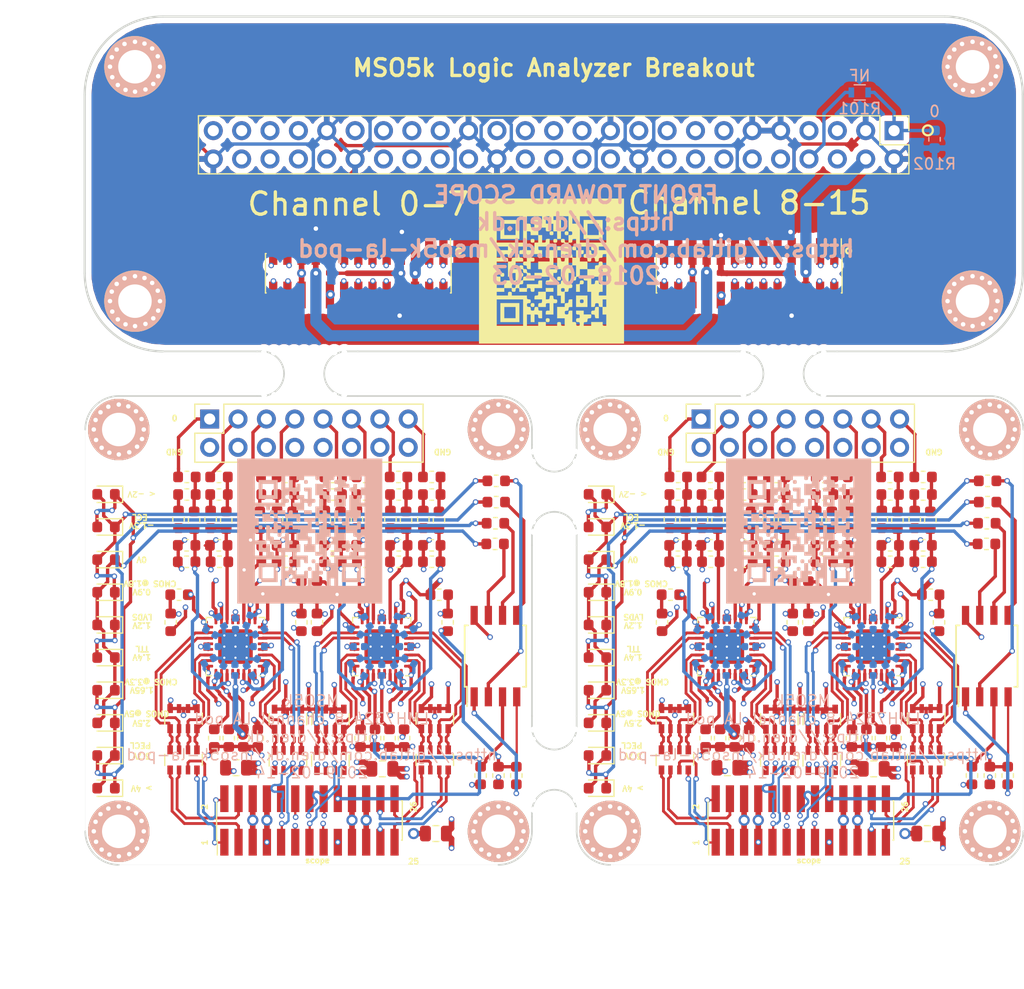
<source format=kicad_pcb>
(kicad_pcb (version 20171130) (host pcbnew 5.0.2-bee76a0~70~ubuntu18.04.1)
  (layers (0 F.Cu signal) (1 2_Ground power) (2 3_Misc mixed) (31 B.Cu signal) (34 B.Paste user) (35 F.Paste user) (36 B.SilkS user) (37 F.SilkS user) (38 B.Mask user) (39 F.Mask user) (44 Edge.Cuts user))
  (net 0 "")
  (net 1 GND)
  (net 2 -2V5)
  (net 3 Vref_8-15)
  (net 4 Vref_0-7)
  (net 5 +2V5)
  (net 6 +4V)
  (net 7 D8-)
  (net 8 D8+)
  (net 9 D9-)
  (net 10 D9+)
  (net 11 D0-)
  (net 12 D0+)
  (net 13 D1-)
  (net 14 D1+)
  (net 15 D10-)
  (net 16 D10+)
  (net 17 D11-)
  (net 18 D11+)
  (net 19 D2-)
  (net 20 D2+)
  (net 21 D3-)
  (net 22 D3+)
  (net 23 D12-)
  (net 24 D12+)
  (net 25 D13-)
  (net 26 D13+)
  (net 27 D4-)
  (net 28 D4+)
  (net 29 D5-)
  (net 30 D5+)
  (net 31 D14-)
  (net 32 D14+)
  (net 33 D15-)
  (net 34 D15+)
  (net 35 D6-)
  (net 36 D6+)
  (net 37 D7-)
  (net 38 D7+)
  (net 39 Detect)
  (net 40 "Net-(C201-Pad1)")
  (net 41 "Net-(C201-Pad2)")
  (net 42 "Net-(C202-Pad2)")
  (net 43 "Net-(C202-Pad1)")
  (net 44 "Net-(C213-Pad2)")
  (net 45 "Net-(C213-Pad1)")
  (net 46 "Net-(C214-Pad2)")
  (net 47 "Net-(C214-Pad1)")
  (net 48 "Net-(C401-Pad1)")
  (net 49 "Net-(C401-Pad2)")
  (net 50 "Net-(C402-Pad1)")
  (net 51 "Net-(C402-Pad2)")
  (net 52 "Net-(C413-Pad1)")
  (net 53 "Net-(C413-Pad2)")
  (net 54 "Net-(C414-Pad1)")
  (net 55 "Net-(C414-Pad2)")
  (net 56 "/Ch 4-7/A-")
  (net 57 "/Ch 4-7/A+")
  (net 58 "/Ch 4-7/B+")
  (net 59 "/Ch 4-7/B-")
  (net 60 "/Ch 4-7/C-")
  (net 61 "/Ch 4-7/C+")
  (net 62 "/Ch 4-7/D+")
  (net 63 "/Ch 4-7/D-")
  (net 64 "/Ch 0-3/D-")
  (net 65 "/Ch 0-3/D+")
  (net 66 "/Ch 0-3/C+")
  (net 67 "/Ch 0-3/C-")
  (net 68 "/Ch 0-3/B-")
  (net 69 "/Ch 0-3/B+")
  (net 70 "/Ch 0-3/A+")
  (net 71 "/Ch 0-3/A-")
  (net 72 In0)
  (net 73 In1)
  (net 74 In2)
  (net 75 In3)
  (net 76 In4)
  (net 77 In5)
  (net 78 In6)
  (net 79 In7)
  (net 80 "Net-(R201-Pad1)")
  (net 81 "Net-(R202-Pad1)")
  (net 82 "Net-(R209-Pad1)")
  (net 83 "Net-(R210-Pad1)")
  (net 84 "Net-(R401-Pad1)")
  (net 85 "Net-(R402-Pad1)")
  (net 86 "Net-(R409-Pad1)")
  (net 87 "Net-(R410-Pad1)")
  (net 88 Vref)
  (net 89 "Net-(D401-Pad2)")
  (net 90 "Net-(D401-Pad1)")
  (net 91 "Net-(D403-Pad2)")
  (net 92 "Net-(D405-Pad2)")
  (net 93 "Net-(R417-Pad1)")
  (net 94 "Net-(R418-Pad2)")
  (net 95 "Net-(R419-Pad2)")
  (net 96 "Net-(R420-Pad2)")
  (net 97 "Net-(R421-Pad2)")
  (module panel-2019-02-16:mouse-bites-4mm (layer F.Cu) (at 85.3 49.025 270)
    (fp_text reference REF** hide)
    (fp_text value mouse-bites-4mm)
    (fp_arc (start 2 -2) (end 2 0) (angle -90) (layer Edge.Cuts) (width 0.15))
    (fp_arc (start 2 5.6) (end 4 5.6) (angle -90) (layer Edge.Cuts) (width 0.15))
    (fp_arc (start 2 5.6) (end 2 3.6) (angle -90) (layer Edge.Cuts) (width 0.15))
    (fp_arc (start 2 -2) (end 0 -2) (angle -90) (layer Edge.Cuts) (width 0.15))
    (fp_line (start 4 5.6) (end 4 6) (layer Edge.Cuts) (width 0.15))
    (fp_line (start 0 5.6) (end 0 6) (layer Edge.Cuts) (width 0.15))
    (fp_line (start 4 -2) (end 4 -3) (layer Edge.Cuts) (width 0.15))
    (fp_line (start 0 -2) (end 0 -3) (layer Edge.Cuts) (width 0.15))
    (pad 17 np_thru_hole circle (at 0.1 5.4 270) (size 0.5 0.5) (drill 0.5) (layers *.Cu *.Mask))
    (pad 16 np_thru_hole circle (at 0.1 4.5 270) (size 0.5 0.5) (drill 0.5) (layers *.Cu *.Mask))
    (pad 15 np_thru_hole circle (at 0.1 0.9 270) (size 0.5 0.5) (drill 0.5) (layers *.Cu *.Mask))
    (pad 13 np_thru_hole circle (at 0.1 -0.9 270) (size 0.5 0.5) (drill 0.5) (layers *.Cu *.Mask))
    (pad 17 np_thru_hole circle (at 0.1 2.7 270) (size 0.5 0.5) (drill 0.5) (layers *.Cu *.Mask))
    (pad 14 np_thru_hole circle (at 0.1 0 270) (size 0.5 0.5) (drill 0.5) (layers *.Cu *.Mask))
    (pad 18 np_thru_hole circle (at 0.1 3.6 270) (size 0.5 0.5) (drill 0.5) (layers *.Cu *.Mask))
    (pad 12 np_thru_hole circle (at 0.1 -1.8 270) (size 0.5 0.5) (drill 0.5) (layers *.Cu *.Mask))
    (pad 16 np_thru_hole circle (at 0.1 1.8 270) (size 0.5 0.5) (drill 0.5) (layers *.Cu *.Mask))
    (pad 19 np_thru_hole circle (at 3.9 5.4 270) (size 0.5 0.5) (drill 0.5) (layers *.Cu *.Mask))
    (pad 18 np_thru_hole circle (at 3.9 4.5 270) (size 0.5 0.5) (drill 0.5) (layers *.Cu *.Mask))
    (pad 17 np_thru_hole circle (at 3.9 3.6 270) (size 0.5 0.5) (drill 0.5) (layers *.Cu *.Mask))
    (pad 16 np_thru_hole circle (at 3.9 2.7 270) (size 0.5 0.5) (drill 0.5) (layers *.Cu *.Mask))
    (pad 15 np_thru_hole circle (at 3.9 1.8 270) (size 0.5 0.5) (drill 0.5) (layers *.Cu *.Mask))
    (pad 14 np_thru_hole circle (at 3.9 0.9 270) (size 0.5 0.5) (drill 0.5) (layers *.Cu *.Mask))
    (pad 13 np_thru_hole circle (at 3.9 0 270) (size 0.5 0.5) (drill 0.5) (layers *.Cu *.Mask))
    (pad 12 np_thru_hole circle (at 3.9 -0.9 270) (size 0.5 0.5) (drill 0.5) (layers *.Cu *.Mask))
    (pad "" np_thru_hole circle (at 3.9 -1.8 270) (size 0.5 0.5) (drill 0.5) (layers *.Cu *.Mask))
  )
  (module panel-2019-02-16:mouse-bites-4mm (layer F.Cu) (at 60.975 84.7)
    (fp_text reference REF** hide)
    (fp_text value mouse-bites-4mm)
    (fp_line (start 0 -2) (end 0 -3) (layer Edge.Cuts) (width 0.15))
    (fp_line (start 4 -2) (end 4 -3) (layer Edge.Cuts) (width 0.15))
    (fp_line (start 0 5.6) (end 0 6) (layer Edge.Cuts) (width 0.15))
    (fp_line (start 4 5.6) (end 4 6) (layer Edge.Cuts) (width 0.15))
    (fp_arc (start 2 -2) (end 0 -2) (angle -90) (layer Edge.Cuts) (width 0.15))
    (fp_arc (start 2 5.6) (end 2 3.6) (angle -90) (layer Edge.Cuts) (width 0.15))
    (fp_arc (start 2 5.6) (end 4 5.6) (angle -90) (layer Edge.Cuts) (width 0.15))
    (fp_arc (start 2 -2) (end 2 0) (angle -90) (layer Edge.Cuts) (width 0.15))
    (pad "" np_thru_hole circle (at 3.9 -1.8) (size 0.5 0.5) (drill 0.5) (layers *.Cu *.Mask))
    (pad 12 np_thru_hole circle (at 3.9 -0.9) (size 0.5 0.5) (drill 0.5) (layers *.Cu *.Mask))
    (pad 13 np_thru_hole circle (at 3.9 0) (size 0.5 0.5) (drill 0.5) (layers *.Cu *.Mask))
    (pad 14 np_thru_hole circle (at 3.9 0.9) (size 0.5 0.5) (drill 0.5) (layers *.Cu *.Mask))
    (pad 15 np_thru_hole circle (at 3.9 1.8) (size 0.5 0.5) (drill 0.5) (layers *.Cu *.Mask))
    (pad 16 np_thru_hole circle (at 3.9 2.7) (size 0.5 0.5) (drill 0.5) (layers *.Cu *.Mask))
    (pad 17 np_thru_hole circle (at 3.9 3.6) (size 0.5 0.5) (drill 0.5) (layers *.Cu *.Mask))
    (pad 18 np_thru_hole circle (at 3.9 4.5) (size 0.5 0.5) (drill 0.5) (layers *.Cu *.Mask))
    (pad 19 np_thru_hole circle (at 3.9 5.4) (size 0.5 0.5) (drill 0.5) (layers *.Cu *.Mask))
    (pad 16 np_thru_hole circle (at 0.1 1.8) (size 0.5 0.5) (drill 0.5) (layers *.Cu *.Mask))
    (pad 12 np_thru_hole circle (at 0.1 -1.8) (size 0.5 0.5) (drill 0.5) (layers *.Cu *.Mask))
    (pad 18 np_thru_hole circle (at 0.1 3.6) (size 0.5 0.5) (drill 0.5) (layers *.Cu *.Mask))
    (pad 14 np_thru_hole circle (at 0.1 0) (size 0.5 0.5) (drill 0.5) (layers *.Cu *.Mask))
    (pad 17 np_thru_hole circle (at 0.1 2.7) (size 0.5 0.5) (drill 0.5) (layers *.Cu *.Mask))
    (pad 13 np_thru_hole circle (at 0.1 -0.9) (size 0.5 0.5) (drill 0.5) (layers *.Cu *.Mask))
    (pad 15 np_thru_hole circle (at 0.1 0.9) (size 0.5 0.5) (drill 0.5) (layers *.Cu *.Mask))
    (pad 16 np_thru_hole circle (at 0.1 4.5) (size 0.5 0.5) (drill 0.5) (layers *.Cu *.Mask))
    (pad 17 np_thru_hole circle (at 0.1 5.4) (size 0.5 0.5) (drill 0.5) (layers *.Cu *.Mask))
  )
  (module Connector_PinHeader_2.54mm:PinHeader_2x25_P2.54mm_Vertical (layer F.Cu) (at 93.4 29.25 270)
    (fp_text reference J101 hide)
    (fp_text value scope)
    (pad 1 thru_hole rect (at 0 0 270) (size 1.7 1.7) (drill 1) (layers *.Cu *.Mask) (net 39 Detect))
    (pad 2 thru_hole oval (at 2.54 0 270) (size 1.7 1.7) (drill 1) (layers *.Cu *.Mask) (net 1 GND))
    (pad 3 thru_hole oval (at 0 2.54 270) (size 1.7 1.7) (drill 1) (layers *.Cu *.Mask) (net 1 GND))
    (pad 4 thru_hole oval (at 2.54 2.54 270) (size 1.7 1.7) (drill 1) (layers *.Cu *.Mask) (net 2 -2V5))
    (pad 5 thru_hole oval (at 0 5.08 270) (size 1.7 1.7) (drill 1) (layers *.Cu *.Mask) (net 3 Vref_8-15))
    (pad 6 thru_hole oval (at 2.54 5.08 270) (size 1.7 1.7) (drill 1) (layers *.Cu *.Mask) (net 4 Vref_0-7))
    (pad 7 thru_hole oval (at 0 7.62 270) (size 1.7 1.7) (drill 1) (layers *.Cu *.Mask) (net 5 +2V5))
    (pad 8 thru_hole oval (at 2.54 7.62 270) (size 1.7 1.7) (drill 1) (layers *.Cu *.Mask) (net 6 +4V))
    (pad 9 thru_hole oval (at 0 10.16 270) (size 1.7 1.7) (drill 1) (layers *.Cu *.Mask) (net 1 GND))
    (pad 10 thru_hole oval (at 2.54 10.16 270) (size 1.7 1.7) (drill 1) (layers *.Cu *.Mask) (net 6 +4V))
    (pad 11 thru_hole oval (at 0 12.7 270) (size 1.7 1.7) (drill 1) (layers *.Cu *.Mask) (net 1 GND))
    (pad 12 thru_hole oval (at 2.54 12.7 270) (size 1.7 1.7) (drill 1) (layers *.Cu *.Mask) (net 7 D8-))
    (pad 13 thru_hole oval (at 0 15.24 270) (size 1.7 1.7) (drill 1) (layers *.Cu *.Mask) (net 8 D8+))
    (pad 14 thru_hole oval (at 2.54 15.24 270) (size 1.7 1.7) (drill 1) (layers *.Cu *.Mask) (net 9 D9-))
    (pad 15 thru_hole oval (at 0 17.78 270) (size 1.7 1.7) (drill 1) (layers *.Cu *.Mask) (net 10 D9+))
    (pad 16 thru_hole oval (at 2.54 17.78 270) (size 1.7 1.7) (drill 1) (layers *.Cu *.Mask) (net 11 D0-))
    (pad 17 thru_hole oval (at 0 20.32 270) (size 1.7 1.7) (drill 1) (layers *.Cu *.Mask) (net 12 D0+))
    (pad 18 thru_hole oval (at 2.54 20.32 270) (size 1.7 1.7) (drill 1) (layers *.Cu *.Mask) (net 13 D1-))
    (pad 19 thru_hole oval (at 0 22.86 270) (size 1.7 1.7) (drill 1) (layers *.Cu *.Mask) (net 14 D1+))
    (pad 20 thru_hole oval (at 2.54 22.86 270) (size 1.7 1.7) (drill 1) (layers *.Cu *.Mask) (net 1 GND))
    (pad 21 thru_hole oval (at 0 25.4 270) (size 1.7 1.7) (drill 1) (layers *.Cu *.Mask) (net 1 GND))
    (pad 22 thru_hole oval (at 2.54 25.4 270) (size 1.7 1.7) (drill 1) (layers *.Cu *.Mask) (net 15 D10-))
    (pad 23 thru_hole oval (at 0 27.94 270) (size 1.7 1.7) (drill 1) (layers *.Cu *.Mask) (net 16 D10+))
    (pad 24 thru_hole oval (at 2.54 27.94 270) (size 1.7 1.7) (drill 1) (layers *.Cu *.Mask) (net 17 D11-))
    (pad 25 thru_hole oval (at 0 30.48 270) (size 1.7 1.7) (drill 1) (layers *.Cu *.Mask) (net 18 D11+))
    (pad 26 thru_hole oval (at 2.54 30.48 270) (size 1.7 1.7) (drill 1) (layers *.Cu *.Mask) (net 19 D2-))
    (pad 27 thru_hole oval (at 0 33.02 270) (size 1.7 1.7) (drill 1) (layers *.Cu *.Mask) (net 20 D2+))
    (pad 28 thru_hole oval (at 2.54 33.02 270) (size 1.7 1.7) (drill 1) (layers *.Cu *.Mask) (net 21 D3-))
    (pad 29 thru_hole oval (at 0 35.56 270) (size 1.7 1.7) (drill 1) (layers *.Cu *.Mask) (net 22 D3+))
    (pad 30 thru_hole oval (at 2.54 35.56 270) (size 1.7 1.7) (drill 1) (layers *.Cu *.Mask) (net 1 GND))
    (pad 31 thru_hole oval (at 0 38.1 270) (size 1.7 1.7) (drill 1) (layers *.Cu *.Mask) (net 1 GND))
    (pad 32 thru_hole oval (at 2.54 38.1 270) (size 1.7 1.7) (drill 1) (layers *.Cu *.Mask) (net 23 D12-))
    (pad 33 thru_hole oval (at 0 40.64 270) (size 1.7 1.7) (drill 1) (layers *.Cu *.Mask) (net 24 D12+))
    (pad 34 thru_hole oval (at 2.54 40.64 270) (size 1.7 1.7) (drill 1) (layers *.Cu *.Mask) (net 25 D13-))
    (pad 35 thru_hole oval (at 0 43.18 270) (size 1.7 1.7) (drill 1) (layers *.Cu *.Mask) (net 26 D13+))
    (pad 36 thru_hole oval (at 2.54 43.18 270) (size 1.7 1.7) (drill 1) (layers *.Cu *.Mask) (net 27 D4-))
    (pad 37 thru_hole oval (at 0 45.72 270) (size 1.7 1.7) (drill 1) (layers *.Cu *.Mask) (net 28 D4+))
    (pad 38 thru_hole oval (at 2.54 45.72 270) (size 1.7 1.7) (drill 1) (layers *.Cu *.Mask) (net 29 D5-))
    (pad 39 thru_hole oval (at 0 48.26 270) (size 1.7 1.7) (drill 1) (layers *.Cu *.Mask) (net 30 D5+))
    (pad 40 thru_hole oval (at 2.54 48.26 270) (size 1.7 1.7) (drill 1) (layers *.Cu *.Mask) (net 1 GND))
    (pad 41 thru_hole oval (at 0 50.8 270) (size 1.7 1.7) (drill 1) (layers *.Cu *.Mask) (net 1 GND))
    (pad 42 thru_hole oval (at 2.54 50.8 270) (size 1.7 1.7) (drill 1) (layers *.Cu *.Mask) (net 31 D14-))
    (pad 43 thru_hole oval (at 0 53.34 270) (size 1.7 1.7) (drill 1) (layers *.Cu *.Mask) (net 32 D14+))
    (pad 44 thru_hole oval (at 2.54 53.34 270) (size 1.7 1.7) (drill 1) (layers *.Cu *.Mask) (net 33 D15-))
    (pad 45 thru_hole oval (at 0 55.88 270) (size 1.7 1.7) (drill 1) (layers *.Cu *.Mask) (net 34 D15+))
    (pad 46 thru_hole oval (at 2.54 55.88 270) (size 1.7 1.7) (drill 1) (layers *.Cu *.Mask) (net 35 D6-))
    (pad 47 thru_hole oval (at 0 58.42 270) (size 1.7 1.7) (drill 1) (layers *.Cu *.Mask) (net 36 D6+))
    (pad 48 thru_hole oval (at 2.54 58.42 270) (size 1.7 1.7) (drill 1) (layers *.Cu *.Mask) (net 37 D7-))
    (pad 49 thru_hole oval (at 0 60.96 270) (size 1.7 1.7) (drill 1) (layers *.Cu *.Mask) (net 38 D7+))
    (pad 50 thru_hole oval (at 2.54 60.96 270) (size 1.7 1.7) (drill 1) (layers *.Cu *.Mask) (net 1 GND))
  )
  (module Connector_PinHeader_1.27mm:PinHeader_2x13_P1.27mm_Vertical_SMD (layer F.Cu) (at 45.425 42.025 270)
    (fp_text reference J102 hide)
    (fp_text value pod_0-7)
    (pad 1 smd rect (at -1.95 -7.62 270) (size 2.4 0.74) (layers F.Cu F.Paste F.Mask) (net 11 D0-))
    (pad 2 smd rect (at 1.95 -7.62 270) (size 2.4 0.74) (layers F.Cu F.Paste F.Mask) (net 12 D0+))
    (pad 3 smd rect (at -1.95 -6.35 270) (size 2.4 0.74) (layers F.Cu F.Paste F.Mask) (net 13 D1-))
    (pad 4 smd rect (at 1.95 -6.35 270) (size 2.4 0.74) (layers F.Cu F.Paste F.Mask) (net 14 D1+))
    (pad 5 smd rect (at -1.95 -5.08 270) (size 2.4 0.74) (layers F.Cu F.Paste F.Mask) (net 2 -2V5))
    (pad 6 smd rect (at 1.95 -5.08 270) (size 2.4 0.74) (layers F.Cu F.Paste F.Mask) (net 2 -2V5))
    (pad 7 smd rect (at -1.95 -3.81 270) (size 2.4 0.74) (layers F.Cu F.Paste F.Mask) (net 1 GND))
    (pad 8 smd rect (at 1.95 -3.81 270) (size 2.4 0.74) (layers F.Cu F.Paste F.Mask) (net 1 GND))
    (pad 9 smd rect (at -1.95 -2.54 270) (size 2.4 0.74) (layers F.Cu F.Paste F.Mask) (net 19 D2-))
    (pad 10 smd rect (at 1.95 -2.54 270) (size 2.4 0.74) (layers F.Cu F.Paste F.Mask) (net 20 D2+))
    (pad 11 smd rect (at -1.95 -1.27 270) (size 2.4 0.74) (layers F.Cu F.Paste F.Mask) (net 21 D3-))
    (pad 12 smd rect (at 1.95 -1.27 270) (size 2.4 0.74) (layers F.Cu F.Paste F.Mask) (net 22 D3+))
    (pad 13 smd rect (at -1.95 0 270) (size 2.4 0.74) (layers F.Cu F.Paste F.Mask) (net 27 D4-))
    (pad 14 smd rect (at 1.95 0 270) (size 2.4 0.74) (layers F.Cu F.Paste F.Mask) (net 28 D4+))
    (pad 15 smd rect (at -1.95 1.27 270) (size 2.4 0.74) (layers F.Cu F.Paste F.Mask) (net 29 D5-))
    (pad 16 smd rect (at 1.95 1.27 270) (size 2.4 0.74) (layers F.Cu F.Paste F.Mask) (net 30 D5+))
    (pad 17 smd rect (at -1.95 2.54 270) (size 2.4 0.74) (layers F.Cu F.Paste F.Mask) (net 1 GND))
    (pad 18 smd rect (at 1.95 2.54 270) (size 2.4 0.74) (layers F.Cu F.Paste F.Mask) (net 4 Vref_0-7))
    (pad 19 smd rect (at -1.95 3.81 270) (size 2.4 0.74) (layers F.Cu F.Paste F.Mask) (net 5 +2V5))
    (pad 20 smd rect (at 1.95 3.81 270) (size 2.4 0.74) (layers F.Cu F.Paste F.Mask) (net 5 +2V5))
    (pad 21 smd rect (at -1.95 5.08 270) (size 2.4 0.74) (layers F.Cu F.Paste F.Mask) (net 6 +4V))
    (pad 22 smd rect (at 1.95 5.08 270) (size 2.4 0.74) (layers F.Cu F.Paste F.Mask) (net 6 +4V))
    (pad 23 smd rect (at -1.95 6.35 270) (size 2.4 0.74) (layers F.Cu F.Paste F.Mask) (net 35 D6-))
    (pad 24 smd rect (at 1.95 6.35 270) (size 2.4 0.74) (layers F.Cu F.Paste F.Mask) (net 36 D6+))
    (pad 25 smd rect (at -1.95 7.62 270) (size 2.4 0.74) (layers F.Cu F.Paste F.Mask) (net 37 D7-))
    (pad 26 smd rect (at 1.95 7.62 270) (size 2.4 0.74) (layers F.Cu F.Paste F.Mask) (net 38 D7+))
  )
  (module Connector_PinHeader_1.27mm:PinHeader_2x13_P1.27mm_Vertical_SMD (layer F.Cu) (at 80.425 42.025 270)
    (fp_text reference J103 hide)
    (fp_text value pod_8-15)
    (pad 26 smd rect (at 1.95 7.62 270) (size 2.4 0.74) (layers F.Cu F.Paste F.Mask) (net 34 D15+))
    (pad 25 smd rect (at -1.95 7.62 270) (size 2.4 0.74) (layers F.Cu F.Paste F.Mask) (net 33 D15-))
    (pad 24 smd rect (at 1.95 6.35 270) (size 2.4 0.74) (layers F.Cu F.Paste F.Mask) (net 32 D14+))
    (pad 23 smd rect (at -1.95 6.35 270) (size 2.4 0.74) (layers F.Cu F.Paste F.Mask) (net 31 D14-))
    (pad 22 smd rect (at 1.95 5.08 270) (size 2.4 0.74) (layers F.Cu F.Paste F.Mask) (net 6 +4V))
    (pad 21 smd rect (at -1.95 5.08 270) (size 2.4 0.74) (layers F.Cu F.Paste F.Mask) (net 6 +4V))
    (pad 20 smd rect (at 1.95 3.81 270) (size 2.4 0.74) (layers F.Cu F.Paste F.Mask) (net 5 +2V5))
    (pad 19 smd rect (at -1.95 3.81 270) (size 2.4 0.74) (layers F.Cu F.Paste F.Mask) (net 5 +2V5))
    (pad 18 smd rect (at 1.95 2.54 270) (size 2.4 0.74) (layers F.Cu F.Paste F.Mask) (net 3 Vref_8-15))
    (pad 17 smd rect (at -1.95 2.54 270) (size 2.4 0.74) (layers F.Cu F.Paste F.Mask) (net 1 GND))
    (pad 16 smd rect (at 1.95 1.27 270) (size 2.4 0.74) (layers F.Cu F.Paste F.Mask) (net 26 D13+))
    (pad 15 smd rect (at -1.95 1.27 270) (size 2.4 0.74) (layers F.Cu F.Paste F.Mask) (net 25 D13-))
    (pad 14 smd rect (at 1.95 0 270) (size 2.4 0.74) (layers F.Cu F.Paste F.Mask) (net 24 D12+))
    (pad 13 smd rect (at -1.95 0 270) (size 2.4 0.74) (layers F.Cu F.Paste F.Mask) (net 23 D12-))
    (pad 12 smd rect (at 1.95 -1.27 270) (size 2.4 0.74) (layers F.Cu F.Paste F.Mask) (net 18 D11+))
    (pad 11 smd rect (at -1.95 -1.27 270) (size 2.4 0.74) (layers F.Cu F.Paste F.Mask) (net 17 D11-))
    (pad 10 smd rect (at 1.95 -2.54 270) (size 2.4 0.74) (layers F.Cu F.Paste F.Mask) (net 16 D10+))
    (pad 9 smd rect (at -1.95 -2.54 270) (size 2.4 0.74) (layers F.Cu F.Paste F.Mask) (net 15 D10-))
    (pad 8 smd rect (at 1.95 -3.81 270) (size 2.4 0.74) (layers F.Cu F.Paste F.Mask) (net 1 GND))
    (pad 7 smd rect (at -1.95 -3.81 270) (size 2.4 0.74) (layers F.Cu F.Paste F.Mask) (net 1 GND))
    (pad 6 smd rect (at 1.95 -5.08 270) (size 2.4 0.74) (layers F.Cu F.Paste F.Mask) (net 2 -2V5))
    (pad 5 smd rect (at -1.95 -5.08 270) (size 2.4 0.74) (layers F.Cu F.Paste F.Mask) (net 2 -2V5))
    (pad 4 smd rect (at 1.95 -6.35 270) (size 2.4 0.74) (layers F.Cu F.Paste F.Mask) (net 10 D9+))
    (pad 3 smd rect (at -1.95 -6.35 270) (size 2.4 0.74) (layers F.Cu F.Paste F.Mask) (net 9 D9-))
    (pad 2 smd rect (at 1.95 -7.62 270) (size 2.4 0.74) (layers F.Cu F.Paste F.Mask) (net 8 D8+))
    (pad 1 smd rect (at -1.95 -7.62 270) (size 2.4 0.74) (layers F.Cu F.Paste F.Mask) (net 7 D8-))
  )
  (module projectdir:3mm (layer F.Cu) (at 25.425 23.525)
    (fp_text reference J104 hide)
    (fp_text value "3mm hole" hide)
    (pad 1 thru_hole circle (at 0 0 90) (size 5.5 5.5) (drill 3) (layers *.Cu *.SilkS *.Mask) (net 1 GND))
    (pad 1 thru_hole circle (at 2.24 0 90) (size 0.5 0.5) (drill 0.4) (layers *.Cu *.SilkS *.Mask) (net 1 GND))
    (pad 1 thru_hole circle (at 0.94 2.04 90) (size 0.5 0.5) (drill 0.4) (layers *.Cu *.SilkS *.Mask) (net 1 GND))
    (pad 1 thru_hole circle (at 2.08 0.85 90) (size 0.5 0.5) (drill 0.4) (layers *.Cu *.SilkS *.Mask) (net 1 GND))
    (pad 1 thru_hole circle (at 1.64 1.54 90) (size 0.5 0.5) (drill 0.4) (layers *.Cu *.SilkS *.Mask) (net 1 GND))
    (pad 1 thru_hole circle (at 0.002796 -2.23518 180) (size 0.5 0.5) (drill 0.4) (layers *.Cu *.SilkS *.Mask) (net 1 GND))
    (pad 1 thru_hole circle (at 0.852796 -2.07518 180) (size 0.5 0.5) (drill 0.4) (layers *.Cu *.SilkS *.Mask) (net 1 GND))
    (pad 1 thru_hole circle (at 1.542796 -1.63518 180) (size 0.5 0.5) (drill 0.4) (layers *.Cu *.SilkS *.Mask) (net 1 GND))
    (pad 1 thru_hole circle (at 2.042796 -0.93518 180) (size 0.5 0.5) (drill 0.4) (layers *.Cu *.SilkS *.Mask) (net 1 GND))
    (pad 1 thru_hole circle (at -2.23518 -0.002796 270) (size 0.5 0.5) (drill 0.4) (layers *.Cu *.SilkS *.Mask) (net 1 GND))
    (pad 1 thru_hole circle (at -2.07518 -0.852796 270) (size 0.5 0.5) (drill 0.4) (layers *.Cu *.SilkS *.Mask) (net 1 GND))
    (pad 1 thru_hole circle (at -1.63518 -1.542796 270) (size 0.5 0.5) (drill 0.4) (layers *.Cu *.SilkS *.Mask) (net 1 GND))
    (pad 1 thru_hole circle (at -0.93518 -2.042796 270) (size 0.5 0.5) (drill 0.4) (layers *.Cu *.SilkS *.Mask) (net 1 GND))
    (pad 1 thru_hole circle (at 0.007204 2.23518) (size 0.5 0.5) (drill 0.4) (layers *.Cu *.SilkS *.Mask) (net 1 GND))
    (pad 1 thru_hole circle (at -0.842796 2.07518) (size 0.5 0.5) (drill 0.4) (layers *.Cu *.SilkS *.Mask) (net 1 GND))
    (pad 1 thru_hole circle (at -1.532796 1.63518) (size 0.5 0.5) (drill 0.4) (layers *.Cu *.SilkS *.Mask) (net 1 GND))
    (pad 1 thru_hole circle (at -2.032796 0.93518) (size 0.5 0.5) (drill 0.4) (layers *.Cu *.SilkS *.Mask) (net 1 GND))
  )
  (module projectdir:3mm (layer F.Cu) (at 25.425 44.525)
    (fp_text reference J105 hide)
    (fp_text value "3mm hole" hide)
    (pad 1 thru_hole circle (at -2.032796 0.93518) (size 0.5 0.5) (drill 0.4) (layers *.Cu *.SilkS *.Mask) (net 1 GND))
    (pad 1 thru_hole circle (at -1.532796 1.63518) (size 0.5 0.5) (drill 0.4) (layers *.Cu *.SilkS *.Mask) (net 1 GND))
    (pad 1 thru_hole circle (at -0.842796 2.07518) (size 0.5 0.5) (drill 0.4) (layers *.Cu *.SilkS *.Mask) (net 1 GND))
    (pad 1 thru_hole circle (at 0.007204 2.23518) (size 0.5 0.5) (drill 0.4) (layers *.Cu *.SilkS *.Mask) (net 1 GND))
    (pad 1 thru_hole circle (at -0.93518 -2.042796 270) (size 0.5 0.5) (drill 0.4) (layers *.Cu *.SilkS *.Mask) (net 1 GND))
    (pad 1 thru_hole circle (at -1.63518 -1.542796 270) (size 0.5 0.5) (drill 0.4) (layers *.Cu *.SilkS *.Mask) (net 1 GND))
    (pad 1 thru_hole circle (at -2.07518 -0.852796 270) (size 0.5 0.5) (drill 0.4) (layers *.Cu *.SilkS *.Mask) (net 1 GND))
    (pad 1 thru_hole circle (at -2.23518 -0.002796 270) (size 0.5 0.5) (drill 0.4) (layers *.Cu *.SilkS *.Mask) (net 1 GND))
    (pad 1 thru_hole circle (at 2.042796 -0.93518 180) (size 0.5 0.5) (drill 0.4) (layers *.Cu *.SilkS *.Mask) (net 1 GND))
    (pad 1 thru_hole circle (at 1.542796 -1.63518 180) (size 0.5 0.5) (drill 0.4) (layers *.Cu *.SilkS *.Mask) (net 1 GND))
    (pad 1 thru_hole circle (at 0.852796 -2.07518 180) (size 0.5 0.5) (drill 0.4) (layers *.Cu *.SilkS *.Mask) (net 1 GND))
    (pad 1 thru_hole circle (at 0.002796 -2.23518 180) (size 0.5 0.5) (drill 0.4) (layers *.Cu *.SilkS *.Mask) (net 1 GND))
    (pad 1 thru_hole circle (at 1.64 1.54 90) (size 0.5 0.5) (drill 0.4) (layers *.Cu *.SilkS *.Mask) (net 1 GND))
    (pad 1 thru_hole circle (at 2.08 0.85 90) (size 0.5 0.5) (drill 0.4) (layers *.Cu *.SilkS *.Mask) (net 1 GND))
    (pad 1 thru_hole circle (at 0.94 2.04 90) (size 0.5 0.5) (drill 0.4) (layers *.Cu *.SilkS *.Mask) (net 1 GND))
    (pad 1 thru_hole circle (at 2.24 0 90) (size 0.5 0.5) (drill 0.4) (layers *.Cu *.SilkS *.Mask) (net 1 GND))
    (pad 1 thru_hole circle (at 0 0 90) (size 5.5 5.5) (drill 3) (layers *.Cu *.SilkS *.Mask) (net 1 GND))
  )
  (module projectdir:3mm (layer F.Cu) (at 100.425 23.525)
    (fp_text reference J106 hide)
    (fp_text value "3mm hole" hide)
    (pad 1 thru_hole circle (at 0 0 90) (size 5.5 5.5) (drill 3) (layers *.Cu *.SilkS *.Mask) (net 1 GND))
    (pad 1 thru_hole circle (at 2.24 0 90) (size 0.5 0.5) (drill 0.4) (layers *.Cu *.SilkS *.Mask) (net 1 GND))
    (pad 1 thru_hole circle (at 0.94 2.04 90) (size 0.5 0.5) (drill 0.4) (layers *.Cu *.SilkS *.Mask) (net 1 GND))
    (pad 1 thru_hole circle (at 2.08 0.85 90) (size 0.5 0.5) (drill 0.4) (layers *.Cu *.SilkS *.Mask) (net 1 GND))
    (pad 1 thru_hole circle (at 1.64 1.54 90) (size 0.5 0.5) (drill 0.4) (layers *.Cu *.SilkS *.Mask) (net 1 GND))
    (pad 1 thru_hole circle (at 0.002796 -2.23518 180) (size 0.5 0.5) (drill 0.4) (layers *.Cu *.SilkS *.Mask) (net 1 GND))
    (pad 1 thru_hole circle (at 0.852796 -2.07518 180) (size 0.5 0.5) (drill 0.4) (layers *.Cu *.SilkS *.Mask) (net 1 GND))
    (pad 1 thru_hole circle (at 1.542796 -1.63518 180) (size 0.5 0.5) (drill 0.4) (layers *.Cu *.SilkS *.Mask) (net 1 GND))
    (pad 1 thru_hole circle (at 2.042796 -0.93518 180) (size 0.5 0.5) (drill 0.4) (layers *.Cu *.SilkS *.Mask) (net 1 GND))
    (pad 1 thru_hole circle (at -2.23518 -0.002796 270) (size 0.5 0.5) (drill 0.4) (layers *.Cu *.SilkS *.Mask) (net 1 GND))
    (pad 1 thru_hole circle (at -2.07518 -0.852796 270) (size 0.5 0.5) (drill 0.4) (layers *.Cu *.SilkS *.Mask) (net 1 GND))
    (pad 1 thru_hole circle (at -1.63518 -1.542796 270) (size 0.5 0.5) (drill 0.4) (layers *.Cu *.SilkS *.Mask) (net 1 GND))
    (pad 1 thru_hole circle (at -0.93518 -2.042796 270) (size 0.5 0.5) (drill 0.4) (layers *.Cu *.SilkS *.Mask) (net 1 GND))
    (pad 1 thru_hole circle (at 0.007204 2.23518) (size 0.5 0.5) (drill 0.4) (layers *.Cu *.SilkS *.Mask) (net 1 GND))
    (pad 1 thru_hole circle (at -0.842796 2.07518) (size 0.5 0.5) (drill 0.4) (layers *.Cu *.SilkS *.Mask) (net 1 GND))
    (pad 1 thru_hole circle (at -1.532796 1.63518) (size 0.5 0.5) (drill 0.4) (layers *.Cu *.SilkS *.Mask) (net 1 GND))
    (pad 1 thru_hole circle (at -2.032796 0.93518) (size 0.5 0.5) (drill 0.4) (layers *.Cu *.SilkS *.Mask) (net 1 GND))
  )
  (module projectdir:3mm (layer F.Cu) (at 100.425 44.525)
    (fp_text reference J107 hide)
    (fp_text value "3mm hole" hide)
    (pad 1 thru_hole circle (at -2.032796 0.93518) (size 0.5 0.5) (drill 0.4) (layers *.Cu *.SilkS *.Mask) (net 1 GND))
    (pad 1 thru_hole circle (at -1.532796 1.63518) (size 0.5 0.5) (drill 0.4) (layers *.Cu *.SilkS *.Mask) (net 1 GND))
    (pad 1 thru_hole circle (at -0.842796 2.07518) (size 0.5 0.5) (drill 0.4) (layers *.Cu *.SilkS *.Mask) (net 1 GND))
    (pad 1 thru_hole circle (at 0.007204 2.23518) (size 0.5 0.5) (drill 0.4) (layers *.Cu *.SilkS *.Mask) (net 1 GND))
    (pad 1 thru_hole circle (at -0.93518 -2.042796 270) (size 0.5 0.5) (drill 0.4) (layers *.Cu *.SilkS *.Mask) (net 1 GND))
    (pad 1 thru_hole circle (at -1.63518 -1.542796 270) (size 0.5 0.5) (drill 0.4) (layers *.Cu *.SilkS *.Mask) (net 1 GND))
    (pad 1 thru_hole circle (at -2.07518 -0.852796 270) (size 0.5 0.5) (drill 0.4) (layers *.Cu *.SilkS *.Mask) (net 1 GND))
    (pad 1 thru_hole circle (at -2.23518 -0.002796 270) (size 0.5 0.5) (drill 0.4) (layers *.Cu *.SilkS *.Mask) (net 1 GND))
    (pad 1 thru_hole circle (at 2.042796 -0.93518 180) (size 0.5 0.5) (drill 0.4) (layers *.Cu *.SilkS *.Mask) (net 1 GND))
    (pad 1 thru_hole circle (at 1.542796 -1.63518 180) (size 0.5 0.5) (drill 0.4) (layers *.Cu *.SilkS *.Mask) (net 1 GND))
    (pad 1 thru_hole circle (at 0.852796 -2.07518 180) (size 0.5 0.5) (drill 0.4) (layers *.Cu *.SilkS *.Mask) (net 1 GND))
    (pad 1 thru_hole circle (at 0.002796 -2.23518 180) (size 0.5 0.5) (drill 0.4) (layers *.Cu *.SilkS *.Mask) (net 1 GND))
    (pad 1 thru_hole circle (at 1.64 1.54 90) (size 0.5 0.5) (drill 0.4) (layers *.Cu *.SilkS *.Mask) (net 1 GND))
    (pad 1 thru_hole circle (at 2.08 0.85 90) (size 0.5 0.5) (drill 0.4) (layers *.Cu *.SilkS *.Mask) (net 1 GND))
    (pad 1 thru_hole circle (at 0.94 2.04 90) (size 0.5 0.5) (drill 0.4) (layers *.Cu *.SilkS *.Mask) (net 1 GND))
    (pad 1 thru_hole circle (at 2.24 0 90) (size 0.5 0.5) (drill 0.4) (layers *.Cu *.SilkS *.Mask) (net 1 GND))
    (pad 1 thru_hole circle (at 0 0 90) (size 5.5 5.5) (drill 3) (layers *.Cu *.SilkS *.Mask) (net 1 GND))
  )
  (module Resistors_SMD.pretty:R_0603 (layer B.Cu) (at 90.325 25.825)
    (fp_text reference R101 (at 0 1.45) (layer B.SilkS) (effects (justify mirror)))
    (fp_text value NF (at 0 -1.5) (layer B.SilkS) (effects (justify mirror)))
    (pad 1 smd rect (at -0.75 0) (size 0.5 0.9) (layers B.Cu B.Paste B.Mask) (net 6 +4V))
    (pad 2 smd rect (at 0.75 0) (size 0.5 0.9) (layers B.Cu B.Paste B.Mask) (net 39 Detect))
  )
  (module Resistor_SMD:R_0603_1608Metric (layer B.Cu) (at 97.025 30.025 270)
    (fp_text reference R102 (at 2.2 0) (layer B.SilkS) (effects (justify mirror)))
    (fp_text value 0 (at -2.5 0 180) (layer B.SilkS) (effects (justify mirror)))
    (pad 1 smd roundrect (at -0.7875 0 270) (size 0.875 0.95) (layers B.Cu B.Paste B.Mask) (net 39 Detect))
    (pad 2 smd roundrect (at 0.7875 0 270) (size 0.875 0.95) (layers B.Cu B.Paste B.Mask) (net 1 GND))
  )
  (module breakout:qrcode (layer F.Cu) (at 62.725 41.825)
    (fp_text reference G*** hide)
    (fp_text value LOGO hide)
  )
  (module Package_DFN_QFN:QFN-32-1EP_5x5mm_P0.5mm_EP3.1x3.1mm_ThermalVias (layer F.Cu) (at 78.425 75.475 180)
    (fp_text reference IC401 hide)
    (fp_text value lmh7324 hide)
    (pad 32 smd roundrect (at -1.75 -2.4375 180) (size 0.25 0.875) (layers F.Cu F.Paste F.Mask) (net 6 +4V))
    (pad 31 smd roundrect (at -1.25 -2.4375 180) (size 0.25 0.875) (layers F.Cu F.Paste F.Mask) (net 88 Vref))
    (pad 30 smd roundrect (at -0.75 -2.4375 180) (size 0.25 0.875) (layers F.Cu F.Paste F.Mask) (net 54 "Net-(C414-Pad1)"))
    (pad 29 smd roundrect (at -0.25 -2.4375 180) (size 0.25 0.875) (layers F.Cu F.Paste F.Mask) (net 2 -2V5))
    (pad 28 smd roundrect (at 0.25 -2.4375 180) (size 0.25 0.875) (layers F.Cu F.Paste F.Mask) (net 2 -2V5))
    (pad 27 smd roundrect (at 0.75 -2.4375 180) (size 0.25 0.875) (layers F.Cu F.Paste F.Mask) (net 48 "Net-(C401-Pad1)"))
    (pad 26 smd roundrect (at 1.25 -2.4375 180) (size 0.25 0.875) (layers F.Cu F.Paste F.Mask) (net 88 Vref))
    (pad 25 smd roundrect (at 1.75 -2.4375 180) (size 0.25 0.875) (layers F.Cu F.Paste F.Mask) (net 6 +4V))
    (pad 24 smd roundrect (at 2.4375 -1.75 180) (size 0.875 0.25) (layers F.Cu F.Paste F.Mask) (net 5 +2V5))
    (pad 23 smd roundrect (at 2.4375 -1.25 180) (size 0.875 0.25) (layers F.Cu F.Paste F.Mask) (net 71 "/Ch 0-3/A-"))
    (pad 22 smd roundrect (at 2.4375 -0.75 180) (size 0.875 0.25) (layers F.Cu F.Paste F.Mask) (net 70 "/Ch 0-3/A+"))
    (pad 21 smd roundrect (at 2.4375 -0.25 180) (size 0.875 0.25) (layers F.Cu F.Paste F.Mask) (net 2 -2V5))
    (pad 20 smd roundrect (at 2.4375 0.25 180) (size 0.875 0.25) (layers F.Cu F.Paste F.Mask) (net 2 -2V5))
    (pad 19 smd roundrect (at 2.4375 0.75 180) (size 0.875 0.25) (layers F.Cu F.Paste F.Mask) (net 69 "/Ch 0-3/B+"))
    (pad 18 smd roundrect (at 2.4375 1.25 180) (size 0.875 0.25) (layers F.Cu F.Paste F.Mask) (net 68 "/Ch 0-3/B-"))
    (pad 17 smd roundrect (at 2.4375 1.75 180) (size 0.875 0.25) (layers F.Cu F.Paste F.Mask) (net 5 +2V5))
    (pad 16 smd roundrect (at 1.75 2.4375 180) (size 0.25 0.875) (layers F.Cu F.Paste F.Mask) (net 6 +4V))
    (pad 15 smd roundrect (at 1.25 2.4375 180) (size 0.25 0.875) (layers F.Cu F.Paste F.Mask) (net 88 Vref))
    (pad 14 smd roundrect (at 0.75 2.4375 180) (size 0.25 0.875) (layers F.Cu F.Paste F.Mask) (net 50 "Net-(C402-Pad1)"))
    (pad 13 smd roundrect (at 0.25 2.4375 180) (size 0.25 0.875) (layers F.Cu F.Paste F.Mask) (net 2 -2V5))
    (pad 12 smd roundrect (at -0.25 2.4375 180) (size 0.25 0.875) (layers F.Cu F.Paste F.Mask) (net 2 -2V5))
    (pad 11 smd roundrect (at -0.75 2.4375 180) (size 0.25 0.875) (layers F.Cu F.Paste F.Mask) (net 52 "Net-(C413-Pad1)"))
    (pad 10 smd roundrect (at -1.25 2.4375 180) (size 0.25 0.875) (layers F.Cu F.Paste F.Mask) (net 88 Vref))
    (pad 9 smd roundrect (at -1.75 2.4375 180) (size 0.25 0.875) (layers F.Cu F.Paste F.Mask) (net 6 +4V))
    (pad 8 smd roundrect (at -2.4375 1.75 180) (size 0.875 0.25) (layers F.Cu F.Paste F.Mask) (net 5 +2V5))
    (pad 7 smd roundrect (at -2.4375 1.25 180) (size 0.875 0.25) (layers F.Cu F.Paste F.Mask) (net 67 "/Ch 0-3/C-"))
    (pad 6 smd roundrect (at -2.4375 0.75 180) (size 0.875 0.25) (layers F.Cu F.Paste F.Mask) (net 66 "/Ch 0-3/C+"))
    (pad 5 smd roundrect (at -2.4375 0.25 180) (size 0.875 0.25) (layers F.Cu F.Paste F.Mask) (net 2 -2V5))
    (pad 4 smd roundrect (at -2.4375 -0.25 180) (size 0.875 0.25) (layers F.Cu F.Paste F.Mask) (net 2 -2V5))
    (pad 3 smd roundrect (at -2.4375 -0.75 180) (size 0.875 0.25) (layers F.Cu F.Paste F.Mask) (net 65 "/Ch 0-3/D+"))
    (pad 2 smd roundrect (at -2.4375 -1.25 180) (size 0.875 0.25) (layers F.Cu F.Paste F.Mask) (net 64 "/Ch 0-3/D-"))
    (pad 1 smd roundrect (at -2.4375 -1.75 180) (size 0.875 0.25) (layers F.Cu F.Paste F.Mask) (net 5 +2V5))
    (pad 33 smd roundrect (at 0 0 180) (size 2.5 2.5) (layers B.Cu) (roundrect_rratio 0.1) (net 1 GND))
    (pad 33 thru_hole circle (at 1 1 180) (size 0.5 0.5) (drill 0.2) (layers *.Cu) (net 1 GND))
    (pad 33 thru_hole circle (at 0 1 180) (size 0.5 0.5) (drill 0.2) (layers *.Cu) (net 1 GND))
    (pad 33 thru_hole circle (at -1 1 180) (size 0.5 0.5) (drill 0.2) (layers *.Cu) (net 1 GND))
    (pad 33 thru_hole circle (at 1 0 180) (size 0.5 0.5) (drill 0.2) (layers *.Cu) (net 1 GND))
    (pad 33 thru_hole circle (at 0 0 180) (size 0.5 0.5) (drill 0.2) (layers *.Cu) (net 1 GND))
    (pad 33 thru_hole circle (at -1 0 180) (size 0.5 0.5) (drill 0.2) (layers *.Cu) (net 1 GND))
    (pad 33 thru_hole circle (at 1 -1 180) (size 0.5 0.5) (drill 0.2) (layers *.Cu) (net 1 GND))
    (pad 33 thru_hole circle (at 0 -1 180) (size 0.5 0.5) (drill 0.2) (layers *.Cu) (net 1 GND))
    (pad 33 thru_hole circle (at -1 -1 180) (size 0.5 0.5) (drill 0.2) (layers *.Cu) (net 1 GND))
    (pad 33 smd roundrect (at 0 0 180) (size 3.1 3.1) (layers F.Cu F.Mask) (roundrect_rratio 0.08064499999999999) (net 1 GND))
  )
  (module Resistor_SMD:R_Array_Convex_4x0603 (layer F.Cu) (at 83.125 81.975 270)
    (fp_text reference RN403 hide)
    (fp_text value 200 hide)
    (pad 5 smd rect (at 0.9 1.2 270) (size 0.8 0.5) (layers F.Cu F.Paste F.Mask) (net 64 "/Ch 0-3/D-"))
    (pad 6 smd rect (at 0.9 0.4 270) (size 0.8 0.4) (layers F.Cu F.Paste F.Mask) (net 65 "/Ch 0-3/D+"))
    (pad 8 smd rect (at 0.9 -1.2 270) (size 0.8 0.5) (layers F.Cu F.Paste F.Mask) (net 67 "/Ch 0-3/C-"))
    (pad 7 smd rect (at 0.9 -0.4 270) (size 0.8 0.4) (layers F.Cu F.Paste F.Mask) (net 66 "/Ch 0-3/C+"))
    (pad 4 smd rect (at -0.9 1.2 270) (size 0.8 0.5) (layers F.Cu F.Paste F.Mask) (net 1 GND))
    (pad 2 smd rect (at -0.9 -0.4 270) (size 0.8 0.4) (layers F.Cu F.Paste F.Mask) (net 1 GND))
    (pad 3 smd rect (at -0.9 0.4 270) (size 0.8 0.4) (layers F.Cu F.Paste F.Mask) (net 1 GND))
    (pad 1 smd rect (at -0.9 -1.2 270) (size 0.8 0.5) (layers F.Cu F.Paste F.Mask) (net 1 GND))
  )
  (module Connector_PinHeader_1.27mm:PinHeader_2x13_P1.27mm_Vertical_SMD (layer F.Cu) (at 85.05 91.05 90)
    (fp_text reference J101 hide)
    (fp_text value out)
    (pad 1 smd rect (at -1.95 -7.62 90) (size 2.4 0.74) (layers F.Cu F.Paste F.Mask) (net 11 D0-))
    (pad 2 smd rect (at 1.95 -7.62 90) (size 2.4 0.74) (layers F.Cu F.Paste F.Mask) (net 12 D0+))
    (pad 3 smd rect (at -1.95 -6.35 90) (size 2.4 0.74) (layers F.Cu F.Paste F.Mask) (net 13 D1-))
    (pad 4 smd rect (at 1.95 -6.35 90) (size 2.4 0.74) (layers F.Cu F.Paste F.Mask) (net 14 D1+))
    (pad 5 smd rect (at -1.95 -5.08 90) (size 2.4 0.74) (layers F.Cu F.Paste F.Mask) (net 2 -2V5))
    (pad 6 smd rect (at 1.95 -5.08 90) (size 2.4 0.74) (layers F.Cu F.Paste F.Mask) (net 2 -2V5))
    (pad 7 smd rect (at -1.95 -3.81 90) (size 2.4 0.74) (layers F.Cu F.Paste F.Mask) (net 1 GND))
    (pad 8 smd rect (at 1.95 -3.81 90) (size 2.4 0.74) (layers F.Cu F.Paste F.Mask) (net 1 GND))
    (pad 9 smd rect (at -1.95 -2.54 90) (size 2.4 0.74) (layers F.Cu F.Paste F.Mask) (net 19 D2-))
    (pad 10 smd rect (at 1.95 -2.54 90) (size 2.4 0.74) (layers F.Cu F.Paste F.Mask) (net 20 D2+))
    (pad 11 smd rect (at -1.95 -1.27 90) (size 2.4 0.74) (layers F.Cu F.Paste F.Mask) (net 21 D3-))
    (pad 12 smd rect (at 1.95 -1.27 90) (size 2.4 0.74) (layers F.Cu F.Paste F.Mask) (net 22 D3+))
    (pad 13 smd rect (at -1.95 0 90) (size 2.4 0.74) (layers F.Cu F.Paste F.Mask) (net 27 D4-))
    (pad 14 smd rect (at 1.95 0 90) (size 2.4 0.74) (layers F.Cu F.Paste F.Mask) (net 28 D4+))
    (pad 15 smd rect (at -1.95 1.27 90) (size 2.4 0.74) (layers F.Cu F.Paste F.Mask) (net 29 D5-))
    (pad 16 smd rect (at 1.95 1.27 90) (size 2.4 0.74) (layers F.Cu F.Paste F.Mask) (net 30 D5+))
    (pad 17 smd rect (at -1.95 2.54 90) (size 2.4 0.74) (layers F.Cu F.Paste F.Mask) (net 1 GND))
    (pad 18 smd rect (at 1.95 2.54 90) (size 2.4 0.74) (layers F.Cu F.Paste F.Mask) (net 88 Vref))
    (pad 19 smd rect (at -1.95 3.81 90) (size 2.4 0.74) (layers F.Cu F.Paste F.Mask) (net 5 +2V5))
    (pad 20 smd rect (at 1.95 3.81 90) (size 2.4 0.74) (layers F.Cu F.Paste F.Mask) (net 5 +2V5))
    (pad 21 smd rect (at -1.95 5.08 90) (size 2.4 0.74) (layers F.Cu F.Paste F.Mask) (net 6 +4V))
    (pad 22 smd rect (at 1.95 5.08 90) (size 2.4 0.74) (layers F.Cu F.Paste F.Mask) (net 6 +4V))
    (pad 23 smd rect (at -1.95 6.35 90) (size 2.4 0.74) (layers F.Cu F.Paste F.Mask) (net 35 D6-))
    (pad 24 smd rect (at 1.95 6.35 90) (size 2.4 0.74) (layers F.Cu F.Paste F.Mask) (net 36 D6+))
    (pad 25 smd rect (at -1.95 7.62 90) (size 2.4 0.74) (layers F.Cu F.Paste F.Mask) (net 37 D7-))
    (pad 26 smd rect (at 1.95 7.62 90) (size 2.4 0.74) (layers F.Cu F.Paste F.Mask) (net 38 D7+))
  )
  (module Package_SO:SOIJ-8_5.3x5.3mm_P1.27mm (layer F.Cu) (at 101.705 76.325 90)
    (fp_text reference U401 hide)
    (fp_text value ATtiny85-20SU hide)
    (pad 1 smd rect (at -3.65 -1.905 90) (size 1.7 0.65) (layers F.Cu F.Paste F.Mask) (net 93 "Net-(R417-Pad1)"))
    (pad 2 smd rect (at -3.65 -0.635 90) (size 1.7 0.65) (layers F.Cu F.Paste F.Mask) (net 97 "Net-(R421-Pad2)"))
    (pad 3 smd rect (at -3.65 0.635 90) (size 1.7 0.65) (layers F.Cu F.Paste F.Mask) (net 88 Vref))
    (pad 4 smd rect (at -3.65 1.905 90) (size 1.7 0.65) (layers F.Cu F.Paste F.Mask) (net 2 -2V5))
    (pad 5 smd rect (at 3.65 1.905 90) (size 1.7 0.65) (layers F.Cu F.Paste F.Mask) (net 94 "Net-(R418-Pad2)"))
    (pad 6 smd rect (at 3.65 0.635 90) (size 1.7 0.65) (layers F.Cu F.Paste F.Mask) (net 95 "Net-(R419-Pad2)"))
    (pad 7 smd rect (at 3.65 -0.635 90) (size 1.7 0.65) (layers F.Cu F.Paste F.Mask) (net 96 "Net-(R420-Pad2)"))
    (pad 8 smd rect (at 3.65 -1.905 90) (size 1.7 0.65) (layers F.Cu F.Paste F.Mask) (net 5 +2V5))
  )
  (module Package_DFN_QFN:QFN-32-1EP_5x5mm_P0.5mm_EP3.1x3.1mm_ThermalVias (layer F.Cu) (at 91.525 75.475 180)
    (fp_text reference IC201 hide)
    (fp_text value lmh7324 hide)
    (pad 33 smd roundrect (at 0 0 180) (size 3.1 3.1) (layers F.Cu F.Mask) (roundrect_rratio 0.08064499999999999) (net 1 GND))
    (pad 33 thru_hole circle (at -1 -1 180) (size 0.5 0.5) (drill 0.2) (layers *.Cu) (net 1 GND))
    (pad 33 thru_hole circle (at 0 -1 180) (size 0.5 0.5) (drill 0.2) (layers *.Cu) (net 1 GND))
    (pad 33 thru_hole circle (at 1 -1 180) (size 0.5 0.5) (drill 0.2) (layers *.Cu) (net 1 GND))
    (pad 33 thru_hole circle (at -1 0 180) (size 0.5 0.5) (drill 0.2) (layers *.Cu) (net 1 GND))
    (pad 33 thru_hole circle (at 0 0 180) (size 0.5 0.5) (drill 0.2) (layers *.Cu) (net 1 GND))
    (pad 33 thru_hole circle (at 1 0 180) (size 0.5 0.5) (drill 0.2) (layers *.Cu) (net 1 GND))
    (pad 33 thru_hole circle (at -1 1 180) (size 0.5 0.5) (drill 0.2) (layers *.Cu) (net 1 GND))
    (pad 33 thru_hole circle (at 0 1 180) (size 0.5 0.5) (drill 0.2) (layers *.Cu) (net 1 GND))
    (pad 33 thru_hole circle (at 1 1 180) (size 0.5 0.5) (drill 0.2) (layers *.Cu) (net 1 GND))
    (pad 33 smd roundrect (at 0 0 180) (size 2.5 2.5) (layers B.Cu) (roundrect_rratio 0.1) (net 1 GND))
    (pad 1 smd roundrect (at -2.4375 -1.75 180) (size 0.875 0.25) (layers F.Cu F.Paste F.Mask) (net 5 +2V5))
    (pad 2 smd roundrect (at -2.4375 -1.25 180) (size 0.875 0.25) (layers F.Cu F.Paste F.Mask) (net 63 "/Ch 4-7/D-"))
    (pad 3 smd roundrect (at -2.4375 -0.75 180) (size 0.875 0.25) (layers F.Cu F.Paste F.Mask) (net 62 "/Ch 4-7/D+"))
    (pad 4 smd roundrect (at -2.4375 -0.25 180) (size 0.875 0.25) (layers F.Cu F.Paste F.Mask) (net 2 -2V5))
    (pad 5 smd roundrect (at -2.4375 0.25 180) (size 0.875 0.25) (layers F.Cu F.Paste F.Mask) (net 2 -2V5))
    (pad 6 smd roundrect (at -2.4375 0.75 180) (size 0.875 0.25) (layers F.Cu F.Paste F.Mask) (net 61 "/Ch 4-7/C+"))
    (pad 7 smd roundrect (at -2.4375 1.25 180) (size 0.875 0.25) (layers F.Cu F.Paste F.Mask) (net 60 "/Ch 4-7/C-"))
    (pad 8 smd roundrect (at -2.4375 1.75 180) (size 0.875 0.25) (layers F.Cu F.Paste F.Mask) (net 5 +2V5))
    (pad 9 smd roundrect (at -1.75 2.4375 180) (size 0.25 0.875) (layers F.Cu F.Paste F.Mask) (net 6 +4V))
    (pad 10 smd roundrect (at -1.25 2.4375 180) (size 0.25 0.875) (layers F.Cu F.Paste F.Mask) (net 88 Vref))
    (pad 11 smd roundrect (at -0.75 2.4375 180) (size 0.25 0.875) (layers F.Cu F.Paste F.Mask) (net 45 "Net-(C213-Pad1)"))
    (pad 12 smd roundrect (at -0.25 2.4375 180) (size 0.25 0.875) (layers F.Cu F.Paste F.Mask) (net 2 -2V5))
    (pad 13 smd roundrect (at 0.25 2.4375 180) (size 0.25 0.875) (layers F.Cu F.Paste F.Mask) (net 2 -2V5))
    (pad 14 smd roundrect (at 0.75 2.4375 180) (size 0.25 0.875) (layers F.Cu F.Paste F.Mask) (net 43 "Net-(C202-Pad1)"))
    (pad 15 smd roundrect (at 1.25 2.4375 180) (size 0.25 0.875) (layers F.Cu F.Paste F.Mask) (net 88 Vref))
    (pad 16 smd roundrect (at 1.75 2.4375 180) (size 0.25 0.875) (layers F.Cu F.Paste F.Mask) (net 6 +4V))
    (pad 17 smd roundrect (at 2.4375 1.75 180) (size 0.875 0.25) (layers F.Cu F.Paste F.Mask) (net 5 +2V5))
    (pad 18 smd roundrect (at 2.4375 1.25 180) (size 0.875 0.25) (layers F.Cu F.Paste F.Mask) (net 59 "/Ch 4-7/B-"))
    (pad 19 smd roundrect (at 2.4375 0.75 180) (size 0.875 0.25) (layers F.Cu F.Paste F.Mask) (net 58 "/Ch 4-7/B+"))
    (pad 20 smd roundrect (at 2.4375 0.25 180) (size 0.875 0.25) (layers F.Cu F.Paste F.Mask) (net 2 -2V5))
    (pad 21 smd roundrect (at 2.4375 -0.25 180) (size 0.875 0.25) (layers F.Cu F.Paste F.Mask) (net 2 -2V5))
    (pad 22 smd roundrect (at 2.4375 -0.75 180) (size 0.875 0.25) (layers F.Cu F.Paste F.Mask) (net 57 "/Ch 4-7/A+"))
    (pad 23 smd roundrect (at 2.4375 -1.25 180) (size 0.875 0.25) (layers F.Cu F.Paste F.Mask) (net 56 "/Ch 4-7/A-"))
    (pad 24 smd roundrect (at 2.4375 -1.75 180) (size 0.875 0.25) (layers F.Cu F.Paste F.Mask) (net 5 +2V5))
    (pad 25 smd roundrect (at 1.75 -2.4375 180) (size 0.25 0.875) (layers F.Cu F.Paste F.Mask) (net 6 +4V))
    (pad 26 smd roundrect (at 1.25 -2.4375 180) (size 0.25 0.875) (layers F.Cu F.Paste F.Mask) (net 88 Vref))
    (pad 27 smd roundrect (at 0.75 -2.4375 180) (size 0.25 0.875) (layers F.Cu F.Paste F.Mask) (net 40 "Net-(C201-Pad1)"))
    (pad 28 smd roundrect (at 0.25 -2.4375 180) (size 0.25 0.875) (layers F.Cu F.Paste F.Mask) (net 2 -2V5))
    (pad 29 smd roundrect (at -0.25 -2.4375 180) (size 0.25 0.875) (layers F.Cu F.Paste F.Mask) (net 2 -2V5))
    (pad 30 smd roundrect (at -0.75 -2.4375 180) (size 0.25 0.875) (layers F.Cu F.Paste F.Mask) (net 47 "Net-(C214-Pad1)"))
    (pad 31 smd roundrect (at -1.25 -2.4375 180) (size 0.25 0.875) (layers F.Cu F.Paste F.Mask) (net 88 Vref))
    (pad 32 smd roundrect (at -1.75 -2.4375 180) (size 0.25 0.875) (layers F.Cu F.Paste F.Mask) (net 6 +4V))
  )
  (module Connector_PinSocket_2.54mm:PinSocket_2x08_P2.54mm_Vertical (layer F.Cu) (at 76.115 55.085 90)
    (fp_text reference J102 hide)
    (fp_text value in hide)
    (pad 1 thru_hole rect (at 0 0 90) (size 1.7 1.7) (drill 1) (layers *.Cu *.Mask) (net 72 In0))
    (pad 2 thru_hole oval (at -2.54 0 90) (size 1.7 1.7) (drill 1) (layers *.Cu *.Mask) (net 1 GND))
    (pad 3 thru_hole oval (at 0 2.54 90) (size 1.7 1.7) (drill 1) (layers *.Cu *.Mask) (net 73 In1))
    (pad 4 thru_hole oval (at -2.54 2.54 90) (size 1.7 1.7) (drill 1) (layers *.Cu *.Mask) (net 1 GND))
    (pad 5 thru_hole oval (at 0 5.08 90) (size 1.7 1.7) (drill 1) (layers *.Cu *.Mask) (net 74 In2))
    (pad 6 thru_hole oval (at -2.54 5.08 90) (size 1.7 1.7) (drill 1) (layers *.Cu *.Mask) (net 1 GND))
    (pad 7 thru_hole oval (at 0 7.62 90) (size 1.7 1.7) (drill 1) (layers *.Cu *.Mask) (net 75 In3))
    (pad 8 thru_hole oval (at -2.54 7.62 90) (size 1.7 1.7) (drill 1) (layers *.Cu *.Mask) (net 1 GND))
    (pad 9 thru_hole oval (at 0 10.16 90) (size 1.7 1.7) (drill 1) (layers *.Cu *.Mask) (net 76 In4))
    (pad 10 thru_hole oval (at -2.54 10.16 90) (size 1.7 1.7) (drill 1) (layers *.Cu *.Mask) (net 1 GND))
    (pad 11 thru_hole oval (at 0 12.7 90) (size 1.7 1.7) (drill 1) (layers *.Cu *.Mask) (net 77 In5))
    (pad 12 thru_hole oval (at -2.54 12.7 90) (size 1.7 1.7) (drill 1) (layers *.Cu *.Mask) (net 1 GND))
    (pad 13 thru_hole oval (at 0 15.24 90) (size 1.7 1.7) (drill 1) (layers *.Cu *.Mask) (net 78 In6))
    (pad 14 thru_hole oval (at -2.54 15.24 90) (size 1.7 1.7) (drill 1) (layers *.Cu *.Mask) (net 1 GND))
    (pad 15 thru_hole oval (at 0 17.78 90) (size 1.7 1.7) (drill 1) (layers *.Cu *.Mask) (net 79 In7))
    (pad 16 thru_hole oval (at -2.54 17.78 90) (size 1.7 1.7) (drill 1) (layers *.Cu *.Mask) (net 1 GND))
  )
  (module projectdir:3mm (layer F.Cu) (at 101.975 56.025)
    (fp_text reference J103 hide)
    (fp_text value 3mm hide)
    (pad 1 thru_hole circle (at -2.032796 0.93518) (size 0.5 0.5) (drill 0.4) (layers *.Cu *.SilkS *.Mask) (net 1 GND))
    (pad 1 thru_hole circle (at -1.532796 1.63518) (size 0.5 0.5) (drill 0.4) (layers *.Cu *.SilkS *.Mask) (net 1 GND))
    (pad 1 thru_hole circle (at -0.842796 2.07518) (size 0.5 0.5) (drill 0.4) (layers *.Cu *.SilkS *.Mask) (net 1 GND))
    (pad 1 thru_hole circle (at 0.007204 2.23518) (size 0.5 0.5) (drill 0.4) (layers *.Cu *.SilkS *.Mask) (net 1 GND))
    (pad 1 thru_hole circle (at -0.93518 -2.042796 270) (size 0.5 0.5) (drill 0.4) (layers *.Cu *.SilkS *.Mask) (net 1 GND))
    (pad 1 thru_hole circle (at -1.63518 -1.542796 270) (size 0.5 0.5) (drill 0.4) (layers *.Cu *.SilkS *.Mask) (net 1 GND))
    (pad 1 thru_hole circle (at -2.07518 -0.852796 270) (size 0.5 0.5) (drill 0.4) (layers *.Cu *.SilkS *.Mask) (net 1 GND))
    (pad 1 thru_hole circle (at -2.23518 -0.002796 270) (size 0.5 0.5) (drill 0.4) (layers *.Cu *.SilkS *.Mask) (net 1 GND))
    (pad 1 thru_hole circle (at 2.042796 -0.93518 180) (size 0.5 0.5) (drill 0.4) (layers *.Cu *.SilkS *.Mask) (net 1 GND))
    (pad 1 thru_hole circle (at 1.542796 -1.63518 180) (size 0.5 0.5) (drill 0.4) (layers *.Cu *.SilkS *.Mask) (net 1 GND))
    (pad 1 thru_hole circle (at 0.852796 -2.07518 180) (size 0.5 0.5) (drill 0.4) (layers *.Cu *.SilkS *.Mask) (net 1 GND))
    (pad 1 thru_hole circle (at 0.002796 -2.23518 180) (size 0.5 0.5) (drill 0.4) (layers *.Cu *.SilkS *.Mask) (net 1 GND))
    (pad 1 thru_hole circle (at 1.64 1.54 90) (size 0.5 0.5) (drill 0.4) (layers *.Cu *.SilkS *.Mask) (net 1 GND))
    (pad 1 thru_hole circle (at 2.08 0.85 90) (size 0.5 0.5) (drill 0.4) (layers *.Cu *.SilkS *.Mask) (net 1 GND))
    (pad 1 thru_hole circle (at 0.94 2.04 90) (size 0.5 0.5) (drill 0.4) (layers *.Cu *.SilkS *.Mask) (net 1 GND))
    (pad 1 thru_hole circle (at 2.24 0 90) (size 0.5 0.5) (drill 0.4) (layers *.Cu *.SilkS *.Mask) (net 1 GND))
    (pad 1 thru_hole circle (at 0 0 90) (size 5.5 5.5) (drill 3) (layers *.Cu *.SilkS *.Mask) (net 1 GND))
  )
  (module projectdir:3mm (layer F.Cu) (at 67.975 92.025)
    (fp_text reference J104 hide)
    (fp_text value 3mm hide)
    (pad 1 thru_hole circle (at 0 0 90) (size 5.5 5.5) (drill 3) (layers *.Cu *.SilkS *.Mask) (net 1 GND))
    (pad 1 thru_hole circle (at 2.24 0 90) (size 0.5 0.5) (drill 0.4) (layers *.Cu *.SilkS *.Mask) (net 1 GND))
    (pad 1 thru_hole circle (at 0.94 2.04 90) (size 0.5 0.5) (drill 0.4) (layers *.Cu *.SilkS *.Mask) (net 1 GND))
    (pad 1 thru_hole circle (at 2.08 0.85 90) (size 0.5 0.5) (drill 0.4) (layers *.Cu *.SilkS *.Mask) (net 1 GND))
    (pad 1 thru_hole circle (at 1.64 1.54 90) (size 0.5 0.5) (drill 0.4) (layers *.Cu *.SilkS *.Mask) (net 1 GND))
    (pad 1 thru_hole circle (at 0.002796 -2.23518 180) (size 0.5 0.5) (drill 0.4) (layers *.Cu *.SilkS *.Mask) (net 1 GND))
    (pad 1 thru_hole circle (at 0.852796 -2.07518 180) (size 0.5 0.5) (drill 0.4) (layers *.Cu *.SilkS *.Mask) (net 1 GND))
    (pad 1 thru_hole circle (at 1.542796 -1.63518 180) (size 0.5 0.5) (drill 0.4) (layers *.Cu *.SilkS *.Mask) (net 1 GND))
    (pad 1 thru_hole circle (at 2.042796 -0.93518 180) (size 0.5 0.5) (drill 0.4) (layers *.Cu *.SilkS *.Mask) (net 1 GND))
    (pad 1 thru_hole circle (at -2.23518 -0.002796 270) (size 0.5 0.5) (drill 0.4) (layers *.Cu *.SilkS *.Mask) (net 1 GND))
    (pad 1 thru_hole circle (at -2.07518 -0.852796 270) (size 0.5 0.5) (drill 0.4) (layers *.Cu *.SilkS *.Mask) (net 1 GND))
    (pad 1 thru_hole circle (at -1.63518 -1.542796 270) (size 0.5 0.5) (drill 0.4) (layers *.Cu *.SilkS *.Mask) (net 1 GND))
    (pad 1 thru_hole circle (at -0.93518 -2.042796 270) (size 0.5 0.5) (drill 0.4) (layers *.Cu *.SilkS *.Mask) (net 1 GND))
    (pad 1 thru_hole circle (at 0.007204 2.23518) (size 0.5 0.5) (drill 0.4) (layers *.Cu *.SilkS *.Mask) (net 1 GND))
    (pad 1 thru_hole circle (at -0.842796 2.07518) (size 0.5 0.5) (drill 0.4) (layers *.Cu *.SilkS *.Mask) (net 1 GND))
    (pad 1 thru_hole circle (at -1.532796 1.63518) (size 0.5 0.5) (drill 0.4) (layers *.Cu *.SilkS *.Mask) (net 1 GND))
    (pad 1 thru_hole circle (at -2.032796 0.93518) (size 0.5 0.5) (drill 0.4) (layers *.Cu *.SilkS *.Mask) (net 1 GND))
  )
  (module projectdir:3mm (layer F.Cu) (at 67.975 56.025)
    (fp_text reference J105 hide)
    (fp_text value 3mm hide)
    (pad 1 thru_hole circle (at -2.032796 0.93518) (size 0.5 0.5) (drill 0.4) (layers *.Cu *.SilkS *.Mask) (net 1 GND))
    (pad 1 thru_hole circle (at -1.532796 1.63518) (size 0.5 0.5) (drill 0.4) (layers *.Cu *.SilkS *.Mask) (net 1 GND))
    (pad 1 thru_hole circle (at -0.842796 2.07518) (size 0.5 0.5) (drill 0.4) (layers *.Cu *.SilkS *.Mask) (net 1 GND))
    (pad 1 thru_hole circle (at 0.007204 2.23518) (size 0.5 0.5) (drill 0.4) (layers *.Cu *.SilkS *.Mask) (net 1 GND))
    (pad 1 thru_hole circle (at -0.93518 -2.042796 270) (size 0.5 0.5) (drill 0.4) (layers *.Cu *.SilkS *.Mask) (net 1 GND))
    (pad 1 thru_hole circle (at -1.63518 -1.542796 270) (size 0.5 0.5) (drill 0.4) (layers *.Cu *.SilkS *.Mask) (net 1 GND))
    (pad 1 thru_hole circle (at -2.07518 -0.852796 270) (size 0.5 0.5) (drill 0.4) (layers *.Cu *.SilkS *.Mask) (net 1 GND))
    (pad 1 thru_hole circle (at -2.23518 -0.002796 270) (size 0.5 0.5) (drill 0.4) (layers *.Cu *.SilkS *.Mask) (net 1 GND))
    (pad 1 thru_hole circle (at 2.042796 -0.93518 180) (size 0.5 0.5) (drill 0.4) (layers *.Cu *.SilkS *.Mask) (net 1 GND))
    (pad 1 thru_hole circle (at 1.542796 -1.63518 180) (size 0.5 0.5) (drill 0.4) (layers *.Cu *.SilkS *.Mask) (net 1 GND))
    (pad 1 thru_hole circle (at 0.852796 -2.07518 180) (size 0.5 0.5) (drill 0.4) (layers *.Cu *.SilkS *.Mask) (net 1 GND))
    (pad 1 thru_hole circle (at 0.002796 -2.23518 180) (size 0.5 0.5) (drill 0.4) (layers *.Cu *.SilkS *.Mask) (net 1 GND))
    (pad 1 thru_hole circle (at 1.64 1.54 90) (size 0.5 0.5) (drill 0.4) (layers *.Cu *.SilkS *.Mask) (net 1 GND))
    (pad 1 thru_hole circle (at 2.08 0.85 90) (size 0.5 0.5) (drill 0.4) (layers *.Cu *.SilkS *.Mask) (net 1 GND))
    (pad 1 thru_hole circle (at 0.94 2.04 90) (size 0.5 0.5) (drill 0.4) (layers *.Cu *.SilkS *.Mask) (net 1 GND))
    (pad 1 thru_hole circle (at 2.24 0 90) (size 0.5 0.5) (drill 0.4) (layers *.Cu *.SilkS *.Mask) (net 1 GND))
    (pad 1 thru_hole circle (at 0 0 90) (size 5.5 5.5) (drill 3) (layers *.Cu *.SilkS *.Mask) (net 1 GND))
  )
  (module projectdir:3mm (layer F.Cu) (at 101.975 92.025)
    (fp_text reference J106 hide)
    (fp_text value 3mm hide)
    (pad 1 thru_hole circle (at 0 0 90) (size 5.5 5.5) (drill 3) (layers *.Cu *.SilkS *.Mask) (net 1 GND))
    (pad 1 thru_hole circle (at 2.24 0 90) (size 0.5 0.5) (drill 0.4) (layers *.Cu *.SilkS *.Mask) (net 1 GND))
    (pad 1 thru_hole circle (at 0.94 2.04 90) (size 0.5 0.5) (drill 0.4) (layers *.Cu *.SilkS *.Mask) (net 1 GND))
    (pad 1 thru_hole circle (at 2.08 0.85 90) (size 0.5 0.5) (drill 0.4) (layers *.Cu *.SilkS *.Mask) (net 1 GND))
    (pad 1 thru_hole circle (at 1.64 1.54 90) (size 0.5 0.5) (drill 0.4) (layers *.Cu *.SilkS *.Mask) (net 1 GND))
    (pad 1 thru_hole circle (at 0.002796 -2.23518 180) (size 0.5 0.5) (drill 0.4) (layers *.Cu *.SilkS *.Mask) (net 1 GND))
    (pad 1 thru_hole circle (at 0.852796 -2.07518 180) (size 0.5 0.5) (drill 0.4) (layers *.Cu *.SilkS *.Mask) (net 1 GND))
    (pad 1 thru_hole circle (at 1.542796 -1.63518 180) (size 0.5 0.5) (drill 0.4) (layers *.Cu *.SilkS *.Mask) (net 1 GND))
    (pad 1 thru_hole circle (at 2.042796 -0.93518 180) (size 0.5 0.5) (drill 0.4) (layers *.Cu *.SilkS *.Mask) (net 1 GND))
    (pad 1 thru_hole circle (at -2.23518 -0.002796 270) (size 0.5 0.5) (drill 0.4) (layers *.Cu *.SilkS *.Mask) (net 1 GND))
    (pad 1 thru_hole circle (at -2.07518 -0.852796 270) (size 0.5 0.5) (drill 0.4) (layers *.Cu *.SilkS *.Mask) (net 1 GND))
    (pad 1 thru_hole circle (at -1.63518 -1.542796 270) (size 0.5 0.5) (drill 0.4) (layers *.Cu *.SilkS *.Mask) (net 1 GND))
    (pad 1 thru_hole circle (at -0.93518 -2.042796 270) (size 0.5 0.5) (drill 0.4) (layers *.Cu *.SilkS *.Mask) (net 1 GND))
    (pad 1 thru_hole circle (at 0.007204 2.23518) (size 0.5 0.5) (drill 0.4) (layers *.Cu *.SilkS *.Mask) (net 1 GND))
    (pad 1 thru_hole circle (at -0.842796 2.07518) (size 0.5 0.5) (drill 0.4) (layers *.Cu *.SilkS *.Mask) (net 1 GND))
    (pad 1 thru_hole circle (at -1.532796 1.63518) (size 0.5 0.5) (drill 0.4) (layers *.Cu *.SilkS *.Mask) (net 1 GND))
    (pad 1 thru_hole circle (at -2.032796 0.93518) (size 0.5 0.5) (drill 0.4) (layers *.Cu *.SilkS *.Mask) (net 1 GND))
  )
  (module Capacitor_SMD:C_0603_1608Metric (layer F.Cu) (at 101.975 87.025 90)
    (fp_text reference C417 hide)
    (fp_text value 100n hide)
    (pad 1 smd roundrect (at -0.7875 0 90) (size 0.875 0.95) (layers F.Cu F.Paste F.Mask) (net 5 +2V5))
    (pad 2 smd roundrect (at 0.7875 0 90) (size 0.875 0.95) (layers F.Cu F.Paste F.Mask) (net 2 -2V5))
  )
  (module LED_SMD:LED_0603_1608Metric (layer F.Cu) (at 66.836713 88.159487 180)
    (fp_text reference D401 hide)
    (fp_text value "> 4V")
    (pad 2 smd roundrect (at 0.7875 0 180) (size 0.875 0.95) (layers F.Cu F.Paste F.Mask) (net 89 "Net-(D401-Pad2)"))
    (pad 1 smd roundrect (at -0.7875 0 180) (size 0.875 0.95) (layers F.Cu F.Paste F.Mask) (net 90 "Net-(D401-Pad1)"))
  )
  (module LED_SMD:LED_0603_1608Metric (layer F.Cu) (at 66.836713 85.233893 180)
    (fp_text reference D402 hide)
    (fp_text value "PECL 3.7V")
    (pad 1 smd roundrect (at -0.7875 0 180) (size 0.875 0.95) (layers F.Cu F.Paste F.Mask) (net 89 "Net-(D401-Pad2)"))
    (pad 2 smd roundrect (at 0.7875 0 180) (size 0.875 0.95) (layers F.Cu F.Paste F.Mask) (net 90 "Net-(D401-Pad1)"))
  )
  (module LED_SMD:LED_0603_1608Metric (layer F.Cu) (at 66.836713 82.308304 180)
    (fp_text reference D403 hide)
    (fp_text value "CMOS 5 2.5V")
    (pad 2 smd roundrect (at 0.7875 0 180) (size 0.875 0.95) (layers F.Cu F.Paste F.Mask) (net 91 "Net-(D403-Pad2)"))
    (pad 1 smd roundrect (at -0.7875 0 180) (size 0.875 0.95) (layers F.Cu F.Paste F.Mask) (net 89 "Net-(D401-Pad2)"))
  )
  (module LED_SMD:LED_0603_1608Metric (layer F.Cu) (at 66.836713 79.382715 180)
    (fp_text reference D404 hide)
    (fp_text value "CMOS 3.3 1.65V")
    (pad 1 smd roundrect (at -0.7875 0 180) (size 0.875 0.95) (layers F.Cu F.Paste F.Mask) (net 91 "Net-(D403-Pad2)"))
    (pad 2 smd roundrect (at 0.7875 0 180) (size 0.875 0.95) (layers F.Cu F.Paste F.Mask) (net 89 "Net-(D401-Pad2)"))
  )
  (module LED_SMD:LED_0603_1608Metric (layer F.Cu) (at 66.836713 76.457126 180)
    (fp_text reference D405 hide)
    (fp_text value "TTL 1.4V")
    (pad 2 smd roundrect (at 0.7875 0 180) (size 0.875 0.95) (layers F.Cu F.Paste F.Mask) (net 92 "Net-(D405-Pad2)"))
    (pad 1 smd roundrect (at -0.7875 0 180) (size 0.875 0.95) (layers F.Cu F.Paste F.Mask) (net 91 "Net-(D403-Pad2)"))
  )
  (module LED_SMD:LED_0603_1608Metric (layer F.Cu) (at 66.836713 73.531537 180)
    (fp_text reference D406 hide)
    (fp_text value "LVDS 1.2V")
    (pad 1 smd roundrect (at -0.7875 0 180) (size 0.875 0.95) (layers F.Cu F.Paste F.Mask) (net 92 "Net-(D405-Pad2)"))
    (pad 2 smd roundrect (at 0.7875 0 180) (size 0.875 0.95) (layers F.Cu F.Paste F.Mask) (net 91 "Net-(D403-Pad2)"))
  )
  (module LED_SMD:LED_0603_1608Metric (layer F.Cu) (at 66.836713 70.605948 180)
    (fp_text reference D407 hide)
    (fp_text value "CMOS 1.8 0.9V")
    (pad 2 smd roundrect (at 0.7875 0 180) (size 0.875 0.95) (layers F.Cu F.Paste F.Mask) (net 91 "Net-(D403-Pad2)"))
    (pad 1 smd roundrect (at -0.7875 0 180) (size 0.875 0.95) (layers F.Cu F.Paste F.Mask) (net 92 "Net-(D405-Pad2)"))
  )
  (module LED_SMD:LED_0603_1608Metric (layer F.Cu) (at 66.836713 67.680359 180)
    (fp_text reference D408 hide)
    (fp_text value 0V)
    (pad 1 smd roundrect (at -0.7875 0 180) (size 0.875 0.95) (layers F.Cu F.Paste F.Mask) (net 91 "Net-(D403-Pad2)"))
    (pad 2 smd roundrect (at 0.7875 0 180) (size 0.875 0.95) (layers F.Cu F.Paste F.Mask) (net 92 "Net-(D405-Pad2)"))
  )
  (module LED_SMD:LED_0603_1608Metric (layer F.Cu) (at 66.836713 64.75477 180)
    (fp_text reference D409 hide)
    (fp_text value "ECL -1.3V")
    (pad 1 smd roundrect (at -0.7875 0 180) (size 0.875 0.95) (layers F.Cu F.Paste F.Mask) (net 92 "Net-(D405-Pad2)"))
    (pad 2 smd roundrect (at 0.7875 0 180) (size 0.875 0.95) (layers F.Cu F.Paste F.Mask) (net 89 "Net-(D401-Pad2)"))
  )
  (module LED_SMD:LED_0603_1608Metric (layer F.Cu) (at 66.836713 61.829181 180)
    (fp_text reference D410 hide)
    (fp_text value "< -2V")
    (pad 2 smd roundrect (at 0.7875 0 180) (size 0.875 0.95) (layers F.Cu F.Paste F.Mask) (net 92 "Net-(D405-Pad2)"))
    (pad 1 smd roundrect (at -0.7875 0 180) (size 0.875 0.95) (layers F.Cu F.Paste F.Mask) (net 89 "Net-(D401-Pad2)"))
  )
  (module Resistor_SMD:R_0603_1608Metric (layer F.Cu) (at 103.575 87.025 90)
    (fp_text reference R417 hide)
    (fp_text value 10k hide)
    (pad 1 smd roundrect (at -0.7875 0 90) (size 0.875 0.95) (layers F.Cu F.Paste F.Mask) (net 93 "Net-(R417-Pad1)"))
    (pad 2 smd roundrect (at 0.7875 0 90) (size 0.875 0.95) (layers F.Cu F.Paste F.Mask) (net 2 -2V5))
  )
  (module Resistor_SMD:R_0603_1608Metric (layer F.Cu) (at 101.775 62.525)
    (fp_text reference R418 hide)
    (fp_text value 220 hide)
    (pad 1 smd roundrect (at -0.7875 0) (size 0.875 0.95) (layers F.Cu F.Paste F.Mask) (net 90 "Net-(D401-Pad1)"))
    (pad 2 smd roundrect (at 0.7875 0) (size 0.875 0.95) (layers F.Cu F.Paste F.Mask) (net 94 "Net-(R418-Pad2)"))
  )
  (module Resistor_SMD:R_0603_1608Metric (layer F.Cu) (at 101.705 64.425)
    (fp_text reference R419 hide)
    (fp_text value 220 hide)
    (pad 2 smd roundrect (at 0.7875 0) (size 0.875 0.95) (layers F.Cu F.Paste F.Mask) (net 95 "Net-(R419-Pad2)"))
    (pad 1 smd roundrect (at -0.7875 0) (size 0.875 0.95) (layers F.Cu F.Paste F.Mask) (net 89 "Net-(D401-Pad2)"))
  )
  (module Resistor_SMD:R_0603_1608Metric (layer F.Cu) (at 101.675 66.275)
    (fp_text reference R420 hide)
    (fp_text value 220 hide)
    (pad 1 smd roundrect (at -0.7875 0) (size 0.875 0.95) (layers F.Cu F.Paste F.Mask) (net 91 "Net-(D403-Pad2)"))
    (pad 2 smd roundrect (at 0.7875 0) (size 0.875 0.95) (layers F.Cu F.Paste F.Mask) (net 96 "Net-(R420-Pad2)"))
  )
  (module Resistor_SMD:R_0603_1608Metric (layer F.Cu) (at 101.775 60.625)
    (fp_text reference R421 hide)
    (fp_text value 220 hide)
    (pad 2 smd roundrect (at 0.7875 0) (size 0.875 0.95) (layers F.Cu F.Paste F.Mask) (net 97 "Net-(R421-Pad2)"))
    (pad 1 smd roundrect (at -0.7875 0) (size 0.875 0.95) (layers F.Cu F.Paste F.Mask) (net 92 "Net-(D405-Pad2)"))
  )
  (module Capacitor_SMD:C_0603_1608Metric (layer F.Cu) (at 100.375 87.025 270)
    (fp_text reference C104 hide)
    (fp_text value 100n hide)
    (pad 1 smd roundrect (at -0.7875 0 270) (size 0.875 0.95) (layers F.Cu F.Paste F.Mask) (net 88 Vref))
    (pad 2 smd roundrect (at 0.7875 0 270) (size 0.875 0.95) (layers F.Cu F.Paste F.Mask) (net 1 GND))
  )
  (module Capacitor_SMD:C_0603_1608Metric (layer F.Cu) (at 86.425 64.075 90)
    (fp_text reference C201 hide)
    (fp_text value 3.3p hide)
    (pad 1 smd roundrect (at -0.7875 0 90) (size 0.875 0.95) (layers F.Cu F.Paste F.Mask) (net 40 "Net-(C201-Pad1)"))
    (pad 2 smd roundrect (at 0.7875 0 90) (size 0.875 0.95) (layers F.Cu F.Paste F.Mask) (net 41 "Net-(C201-Pad2)"))
  )
  (module Capacitor_SMD:C_0603_1608Metric (layer F.Cu) (at 89.3 64.075 90)
    (fp_text reference C202 hide)
    (fp_text value 3.3p hide)
    (pad 1 smd roundrect (at -0.7875 0 90) (size 0.875 0.95) (layers F.Cu F.Paste F.Mask) (net 43 "Net-(C202-Pad1)"))
    (pad 2 smd roundrect (at 0.7875 0 90) (size 0.875 0.95) (layers F.Cu F.Paste F.Mask) (net 42 "Net-(C202-Pad2)"))
  )
  (module Capacitor_SMD:C_0603_1608Metric (layer F.Cu) (at 87.15 67.875 180)
    (fp_text reference C203 hide)
    (fp_text value 27p hide)
    (pad 2 smd roundrect (at 0.7875 0 180) (size 0.875 0.95) (layers F.Cu F.Paste F.Mask) (net 1 GND))
    (pad 1 smd roundrect (at -0.7875 0 180) (size 0.875 0.95) (layers F.Cu F.Paste F.Mask) (net 40 "Net-(C201-Pad1)"))
  )
  (module Capacitor_SMD:C_0603_1608Metric (layer F.Cu) (at 90.091666 67.875 180)
    (fp_text reference C204 hide)
    (fp_text value 27p hide)
    (pad 2 smd roundrect (at 0.7875 0 180) (size 0.875 0.95) (layers F.Cu F.Paste F.Mask) (net 1 GND))
    (pad 1 smd roundrect (at -0.7875 0 180) (size 0.875 0.95) (layers F.Cu F.Paste F.Mask) (net 43 "Net-(C202-Pad1)"))
  )
  (module Capacitor_SMD:C_0603_1608Metric (layer F.Cu) (at 90.925 83.675 270)
    (fp_text reference C205 hide)
    (fp_text value 10n hide)
    (pad 2 smd roundrect (at 0.7875 0 270) (size 0.875 0.95) (layers F.Cu F.Paste F.Mask) (net 1 GND))
    (pad 1 smd roundrect (at -0.7875 0 270) (size 0.875 0.95) (layers F.Cu F.Paste F.Mask) (net 88 Vref))
  )
  (module Capacitor_SMD:C_0603_1608Metric (layer F.Cu) (at 85.725 73.3 90)
    (fp_text reference C206 hide)
    (fp_text value 10n hide)
    (pad 2 smd roundrect (at 0.7875 0 90) (size 0.875 0.95) (layers F.Cu F.Paste F.Mask) (net 1 GND))
    (pad 1 smd roundrect (at -0.7875 0 90) (size 0.875 0.95) (layers F.Cu F.Paste F.Mask) (net 88 Vref))
  )
  (module Capacitor_SMD:C_0603_1608Metric (layer F.Cu) (at 89.625 83.675 270)
    (fp_text reference C207 hide)
    (fp_text value 100n hide)
    (pad 2 smd roundrect (at 0.7875 0 270) (size 0.875 0.95) (layers F.Cu F.Paste F.Mask) (net 1 GND))
    (pad 1 smd roundrect (at -0.7875 0 270) (size 0.875 0.95) (layers F.Cu F.Paste F.Mask) (net 6 +4V))
  )
  (module Capacitor_SMD:C_0603_1608Metric (layer F.Cu) (at 96.675 70.825)
    (fp_text reference C208 hide)
    (fp_text value 100n hide)
    (pad 2 smd roundrect (at 0.7875 0) (size 0.875 0.95) (layers F.Cu F.Paste F.Mask) (net 1 GND))
    (pad 1 smd roundrect (at -0.7875 0) (size 0.875 0.95) (layers F.Cu F.Paste F.Mask) (net 6 +4V))
  )
  (module Capacitor_SMD:C_0603_1608Metric (layer F.Cu) (at 92.225 83.675 90)
    (fp_text reference C209 hide)
    (fp_text value 100n hide)
    (pad 1 smd roundrect (at -0.7875 0 90) (size 0.875 0.95) (layers F.Cu F.Paste F.Mask) (net 1 GND))
    (pad 2 smd roundrect (at 0.7875 0 90) (size 0.875 0.95) (layers F.Cu F.Paste F.Mask) (net 2 -2V5))
  )
  (module Capacitor_SMD:C_0603_1608Metric (layer F.Cu) (at 97.425 73.3 270)
    (fp_text reference C210 hide)
    (fp_text value 100n hide)
    (pad 1 smd roundrect (at -0.7875 0 270) (size 0.875 0.95) (layers F.Cu F.Paste F.Mask) (net 1 GND))
    (pad 2 smd roundrect (at 0.7875 0 270) (size 0.875 0.95) (layers F.Cu F.Paste F.Mask) (net 2 -2V5))
  )
  (module Capacitor_SMD:C_0603_1608Metric (layer F.Cu) (at 93.525 83.675 90)
    (fp_text reference C211 hide)
    (fp_text value 100n hide)
    (pad 1 smd roundrect (at -0.7875 0 90) (size 0.875 0.95) (layers F.Cu F.Paste F.Mask) (net 1 GND))
    (pad 2 smd roundrect (at 0.7875 0 90) (size 0.875 0.95) (layers F.Cu F.Paste F.Mask) (net 5 +2V5))
  )
  (module Capacitor_SMD:C_0603_1608Metric (layer F.Cu) (at 85.725 70.4 90)
    (fp_text reference C212 hide)
    (fp_text value 100n hide)
    (pad 1 smd roundrect (at -0.7875 0 90) (size 0.875 0.95) (layers F.Cu F.Paste F.Mask) (net 1 GND))
    (pad 2 smd roundrect (at 0.7875 0 90) (size 0.875 0.95) (layers F.Cu F.Paste F.Mask) (net 5 +2V5))
  )
  (module Capacitor_SMD:C_0603_1608Metric (layer F.Cu) (at 92.3 64.075 90)
    (fp_text reference C213 hide)
    (fp_text value 3.3p hide)
    (pad 2 smd roundrect (at 0.7875 0 90) (size 0.875 0.95) (layers F.Cu F.Paste F.Mask) (net 44 "Net-(C213-Pad2)"))
    (pad 1 smd roundrect (at -0.7875 0 90) (size 0.875 0.95) (layers F.Cu F.Paste F.Mask) (net 45 "Net-(C213-Pad1)"))
  )
  (module Capacitor_SMD:C_0603_1608Metric (layer F.Cu) (at 95.25 64.075 90)
    (fp_text reference C214 hide)
    (fp_text value 3.3p hide)
    (pad 1 smd roundrect (at -0.7875 0 90) (size 0.875 0.95) (layers F.Cu F.Paste F.Mask) (net 47 "Net-(C214-Pad1)"))
    (pad 2 smd roundrect (at 0.7875 0 90) (size 0.875 0.95) (layers F.Cu F.Paste F.Mask) (net 46 "Net-(C214-Pad2)"))
  )
  (module Capacitor_SMD:C_0603_1608Metric (layer F.Cu) (at 93.05 67.875 180)
    (fp_text reference C215 hide)
    (fp_text value 27p hide)
    (pad 2 smd roundrect (at 0.7875 0 180) (size 0.875 0.95) (layers F.Cu F.Paste F.Mask) (net 1 GND))
    (pad 1 smd roundrect (at -0.7875 0 180) (size 0.875 0.95) (layers F.Cu F.Paste F.Mask) (net 45 "Net-(C213-Pad1)"))
  )
  (module Capacitor_SMD:C_0603_1608Metric (layer F.Cu) (at 96 67.875 180)
    (fp_text reference C216 hide)
    (fp_text value 27p hide)
    (pad 2 smd roundrect (at 0.7875 0 180) (size 0.875 0.95) (layers F.Cu F.Paste F.Mask) (net 1 GND))
    (pad 1 smd roundrect (at -0.7875 0 180) (size 0.875 0.95) (layers F.Cu F.Paste F.Mask) (net 47 "Net-(C214-Pad1)"))
  )
  (module Capacitor_SMD:C_0603_1608Metric (layer F.Cu) (at 73.325 64.075 90)
    (fp_text reference C401 hide)
    (fp_text value 3.3p hide)
    (pad 1 smd roundrect (at -0.7875 0 90) (size 0.875 0.95) (layers F.Cu F.Paste F.Mask) (net 48 "Net-(C401-Pad1)"))
    (pad 2 smd roundrect (at 0.7875 0 90) (size 0.875 0.95) (layers F.Cu F.Paste F.Mask) (net 49 "Net-(C401-Pad2)"))
  )
  (module Capacitor_SMD:C_0603_1608Metric (layer F.Cu) (at 76.2 64.075 90)
    (fp_text reference C402 hide)
    (fp_text value 3.3p hide)
    (pad 1 smd roundrect (at -0.7875 0 90) (size 0.875 0.95) (layers F.Cu F.Paste F.Mask) (net 50 "Net-(C402-Pad1)"))
    (pad 2 smd roundrect (at 0.7875 0 90) (size 0.875 0.95) (layers F.Cu F.Paste F.Mask) (net 51 "Net-(C402-Pad2)"))
  )
  (module Capacitor_SMD:C_0603_1608Metric (layer F.Cu) (at 74.05 67.875 180)
    (fp_text reference C403 hide)
    (fp_text value 27p hide)
    (pad 2 smd roundrect (at 0.7875 0 180) (size 0.875 0.95) (layers F.Cu F.Paste F.Mask) (net 1 GND))
    (pad 1 smd roundrect (at -0.7875 0 180) (size 0.875 0.95) (layers F.Cu F.Paste F.Mask) (net 48 "Net-(C401-Pad1)"))
  )
  (module Capacitor_SMD:C_0603_1608Metric (layer F.Cu) (at 76.991666 67.875 180)
    (fp_text reference C404 hide)
    (fp_text value 27p hide)
    (pad 2 smd roundrect (at 0.7875 0 180) (size 0.875 0.95) (layers F.Cu F.Paste F.Mask) (net 1 GND))
    (pad 1 smd roundrect (at -0.7875 0 180) (size 0.875 0.95) (layers F.Cu F.Paste F.Mask) (net 50 "Net-(C402-Pad1)"))
  )
  (module Capacitor_SMD:C_0603_1608Metric (layer F.Cu) (at 77.825 83.675 270)
    (fp_text reference C405 hide)
    (fp_text value 10n hide)
    (pad 2 smd roundrect (at 0.7875 0 270) (size 0.875 0.95) (layers F.Cu F.Paste F.Mask) (net 1 GND))
    (pad 1 smd roundrect (at -0.7875 0 270) (size 0.875 0.95) (layers F.Cu F.Paste F.Mask) (net 88 Vref))
  )
  (module Capacitor_SMD:C_0603_1608Metric (layer F.Cu) (at 72.625 73.3 90)
    (fp_text reference C406 hide)
    (fp_text value 10n hide)
    (pad 2 smd roundrect (at 0.7875 0 90) (size 0.875 0.95) (layers F.Cu F.Paste F.Mask) (net 1 GND))
    (pad 1 smd roundrect (at -0.7875 0 90) (size 0.875 0.95) (layers F.Cu F.Paste F.Mask) (net 88 Vref))
  )
  (module Capacitor_SMD:C_0603_1608Metric (layer F.Cu) (at 76.525 83.675 270)
    (fp_text reference C407 hide)
    (fp_text value 100n hide)
    (pad 2 smd roundrect (at 0.7875 0 270) (size 0.875 0.95) (layers F.Cu F.Paste F.Mask) (net 1 GND))
    (pad 1 smd roundrect (at -0.7875 0 270) (size 0.875 0.95) (layers F.Cu F.Paste F.Mask) (net 6 +4V))
  )
  (module Capacitor_SMD:C_0603_1608Metric (layer F.Cu) (at 84.325 70.4 270)
    (fp_text reference C408 hide)
    (fp_text value 100n hide)
    (pad 2 smd roundrect (at 0.7875 0 270) (size 0.875 0.95) (layers F.Cu F.Paste F.Mask) (net 1 GND))
    (pad 1 smd roundrect (at -0.7875 0 270) (size 0.875 0.95) (layers F.Cu F.Paste F.Mask) (net 6 +4V))
  )
  (module Capacitor_SMD:C_0603_1608Metric (layer F.Cu) (at 79.125 83.675 90)
    (fp_text reference C409 hide)
    (fp_text value 100n hide)
    (pad 1 smd roundrect (at -0.7875 0 90) (size 0.875 0.95) (layers F.Cu F.Paste F.Mask) (net 1 GND))
    (pad 2 smd roundrect (at 0.7875 0 90) (size 0.875 0.95) (layers F.Cu F.Paste F.Mask) (net 2 -2V5))
  )
  (module Capacitor_SMD:C_0603_1608Metric (layer F.Cu) (at 84.325 73.3 270)
    (fp_text reference C410 hide)
    (fp_text value 100n hide)
    (pad 1 smd roundrect (at -0.7875 0 270) (size 0.875 0.95) (layers F.Cu F.Paste F.Mask) (net 1 GND))
    (pad 2 smd roundrect (at 0.7875 0 270) (size 0.875 0.95) (layers F.Cu F.Paste F.Mask) (net 2 -2V5))
  )
  (module Capacitor_SMD:C_0603_1608Metric (layer F.Cu) (at 80.425 83.675 90)
    (fp_text reference C411 hide)
    (fp_text value 100n hide)
    (pad 1 smd roundrect (at -0.7875 0 90) (size 0.875 0.95) (layers F.Cu F.Paste F.Mask) (net 1 GND))
    (pad 2 smd roundrect (at 0.7875 0 90) (size 0.875 0.95) (layers F.Cu F.Paste F.Mask) (net 5 +2V5))
  )
  (module Capacitor_SMD:C_0603_1608Metric (layer F.Cu) (at 73.375 70.825)
    (fp_text reference C412 hide)
    (fp_text value 100n hide)
    (pad 1 smd roundrect (at -0.7875 0) (size 0.875 0.95) (layers F.Cu F.Paste F.Mask) (net 1 GND))
    (pad 2 smd roundrect (at 0.7875 0) (size 0.875 0.95) (layers F.Cu F.Paste F.Mask) (net 5 +2V5))
  )
  (module Capacitor_SMD:C_0603_1608Metric (layer F.Cu) (at 79.2 64.075 90)
    (fp_text reference C413 hide)
    (fp_text value 3.3p hide)
    (pad 1 smd roundrect (at -0.7875 0 90) (size 0.875 0.95) (layers F.Cu F.Paste F.Mask) (net 52 "Net-(C413-Pad1)"))
    (pad 2 smd roundrect (at 0.7875 0 90) (size 0.875 0.95) (layers F.Cu F.Paste F.Mask) (net 53 "Net-(C413-Pad2)"))
  )
  (module Capacitor_SMD:C_0603_1608Metric (layer F.Cu) (at 82.15 64.075 90)
    (fp_text reference C414 hide)
    (fp_text value 3.3p hide)
    (pad 2 smd roundrect (at 0.7875 0 90) (size 0.875 0.95) (layers F.Cu F.Paste F.Mask) (net 55 "Net-(C414-Pad2)"))
    (pad 1 smd roundrect (at -0.7875 0 90) (size 0.875 0.95) (layers F.Cu F.Paste F.Mask) (net 54 "Net-(C414-Pad1)"))
  )
  (module Capacitor_SMD:C_0603_1608Metric (layer F.Cu) (at 79.95 67.875 180)
    (fp_text reference C415 hide)
    (fp_text value 27p hide)
    (pad 1 smd roundrect (at -0.7875 0 180) (size 0.875 0.95) (layers F.Cu F.Paste F.Mask) (net 52 "Net-(C413-Pad1)"))
    (pad 2 smd roundrect (at 0.7875 0 180) (size 0.875 0.95) (layers F.Cu F.Paste F.Mask) (net 1 GND))
  )
  (module Capacitor_SMD:C_0603_1608Metric (layer F.Cu) (at 82.9 67.875 180)
    (fp_text reference C416 hide)
    (fp_text value 27p hide)
    (pad 1 smd roundrect (at -0.7875 0 180) (size 0.875 0.95) (layers F.Cu F.Paste F.Mask) (net 54 "Net-(C414-Pad1)"))
    (pad 2 smd roundrect (at 0.7875 0 180) (size 0.875 0.95) (layers F.Cu F.Paste F.Mask) (net 1 GND))
  )
  (module Resistor_SMD:R_0603_1608Metric (layer F.Cu) (at 87.175 60.275 180)
    (fp_text reference R201 hide)
    (fp_text value 300 hide)
    (pad 2 smd roundrect (at 0.7875 0 180) (size 0.875 0.95) (layers F.Cu F.Paste F.Mask) (net 76 In4))
    (pad 1 smd roundrect (at -0.7875 0 180) (size 0.875 0.95) (layers F.Cu F.Paste F.Mask) (net 80 "Net-(R201-Pad1)"))
  )
  (module Resistor_SMD:R_0603_1608Metric (layer F.Cu) (at 90.05 60.275 180)
    (fp_text reference R202 hide)
    (fp_text value 300 hide)
    (pad 1 smd roundrect (at -0.7875 0 180) (size 0.875 0.95) (layers F.Cu F.Paste F.Mask) (net 81 "Net-(R202-Pad1)"))
    (pad 2 smd roundrect (at 0.7875 0 180) (size 0.875 0.95) (layers F.Cu F.Paste F.Mask) (net 77 In5))
  )
  (module Resistor_SMD:R_0603_1608Metric (layer F.Cu) (at 87.175 61.85)
    (fp_text reference R203 hide)
    (fp_text value 497 hide)
    (pad 1 smd roundrect (at -0.7875 0) (size 0.875 0.95) (layers F.Cu F.Paste F.Mask) (net 41 "Net-(C201-Pad2)"))
    (pad 2 smd roundrect (at 0.7875 0) (size 0.875 0.95) (layers F.Cu F.Paste F.Mask) (net 80 "Net-(R201-Pad1)"))
  )
  (module Resistor_SMD:R_0603_1608Metric (layer F.Cu) (at 90.05 61.85)
    (fp_text reference R204 hide)
    (fp_text value 497 hide)
    (pad 2 smd roundrect (at 0.7875 0) (size 0.875 0.95) (layers F.Cu F.Paste F.Mask) (net 81 "Net-(R202-Pad1)"))
    (pad 1 smd roundrect (at -0.7875 0) (size 0.875 0.95) (layers F.Cu F.Paste F.Mask) (net 42 "Net-(C202-Pad2)"))
  )
  (module Resistor_SMD:R_0603_1608Metric (layer F.Cu) (at 87.825 64.15 90)
    (fp_text reference R205 hide)
    (fp_text value 90k8 hide)
    (pad 1 smd roundrect (at -0.7875 0 90) (size 0.875 0.95) (layers F.Cu F.Paste F.Mask) (net 40 "Net-(C201-Pad1)"))
    (pad 2 smd roundrect (at 0.7875 0 90) (size 0.875 0.95) (layers F.Cu F.Paste F.Mask) (net 80 "Net-(R201-Pad1)"))
  )
  (module Resistor_SMD:R_0603_1608Metric (layer F.Cu) (at 90.7 64.15 90)
    (fp_text reference R206 hide)
    (fp_text value 90k8 hide)
    (pad 2 smd roundrect (at 0.7875 0 90) (size 0.875 0.95) (layers F.Cu F.Paste F.Mask) (net 81 "Net-(R202-Pad1)"))
    (pad 1 smd roundrect (at -0.7875 0 90) (size 0.875 0.95) (layers F.Cu F.Paste F.Mask) (net 43 "Net-(C202-Pad1)"))
  )
  (module Resistor_SMD:R_0603_1608Metric (layer F.Cu) (at 87.15 66.4 180)
    (fp_text reference R207 hide)
    (fp_text value 10k hide)
    (pad 2 smd roundrect (at 0.7875 0 180) (size 0.875 0.95) (layers F.Cu F.Paste F.Mask) (net 1 GND))
    (pad 1 smd roundrect (at -0.7875 0 180) (size 0.875 0.95) (layers F.Cu F.Paste F.Mask) (net 40 "Net-(C201-Pad1)"))
  )
  (module Resistor_SMD:R_0603_1608Metric (layer F.Cu) (at 90.025 66.4 180)
    (fp_text reference R208 hide)
    (fp_text value 10k hide)
    (pad 2 smd roundrect (at 0.7875 0 180) (size 0.875 0.95) (layers F.Cu F.Paste F.Mask) (net 1 GND))
    (pad 1 smd roundrect (at -0.7875 0 180) (size 0.875 0.95) (layers F.Cu F.Paste F.Mask) (net 43 "Net-(C202-Pad1)"))
  )
  (module Resistor_SMD:R_0603_1608Metric (layer F.Cu) (at 93.025 60.275 180)
    (fp_text reference R209 hide)
    (fp_text value 300 hide)
    (pad 1 smd roundrect (at -0.7875 0 180) (size 0.875 0.95) (layers F.Cu F.Paste F.Mask) (net 82 "Net-(R209-Pad1)"))
    (pad 2 smd roundrect (at 0.7875 0 180) (size 0.875 0.95) (layers F.Cu F.Paste F.Mask) (net 78 In6))
  )
  (module Resistor_SMD:R_0603_1608Metric (layer F.Cu) (at 96 60.275 180)
    (fp_text reference R210 hide)
    (fp_text value 300 hide)
    (pad 2 smd roundrect (at 0.7875 0 180) (size 0.875 0.95) (layers F.Cu F.Paste F.Mask) (net 79 In7))
    (pad 1 smd roundrect (at -0.7875 0 180) (size 0.875 0.95) (layers F.Cu F.Paste F.Mask) (net 83 "Net-(R210-Pad1)"))
  )
  (module Resistor_SMD:R_0603_1608Metric (layer F.Cu) (at 93.05 61.85)
    (fp_text reference R211 hide)
    (fp_text value 497 hide)
    (pad 1 smd roundrect (at -0.7875 0) (size 0.875 0.95) (layers F.Cu F.Paste F.Mask) (net 44 "Net-(C213-Pad2)"))
    (pad 2 smd roundrect (at 0.7875 0) (size 0.875 0.95) (layers F.Cu F.Paste F.Mask) (net 82 "Net-(R209-Pad1)"))
  )
  (module Resistor_SMD:R_0603_1608Metric (layer F.Cu) (at 96 61.85)
    (fp_text reference R212 hide)
    (fp_text value 497 hide)
    (pad 1 smd roundrect (at -0.7875 0) (size 0.875 0.95) (layers F.Cu F.Paste F.Mask) (net 46 "Net-(C214-Pad2)"))
    (pad 2 smd roundrect (at 0.7875 0) (size 0.875 0.95) (layers F.Cu F.Paste F.Mask) (net 83 "Net-(R210-Pad1)"))
  )
  (module Resistor_SMD:R_0603_1608Metric (layer F.Cu) (at 93.7 64.15 90)
    (fp_text reference R213 hide)
    (fp_text value 90k8 hide)
    (pad 2 smd roundrect (at 0.7875 0 90) (size 0.875 0.95) (layers F.Cu F.Paste F.Mask) (net 82 "Net-(R209-Pad1)"))
    (pad 1 smd roundrect (at -0.7875 0 90) (size 0.875 0.95) (layers F.Cu F.Paste F.Mask) (net 45 "Net-(C213-Pad1)"))
  )
  (module Resistor_SMD:R_0603_1608Metric (layer F.Cu) (at 96.65 64.15 90)
    (fp_text reference R214 hide)
    (fp_text value 90k8 hide)
    (pad 1 smd roundrect (at -0.7875 0 90) (size 0.875 0.95) (layers F.Cu F.Paste F.Mask) (net 47 "Net-(C214-Pad1)"))
    (pad 2 smd roundrect (at 0.7875 0 90) (size 0.875 0.95) (layers F.Cu F.Paste F.Mask) (net 83 "Net-(R210-Pad1)"))
  )
  (module Resistor_SMD:R_0603_1608Metric (layer F.Cu) (at 93.05 66.4 180)
    (fp_text reference R215 hide)
    (fp_text value 10k hide)
    (pad 1 smd roundrect (at -0.7875 0 180) (size 0.875 0.95) (layers F.Cu F.Paste F.Mask) (net 45 "Net-(C213-Pad1)"))
    (pad 2 smd roundrect (at 0.7875 0 180) (size 0.875 0.95) (layers F.Cu F.Paste F.Mask) (net 1 GND))
  )
  (module Resistor_SMD:R_0603_1608Metric (layer F.Cu) (at 96 66.4 180)
    (fp_text reference R216 hide)
    (fp_text value 10k hide)
    (pad 2 smd roundrect (at 0.7875 0 180) (size 0.875 0.95) (layers F.Cu F.Paste F.Mask) (net 1 GND))
    (pad 1 smd roundrect (at -0.7875 0 180) (size 0.875 0.95) (layers F.Cu F.Paste F.Mask) (net 47 "Net-(C214-Pad1)"))
  )
  (module Resistor_SMD:R_0603_1608Metric (layer F.Cu) (at 74.075 60.275 180)
    (fp_text reference R401 hide)
    (fp_text value 300 hide)
    (pad 2 smd roundrect (at 0.7875 0 180) (size 0.875 0.95) (layers F.Cu F.Paste F.Mask) (net 72 In0))
    (pad 1 smd roundrect (at -0.7875 0 180) (size 0.875 0.95) (layers F.Cu F.Paste F.Mask) (net 84 "Net-(R401-Pad1)"))
  )
  (module Resistor_SMD:R_0603_1608Metric (layer F.Cu) (at 76.95 60.275 180)
    (fp_text reference R402 hide)
    (fp_text value 300 hide)
    (pad 1 smd roundrect (at -0.7875 0 180) (size 0.875 0.95) (layers F.Cu F.Paste F.Mask) (net 85 "Net-(R402-Pad1)"))
    (pad 2 smd roundrect (at 0.7875 0 180) (size 0.875 0.95) (layers F.Cu F.Paste F.Mask) (net 73 In1))
  )
  (module Resistor_SMD:R_0603_1608Metric (layer F.Cu) (at 74.075 61.85)
    (fp_text reference R403 hide)
    (fp_text value 497 hide)
    (pad 1 smd roundrect (at -0.7875 0) (size 0.875 0.95) (layers F.Cu F.Paste F.Mask) (net 49 "Net-(C401-Pad2)"))
    (pad 2 smd roundrect (at 0.7875 0) (size 0.875 0.95) (layers F.Cu F.Paste F.Mask) (net 84 "Net-(R401-Pad1)"))
  )
  (module Resistor_SMD:R_0603_1608Metric (layer F.Cu) (at 76.95 61.85)
    (fp_text reference R404 hide)
    (fp_text value 497 hide)
    (pad 2 smd roundrect (at 0.7875 0) (size 0.875 0.95) (layers F.Cu F.Paste F.Mask) (net 85 "Net-(R402-Pad1)"))
    (pad 1 smd roundrect (at -0.7875 0) (size 0.875 0.95) (layers F.Cu F.Paste F.Mask) (net 51 "Net-(C402-Pad2)"))
  )
  (module Resistor_SMD:R_0603_1608Metric (layer F.Cu) (at 74.725 64.15 90)
    (fp_text reference R405 hide)
    (fp_text value 90k8 hide)
    (pad 1 smd roundrect (at -0.7875 0 90) (size 0.875 0.95) (layers F.Cu F.Paste F.Mask) (net 48 "Net-(C401-Pad1)"))
    (pad 2 smd roundrect (at 0.7875 0 90) (size 0.875 0.95) (layers F.Cu F.Paste F.Mask) (net 84 "Net-(R401-Pad1)"))
  )
  (module Resistor_SMD:R_0603_1608Metric (layer F.Cu) (at 77.6 64.15 90)
    (fp_text reference R406 hide)
    (fp_text value 90k8 hide)
    (pad 2 smd roundrect (at 0.7875 0 90) (size 0.875 0.95) (layers F.Cu F.Paste F.Mask) (net 85 "Net-(R402-Pad1)"))
    (pad 1 smd roundrect (at -0.7875 0 90) (size 0.875 0.95) (layers F.Cu F.Paste F.Mask) (net 50 "Net-(C402-Pad1)"))
  )
  (module Resistor_SMD:R_0603_1608Metric (layer F.Cu) (at 74.05 66.4 180)
    (fp_text reference R407 hide)
    (fp_text value 10k hide)
    (pad 2 smd roundrect (at 0.7875 0 180) (size 0.875 0.95) (layers F.Cu F.Paste F.Mask) (net 1 GND))
    (pad 1 smd roundrect (at -0.7875 0 180) (size 0.875 0.95) (layers F.Cu F.Paste F.Mask) (net 48 "Net-(C401-Pad1)"))
  )
  (module Resistor_SMD:R_0603_1608Metric (layer F.Cu) (at 76.925 66.4 180)
    (fp_text reference R408 hide)
    (fp_text value 10k hide)
    (pad 1 smd roundrect (at -0.7875 0 180) (size 0.875 0.95) (layers F.Cu F.Paste F.Mask) (net 50 "Net-(C402-Pad1)"))
    (pad 2 smd roundrect (at 0.7875 0 180) (size 0.875 0.95) (layers F.Cu F.Paste F.Mask) (net 1 GND))
  )
  (module Resistor_SMD:R_0603_1608Metric (layer F.Cu) (at 79.925 60.275 180)
    (fp_text reference R409 hide)
    (fp_text value 300 hide)
    (pad 2 smd roundrect (at 0.7875 0 180) (size 0.875 0.95) (layers F.Cu F.Paste F.Mask) (net 74 In2))
    (pad 1 smd roundrect (at -0.7875 0 180) (size 0.875 0.95) (layers F.Cu F.Paste F.Mask) (net 86 "Net-(R409-Pad1)"))
  )
  (module Resistor_SMD:R_0603_1608Metric (layer F.Cu) (at 82.9 60.275 180)
    (fp_text reference R410 hide)
    (fp_text value 300 hide)
    (pad 2 smd roundrect (at 0.7875 0 180) (size 0.875 0.95) (layers F.Cu F.Paste F.Mask) (net 75 In3))
    (pad 1 smd roundrect (at -0.7875 0 180) (size 0.875 0.95) (layers F.Cu F.Paste F.Mask) (net 87 "Net-(R410-Pad1)"))
  )
  (module Resistor_SMD:R_0603_1608Metric (layer F.Cu) (at 79.95 61.85)
    (fp_text reference R411 hide)
    (fp_text value 497 hide)
    (pad 1 smd roundrect (at -0.7875 0) (size 0.875 0.95) (layers F.Cu F.Paste F.Mask) (net 53 "Net-(C413-Pad2)"))
    (pad 2 smd roundrect (at 0.7875 0) (size 0.875 0.95) (layers F.Cu F.Paste F.Mask) (net 86 "Net-(R409-Pad1)"))
  )
  (module Resistor_SMD:R_0603_1608Metric (layer F.Cu) (at 82.9 61.85)
    (fp_text reference R412 hide)
    (fp_text value 497 hide)
    (pad 1 smd roundrect (at -0.7875 0) (size 0.875 0.95) (layers F.Cu F.Paste F.Mask) (net 55 "Net-(C414-Pad2)"))
    (pad 2 smd roundrect (at 0.7875 0) (size 0.875 0.95) (layers F.Cu F.Paste F.Mask) (net 87 "Net-(R410-Pad1)"))
  )
  (module Resistor_SMD:R_0603_1608Metric (layer F.Cu) (at 80.6 64.15 90)
    (fp_text reference R413 hide)
    (fp_text value 90k8 hide)
    (pad 1 smd roundrect (at -0.7875 0 90) (size 0.875 0.95) (layers F.Cu F.Paste F.Mask) (net 52 "Net-(C413-Pad1)"))
    (pad 2 smd roundrect (at 0.7875 0 90) (size 0.875 0.95) (layers F.Cu F.Paste F.Mask) (net 86 "Net-(R409-Pad1)"))
  )
  (module Resistor_SMD:R_0603_1608Metric (layer F.Cu) (at 83.55 64.15 90)
    (fp_text reference R414 hide)
    (fp_text value 90k8 hide)
    (pad 1 smd roundrect (at -0.7875 0 90) (size 0.875 0.95) (layers F.Cu F.Paste F.Mask) (net 54 "Net-(C414-Pad1)"))
    (pad 2 smd roundrect (at 0.7875 0 90) (size 0.875 0.95) (layers F.Cu F.Paste F.Mask) (net 87 "Net-(R410-Pad1)"))
  )
  (module Resistor_SMD:R_0603_1608Metric (layer F.Cu) (at 79.95 66.4 180)
    (fp_text reference R415 hide)
    (fp_text value 10k hide)
    (pad 2 smd roundrect (at 0.7875 0 180) (size 0.875 0.95) (layers F.Cu F.Paste F.Mask) (net 1 GND))
    (pad 1 smd roundrect (at -0.7875 0 180) (size 0.875 0.95) (layers F.Cu F.Paste F.Mask) (net 52 "Net-(C413-Pad1)"))
  )
  (module Resistor_SMD:R_0603_1608Metric (layer F.Cu) (at 82.9 66.4 180)
    (fp_text reference R416 hide)
    (fp_text value 10k hide)
    (pad 2 smd roundrect (at 0.7875 0 180) (size 0.875 0.95) (layers F.Cu F.Paste F.Mask) (net 1 GND))
    (pad 1 smd roundrect (at -0.7875 0 180) (size 0.875 0.95) (layers F.Cu F.Paste F.Mask) (net 54 "Net-(C414-Pad1)"))
  )
  (module Resistor_SMD:R_Array_Convex_4x0603 (layer F.Cu) (at 86.925 81.975 270)
    (fp_text reference RN201 hide)
    (fp_text value 200 hide)
    (pad 5 smd rect (at 0.9 1.2 270) (size 0.8 0.5) (layers F.Cu F.Paste F.Mask) (net 59 "/Ch 4-7/B-"))
    (pad 6 smd rect (at 0.9 0.4 270) (size 0.8 0.4) (layers F.Cu F.Paste F.Mask) (net 58 "/Ch 4-7/B+"))
    (pad 8 smd rect (at 0.9 -1.2 270) (size 0.8 0.5) (layers F.Cu F.Paste F.Mask) (net 56 "/Ch 4-7/A-"))
    (pad 7 smd rect (at 0.9 -0.4 270) (size 0.8 0.4) (layers F.Cu F.Paste F.Mask) (net 57 "/Ch 4-7/A+"))
    (pad 4 smd rect (at -0.9 1.2 270) (size 0.8 0.5) (layers F.Cu F.Paste F.Mask) (net 1 GND))
    (pad 2 smd rect (at -0.9 -0.4 270) (size 0.8 0.4) (layers F.Cu F.Paste F.Mask) (net 1 GND))
    (pad 3 smd rect (at -0.9 0.4 270) (size 0.8 0.4) (layers F.Cu F.Paste F.Mask) (net 1 GND))
    (pad 1 smd rect (at -0.9 -1.2 270) (size 0.8 0.5) (layers F.Cu F.Paste F.Mask) (net 1 GND))
  )
  (module Resistor_SMD:R_Array_Convex_4x0603 (layer F.Cu) (at 86.925 85.675 270)
    (fp_text reference RN202 hide)
    (fp_text value 49R9 hide)
    (pad 1 smd rect (at -0.9 -1.2 270) (size 0.8 0.5) (layers F.Cu F.Paste F.Mask) (net 56 "/Ch 4-7/A-"))
    (pad 3 smd rect (at -0.9 0.4 270) (size 0.8 0.4) (layers F.Cu F.Paste F.Mask) (net 58 "/Ch 4-7/B+"))
    (pad 2 smd rect (at -0.9 -0.4 270) (size 0.8 0.4) (layers F.Cu F.Paste F.Mask) (net 57 "/Ch 4-7/A+"))
    (pad 4 smd rect (at -0.9 1.2 270) (size 0.8 0.5) (layers F.Cu F.Paste F.Mask) (net 59 "/Ch 4-7/B-"))
    (pad 7 smd rect (at 0.9 -0.4 270) (size 0.8 0.4) (layers F.Cu F.Paste F.Mask) (net 28 D4+))
    (pad 8 smd rect (at 0.9 -1.2 270) (size 0.8 0.5) (layers F.Cu F.Paste F.Mask) (net 27 D4-))
    (pad 6 smd rect (at 0.9 0.4 270) (size 0.8 0.4) (layers F.Cu F.Paste F.Mask) (net 30 D5+))
    (pad 5 smd rect (at 0.9 1.2 270) (size 0.8 0.5) (layers F.Cu F.Paste F.Mask) (net 29 D5-))
  )
  (module Resistor_SMD:R_Array_Convex_4x0603 (layer F.Cu) (at 96.275 81.925 270)
    (fp_text reference RN203 hide)
    (fp_text value 200 hide)
    (pad 1 smd rect (at -0.9 -1.2 270) (size 0.8 0.5) (layers F.Cu F.Paste F.Mask) (net 1 GND))
    (pad 3 smd rect (at -0.9 0.4 270) (size 0.8 0.4) (layers F.Cu F.Paste F.Mask) (net 1 GND))
    (pad 2 smd rect (at -0.9 -0.4 270) (size 0.8 0.4) (layers F.Cu F.Paste F.Mask) (net 1 GND))
    (pad 4 smd rect (at -0.9 1.2 270) (size 0.8 0.5) (layers F.Cu F.Paste F.Mask) (net 1 GND))
    (pad 7 smd rect (at 0.9 -0.4 270) (size 0.8 0.4) (layers F.Cu F.Paste F.Mask) (net 61 "/Ch 4-7/C+"))
    (pad 8 smd rect (at 0.9 -1.2 270) (size 0.8 0.5) (layers F.Cu F.Paste F.Mask) (net 60 "/Ch 4-7/C-"))
    (pad 6 smd rect (at 0.9 0.4 270) (size 0.8 0.4) (layers F.Cu F.Paste F.Mask) (net 62 "/Ch 4-7/D+"))
    (pad 5 smd rect (at 0.9 1.2 270) (size 0.8 0.5) (layers F.Cu F.Paste F.Mask) (net 63 "/Ch 4-7/D-"))
  )
  (module Resistor_SMD:R_Array_Convex_4x0603 (layer F.Cu) (at 96.275 85.625 270)
    (fp_text reference RN204 hide)
    (fp_text value 49R9 hide)
    (pad 5 smd rect (at 0.9 1.2 270) (size 0.8 0.5) (layers F.Cu F.Paste F.Mask) (net 37 D7-))
    (pad 6 smd rect (at 0.9 0.4 270) (size 0.8 0.4) (layers F.Cu F.Paste F.Mask) (net 38 D7+))
    (pad 8 smd rect (at 0.9 -1.2 270) (size 0.8 0.5) (layers F.Cu F.Paste F.Mask) (net 35 D6-))
    (pad 7 smd rect (at 0.9 -0.4 270) (size 0.8 0.4) (layers F.Cu F.Paste F.Mask) (net 36 D6+))
    (pad 4 smd rect (at -0.9 1.2 270) (size 0.8 0.5) (layers F.Cu F.Paste F.Mask) (net 63 "/Ch 4-7/D-"))
    (pad 2 smd rect (at -0.9 -0.4 270) (size 0.8 0.4) (layers F.Cu F.Paste F.Mask) (net 61 "/Ch 4-7/C+"))
    (pad 3 smd rect (at -0.9 0.4 270) (size 0.8 0.4) (layers F.Cu F.Paste F.Mask) (net 62 "/Ch 4-7/D+"))
    (pad 1 smd rect (at -0.9 -1.2 270) (size 0.8 0.5) (layers F.Cu F.Paste F.Mask) (net 60 "/Ch 4-7/C-"))
  )
  (module Resistor_SMD:R_Array_Convex_4x0603 (layer F.Cu) (at 73.775 81.925 270)
    (fp_text reference RN401 hide)
    (fp_text value 200 hide)
    (pad 1 smd rect (at -0.9 -1.2 270) (size 0.8 0.5) (layers F.Cu F.Paste F.Mask) (net 1 GND))
    (pad 3 smd rect (at -0.9 0.4 270) (size 0.8 0.4) (layers F.Cu F.Paste F.Mask) (net 1 GND))
    (pad 2 smd rect (at -0.9 -0.4 270) (size 0.8 0.4) (layers F.Cu F.Paste F.Mask) (net 1 GND))
    (pad 4 smd rect (at -0.9 1.2 270) (size 0.8 0.5) (layers F.Cu F.Paste F.Mask) (net 1 GND))
    (pad 7 smd rect (at 0.9 -0.4 270) (size 0.8 0.4) (layers F.Cu F.Paste F.Mask) (net 70 "/Ch 0-3/A+"))
    (pad 8 smd rect (at 0.9 -1.2 270) (size 0.8 0.5) (layers F.Cu F.Paste F.Mask) (net 71 "/Ch 0-3/A-"))
    (pad 6 smd rect (at 0.9 0.4 270) (size 0.8 0.4) (layers F.Cu F.Paste F.Mask) (net 69 "/Ch 0-3/B+"))
    (pad 5 smd rect (at 0.9 1.2 270) (size 0.8 0.5) (layers F.Cu F.Paste F.Mask) (net 68 "/Ch 0-3/B-"))
  )
  (module Resistor_SMD:R_Array_Convex_4x0603 (layer F.Cu) (at 73.775 85.625 270)
    (fp_text reference RN402 hide)
    (fp_text value 49R9 hide)
    (pad 5 smd rect (at 0.9 1.2 270) (size 0.8 0.5) (layers F.Cu F.Paste F.Mask) (net 13 D1-))
    (pad 6 smd rect (at 0.9 0.4 270) (size 0.8 0.4) (layers F.Cu F.Paste F.Mask) (net 14 D1+))
    (pad 8 smd rect (at 0.9 -1.2 270) (size 0.8 0.5) (layers F.Cu F.Paste F.Mask) (net 11 D0-))
    (pad 7 smd rect (at 0.9 -0.4 270) (size 0.8 0.4) (layers F.Cu F.Paste F.Mask) (net 12 D0+))
    (pad 4 smd rect (at -0.9 1.2 270) (size 0.8 0.5) (layers F.Cu F.Paste F.Mask) (net 68 "/Ch 0-3/B-"))
    (pad 2 smd rect (at -0.9 -0.4 270) (size 0.8 0.4) (layers F.Cu F.Paste F.Mask) (net 70 "/Ch 0-3/A+"))
    (pad 3 smd rect (at -0.9 0.4 270) (size 0.8 0.4) (layers F.Cu F.Paste F.Mask) (net 69 "/Ch 0-3/B+"))
    (pad 1 smd rect (at -0.9 -1.2 270) (size 0.8 0.5) (layers F.Cu F.Paste F.Mask) (net 71 "/Ch 0-3/A-"))
  )
  (module Resistor_SMD:R_Array_Convex_4x0603 (layer F.Cu) (at 83.125 85.675 270)
    (fp_text reference RN404 hide)
    (fp_text value 49R9 hide)
    (pad 1 smd rect (at -0.9 -1.2 270) (size 0.8 0.5) (layers F.Cu F.Paste F.Mask) (net 67 "/Ch 0-3/C-"))
    (pad 3 smd rect (at -0.9 0.4 270) (size 0.8 0.4) (layers F.Cu F.Paste F.Mask) (net 65 "/Ch 0-3/D+"))
    (pad 2 smd rect (at -0.9 -0.4 270) (size 0.8 0.4) (layers F.Cu F.Paste F.Mask) (net 66 "/Ch 0-3/C+"))
    (pad 4 smd rect (at -0.9 1.2 270) (size 0.8 0.5) (layers F.Cu F.Paste F.Mask) (net 64 "/Ch 0-3/D-"))
    (pad 7 smd rect (at 0.9 -0.4 270) (size 0.8 0.4) (layers F.Cu F.Paste F.Mask) (net 20 D2+))
    (pad 8 smd rect (at 0.9 -1.2 270) (size 0.8 0.5) (layers F.Cu F.Paste F.Mask) (net 19 D2-))
    (pad 6 smd rect (at 0.9 0.4 270) (size 0.8 0.4) (layers F.Cu F.Paste F.Mask) (net 22 D3+))
    (pad 5 smd rect (at 0.9 1.2 270) (size 0.8 0.5) (layers F.Cu F.Paste F.Mask) (net 21 D3-))
  )
  (module lmh7324-8ch:qrcode (layer B.Cu) (at 84.85 65.125)
    (fp_text reference G*** hide)
    (fp_text value LOGO hide)
  )
  (module Capacitor_SMD:C_0805_2012Metric (layer F.Cu) (at 91.575 86.425)
    (fp_text reference C101 hide)
    (fp_text value 10uF)
    (pad 1 smd roundrect (at -0.9375 0) (size 0.975 1.4) (layers F.Cu F.Paste F.Mask) (net 6 +4V))
    (pad 2 smd roundrect (at 0.9375 0) (size 0.975 1.4) (layers F.Cu F.Paste F.Mask) (net 1 GND))
  )
  (module Capacitor_SMD:C_0805_2012Metric (layer F.Cu) (at 96.375 92.225)
    (fp_text reference C102 hide)
    (fp_text value 10uF)
    (pad 1 smd roundrect (at -0.9375 0) (size 0.975 1.4) (layers F.Cu F.Paste F.Mask) (net 5 +2V5))
    (pad 2 smd roundrect (at 0.9375 0) (size 0.975 1.4) (layers F.Cu F.Paste F.Mask) (net 1 GND))
  )
  (module Capacitor_SMD:C_0805_2012Metric (layer F.Cu) (at 78.475 86.325)
    (fp_text reference C103 hide)
    (fp_text value 10uF)
    (pad 2 smd roundrect (at 0.9375 0) (size 0.975 1.4) (layers F.Cu F.Paste F.Mask) (net 1 GND))
    (pad 1 smd roundrect (at -0.9375 0) (size 0.975 1.4) (layers F.Cu F.Paste F.Mask) (net 2 -2V5))
  )
  (module Capacitor_SMD:C_0402_1005Metric (layer B.Cu) (at 79.575 73.125 250)
    (fp_text reference C217 hide)
    (fp_text value 10n)
    (pad 1 smd roundrect (at -0.485 0 250) (size 0.59 0.64) (layers B.Cu B.Paste B.Mask) (net 6 +4V))
    (pad 2 smd roundrect (at 0.485 0 250) (size 0.59 0.64) (layers B.Cu B.Paste B.Mask) (net 1 GND))
  )
  (module Capacitor_SMD:C_0402_1005Metric (layer B.Cu) (at 76.05 76.75 30)
    (fp_text reference C218 hide)
    (fp_text value 10n)
    (pad 2 smd roundrect (at 0.485 0 30) (size 0.59 0.64) (layers B.Cu B.Paste B.Mask) (net 1 GND))
    (pad 1 smd roundrect (at -0.485 0 30) (size 0.59 0.64) (layers B.Cu B.Paste B.Mask) (net 5 +2V5))
  )
  (module Capacitor_SMD:C_0402_1005Metric (layer B.Cu) (at 77.15 73.225 300)
    (fp_text reference C219 hide)
    (fp_text value 10n)
    (pad 2 smd roundrect (at 0.485 0 300) (size 0.59 0.64) (layers B.Cu B.Paste B.Mask) (net 1 GND))
    (pad 1 smd roundrect (at -0.485 0 300) (size 0.59 0.64) (layers B.Cu B.Paste B.Mask) (net 6 +4V))
  )
  (module Capacitor_SMD:C_0402_1005Metric (layer B.Cu) (at 80.775 76.825 150)
    (fp_text reference C220 hide)
    (fp_text value 10n)
    (pad 1 smd roundrect (at -0.485 0 150) (size 0.59 0.64) (layers B.Cu B.Paste B.Mask) (net 5 +2V5))
    (pad 2 smd roundrect (at 0.485 0 150) (size 0.59 0.64) (layers B.Cu B.Paste B.Mask) (net 1 GND))
  )
  (module Capacitor_SMD:C_0402_1005Metric (layer B.Cu) (at 77.1 77.625 60)
    (fp_text reference C221 hide)
    (fp_text value 10n)
    (pad 1 smd roundrect (at -0.485 0 60) (size 0.59 0.64) (layers B.Cu B.Paste B.Mask) (net 6 +4V))
    (pad 2 smd roundrect (at 0.485 0 60) (size 0.59 0.64) (layers B.Cu B.Paste B.Mask) (net 1 GND))
  )
  (module Capacitor_SMD:C_0402_1005Metric (layer B.Cu) (at 80.6 74.15 210)
    (fp_text reference C222 hide)
    (fp_text value 10n)
    (pad 2 smd roundrect (at 0.485 0 210) (size 0.59 0.64) (layers B.Cu B.Paste B.Mask) (net 1 GND))
    (pad 1 smd roundrect (at -0.485 0 210) (size 0.59 0.64) (layers B.Cu B.Paste B.Mask) (net 5 +2V5))
  )
  (module Capacitor_SMD:C_0402_1005Metric (layer B.Cu) (at 79.675 77.625 120)
    (fp_text reference C223 hide)
    (fp_text value 10n)
    (pad 2 smd roundrect (at 0.485 0 120) (size 0.59 0.64) (layers B.Cu B.Paste B.Mask) (net 1 GND))
    (pad 1 smd roundrect (at -0.485 0 120) (size 0.59 0.64) (layers B.Cu B.Paste B.Mask) (net 6 +4V))
  )
  (module Capacitor_SMD:C_0402_1005Metric (layer B.Cu) (at 76.2 74.2 330)
    (fp_text reference C224 hide)
    (fp_text value 10n)
    (pad 1 smd roundrect (at -0.485 0 330) (size 0.59 0.64) (layers B.Cu B.Paste B.Mask) (net 5 +2V5))
    (pad 2 smd roundrect (at 0.485 0 330) (size 0.59 0.64) (layers B.Cu B.Paste B.Mask) (net 1 GND))
  )
  (module Capacitor_SMD:C_0402_1005Metric (layer B.Cu) (at 80.525 75.475 180)
    (fp_text reference C225 hide)
    (fp_text value 10n)
    (pad 1 smd roundrect (at -0.485 0 180) (size 0.59 0.64) (layers B.Cu B.Paste B.Mask) (net 2 -2V5))
    (pad 2 smd roundrect (at 0.485 0 180) (size 0.59 0.64) (layers B.Cu B.Paste B.Mask) (net 1 GND))
  )
  (module Capacitor_SMD:C_0402_1005Metric (layer B.Cu) (at 78.375 77.575 90)
    (fp_text reference C226 hide)
    (fp_text value 10n)
    (pad 1 smd roundrect (at -0.485 0 90) (size 0.59 0.64) (layers B.Cu B.Paste B.Mask) (net 2 -2V5))
    (pad 2 smd roundrect (at 0.485 0 90) (size 0.59 0.64) (layers B.Cu B.Paste B.Mask) (net 1 GND))
  )
  (module Capacitor_SMD:C_0402_1005Metric (layer B.Cu) (at 78.425 73.425 270)
    (fp_text reference C227 hide)
    (fp_text value 10n)
    (pad 1 smd roundrect (at -0.485 0 270) (size 0.59 0.64) (layers B.Cu B.Paste B.Mask) (net 2 -2V5))
    (pad 2 smd roundrect (at 0.485 0 270) (size 0.59 0.64) (layers B.Cu B.Paste B.Mask) (net 1 GND))
  )
  (module Capacitor_SMD:C_0402_1005Metric (layer B.Cu) (at 76.375 75.475)
    (fp_text reference C228 hide)
    (fp_text value 10n)
    (pad 2 smd roundrect (at 0.485 0) (size 0.59 0.64) (layers B.Cu B.Paste B.Mask) (net 1 GND))
    (pad 1 smd roundrect (at -0.485 0) (size 0.59 0.64) (layers B.Cu B.Paste B.Mask) (net 2 -2V5))
  )
  (module Capacitor_SMD:C_0402_1005Metric (layer B.Cu) (at 92.875 77.575 120)
    (fp_text reference C301 hide)
    (fp_text value 10n)
    (pad 1 smd roundrect (at -0.485 0 120) (size 0.59 0.64) (layers B.Cu B.Paste B.Mask) (net 6 +4V))
    (pad 2 smd roundrect (at 0.485 0 120) (size 0.59 0.64) (layers B.Cu B.Paste B.Mask) (net 1 GND))
  )
  (module Capacitor_SMD:C_0402_1005Metric (layer B.Cu) (at 89.2 74.15 330)
    (fp_text reference C302 hide)
    (fp_text value 10n)
    (pad 1 smd roundrect (at -0.485 0 330) (size 0.59 0.64) (layers B.Cu B.Paste B.Mask) (net 5 +2V5))
    (pad 2 smd roundrect (at 0.485 0 330) (size 0.59 0.64) (layers B.Cu B.Paste B.Mask) (net 1 GND))
  )
  (module Capacitor_SMD:C_0402_1005Metric (layer B.Cu) (at 90.2 73.225 300)
    (fp_text reference C303 hide)
    (fp_text value 10n)
    (pad 2 smd roundrect (at 0.485 0 300) (size 0.59 0.64) (layers B.Cu B.Paste B.Mask) (net 1 GND))
    (pad 1 smd roundrect (at -0.485 0 300) (size 0.59 0.64) (layers B.Cu B.Paste B.Mask) (net 6 +4V))
  )
  (module Capacitor_SMD:C_0402_1005Metric (layer B.Cu) (at 93.925 74.15 210)
    (fp_text reference C304 hide)
    (fp_text value 10n)
    (pad 2 smd roundrect (at 0.485 0 210) (size 0.59 0.64) (layers B.Cu B.Paste B.Mask) (net 1 GND))
    (pad 1 smd roundrect (at -0.485 0 210) (size 0.59 0.64) (layers B.Cu B.Paste B.Mask) (net 5 +2V5))
  )
  (module Capacitor_SMD:C_0402_1005Metric (layer B.Cu) (at 90.2 77.675 60)
    (fp_text reference C305 hide)
    (fp_text value 10n)
    (pad 1 smd roundrect (at -0.485 0 60) (size 0.59 0.64) (layers B.Cu B.Paste B.Mask) (net 6 +4V))
    (pad 2 smd roundrect (at 0.485 0 60) (size 0.59 0.64) (layers B.Cu B.Paste B.Mask) (net 1 GND))
  )
  (module Capacitor_SMD:C_0402_1005Metric (layer B.Cu) (at 89.175 76.775 30)
    (fp_text reference C306 hide)
    (fp_text value 10n)
    (pad 1 smd roundrect (at -0.485 0 30) (size 0.59 0.64) (layers B.Cu B.Paste B.Mask) (net 5 +2V5))
    (pad 2 smd roundrect (at 0.485 0 30) (size 0.59 0.64) (layers B.Cu B.Paste B.Mask) (net 1 GND))
  )
  (module Capacitor_SMD:C_0402_1005Metric (layer B.Cu) (at 92.775 73.225 250)
    (fp_text reference C307 hide)
    (fp_text value 10n)
    (pad 2 smd roundrect (at 0.485 0 250) (size 0.59 0.64) (layers B.Cu B.Paste B.Mask) (net 1 GND))
    (pad 1 smd roundrect (at -0.485 0 250) (size 0.59 0.64) (layers B.Cu B.Paste B.Mask) (net 6 +4V))
  )
  (module Capacitor_SMD:C_0402_1005Metric (layer B.Cu) (at 93.975 76.775 150)
    (fp_text reference C308 hide)
    (fp_text value 10n)
    (pad 2 smd roundrect (at 0.485 0 150) (size 0.59 0.64) (layers B.Cu B.Paste B.Mask) (net 1 GND))
    (pad 1 smd roundrect (at -0.485 0 150) (size 0.59 0.64) (layers B.Cu B.Paste B.Mask) (net 5 +2V5))
  )
  (module Capacitor_SMD:C_0402_1005Metric (layer B.Cu) (at 93.625 75.475 180)
    (fp_text reference C309 hide)
    (fp_text value 10n)
    (pad 2 smd roundrect (at 0.485 0 180) (size 0.59 0.64) (layers B.Cu B.Paste B.Mask) (net 1 GND))
    (pad 1 smd roundrect (at -0.485 0 180) (size 0.59 0.64) (layers B.Cu B.Paste B.Mask) (net 2 -2V5))
  )
  (module Capacitor_SMD:C_0402_1005Metric (layer B.Cu) (at 91.525 73.425 270)
    (fp_text reference C310 hide)
    (fp_text value 10n)
    (pad 2 smd roundrect (at 0.485 0 270) (size 0.59 0.64) (layers B.Cu B.Paste B.Mask) (net 1 GND))
    (pad 1 smd roundrect (at -0.485 0 270) (size 0.59 0.64) (layers B.Cu B.Paste B.Mask) (net 2 -2V5))
  )
  (module Capacitor_SMD:C_0402_1005Metric (layer B.Cu) (at 89.475 75.475)
    (fp_text reference C311 hide)
    (fp_text value 10n)
    (pad 1 smd roundrect (at -0.485 0) (size 0.59 0.64) (layers B.Cu B.Paste B.Mask) (net 2 -2V5))
    (pad 2 smd roundrect (at 0.485 0) (size 0.59 0.64) (layers B.Cu B.Paste B.Mask) (net 1 GND))
  )
  (module Capacitor_SMD:C_0402_1005Metric (layer B.Cu) (at 91.525 77.575 90)
    (fp_text reference C312 hide)
    (fp_text value 10n)
    (pad 2 smd roundrect (at 0.485 0 90) (size 0.59 0.64) (layers B.Cu B.Paste B.Mask) (net 1 GND))
    (pad 1 smd roundrect (at -0.485 0 90) (size 0.59 0.64) (layers B.Cu B.Paste B.Mask) (net 2 -2V5))
  )
  (module Package_DFN_QFN:QFN-32-1EP_5x5mm_P0.5mm_EP3.1x3.1mm_ThermalVias (layer F.Cu) (at 34.425 75.475 180)
    (fp_text reference IC401 hide)
    (fp_text value lmh7324 hide)
    (pad 32 smd roundrect (at -1.75 -2.4375 180) (size 0.25 0.875) (layers F.Cu F.Paste F.Mask) (net 6 +4V))
    (pad 31 smd roundrect (at -1.25 -2.4375 180) (size 0.25 0.875) (layers F.Cu F.Paste F.Mask) (net 88 Vref))
    (pad 30 smd roundrect (at -0.75 -2.4375 180) (size 0.25 0.875) (layers F.Cu F.Paste F.Mask) (net 54 "Net-(C414-Pad1)"))
    (pad 29 smd roundrect (at -0.25 -2.4375 180) (size 0.25 0.875) (layers F.Cu F.Paste F.Mask) (net 2 -2V5))
    (pad 28 smd roundrect (at 0.25 -2.4375 180) (size 0.25 0.875) (layers F.Cu F.Paste F.Mask) (net 2 -2V5))
    (pad 27 smd roundrect (at 0.75 -2.4375 180) (size 0.25 0.875) (layers F.Cu F.Paste F.Mask) (net 48 "Net-(C401-Pad1)"))
    (pad 26 smd roundrect (at 1.25 -2.4375 180) (size 0.25 0.875) (layers F.Cu F.Paste F.Mask) (net 88 Vref))
    (pad 25 smd roundrect (at 1.75 -2.4375 180) (size 0.25 0.875) (layers F.Cu F.Paste F.Mask) (net 6 +4V))
    (pad 24 smd roundrect (at 2.4375 -1.75 180) (size 0.875 0.25) (layers F.Cu F.Paste F.Mask) (net 5 +2V5))
    (pad 23 smd roundrect (at 2.4375 -1.25 180) (size 0.875 0.25) (layers F.Cu F.Paste F.Mask) (net 71 "/Ch 0-3/A-"))
    (pad 22 smd roundrect (at 2.4375 -0.75 180) (size 0.875 0.25) (layers F.Cu F.Paste F.Mask) (net 70 "/Ch 0-3/A+"))
    (pad 21 smd roundrect (at 2.4375 -0.25 180) (size 0.875 0.25) (layers F.Cu F.Paste F.Mask) (net 2 -2V5))
    (pad 20 smd roundrect (at 2.4375 0.25 180) (size 0.875 0.25) (layers F.Cu F.Paste F.Mask) (net 2 -2V5))
    (pad 19 smd roundrect (at 2.4375 0.75 180) (size 0.875 0.25) (layers F.Cu F.Paste F.Mask) (net 69 "/Ch 0-3/B+"))
    (pad 18 smd roundrect (at 2.4375 1.25 180) (size 0.875 0.25) (layers F.Cu F.Paste F.Mask) (net 68 "/Ch 0-3/B-"))
    (pad 17 smd roundrect (at 2.4375 1.75 180) (size 0.875 0.25) (layers F.Cu F.Paste F.Mask) (net 5 +2V5))
    (pad 16 smd roundrect (at 1.75 2.4375 180) (size 0.25 0.875) (layers F.Cu F.Paste F.Mask) (net 6 +4V))
    (pad 15 smd roundrect (at 1.25 2.4375 180) (size 0.25 0.875) (layers F.Cu F.Paste F.Mask) (net 88 Vref))
    (pad 14 smd roundrect (at 0.75 2.4375 180) (size 0.25 0.875) (layers F.Cu F.Paste F.Mask) (net 50 "Net-(C402-Pad1)"))
    (pad 13 smd roundrect (at 0.25 2.4375 180) (size 0.25 0.875) (layers F.Cu F.Paste F.Mask) (net 2 -2V5))
    (pad 12 smd roundrect (at -0.25 2.4375 180) (size 0.25 0.875) (layers F.Cu F.Paste F.Mask) (net 2 -2V5))
    (pad 11 smd roundrect (at -0.75 2.4375 180) (size 0.25 0.875) (layers F.Cu F.Paste F.Mask) (net 52 "Net-(C413-Pad1)"))
    (pad 10 smd roundrect (at -1.25 2.4375 180) (size 0.25 0.875) (layers F.Cu F.Paste F.Mask) (net 88 Vref))
    (pad 9 smd roundrect (at -1.75 2.4375 180) (size 0.25 0.875) (layers F.Cu F.Paste F.Mask) (net 6 +4V))
    (pad 8 smd roundrect (at -2.4375 1.75 180) (size 0.875 0.25) (layers F.Cu F.Paste F.Mask) (net 5 +2V5))
    (pad 7 smd roundrect (at -2.4375 1.25 180) (size 0.875 0.25) (layers F.Cu F.Paste F.Mask) (net 67 "/Ch 0-3/C-"))
    (pad 6 smd roundrect (at -2.4375 0.75 180) (size 0.875 0.25) (layers F.Cu F.Paste F.Mask) (net 66 "/Ch 0-3/C+"))
    (pad 5 smd roundrect (at -2.4375 0.25 180) (size 0.875 0.25) (layers F.Cu F.Paste F.Mask) (net 2 -2V5))
    (pad 4 smd roundrect (at -2.4375 -0.25 180) (size 0.875 0.25) (layers F.Cu F.Paste F.Mask) (net 2 -2V5))
    (pad 3 smd roundrect (at -2.4375 -0.75 180) (size 0.875 0.25) (layers F.Cu F.Paste F.Mask) (net 65 "/Ch 0-3/D+"))
    (pad 2 smd roundrect (at -2.4375 -1.25 180) (size 0.875 0.25) (layers F.Cu F.Paste F.Mask) (net 64 "/Ch 0-3/D-"))
    (pad 1 smd roundrect (at -2.4375 -1.75 180) (size 0.875 0.25) (layers F.Cu F.Paste F.Mask) (net 5 +2V5))
    (pad 33 smd roundrect (at 0 0 180) (size 2.5 2.5) (layers B.Cu) (roundrect_rratio 0.1) (net 1 GND))
    (pad 33 thru_hole circle (at 1 1 180) (size 0.5 0.5) (drill 0.2) (layers *.Cu) (net 1 GND))
    (pad 33 thru_hole circle (at 0 1 180) (size 0.5 0.5) (drill 0.2) (layers *.Cu) (net 1 GND))
    (pad 33 thru_hole circle (at -1 1 180) (size 0.5 0.5) (drill 0.2) (layers *.Cu) (net 1 GND))
    (pad 33 thru_hole circle (at 1 0 180) (size 0.5 0.5) (drill 0.2) (layers *.Cu) (net 1 GND))
    (pad 33 thru_hole circle (at 0 0 180) (size 0.5 0.5) (drill 0.2) (layers *.Cu) (net 1 GND))
    (pad 33 thru_hole circle (at -1 0 180) (size 0.5 0.5) (drill 0.2) (layers *.Cu) (net 1 GND))
    (pad 33 thru_hole circle (at 1 -1 180) (size 0.5 0.5) (drill 0.2) (layers *.Cu) (net 1 GND))
    (pad 33 thru_hole circle (at 0 -1 180) (size 0.5 0.5) (drill 0.2) (layers *.Cu) (net 1 GND))
    (pad 33 thru_hole circle (at -1 -1 180) (size 0.5 0.5) (drill 0.2) (layers *.Cu) (net 1 GND))
    (pad 33 smd roundrect (at 0 0 180) (size 3.1 3.1) (layers F.Cu F.Mask) (roundrect_rratio 0.08064499999999999) (net 1 GND))
  )
  (module Resistor_SMD:R_Array_Convex_4x0603 (layer F.Cu) (at 39.125 81.975 270)
    (fp_text reference RN403 hide)
    (fp_text value 200 hide)
    (pad 5 smd rect (at 0.9 1.2 270) (size 0.8 0.5) (layers F.Cu F.Paste F.Mask) (net 64 "/Ch 0-3/D-"))
    (pad 6 smd rect (at 0.9 0.4 270) (size 0.8 0.4) (layers F.Cu F.Paste F.Mask) (net 65 "/Ch 0-3/D+"))
    (pad 8 smd rect (at 0.9 -1.2 270) (size 0.8 0.5) (layers F.Cu F.Paste F.Mask) (net 67 "/Ch 0-3/C-"))
    (pad 7 smd rect (at 0.9 -0.4 270) (size 0.8 0.4) (layers F.Cu F.Paste F.Mask) (net 66 "/Ch 0-3/C+"))
    (pad 4 smd rect (at -0.9 1.2 270) (size 0.8 0.5) (layers F.Cu F.Paste F.Mask) (net 1 GND))
    (pad 2 smd rect (at -0.9 -0.4 270) (size 0.8 0.4) (layers F.Cu F.Paste F.Mask) (net 1 GND))
    (pad 3 smd rect (at -0.9 0.4 270) (size 0.8 0.4) (layers F.Cu F.Paste F.Mask) (net 1 GND))
    (pad 1 smd rect (at -0.9 -1.2 270) (size 0.8 0.5) (layers F.Cu F.Paste F.Mask) (net 1 GND))
  )
  (module Connector_PinHeader_1.27mm:PinHeader_2x13_P1.27mm_Vertical_SMD (layer F.Cu) (at 41.05 91.05 90)
    (fp_text reference J101 hide)
    (fp_text value out)
    (pad 1 smd rect (at -1.95 -7.62 90) (size 2.4 0.74) (layers F.Cu F.Paste F.Mask) (net 11 D0-))
    (pad 2 smd rect (at 1.95 -7.62 90) (size 2.4 0.74) (layers F.Cu F.Paste F.Mask) (net 12 D0+))
    (pad 3 smd rect (at -1.95 -6.35 90) (size 2.4 0.74) (layers F.Cu F.Paste F.Mask) (net 13 D1-))
    (pad 4 smd rect (at 1.95 -6.35 90) (size 2.4 0.74) (layers F.Cu F.Paste F.Mask) (net 14 D1+))
    (pad 5 smd rect (at -1.95 -5.08 90) (size 2.4 0.74) (layers F.Cu F.Paste F.Mask) (net 2 -2V5))
    (pad 6 smd rect (at 1.95 -5.08 90) (size 2.4 0.74) (layers F.Cu F.Paste F.Mask) (net 2 -2V5))
    (pad 7 smd rect (at -1.95 -3.81 90) (size 2.4 0.74) (layers F.Cu F.Paste F.Mask) (net 1 GND))
    (pad 8 smd rect (at 1.95 -3.81 90) (size 2.4 0.74) (layers F.Cu F.Paste F.Mask) (net 1 GND))
    (pad 9 smd rect (at -1.95 -2.54 90) (size 2.4 0.74) (layers F.Cu F.Paste F.Mask) (net 19 D2-))
    (pad 10 smd rect (at 1.95 -2.54 90) (size 2.4 0.74) (layers F.Cu F.Paste F.Mask) (net 20 D2+))
    (pad 11 smd rect (at -1.95 -1.27 90) (size 2.4 0.74) (layers F.Cu F.Paste F.Mask) (net 21 D3-))
    (pad 12 smd rect (at 1.95 -1.27 90) (size 2.4 0.74) (layers F.Cu F.Paste F.Mask) (net 22 D3+))
    (pad 13 smd rect (at -1.95 0 90) (size 2.4 0.74) (layers F.Cu F.Paste F.Mask) (net 27 D4-))
    (pad 14 smd rect (at 1.95 0 90) (size 2.4 0.74) (layers F.Cu F.Paste F.Mask) (net 28 D4+))
    (pad 15 smd rect (at -1.95 1.27 90) (size 2.4 0.74) (layers F.Cu F.Paste F.Mask) (net 29 D5-))
    (pad 16 smd rect (at 1.95 1.27 90) (size 2.4 0.74) (layers F.Cu F.Paste F.Mask) (net 30 D5+))
    (pad 17 smd rect (at -1.95 2.54 90) (size 2.4 0.74) (layers F.Cu F.Paste F.Mask) (net 1 GND))
    (pad 18 smd rect (at 1.95 2.54 90) (size 2.4 0.74) (layers F.Cu F.Paste F.Mask) (net 88 Vref))
    (pad 19 smd rect (at -1.95 3.81 90) (size 2.4 0.74) (layers F.Cu F.Paste F.Mask) (net 5 +2V5))
    (pad 20 smd rect (at 1.95 3.81 90) (size 2.4 0.74) (layers F.Cu F.Paste F.Mask) (net 5 +2V5))
    (pad 21 smd rect (at -1.95 5.08 90) (size 2.4 0.74) (layers F.Cu F.Paste F.Mask) (net 6 +4V))
    (pad 22 smd rect (at 1.95 5.08 90) (size 2.4 0.74) (layers F.Cu F.Paste F.Mask) (net 6 +4V))
    (pad 23 smd rect (at -1.95 6.35 90) (size 2.4 0.74) (layers F.Cu F.Paste F.Mask) (net 35 D6-))
    (pad 24 smd rect (at 1.95 6.35 90) (size 2.4 0.74) (layers F.Cu F.Paste F.Mask) (net 36 D6+))
    (pad 25 smd rect (at -1.95 7.62 90) (size 2.4 0.74) (layers F.Cu F.Paste F.Mask) (net 37 D7-))
    (pad 26 smd rect (at 1.95 7.62 90) (size 2.4 0.74) (layers F.Cu F.Paste F.Mask) (net 38 D7+))
  )
  (module Package_SO:SOIJ-8_5.3x5.3mm_P1.27mm (layer F.Cu) (at 57.705 76.325 90)
    (fp_text reference U401 hide)
    (fp_text value ATtiny85-20SU hide)
    (pad 1 smd rect (at -3.65 -1.905 90) (size 1.7 0.65) (layers F.Cu F.Paste F.Mask) (net 93 "Net-(R417-Pad1)"))
    (pad 2 smd rect (at -3.65 -0.635 90) (size 1.7 0.65) (layers F.Cu F.Paste F.Mask) (net 97 "Net-(R421-Pad2)"))
    (pad 3 smd rect (at -3.65 0.635 90) (size 1.7 0.65) (layers F.Cu F.Paste F.Mask) (net 88 Vref))
    (pad 4 smd rect (at -3.65 1.905 90) (size 1.7 0.65) (layers F.Cu F.Paste F.Mask) (net 2 -2V5))
    (pad 5 smd rect (at 3.65 1.905 90) (size 1.7 0.65) (layers F.Cu F.Paste F.Mask) (net 94 "Net-(R418-Pad2)"))
    (pad 6 smd rect (at 3.65 0.635 90) (size 1.7 0.65) (layers F.Cu F.Paste F.Mask) (net 95 "Net-(R419-Pad2)"))
    (pad 7 smd rect (at 3.65 -0.635 90) (size 1.7 0.65) (layers F.Cu F.Paste F.Mask) (net 96 "Net-(R420-Pad2)"))
    (pad 8 smd rect (at 3.65 -1.905 90) (size 1.7 0.65) (layers F.Cu F.Paste F.Mask) (net 5 +2V5))
  )
  (module Package_DFN_QFN:QFN-32-1EP_5x5mm_P0.5mm_EP3.1x3.1mm_ThermalVias (layer F.Cu) (at 47.525 75.475 180)
    (fp_text reference IC201 hide)
    (fp_text value lmh7324 hide)
    (pad 33 smd roundrect (at 0 0 180) (size 3.1 3.1) (layers F.Cu F.Mask) (roundrect_rratio 0.08064499999999999) (net 1 GND))
    (pad 33 thru_hole circle (at -1 -1 180) (size 0.5 0.5) (drill 0.2) (layers *.Cu) (net 1 GND))
    (pad 33 thru_hole circle (at 0 -1 180) (size 0.5 0.5) (drill 0.2) (layers *.Cu) (net 1 GND))
    (pad 33 thru_hole circle (at 1 -1 180) (size 0.5 0.5) (drill 0.2) (layers *.Cu) (net 1 GND))
    (pad 33 thru_hole circle (at -1 0 180) (size 0.5 0.5) (drill 0.2) (layers *.Cu) (net 1 GND))
    (pad 33 thru_hole circle (at 0 0 180) (size 0.5 0.5) (drill 0.2) (layers *.Cu) (net 1 GND))
    (pad 33 thru_hole circle (at 1 0 180) (size 0.5 0.5) (drill 0.2) (layers *.Cu) (net 1 GND))
    (pad 33 thru_hole circle (at -1 1 180) (size 0.5 0.5) (drill 0.2) (layers *.Cu) (net 1 GND))
    (pad 33 thru_hole circle (at 0 1 180) (size 0.5 0.5) (drill 0.2) (layers *.Cu) (net 1 GND))
    (pad 33 thru_hole circle (at 1 1 180) (size 0.5 0.5) (drill 0.2) (layers *.Cu) (net 1 GND))
    (pad 33 smd roundrect (at 0 0 180) (size 2.5 2.5) (layers B.Cu) (roundrect_rratio 0.1) (net 1 GND))
    (pad 1 smd roundrect (at -2.4375 -1.75 180) (size 0.875 0.25) (layers F.Cu F.Paste F.Mask) (net 5 +2V5))
    (pad 2 smd roundrect (at -2.4375 -1.25 180) (size 0.875 0.25) (layers F.Cu F.Paste F.Mask) (net 63 "/Ch 4-7/D-"))
    (pad 3 smd roundrect (at -2.4375 -0.75 180) (size 0.875 0.25) (layers F.Cu F.Paste F.Mask) (net 62 "/Ch 4-7/D+"))
    (pad 4 smd roundrect (at -2.4375 -0.25 180) (size 0.875 0.25) (layers F.Cu F.Paste F.Mask) (net 2 -2V5))
    (pad 5 smd roundrect (at -2.4375 0.25 180) (size 0.875 0.25) (layers F.Cu F.Paste F.Mask) (net 2 -2V5))
    (pad 6 smd roundrect (at -2.4375 0.75 180) (size 0.875 0.25) (layers F.Cu F.Paste F.Mask) (net 61 "/Ch 4-7/C+"))
    (pad 7 smd roundrect (at -2.4375 1.25 180) (size 0.875 0.25) (layers F.Cu F.Paste F.Mask) (net 60 "/Ch 4-7/C-"))
    (pad 8 smd roundrect (at -2.4375 1.75 180) (size 0.875 0.25) (layers F.Cu F.Paste F.Mask) (net 5 +2V5))
    (pad 9 smd roundrect (at -1.75 2.4375 180) (size 0.25 0.875) (layers F.Cu F.Paste F.Mask) (net 6 +4V))
    (pad 10 smd roundrect (at -1.25 2.4375 180) (size 0.25 0.875) (layers F.Cu F.Paste F.Mask) (net 88 Vref))
    (pad 11 smd roundrect (at -0.75 2.4375 180) (size 0.25 0.875) (layers F.Cu F.Paste F.Mask) (net 45 "Net-(C213-Pad1)"))
    (pad 12 smd roundrect (at -0.25 2.4375 180) (size 0.25 0.875) (layers F.Cu F.Paste F.Mask) (net 2 -2V5))
    (pad 13 smd roundrect (at 0.25 2.4375 180) (size 0.25 0.875) (layers F.Cu F.Paste F.Mask) (net 2 -2V5))
    (pad 14 smd roundrect (at 0.75 2.4375 180) (size 0.25 0.875) (layers F.Cu F.Paste F.Mask) (net 43 "Net-(C202-Pad1)"))
    (pad 15 smd roundrect (at 1.25 2.4375 180) (size 0.25 0.875) (layers F.Cu F.Paste F.Mask) (net 88 Vref))
    (pad 16 smd roundrect (at 1.75 2.4375 180) (size 0.25 0.875) (layers F.Cu F.Paste F.Mask) (net 6 +4V))
    (pad 17 smd roundrect (at 2.4375 1.75 180) (size 0.875 0.25) (layers F.Cu F.Paste F.Mask) (net 5 +2V5))
    (pad 18 smd roundrect (at 2.4375 1.25 180) (size 0.875 0.25) (layers F.Cu F.Paste F.Mask) (net 59 "/Ch 4-7/B-"))
    (pad 19 smd roundrect (at 2.4375 0.75 180) (size 0.875 0.25) (layers F.Cu F.Paste F.Mask) (net 58 "/Ch 4-7/B+"))
    (pad 20 smd roundrect (at 2.4375 0.25 180) (size 0.875 0.25) (layers F.Cu F.Paste F.Mask) (net 2 -2V5))
    (pad 21 smd roundrect (at 2.4375 -0.25 180) (size 0.875 0.25) (layers F.Cu F.Paste F.Mask) (net 2 -2V5))
    (pad 22 smd roundrect (at 2.4375 -0.75 180) (size 0.875 0.25) (layers F.Cu F.Paste F.Mask) (net 57 "/Ch 4-7/A+"))
    (pad 23 smd roundrect (at 2.4375 -1.25 180) (size 0.875 0.25) (layers F.Cu F.Paste F.Mask) (net 56 "/Ch 4-7/A-"))
    (pad 24 smd roundrect (at 2.4375 -1.75 180) (size 0.875 0.25) (layers F.Cu F.Paste F.Mask) (net 5 +2V5))
    (pad 25 smd roundrect (at 1.75 -2.4375 180) (size 0.25 0.875) (layers F.Cu F.Paste F.Mask) (net 6 +4V))
    (pad 26 smd roundrect (at 1.25 -2.4375 180) (size 0.25 0.875) (layers F.Cu F.Paste F.Mask) (net 88 Vref))
    (pad 27 smd roundrect (at 0.75 -2.4375 180) (size 0.25 0.875) (layers F.Cu F.Paste F.Mask) (net 40 "Net-(C201-Pad1)"))
    (pad 28 smd roundrect (at 0.25 -2.4375 180) (size 0.25 0.875) (layers F.Cu F.Paste F.Mask) (net 2 -2V5))
    (pad 29 smd roundrect (at -0.25 -2.4375 180) (size 0.25 0.875) (layers F.Cu F.Paste F.Mask) (net 2 -2V5))
    (pad 30 smd roundrect (at -0.75 -2.4375 180) (size 0.25 0.875) (layers F.Cu F.Paste F.Mask) (net 47 "Net-(C214-Pad1)"))
    (pad 31 smd roundrect (at -1.25 -2.4375 180) (size 0.25 0.875) (layers F.Cu F.Paste F.Mask) (net 88 Vref))
    (pad 32 smd roundrect (at -1.75 -2.4375 180) (size 0.25 0.875) (layers F.Cu F.Paste F.Mask) (net 6 +4V))
  )
  (module Connector_PinSocket_2.54mm:PinSocket_2x08_P2.54mm_Vertical (layer F.Cu) (at 32.115 55.085 90)
    (fp_text reference J102 hide)
    (fp_text value in hide)
    (pad 1 thru_hole rect (at 0 0 90) (size 1.7 1.7) (drill 1) (layers *.Cu *.Mask) (net 72 In0))
    (pad 2 thru_hole oval (at -2.54 0 90) (size 1.7 1.7) (drill 1) (layers *.Cu *.Mask) (net 1 GND))
    (pad 3 thru_hole oval (at 0 2.54 90) (size 1.7 1.7) (drill 1) (layers *.Cu *.Mask) (net 73 In1))
    (pad 4 thru_hole oval (at -2.54 2.54 90) (size 1.7 1.7) (drill 1) (layers *.Cu *.Mask) (net 1 GND))
    (pad 5 thru_hole oval (at 0 5.08 90) (size 1.7 1.7) (drill 1) (layers *.Cu *.Mask) (net 74 In2))
    (pad 6 thru_hole oval (at -2.54 5.08 90) (size 1.7 1.7) (drill 1) (layers *.Cu *.Mask) (net 1 GND))
    (pad 7 thru_hole oval (at 0 7.62 90) (size 1.7 1.7) (drill 1) (layers *.Cu *.Mask) (net 75 In3))
    (pad 8 thru_hole oval (at -2.54 7.62 90) (size 1.7 1.7) (drill 1) (layers *.Cu *.Mask) (net 1 GND))
    (pad 9 thru_hole oval (at 0 10.16 90) (size 1.7 1.7) (drill 1) (layers *.Cu *.Mask) (net 76 In4))
    (pad 10 thru_hole oval (at -2.54 10.16 90) (size 1.7 1.7) (drill 1) (layers *.Cu *.Mask) (net 1 GND))
    (pad 11 thru_hole oval (at 0 12.7 90) (size 1.7 1.7) (drill 1) (layers *.Cu *.Mask) (net 77 In5))
    (pad 12 thru_hole oval (at -2.54 12.7 90) (size 1.7 1.7) (drill 1) (layers *.Cu *.Mask) (net 1 GND))
    (pad 13 thru_hole oval (at 0 15.24 90) (size 1.7 1.7) (drill 1) (layers *.Cu *.Mask) (net 78 In6))
    (pad 14 thru_hole oval (at -2.54 15.24 90) (size 1.7 1.7) (drill 1) (layers *.Cu *.Mask) (net 1 GND))
    (pad 15 thru_hole oval (at 0 17.78 90) (size 1.7 1.7) (drill 1) (layers *.Cu *.Mask) (net 79 In7))
    (pad 16 thru_hole oval (at -2.54 17.78 90) (size 1.7 1.7) (drill 1) (layers *.Cu *.Mask) (net 1 GND))
  )
  (module projectdir:3mm (layer F.Cu) (at 57.975 56.025)
    (fp_text reference J103 hide)
    (fp_text value 3mm hide)
    (pad 1 thru_hole circle (at -2.032796 0.93518) (size 0.5 0.5) (drill 0.4) (layers *.Cu *.SilkS *.Mask) (net 1 GND))
    (pad 1 thru_hole circle (at -1.532796 1.63518) (size 0.5 0.5) (drill 0.4) (layers *.Cu *.SilkS *.Mask) (net 1 GND))
    (pad 1 thru_hole circle (at -0.842796 2.07518) (size 0.5 0.5) (drill 0.4) (layers *.Cu *.SilkS *.Mask) (net 1 GND))
    (pad 1 thru_hole circle (at 0.007204 2.23518) (size 0.5 0.5) (drill 0.4) (layers *.Cu *.SilkS *.Mask) (net 1 GND))
    (pad 1 thru_hole circle (at -0.93518 -2.042796 270) (size 0.5 0.5) (drill 0.4) (layers *.Cu *.SilkS *.Mask) (net 1 GND))
    (pad 1 thru_hole circle (at -1.63518 -1.542796 270) (size 0.5 0.5) (drill 0.4) (layers *.Cu *.SilkS *.Mask) (net 1 GND))
    (pad 1 thru_hole circle (at -2.07518 -0.852796 270) (size 0.5 0.5) (drill 0.4) (layers *.Cu *.SilkS *.Mask) (net 1 GND))
    (pad 1 thru_hole circle (at -2.23518 -0.002796 270) (size 0.5 0.5) (drill 0.4) (layers *.Cu *.SilkS *.Mask) (net 1 GND))
    (pad 1 thru_hole circle (at 2.042796 -0.93518 180) (size 0.5 0.5) (drill 0.4) (layers *.Cu *.SilkS *.Mask) (net 1 GND))
    (pad 1 thru_hole circle (at 1.542796 -1.63518 180) (size 0.5 0.5) (drill 0.4) (layers *.Cu *.SilkS *.Mask) (net 1 GND))
    (pad 1 thru_hole circle (at 0.852796 -2.07518 180) (size 0.5 0.5) (drill 0.4) (layers *.Cu *.SilkS *.Mask) (net 1 GND))
    (pad 1 thru_hole circle (at 0.002796 -2.23518 180) (size 0.5 0.5) (drill 0.4) (layers *.Cu *.SilkS *.Mask) (net 1 GND))
    (pad 1 thru_hole circle (at 1.64 1.54 90) (size 0.5 0.5) (drill 0.4) (layers *.Cu *.SilkS *.Mask) (net 1 GND))
    (pad 1 thru_hole circle (at 2.08 0.85 90) (size 0.5 0.5) (drill 0.4) (layers *.Cu *.SilkS *.Mask) (net 1 GND))
    (pad 1 thru_hole circle (at 0.94 2.04 90) (size 0.5 0.5) (drill 0.4) (layers *.Cu *.SilkS *.Mask) (net 1 GND))
    (pad 1 thru_hole circle (at 2.24 0 90) (size 0.5 0.5) (drill 0.4) (layers *.Cu *.SilkS *.Mask) (net 1 GND))
    (pad 1 thru_hole circle (at 0 0 90) (size 5.5 5.5) (drill 3) (layers *.Cu *.SilkS *.Mask) (net 1 GND))
  )
  (module projectdir:3mm (layer F.Cu) (at 23.975 92.025)
    (fp_text reference J104 hide)
    (fp_text value 3mm hide)
    (pad 1 thru_hole circle (at 0 0 90) (size 5.5 5.5) (drill 3) (layers *.Cu *.SilkS *.Mask) (net 1 GND))
    (pad 1 thru_hole circle (at 2.24 0 90) (size 0.5 0.5) (drill 0.4) (layers *.Cu *.SilkS *.Mask) (net 1 GND))
    (pad 1 thru_hole circle (at 0.94 2.04 90) (size 0.5 0.5) (drill 0.4) (layers *.Cu *.SilkS *.Mask) (net 1 GND))
    (pad 1 thru_hole circle (at 2.08 0.85 90) (size 0.5 0.5) (drill 0.4) (layers *.Cu *.SilkS *.Mask) (net 1 GND))
    (pad 1 thru_hole circle (at 1.64 1.54 90) (size 0.5 0.5) (drill 0.4) (layers *.Cu *.SilkS *.Mask) (net 1 GND))
    (pad 1 thru_hole circle (at 0.002796 -2.23518 180) (size 0.5 0.5) (drill 0.4) (layers *.Cu *.SilkS *.Mask) (net 1 GND))
    (pad 1 thru_hole circle (at 0.852796 -2.07518 180) (size 0.5 0.5) (drill 0.4) (layers *.Cu *.SilkS *.Mask) (net 1 GND))
    (pad 1 thru_hole circle (at 1.542796 -1.63518 180) (size 0.5 0.5) (drill 0.4) (layers *.Cu *.SilkS *.Mask) (net 1 GND))
    (pad 1 thru_hole circle (at 2.042796 -0.93518 180) (size 0.5 0.5) (drill 0.4) (layers *.Cu *.SilkS *.Mask) (net 1 GND))
    (pad 1 thru_hole circle (at -2.23518 -0.002796 270) (size 0.5 0.5) (drill 0.4) (layers *.Cu *.SilkS *.Mask) (net 1 GND))
    (pad 1 thru_hole circle (at -2.07518 -0.852796 270) (size 0.5 0.5) (drill 0.4) (layers *.Cu *.SilkS *.Mask) (net 1 GND))
    (pad 1 thru_hole circle (at -1.63518 -1.542796 270) (size 0.5 0.5) (drill 0.4) (layers *.Cu *.SilkS *.Mask) (net 1 GND))
    (pad 1 thru_hole circle (at -0.93518 -2.042796 270) (size 0.5 0.5) (drill 0.4) (layers *.Cu *.SilkS *.Mask) (net 1 GND))
    (pad 1 thru_hole circle (at 0.007204 2.23518) (size 0.5 0.5) (drill 0.4) (layers *.Cu *.SilkS *.Mask) (net 1 GND))
    (pad 1 thru_hole circle (at -0.842796 2.07518) (size 0.5 0.5) (drill 0.4) (layers *.Cu *.SilkS *.Mask) (net 1 GND))
    (pad 1 thru_hole circle (at -1.532796 1.63518) (size 0.5 0.5) (drill 0.4) (layers *.Cu *.SilkS *.Mask) (net 1 GND))
    (pad 1 thru_hole circle (at -2.032796 0.93518) (size 0.5 0.5) (drill 0.4) (layers *.Cu *.SilkS *.Mask) (net 1 GND))
  )
  (module projectdir:3mm (layer F.Cu) (at 23.975 56.025)
    (fp_text reference J105 hide)
    (fp_text value 3mm hide)
    (pad 1 thru_hole circle (at -2.032796 0.93518) (size 0.5 0.5) (drill 0.4) (layers *.Cu *.SilkS *.Mask) (net 1 GND))
    (pad 1 thru_hole circle (at -1.532796 1.63518) (size 0.5 0.5) (drill 0.4) (layers *.Cu *.SilkS *.Mask) (net 1 GND))
    (pad 1 thru_hole circle (at -0.842796 2.07518) (size 0.5 0.5) (drill 0.4) (layers *.Cu *.SilkS *.Mask) (net 1 GND))
    (pad 1 thru_hole circle (at 0.007204 2.23518) (size 0.5 0.5) (drill 0.4) (layers *.Cu *.SilkS *.Mask) (net 1 GND))
    (pad 1 thru_hole circle (at -0.93518 -2.042796 270) (size 0.5 0.5) (drill 0.4) (layers *.Cu *.SilkS *.Mask) (net 1 GND))
    (pad 1 thru_hole circle (at -1.63518 -1.542796 270) (size 0.5 0.5) (drill 0.4) (layers *.Cu *.SilkS *.Mask) (net 1 GND))
    (pad 1 thru_hole circle (at -2.07518 -0.852796 270) (size 0.5 0.5) (drill 0.4) (layers *.Cu *.SilkS *.Mask) (net 1 GND))
    (pad 1 thru_hole circle (at -2.23518 -0.002796 270) (size 0.5 0.5) (drill 0.4) (layers *.Cu *.SilkS *.Mask) (net 1 GND))
    (pad 1 thru_hole circle (at 2.042796 -0.93518 180) (size 0.5 0.5) (drill 0.4) (layers *.Cu *.SilkS *.Mask) (net 1 GND))
    (pad 1 thru_hole circle (at 1.542796 -1.63518 180) (size 0.5 0.5) (drill 0.4) (layers *.Cu *.SilkS *.Mask) (net 1 GND))
    (pad 1 thru_hole circle (at 0.852796 -2.07518 180) (size 0.5 0.5) (drill 0.4) (layers *.Cu *.SilkS *.Mask) (net 1 GND))
    (pad 1 thru_hole circle (at 0.002796 -2.23518 180) (size 0.5 0.5) (drill 0.4) (layers *.Cu *.SilkS *.Mask) (net 1 GND))
    (pad 1 thru_hole circle (at 1.64 1.54 90) (size 0.5 0.5) (drill 0.4) (layers *.Cu *.SilkS *.Mask) (net 1 GND))
    (pad 1 thru_hole circle (at 2.08 0.85 90) (size 0.5 0.5) (drill 0.4) (layers *.Cu *.SilkS *.Mask) (net 1 GND))
    (pad 1 thru_hole circle (at 0.94 2.04 90) (size 0.5 0.5) (drill 0.4) (layers *.Cu *.SilkS *.Mask) (net 1 GND))
    (pad 1 thru_hole circle (at 2.24 0 90) (size 0.5 0.5) (drill 0.4) (layers *.Cu *.SilkS *.Mask) (net 1 GND))
    (pad 1 thru_hole circle (at 0 0 90) (size 5.5 5.5) (drill 3) (layers *.Cu *.SilkS *.Mask) (net 1 GND))
  )
  (module projectdir:3mm (layer F.Cu) (at 57.975 92.025)
    (fp_text reference J106 hide)
    (fp_text value 3mm hide)
    (pad 1 thru_hole circle (at 0 0 90) (size 5.5 5.5) (drill 3) (layers *.Cu *.SilkS *.Mask) (net 1 GND))
    (pad 1 thru_hole circle (at 2.24 0 90) (size 0.5 0.5) (drill 0.4) (layers *.Cu *.SilkS *.Mask) (net 1 GND))
    (pad 1 thru_hole circle (at 0.94 2.04 90) (size 0.5 0.5) (drill 0.4) (layers *.Cu *.SilkS *.Mask) (net 1 GND))
    (pad 1 thru_hole circle (at 2.08 0.85 90) (size 0.5 0.5) (drill 0.4) (layers *.Cu *.SilkS *.Mask) (net 1 GND))
    (pad 1 thru_hole circle (at 1.64 1.54 90) (size 0.5 0.5) (drill 0.4) (layers *.Cu *.SilkS *.Mask) (net 1 GND))
    (pad 1 thru_hole circle (at 0.002796 -2.23518 180) (size 0.5 0.5) (drill 0.4) (layers *.Cu *.SilkS *.Mask) (net 1 GND))
    (pad 1 thru_hole circle (at 0.852796 -2.07518 180) (size 0.5 0.5) (drill 0.4) (layers *.Cu *.SilkS *.Mask) (net 1 GND))
    (pad 1 thru_hole circle (at 1.542796 -1.63518 180) (size 0.5 0.5) (drill 0.4) (layers *.Cu *.SilkS *.Mask) (net 1 GND))
    (pad 1 thru_hole circle (at 2.042796 -0.93518 180) (size 0.5 0.5) (drill 0.4) (layers *.Cu *.SilkS *.Mask) (net 1 GND))
    (pad 1 thru_hole circle (at -2.23518 -0.002796 270) (size 0.5 0.5) (drill 0.4) (layers *.Cu *.SilkS *.Mask) (net 1 GND))
    (pad 1 thru_hole circle (at -2.07518 -0.852796 270) (size 0.5 0.5) (drill 0.4) (layers *.Cu *.SilkS *.Mask) (net 1 GND))
    (pad 1 thru_hole circle (at -1.63518 -1.542796 270) (size 0.5 0.5) (drill 0.4) (layers *.Cu *.SilkS *.Mask) (net 1 GND))
    (pad 1 thru_hole circle (at -0.93518 -2.042796 270) (size 0.5 0.5) (drill 0.4) (layers *.Cu *.SilkS *.Mask) (net 1 GND))
    (pad 1 thru_hole circle (at 0.007204 2.23518) (size 0.5 0.5) (drill 0.4) (layers *.Cu *.SilkS *.Mask) (net 1 GND))
    (pad 1 thru_hole circle (at -0.842796 2.07518) (size 0.5 0.5) (drill 0.4) (layers *.Cu *.SilkS *.Mask) (net 1 GND))
    (pad 1 thru_hole circle (at -1.532796 1.63518) (size 0.5 0.5) (drill 0.4) (layers *.Cu *.SilkS *.Mask) (net 1 GND))
    (pad 1 thru_hole circle (at -2.032796 0.93518) (size 0.5 0.5) (drill 0.4) (layers *.Cu *.SilkS *.Mask) (net 1 GND))
  )
  (module Capacitor_SMD:C_0603_1608Metric (layer F.Cu) (at 57.975 87.025 90)
    (fp_text reference C417 hide)
    (fp_text value 100n hide)
    (pad 1 smd roundrect (at -0.7875 0 90) (size 0.875 0.95) (layers F.Cu F.Paste F.Mask) (net 5 +2V5))
    (pad 2 smd roundrect (at 0.7875 0 90) (size 0.875 0.95) (layers F.Cu F.Paste F.Mask) (net 2 -2V5))
  )
  (module LED_SMD:LED_0603_1608Metric (layer F.Cu) (at 22.836713 88.159487 180)
    (fp_text reference D401 hide)
    (fp_text value "> 4V")
    (pad 2 smd roundrect (at 0.7875 0 180) (size 0.875 0.95) (layers F.Cu F.Paste F.Mask) (net 89 "Net-(D401-Pad2)"))
    (pad 1 smd roundrect (at -0.7875 0 180) (size 0.875 0.95) (layers F.Cu F.Paste F.Mask) (net 90 "Net-(D401-Pad1)"))
  )
  (module LED_SMD:LED_0603_1608Metric (layer F.Cu) (at 22.836713 85.233893 180)
    (fp_text reference D402 hide)
    (fp_text value "PECL 3.7V")
    (pad 1 smd roundrect (at -0.7875 0 180) (size 0.875 0.95) (layers F.Cu F.Paste F.Mask) (net 89 "Net-(D401-Pad2)"))
    (pad 2 smd roundrect (at 0.7875 0 180) (size 0.875 0.95) (layers F.Cu F.Paste F.Mask) (net 90 "Net-(D401-Pad1)"))
  )
  (module LED_SMD:LED_0603_1608Metric (layer F.Cu) (at 22.836713 82.308304 180)
    (fp_text reference D403 hide)
    (fp_text value "CMOS 5 2.5V")
    (pad 2 smd roundrect (at 0.7875 0 180) (size 0.875 0.95) (layers F.Cu F.Paste F.Mask) (net 91 "Net-(D403-Pad2)"))
    (pad 1 smd roundrect (at -0.7875 0 180) (size 0.875 0.95) (layers F.Cu F.Paste F.Mask) (net 89 "Net-(D401-Pad2)"))
  )
  (module LED_SMD:LED_0603_1608Metric (layer F.Cu) (at 22.836713 79.382715 180)
    (fp_text reference D404 hide)
    (fp_text value "CMOS 3.3 1.65V")
    (pad 1 smd roundrect (at -0.7875 0 180) (size 0.875 0.95) (layers F.Cu F.Paste F.Mask) (net 91 "Net-(D403-Pad2)"))
    (pad 2 smd roundrect (at 0.7875 0 180) (size 0.875 0.95) (layers F.Cu F.Paste F.Mask) (net 89 "Net-(D401-Pad2)"))
  )
  (module LED_SMD:LED_0603_1608Metric (layer F.Cu) (at 22.836713 76.457126 180)
    (fp_text reference D405 hide)
    (fp_text value "TTL 1.4V")
    (pad 2 smd roundrect (at 0.7875 0 180) (size 0.875 0.95) (layers F.Cu F.Paste F.Mask) (net 92 "Net-(D405-Pad2)"))
    (pad 1 smd roundrect (at -0.7875 0 180) (size 0.875 0.95) (layers F.Cu F.Paste F.Mask) (net 91 "Net-(D403-Pad2)"))
  )
  (module LED_SMD:LED_0603_1608Metric (layer F.Cu) (at 22.836713 73.531537 180)
    (fp_text reference D406 hide)
    (fp_text value "LVDS 1.2V")
    (pad 1 smd roundrect (at -0.7875 0 180) (size 0.875 0.95) (layers F.Cu F.Paste F.Mask) (net 92 "Net-(D405-Pad2)"))
    (pad 2 smd roundrect (at 0.7875 0 180) (size 0.875 0.95) (layers F.Cu F.Paste F.Mask) (net 91 "Net-(D403-Pad2)"))
  )
  (module LED_SMD:LED_0603_1608Metric (layer F.Cu) (at 22.836713 70.605948 180)
    (fp_text reference D407 hide)
    (fp_text value "CMOS 1.8 0.9V")
    (pad 2 smd roundrect (at 0.7875 0 180) (size 0.875 0.95) (layers F.Cu F.Paste F.Mask) (net 91 "Net-(D403-Pad2)"))
    (pad 1 smd roundrect (at -0.7875 0 180) (size 0.875 0.95) (layers F.Cu F.Paste F.Mask) (net 92 "Net-(D405-Pad2)"))
  )
  (module LED_SMD:LED_0603_1608Metric (layer F.Cu) (at 22.836713 67.680359 180)
    (fp_text reference D408 hide)
    (fp_text value 0V)
    (pad 1 smd roundrect (at -0.7875 0 180) (size 0.875 0.95) (layers F.Cu F.Paste F.Mask) (net 91 "Net-(D403-Pad2)"))
    (pad 2 smd roundrect (at 0.7875 0 180) (size 0.875 0.95) (layers F.Cu F.Paste F.Mask) (net 92 "Net-(D405-Pad2)"))
  )
  (module LED_SMD:LED_0603_1608Metric (layer F.Cu) (at 22.836713 64.75477 180)
    (fp_text reference D409 hide)
    (fp_text value "ECL -1.3V")
    (pad 1 smd roundrect (at -0.7875 0 180) (size 0.875 0.95) (layers F.Cu F.Paste F.Mask) (net 92 "Net-(D405-Pad2)"))
    (pad 2 smd roundrect (at 0.7875 0 180) (size 0.875 0.95) (layers F.Cu F.Paste F.Mask) (net 89 "Net-(D401-Pad2)"))
  )
  (module LED_SMD:LED_0603_1608Metric (layer F.Cu) (at 22.836713 61.829181 180)
    (fp_text reference D410 hide)
    (fp_text value "< -2V")
    (pad 2 smd roundrect (at 0.7875 0 180) (size 0.875 0.95) (layers F.Cu F.Paste F.Mask) (net 92 "Net-(D405-Pad2)"))
    (pad 1 smd roundrect (at -0.7875 0 180) (size 0.875 0.95) (layers F.Cu F.Paste F.Mask) (net 89 "Net-(D401-Pad2)"))
  )
  (module Resistor_SMD:R_0603_1608Metric (layer F.Cu) (at 59.575 87.025 90)
    (fp_text reference R417 hide)
    (fp_text value 10k hide)
    (pad 1 smd roundrect (at -0.7875 0 90) (size 0.875 0.95) (layers F.Cu F.Paste F.Mask) (net 93 "Net-(R417-Pad1)"))
    (pad 2 smd roundrect (at 0.7875 0 90) (size 0.875 0.95) (layers F.Cu F.Paste F.Mask) (net 2 -2V5))
  )
  (module Resistor_SMD:R_0603_1608Metric (layer F.Cu) (at 57.775 62.525)
    (fp_text reference R418 hide)
    (fp_text value 220 hide)
    (pad 1 smd roundrect (at -0.7875 0) (size 0.875 0.95) (layers F.Cu F.Paste F.Mask) (net 90 "Net-(D401-Pad1)"))
    (pad 2 smd roundrect (at 0.7875 0) (size 0.875 0.95) (layers F.Cu F.Paste F.Mask) (net 94 "Net-(R418-Pad2)"))
  )
  (module Resistor_SMD:R_0603_1608Metric (layer F.Cu) (at 57.705 64.425)
    (fp_text reference R419 hide)
    (fp_text value 220 hide)
    (pad 2 smd roundrect (at 0.7875 0) (size 0.875 0.95) (layers F.Cu F.Paste F.Mask) (net 95 "Net-(R419-Pad2)"))
    (pad 1 smd roundrect (at -0.7875 0) (size 0.875 0.95) (layers F.Cu F.Paste F.Mask) (net 89 "Net-(D401-Pad2)"))
  )
  (module Resistor_SMD:R_0603_1608Metric (layer F.Cu) (at 57.675 66.275)
    (fp_text reference R420 hide)
    (fp_text value 220 hide)
    (pad 1 smd roundrect (at -0.7875 0) (size 0.875 0.95) (layers F.Cu F.Paste F.Mask) (net 91 "Net-(D403-Pad2)"))
    (pad 2 smd roundrect (at 0.7875 0) (size 0.875 0.95) (layers F.Cu F.Paste F.Mask) (net 96 "Net-(R420-Pad2)"))
  )
  (module Resistor_SMD:R_0603_1608Metric (layer F.Cu) (at 57.775 60.625)
    (fp_text reference R421 hide)
    (fp_text value 220 hide)
    (pad 2 smd roundrect (at 0.7875 0) (size 0.875 0.95) (layers F.Cu F.Paste F.Mask) (net 97 "Net-(R421-Pad2)"))
    (pad 1 smd roundrect (at -0.7875 0) (size 0.875 0.95) (layers F.Cu F.Paste F.Mask) (net 92 "Net-(D405-Pad2)"))
  )
  (module Capacitor_SMD:C_0603_1608Metric (layer F.Cu) (at 56.375 87.025 270)
    (fp_text reference C104 hide)
    (fp_text value 100n hide)
    (pad 1 smd roundrect (at -0.7875 0 270) (size 0.875 0.95) (layers F.Cu F.Paste F.Mask) (net 88 Vref))
    (pad 2 smd roundrect (at 0.7875 0 270) (size 0.875 0.95) (layers F.Cu F.Paste F.Mask) (net 1 GND))
  )
  (module Capacitor_SMD:C_0603_1608Metric (layer F.Cu) (at 42.425 64.075 90)
    (fp_text reference C201 hide)
    (fp_text value 3.3p hide)
    (pad 1 smd roundrect (at -0.7875 0 90) (size 0.875 0.95) (layers F.Cu F.Paste F.Mask) (net 40 "Net-(C201-Pad1)"))
    (pad 2 smd roundrect (at 0.7875 0 90) (size 0.875 0.95) (layers F.Cu F.Paste F.Mask) (net 41 "Net-(C201-Pad2)"))
  )
  (module Capacitor_SMD:C_0603_1608Metric (layer F.Cu) (at 45.3 64.075 90)
    (fp_text reference C202 hide)
    (fp_text value 3.3p hide)
    (pad 1 smd roundrect (at -0.7875 0 90) (size 0.875 0.95) (layers F.Cu F.Paste F.Mask) (net 43 "Net-(C202-Pad1)"))
    (pad 2 smd roundrect (at 0.7875 0 90) (size 0.875 0.95) (layers F.Cu F.Paste F.Mask) (net 42 "Net-(C202-Pad2)"))
  )
  (module Capacitor_SMD:C_0603_1608Metric (layer F.Cu) (at 43.15 67.875 180)
    (fp_text reference C203 hide)
    (fp_text value 27p hide)
    (pad 2 smd roundrect (at 0.7875 0 180) (size 0.875 0.95) (layers F.Cu F.Paste F.Mask) (net 1 GND))
    (pad 1 smd roundrect (at -0.7875 0 180) (size 0.875 0.95) (layers F.Cu F.Paste F.Mask) (net 40 "Net-(C201-Pad1)"))
  )
  (module Capacitor_SMD:C_0603_1608Metric (layer F.Cu) (at 46.091666 67.875 180)
    (fp_text reference C204 hide)
    (fp_text value 27p hide)
    (pad 2 smd roundrect (at 0.7875 0 180) (size 0.875 0.95) (layers F.Cu F.Paste F.Mask) (net 1 GND))
    (pad 1 smd roundrect (at -0.7875 0 180) (size 0.875 0.95) (layers F.Cu F.Paste F.Mask) (net 43 "Net-(C202-Pad1)"))
  )
  (module Capacitor_SMD:C_0603_1608Metric (layer F.Cu) (at 46.925 83.675 270)
    (fp_text reference C205 hide)
    (fp_text value 10n hide)
    (pad 2 smd roundrect (at 0.7875 0 270) (size 0.875 0.95) (layers F.Cu F.Paste F.Mask) (net 1 GND))
    (pad 1 smd roundrect (at -0.7875 0 270) (size 0.875 0.95) (layers F.Cu F.Paste F.Mask) (net 88 Vref))
  )
  (module Capacitor_SMD:C_0603_1608Metric (layer F.Cu) (at 41.725 73.3 90)
    (fp_text reference C206 hide)
    (fp_text value 10n hide)
    (pad 2 smd roundrect (at 0.7875 0 90) (size 0.875 0.95) (layers F.Cu F.Paste F.Mask) (net 1 GND))
    (pad 1 smd roundrect (at -0.7875 0 90) (size 0.875 0.95) (layers F.Cu F.Paste F.Mask) (net 88 Vref))
  )
  (module Capacitor_SMD:C_0603_1608Metric (layer F.Cu) (at 45.625 83.675 270)
    (fp_text reference C207 hide)
    (fp_text value 100n hide)
    (pad 2 smd roundrect (at 0.7875 0 270) (size 0.875 0.95) (layers F.Cu F.Paste F.Mask) (net 1 GND))
    (pad 1 smd roundrect (at -0.7875 0 270) (size 0.875 0.95) (layers F.Cu F.Paste F.Mask) (net 6 +4V))
  )
  (module Capacitor_SMD:C_0603_1608Metric (layer F.Cu) (at 52.675 70.825)
    (fp_text reference C208 hide)
    (fp_text value 100n hide)
    (pad 2 smd roundrect (at 0.7875 0) (size 0.875 0.95) (layers F.Cu F.Paste F.Mask) (net 1 GND))
    (pad 1 smd roundrect (at -0.7875 0) (size 0.875 0.95) (layers F.Cu F.Paste F.Mask) (net 6 +4V))
  )
  (module Capacitor_SMD:C_0603_1608Metric (layer F.Cu) (at 48.225 83.675 90)
    (fp_text reference C209 hide)
    (fp_text value 100n hide)
    (pad 1 smd roundrect (at -0.7875 0 90) (size 0.875 0.95) (layers F.Cu F.Paste F.Mask) (net 1 GND))
    (pad 2 smd roundrect (at 0.7875 0 90) (size 0.875 0.95) (layers F.Cu F.Paste F.Mask) (net 2 -2V5))
  )
  (module Capacitor_SMD:C_0603_1608Metric (layer F.Cu) (at 53.425 73.3 270)
    (fp_text reference C210 hide)
    (fp_text value 100n hide)
    (pad 1 smd roundrect (at -0.7875 0 270) (size 0.875 0.95) (layers F.Cu F.Paste F.Mask) (net 1 GND))
    (pad 2 smd roundrect (at 0.7875 0 270) (size 0.875 0.95) (layers F.Cu F.Paste F.Mask) (net 2 -2V5))
  )
  (module Capacitor_SMD:C_0603_1608Metric (layer F.Cu) (at 49.525 83.675 90)
    (fp_text reference C211 hide)
    (fp_text value 100n hide)
    (pad 1 smd roundrect (at -0.7875 0 90) (size 0.875 0.95) (layers F.Cu F.Paste F.Mask) (net 1 GND))
    (pad 2 smd roundrect (at 0.7875 0 90) (size 0.875 0.95) (layers F.Cu F.Paste F.Mask) (net 5 +2V5))
  )
  (module Capacitor_SMD:C_0603_1608Metric (layer F.Cu) (at 41.725 70.4 90)
    (fp_text reference C212 hide)
    (fp_text value 100n hide)
    (pad 1 smd roundrect (at -0.7875 0 90) (size 0.875 0.95) (layers F.Cu F.Paste F.Mask) (net 1 GND))
    (pad 2 smd roundrect (at 0.7875 0 90) (size 0.875 0.95) (layers F.Cu F.Paste F.Mask) (net 5 +2V5))
  )
  (module Capacitor_SMD:C_0603_1608Metric (layer F.Cu) (at 48.3 64.075 90)
    (fp_text reference C213 hide)
    (fp_text value 3.3p hide)
    (pad 2 smd roundrect (at 0.7875 0 90) (size 0.875 0.95) (layers F.Cu F.Paste F.Mask) (net 44 "Net-(C213-Pad2)"))
    (pad 1 smd roundrect (at -0.7875 0 90) (size 0.875 0.95) (layers F.Cu F.Paste F.Mask) (net 45 "Net-(C213-Pad1)"))
  )
  (module Capacitor_SMD:C_0603_1608Metric (layer F.Cu) (at 51.25 64.075 90)
    (fp_text reference C214 hide)
    (fp_text value 3.3p hide)
    (pad 1 smd roundrect (at -0.7875 0 90) (size 0.875 0.95) (layers F.Cu F.Paste F.Mask) (net 47 "Net-(C214-Pad1)"))
    (pad 2 smd roundrect (at 0.7875 0 90) (size 0.875 0.95) (layers F.Cu F.Paste F.Mask) (net 46 "Net-(C214-Pad2)"))
  )
  (module Capacitor_SMD:C_0603_1608Metric (layer F.Cu) (at 49.05 67.875 180)
    (fp_text reference C215 hide)
    (fp_text value 27p hide)
    (pad 2 smd roundrect (at 0.7875 0 180) (size 0.875 0.95) (layers F.Cu F.Paste F.Mask) (net 1 GND))
    (pad 1 smd roundrect (at -0.7875 0 180) (size 0.875 0.95) (layers F.Cu F.Paste F.Mask) (net 45 "Net-(C213-Pad1)"))
  )
  (module Capacitor_SMD:C_0603_1608Metric (layer F.Cu) (at 52 67.875 180)
    (fp_text reference C216 hide)
    (fp_text value 27p hide)
    (pad 2 smd roundrect (at 0.7875 0 180) (size 0.875 0.95) (layers F.Cu F.Paste F.Mask) (net 1 GND))
    (pad 1 smd roundrect (at -0.7875 0 180) (size 0.875 0.95) (layers F.Cu F.Paste F.Mask) (net 47 "Net-(C214-Pad1)"))
  )
  (module Capacitor_SMD:C_0603_1608Metric (layer F.Cu) (at 29.325 64.075 90)
    (fp_text reference C401 hide)
    (fp_text value 3.3p hide)
    (pad 1 smd roundrect (at -0.7875 0 90) (size 0.875 0.95) (layers F.Cu F.Paste F.Mask) (net 48 "Net-(C401-Pad1)"))
    (pad 2 smd roundrect (at 0.7875 0 90) (size 0.875 0.95) (layers F.Cu F.Paste F.Mask) (net 49 "Net-(C401-Pad2)"))
  )
  (module Capacitor_SMD:C_0603_1608Metric (layer F.Cu) (at 32.2 64.075 90)
    (fp_text reference C402 hide)
    (fp_text value 3.3p hide)
    (pad 1 smd roundrect (at -0.7875 0 90) (size 0.875 0.95) (layers F.Cu F.Paste F.Mask) (net 50 "Net-(C402-Pad1)"))
    (pad 2 smd roundrect (at 0.7875 0 90) (size 0.875 0.95) (layers F.Cu F.Paste F.Mask) (net 51 "Net-(C402-Pad2)"))
  )
  (module Capacitor_SMD:C_0603_1608Metric (layer F.Cu) (at 30.05 67.875 180)
    (fp_text reference C403 hide)
    (fp_text value 27p hide)
    (pad 2 smd roundrect (at 0.7875 0 180) (size 0.875 0.95) (layers F.Cu F.Paste F.Mask) (net 1 GND))
    (pad 1 smd roundrect (at -0.7875 0 180) (size 0.875 0.95) (layers F.Cu F.Paste F.Mask) (net 48 "Net-(C401-Pad1)"))
  )
  (module Capacitor_SMD:C_0603_1608Metric (layer F.Cu) (at 32.991666 67.875 180)
    (fp_text reference C404 hide)
    (fp_text value 27p hide)
    (pad 2 smd roundrect (at 0.7875 0 180) (size 0.875 0.95) (layers F.Cu F.Paste F.Mask) (net 1 GND))
    (pad 1 smd roundrect (at -0.7875 0 180) (size 0.875 0.95) (layers F.Cu F.Paste F.Mask) (net 50 "Net-(C402-Pad1)"))
  )
  (module Capacitor_SMD:C_0603_1608Metric (layer F.Cu) (at 33.825 83.675 270)
    (fp_text reference C405 hide)
    (fp_text value 10n hide)
    (pad 2 smd roundrect (at 0.7875 0 270) (size 0.875 0.95) (layers F.Cu F.Paste F.Mask) (net 1 GND))
    (pad 1 smd roundrect (at -0.7875 0 270) (size 0.875 0.95) (layers F.Cu F.Paste F.Mask) (net 88 Vref))
  )
  (module Capacitor_SMD:C_0603_1608Metric (layer F.Cu) (at 28.625 73.3 90)
    (fp_text reference C406 hide)
    (fp_text value 10n hide)
    (pad 2 smd roundrect (at 0.7875 0 90) (size 0.875 0.95) (layers F.Cu F.Paste F.Mask) (net 1 GND))
    (pad 1 smd roundrect (at -0.7875 0 90) (size 0.875 0.95) (layers F.Cu F.Paste F.Mask) (net 88 Vref))
  )
  (module Capacitor_SMD:C_0603_1608Metric (layer F.Cu) (at 32.525 83.675 270)
    (fp_text reference C407 hide)
    (fp_text value 100n hide)
    (pad 2 smd roundrect (at 0.7875 0 270) (size 0.875 0.95) (layers F.Cu F.Paste F.Mask) (net 1 GND))
    (pad 1 smd roundrect (at -0.7875 0 270) (size 0.875 0.95) (layers F.Cu F.Paste F.Mask) (net 6 +4V))
  )
  (module Capacitor_SMD:C_0603_1608Metric (layer F.Cu) (at 40.325 70.4 270)
    (fp_text reference C408 hide)
    (fp_text value 100n hide)
    (pad 2 smd roundrect (at 0.7875 0 270) (size 0.875 0.95) (layers F.Cu F.Paste F.Mask) (net 1 GND))
    (pad 1 smd roundrect (at -0.7875 0 270) (size 0.875 0.95) (layers F.Cu F.Paste F.Mask) (net 6 +4V))
  )
  (module Capacitor_SMD:C_0603_1608Metric (layer F.Cu) (at 35.125 83.675 90)
    (fp_text reference C409 hide)
    (fp_text value 100n hide)
    (pad 1 smd roundrect (at -0.7875 0 90) (size 0.875 0.95) (layers F.Cu F.Paste F.Mask) (net 1 GND))
    (pad 2 smd roundrect (at 0.7875 0 90) (size 0.875 0.95) (layers F.Cu F.Paste F.Mask) (net 2 -2V5))
  )
  (module Capacitor_SMD:C_0603_1608Metric (layer F.Cu) (at 40.325 73.3 270)
    (fp_text reference C410 hide)
    (fp_text value 100n hide)
    (pad 1 smd roundrect (at -0.7875 0 270) (size 0.875 0.95) (layers F.Cu F.Paste F.Mask) (net 1 GND))
    (pad 2 smd roundrect (at 0.7875 0 270) (size 0.875 0.95) (layers F.Cu F.Paste F.Mask) (net 2 -2V5))
  )
  (module Capacitor_SMD:C_0603_1608Metric (layer F.Cu) (at 36.425 83.675 90)
    (fp_text reference C411 hide)
    (fp_text value 100n hide)
    (pad 1 smd roundrect (at -0.7875 0 90) (size 0.875 0.95) (layers F.Cu F.Paste F.Mask) (net 1 GND))
    (pad 2 smd roundrect (at 0.7875 0 90) (size 0.875 0.95) (layers F.Cu F.Paste F.Mask) (net 5 +2V5))
  )
  (module Capacitor_SMD:C_0603_1608Metric (layer F.Cu) (at 29.375 70.825)
    (fp_text reference C412 hide)
    (fp_text value 100n hide)
    (pad 1 smd roundrect (at -0.7875 0) (size 0.875 0.95) (layers F.Cu F.Paste F.Mask) (net 1 GND))
    (pad 2 smd roundrect (at 0.7875 0) (size 0.875 0.95) (layers F.Cu F.Paste F.Mask) (net 5 +2V5))
  )
  (module Capacitor_SMD:C_0603_1608Metric (layer F.Cu) (at 35.2 64.075 90)
    (fp_text reference C413 hide)
    (fp_text value 3.3p hide)
    (pad 1 smd roundrect (at -0.7875 0 90) (size 0.875 0.95) (layers F.Cu F.Paste F.Mask) (net 52 "Net-(C413-Pad1)"))
    (pad 2 smd roundrect (at 0.7875 0 90) (size 0.875 0.95) (layers F.Cu F.Paste F.Mask) (net 53 "Net-(C413-Pad2)"))
  )
  (module Capacitor_SMD:C_0603_1608Metric (layer F.Cu) (at 38.15 64.075 90)
    (fp_text reference C414 hide)
    (fp_text value 3.3p hide)
    (pad 2 smd roundrect (at 0.7875 0 90) (size 0.875 0.95) (layers F.Cu F.Paste F.Mask) (net 55 "Net-(C414-Pad2)"))
    (pad 1 smd roundrect (at -0.7875 0 90) (size 0.875 0.95) (layers F.Cu F.Paste F.Mask) (net 54 "Net-(C414-Pad1)"))
  )
  (module Capacitor_SMD:C_0603_1608Metric (layer F.Cu) (at 35.95 67.875 180)
    (fp_text reference C415 hide)
    (fp_text value 27p hide)
    (pad 1 smd roundrect (at -0.7875 0 180) (size 0.875 0.95) (layers F.Cu F.Paste F.Mask) (net 52 "Net-(C413-Pad1)"))
    (pad 2 smd roundrect (at 0.7875 0 180) (size 0.875 0.95) (layers F.Cu F.Paste F.Mask) (net 1 GND))
  )
  (module Capacitor_SMD:C_0603_1608Metric (layer F.Cu) (at 38.9 67.875 180)
    (fp_text reference C416 hide)
    (fp_text value 27p hide)
    (pad 1 smd roundrect (at -0.7875 0 180) (size 0.875 0.95) (layers F.Cu F.Paste F.Mask) (net 54 "Net-(C414-Pad1)"))
    (pad 2 smd roundrect (at 0.7875 0 180) (size 0.875 0.95) (layers F.Cu F.Paste F.Mask) (net 1 GND))
  )
  (module Resistor_SMD:R_0603_1608Metric (layer F.Cu) (at 43.175 60.275 180)
    (fp_text reference R201 hide)
    (fp_text value 300 hide)
    (pad 2 smd roundrect (at 0.7875 0 180) (size 0.875 0.95) (layers F.Cu F.Paste F.Mask) (net 76 In4))
    (pad 1 smd roundrect (at -0.7875 0 180) (size 0.875 0.95) (layers F.Cu F.Paste F.Mask) (net 80 "Net-(R201-Pad1)"))
  )
  (module Resistor_SMD:R_0603_1608Metric (layer F.Cu) (at 46.05 60.275 180)
    (fp_text reference R202 hide)
    (fp_text value 300 hide)
    (pad 1 smd roundrect (at -0.7875 0 180) (size 0.875 0.95) (layers F.Cu F.Paste F.Mask) (net 81 "Net-(R202-Pad1)"))
    (pad 2 smd roundrect (at 0.7875 0 180) (size 0.875 0.95) (layers F.Cu F.Paste F.Mask) (net 77 In5))
  )
  (module Resistor_SMD:R_0603_1608Metric (layer F.Cu) (at 43.175 61.85)
    (fp_text reference R203 hide)
    (fp_text value 497 hide)
    (pad 1 smd roundrect (at -0.7875 0) (size 0.875 0.95) (layers F.Cu F.Paste F.Mask) (net 41 "Net-(C201-Pad2)"))
    (pad 2 smd roundrect (at 0.7875 0) (size 0.875 0.95) (layers F.Cu F.Paste F.Mask) (net 80 "Net-(R201-Pad1)"))
  )
  (module Resistor_SMD:R_0603_1608Metric (layer F.Cu) (at 46.05 61.85)
    (fp_text reference R204 hide)
    (fp_text value 497 hide)
    (pad 2 smd roundrect (at 0.7875 0) (size 0.875 0.95) (layers F.Cu F.Paste F.Mask) (net 81 "Net-(R202-Pad1)"))
    (pad 1 smd roundrect (at -0.7875 0) (size 0.875 0.95) (layers F.Cu F.Paste F.Mask) (net 42 "Net-(C202-Pad2)"))
  )
  (module Resistor_SMD:R_0603_1608Metric (layer F.Cu) (at 43.825 64.15 90)
    (fp_text reference R205 hide)
    (fp_text value 90k8 hide)
    (pad 1 smd roundrect (at -0.7875 0 90) (size 0.875 0.95) (layers F.Cu F.Paste F.Mask) (net 40 "Net-(C201-Pad1)"))
    (pad 2 smd roundrect (at 0.7875 0 90) (size 0.875 0.95) (layers F.Cu F.Paste F.Mask) (net 80 "Net-(R201-Pad1)"))
  )
  (module Resistor_SMD:R_0603_1608Metric (layer F.Cu) (at 46.7 64.15 90)
    (fp_text reference R206 hide)
    (fp_text value 90k8 hide)
    (pad 2 smd roundrect (at 0.7875 0 90) (size 0.875 0.95) (layers F.Cu F.Paste F.Mask) (net 81 "Net-(R202-Pad1)"))
    (pad 1 smd roundrect (at -0.7875 0 90) (size 0.875 0.95) (layers F.Cu F.Paste F.Mask) (net 43 "Net-(C202-Pad1)"))
  )
  (module Resistor_SMD:R_0603_1608Metric (layer F.Cu) (at 43.15 66.4 180)
    (fp_text reference R207 hide)
    (fp_text value 10k hide)
    (pad 2 smd roundrect (at 0.7875 0 180) (size 0.875 0.95) (layers F.Cu F.Paste F.Mask) (net 1 GND))
    (pad 1 smd roundrect (at -0.7875 0 180) (size 0.875 0.95) (layers F.Cu F.Paste F.Mask) (net 40 "Net-(C201-Pad1)"))
  )
  (module Resistor_SMD:R_0603_1608Metric (layer F.Cu) (at 46.025 66.4 180)
    (fp_text reference R208 hide)
    (fp_text value 10k hide)
    (pad 2 smd roundrect (at 0.7875 0 180) (size 0.875 0.95) (layers F.Cu F.Paste F.Mask) (net 1 GND))
    (pad 1 smd roundrect (at -0.7875 0 180) (size 0.875 0.95) (layers F.Cu F.Paste F.Mask) (net 43 "Net-(C202-Pad1)"))
  )
  (module Resistor_SMD:R_0603_1608Metric (layer F.Cu) (at 49.025 60.275 180)
    (fp_text reference R209 hide)
    (fp_text value 300 hide)
    (pad 1 smd roundrect (at -0.7875 0 180) (size 0.875 0.95) (layers F.Cu F.Paste F.Mask) (net 82 "Net-(R209-Pad1)"))
    (pad 2 smd roundrect (at 0.7875 0 180) (size 0.875 0.95) (layers F.Cu F.Paste F.Mask) (net 78 In6))
  )
  (module Resistor_SMD:R_0603_1608Metric (layer F.Cu) (at 52 60.275 180)
    (fp_text reference R210 hide)
    (fp_text value 300 hide)
    (pad 2 smd roundrect (at 0.7875 0 180) (size 0.875 0.95) (layers F.Cu F.Paste F.Mask) (net 79 In7))
    (pad 1 smd roundrect (at -0.7875 0 180) (size 0.875 0.95) (layers F.Cu F.Paste F.Mask) (net 83 "Net-(R210-Pad1)"))
  )
  (module Resistor_SMD:R_0603_1608Metric (layer F.Cu) (at 49.05 61.85)
    (fp_text reference R211 hide)
    (fp_text value 497 hide)
    (pad 1 smd roundrect (at -0.7875 0) (size 0.875 0.95) (layers F.Cu F.Paste F.Mask) (net 44 "Net-(C213-Pad2)"))
    (pad 2 smd roundrect (at 0.7875 0) (size 0.875 0.95) (layers F.Cu F.Paste F.Mask) (net 82 "Net-(R209-Pad1)"))
  )
  (module Resistor_SMD:R_0603_1608Metric (layer F.Cu) (at 52 61.85)
    (fp_text reference R212 hide)
    (fp_text value 497 hide)
    (pad 1 smd roundrect (at -0.7875 0) (size 0.875 0.95) (layers F.Cu F.Paste F.Mask) (net 46 "Net-(C214-Pad2)"))
    (pad 2 smd roundrect (at 0.7875 0) (size 0.875 0.95) (layers F.Cu F.Paste F.Mask) (net 83 "Net-(R210-Pad1)"))
  )
  (module Resistor_SMD:R_0603_1608Metric (layer F.Cu) (at 49.7 64.15 90)
    (fp_text reference R213 hide)
    (fp_text value 90k8 hide)
    (pad 2 smd roundrect (at 0.7875 0 90) (size 0.875 0.95) (layers F.Cu F.Paste F.Mask) (net 82 "Net-(R209-Pad1)"))
    (pad 1 smd roundrect (at -0.7875 0 90) (size 0.875 0.95) (layers F.Cu F.Paste F.Mask) (net 45 "Net-(C213-Pad1)"))
  )
  (module Resistor_SMD:R_0603_1608Metric (layer F.Cu) (at 52.65 64.15 90)
    (fp_text reference R214 hide)
    (fp_text value 90k8 hide)
    (pad 1 smd roundrect (at -0.7875 0 90) (size 0.875 0.95) (layers F.Cu F.Paste F.Mask) (net 47 "Net-(C214-Pad1)"))
    (pad 2 smd roundrect (at 0.7875 0 90) (size 0.875 0.95) (layers F.Cu F.Paste F.Mask) (net 83 "Net-(R210-Pad1)"))
  )
  (module Resistor_SMD:R_0603_1608Metric (layer F.Cu) (at 49.05 66.4 180)
    (fp_text reference R215 hide)
    (fp_text value 10k hide)
    (pad 1 smd roundrect (at -0.7875 0 180) (size 0.875 0.95) (layers F.Cu F.Paste F.Mask) (net 45 "Net-(C213-Pad1)"))
    (pad 2 smd roundrect (at 0.7875 0 180) (size 0.875 0.95) (layers F.Cu F.Paste F.Mask) (net 1 GND))
  )
  (module Resistor_SMD:R_0603_1608Metric (layer F.Cu) (at 52 66.4 180)
    (fp_text reference R216 hide)
    (fp_text value 10k hide)
    (pad 2 smd roundrect (at 0.7875 0 180) (size 0.875 0.95) (layers F.Cu F.Paste F.Mask) (net 1 GND))
    (pad 1 smd roundrect (at -0.7875 0 180) (size 0.875 0.95) (layers F.Cu F.Paste F.Mask) (net 47 "Net-(C214-Pad1)"))
  )
  (module Resistor_SMD:R_0603_1608Metric (layer F.Cu) (at 30.075 60.275 180)
    (fp_text reference R401 hide)
    (fp_text value 300 hide)
    (pad 2 smd roundrect (at 0.7875 0 180) (size 0.875 0.95) (layers F.Cu F.Paste F.Mask) (net 72 In0))
    (pad 1 smd roundrect (at -0.7875 0 180) (size 0.875 0.95) (layers F.Cu F.Paste F.Mask) (net 84 "Net-(R401-Pad1)"))
  )
  (module Resistor_SMD:R_0603_1608Metric (layer F.Cu) (at 32.95 60.275 180)
    (fp_text reference R402 hide)
    (fp_text value 300 hide)
    (pad 1 smd roundrect (at -0.7875 0 180) (size 0.875 0.95) (layers F.Cu F.Paste F.Mask) (net 85 "Net-(R402-Pad1)"))
    (pad 2 smd roundrect (at 0.7875 0 180) (size 0.875 0.95) (layers F.Cu F.Paste F.Mask) (net 73 In1))
  )
  (module Resistor_SMD:R_0603_1608Metric (layer F.Cu) (at 30.075 61.85)
    (fp_text reference R403 hide)
    (fp_text value 497 hide)
    (pad 1 smd roundrect (at -0.7875 0) (size 0.875 0.95) (layers F.Cu F.Paste F.Mask) (net 49 "Net-(C401-Pad2)"))
    (pad 2 smd roundrect (at 0.7875 0) (size 0.875 0.95) (layers F.Cu F.Paste F.Mask) (net 84 "Net-(R401-Pad1)"))
  )
  (module Resistor_SMD:R_0603_1608Metric (layer F.Cu) (at 32.95 61.85)
    (fp_text reference R404 hide)
    (fp_text value 497 hide)
    (pad 2 smd roundrect (at 0.7875 0) (size 0.875 0.95) (layers F.Cu F.Paste F.Mask) (net 85 "Net-(R402-Pad1)"))
    (pad 1 smd roundrect (at -0.7875 0) (size 0.875 0.95) (layers F.Cu F.Paste F.Mask) (net 51 "Net-(C402-Pad2)"))
  )
  (module Resistor_SMD:R_0603_1608Metric (layer F.Cu) (at 30.725 64.15 90)
    (fp_text reference R405 hide)
    (fp_text value 90k8 hide)
    (pad 1 smd roundrect (at -0.7875 0 90) (size 0.875 0.95) (layers F.Cu F.Paste F.Mask) (net 48 "Net-(C401-Pad1)"))
    (pad 2 smd roundrect (at 0.7875 0 90) (size 0.875 0.95) (layers F.Cu F.Paste F.Mask) (net 84 "Net-(R401-Pad1)"))
  )
  (module Resistor_SMD:R_0603_1608Metric (layer F.Cu) (at 33.6 64.15 90)
    (fp_text reference R406 hide)
    (fp_text value 90k8 hide)
    (pad 2 smd roundrect (at 0.7875 0 90) (size 0.875 0.95) (layers F.Cu F.Paste F.Mask) (net 85 "Net-(R402-Pad1)"))
    (pad 1 smd roundrect (at -0.7875 0 90) (size 0.875 0.95) (layers F.Cu F.Paste F.Mask) (net 50 "Net-(C402-Pad1)"))
  )
  (module Resistor_SMD:R_0603_1608Metric (layer F.Cu) (at 30.05 66.4 180)
    (fp_text reference R407 hide)
    (fp_text value 10k hide)
    (pad 2 smd roundrect (at 0.7875 0 180) (size 0.875 0.95) (layers F.Cu F.Paste F.Mask) (net 1 GND))
    (pad 1 smd roundrect (at -0.7875 0 180) (size 0.875 0.95) (layers F.Cu F.Paste F.Mask) (net 48 "Net-(C401-Pad1)"))
  )
  (module Resistor_SMD:R_0603_1608Metric (layer F.Cu) (at 32.925 66.4 180)
    (fp_text reference R408 hide)
    (fp_text value 10k hide)
    (pad 1 smd roundrect (at -0.7875 0 180) (size 0.875 0.95) (layers F.Cu F.Paste F.Mask) (net 50 "Net-(C402-Pad1)"))
    (pad 2 smd roundrect (at 0.7875 0 180) (size 0.875 0.95) (layers F.Cu F.Paste F.Mask) (net 1 GND))
  )
  (module Resistor_SMD:R_0603_1608Metric (layer F.Cu) (at 35.925 60.275 180)
    (fp_text reference R409 hide)
    (fp_text value 300 hide)
    (pad 2 smd roundrect (at 0.7875 0 180) (size 0.875 0.95) (layers F.Cu F.Paste F.Mask) (net 74 In2))
    (pad 1 smd roundrect (at -0.7875 0 180) (size 0.875 0.95) (layers F.Cu F.Paste F.Mask) (net 86 "Net-(R409-Pad1)"))
  )
  (module Resistor_SMD:R_0603_1608Metric (layer F.Cu) (at 38.9 60.275 180)
    (fp_text reference R410 hide)
    (fp_text value 300 hide)
    (pad 2 smd roundrect (at 0.7875 0 180) (size 0.875 0.95) (layers F.Cu F.Paste F.Mask) (net 75 In3))
    (pad 1 smd roundrect (at -0.7875 0 180) (size 0.875 0.95) (layers F.Cu F.Paste F.Mask) (net 87 "Net-(R410-Pad1)"))
  )
  (module Resistor_SMD:R_0603_1608Metric (layer F.Cu) (at 35.95 61.85)
    (fp_text reference R411 hide)
    (fp_text value 497 hide)
    (pad 1 smd roundrect (at -0.7875 0) (size 0.875 0.95) (layers F.Cu F.Paste F.Mask) (net 53 "Net-(C413-Pad2)"))
    (pad 2 smd roundrect (at 0.7875 0) (size 0.875 0.95) (layers F.Cu F.Paste F.Mask) (net 86 "Net-(R409-Pad1)"))
  )
  (module Resistor_SMD:R_0603_1608Metric (layer F.Cu) (at 38.9 61.85)
    (fp_text reference R412 hide)
    (fp_text value 497 hide)
    (pad 1 smd roundrect (at -0.7875 0) (size 0.875 0.95) (layers F.Cu F.Paste F.Mask) (net 55 "Net-(C414-Pad2)"))
    (pad 2 smd roundrect (at 0.7875 0) (size 0.875 0.95) (layers F.Cu F.Paste F.Mask) (net 87 "Net-(R410-Pad1)"))
  )
  (module Resistor_SMD:R_0603_1608Metric (layer F.Cu) (at 36.6 64.15 90)
    (fp_text reference R413 hide)
    (fp_text value 90k8 hide)
    (pad 1 smd roundrect (at -0.7875 0 90) (size 0.875 0.95) (layers F.Cu F.Paste F.Mask) (net 52 "Net-(C413-Pad1)"))
    (pad 2 smd roundrect (at 0.7875 0 90) (size 0.875 0.95) (layers F.Cu F.Paste F.Mask) (net 86 "Net-(R409-Pad1)"))
  )
  (module Resistor_SMD:R_0603_1608Metric (layer F.Cu) (at 39.55 64.15 90)
    (fp_text reference R414 hide)
    (fp_text value 90k8 hide)
    (pad 1 smd roundrect (at -0.7875 0 90) (size 0.875 0.95) (layers F.Cu F.Paste F.Mask) (net 54 "Net-(C414-Pad1)"))
    (pad 2 smd roundrect (at 0.7875 0 90) (size 0.875 0.95) (layers F.Cu F.Paste F.Mask) (net 87 "Net-(R410-Pad1)"))
  )
  (module Resistor_SMD:R_0603_1608Metric (layer F.Cu) (at 35.95 66.4 180)
    (fp_text reference R415 hide)
    (fp_text value 10k hide)
    (pad 2 smd roundrect (at 0.7875 0 180) (size 0.875 0.95) (layers F.Cu F.Paste F.Mask) (net 1 GND))
    (pad 1 smd roundrect (at -0.7875 0 180) (size 0.875 0.95) (layers F.Cu F.Paste F.Mask) (net 52 "Net-(C413-Pad1)"))
  )
  (module Resistor_SMD:R_0603_1608Metric (layer F.Cu) (at 38.9 66.4 180)
    (fp_text reference R416 hide)
    (fp_text value 10k hide)
    (pad 2 smd roundrect (at 0.7875 0 180) (size 0.875 0.95) (layers F.Cu F.Paste F.Mask) (net 1 GND))
    (pad 1 smd roundrect (at -0.7875 0 180) (size 0.875 0.95) (layers F.Cu F.Paste F.Mask) (net 54 "Net-(C414-Pad1)"))
  )
  (module Resistor_SMD:R_Array_Convex_4x0603 (layer F.Cu) (at 42.925 81.975 270)
    (fp_text reference RN201 hide)
    (fp_text value 200 hide)
    (pad 5 smd rect (at 0.9 1.2 270) (size 0.8 0.5) (layers F.Cu F.Paste F.Mask) (net 59 "/Ch 4-7/B-"))
    (pad 6 smd rect (at 0.9 0.4 270) (size 0.8 0.4) (layers F.Cu F.Paste F.Mask) (net 58 "/Ch 4-7/B+"))
    (pad 8 smd rect (at 0.9 -1.2 270) (size 0.8 0.5) (layers F.Cu F.Paste F.Mask) (net 56 "/Ch 4-7/A-"))
    (pad 7 smd rect (at 0.9 -0.4 270) (size 0.8 0.4) (layers F.Cu F.Paste F.Mask) (net 57 "/Ch 4-7/A+"))
    (pad 4 smd rect (at -0.9 1.2 270) (size 0.8 0.5) (layers F.Cu F.Paste F.Mask) (net 1 GND))
    (pad 2 smd rect (at -0.9 -0.4 270) (size 0.8 0.4) (layers F.Cu F.Paste F.Mask) (net 1 GND))
    (pad 3 smd rect (at -0.9 0.4 270) (size 0.8 0.4) (layers F.Cu F.Paste F.Mask) (net 1 GND))
    (pad 1 smd rect (at -0.9 -1.2 270) (size 0.8 0.5) (layers F.Cu F.Paste F.Mask) (net 1 GND))
  )
  (module Resistor_SMD:R_Array_Convex_4x0603 (layer F.Cu) (at 42.925 85.675 270)
    (fp_text reference RN202 hide)
    (fp_text value 49R9 hide)
    (pad 1 smd rect (at -0.9 -1.2 270) (size 0.8 0.5) (layers F.Cu F.Paste F.Mask) (net 56 "/Ch 4-7/A-"))
    (pad 3 smd rect (at -0.9 0.4 270) (size 0.8 0.4) (layers F.Cu F.Paste F.Mask) (net 58 "/Ch 4-7/B+"))
    (pad 2 smd rect (at -0.9 -0.4 270) (size 0.8 0.4) (layers F.Cu F.Paste F.Mask) (net 57 "/Ch 4-7/A+"))
    (pad 4 smd rect (at -0.9 1.2 270) (size 0.8 0.5) (layers F.Cu F.Paste F.Mask) (net 59 "/Ch 4-7/B-"))
    (pad 7 smd rect (at 0.9 -0.4 270) (size 0.8 0.4) (layers F.Cu F.Paste F.Mask) (net 28 D4+))
    (pad 8 smd rect (at 0.9 -1.2 270) (size 0.8 0.5) (layers F.Cu F.Paste F.Mask) (net 27 D4-))
    (pad 6 smd rect (at 0.9 0.4 270) (size 0.8 0.4) (layers F.Cu F.Paste F.Mask) (net 30 D5+))
    (pad 5 smd rect (at 0.9 1.2 270) (size 0.8 0.5) (layers F.Cu F.Paste F.Mask) (net 29 D5-))
  )
  (module Resistor_SMD:R_Array_Convex_4x0603 (layer F.Cu) (at 52.275 81.925 270)
    (fp_text reference RN203 hide)
    (fp_text value 200 hide)
    (pad 1 smd rect (at -0.9 -1.2 270) (size 0.8 0.5) (layers F.Cu F.Paste F.Mask) (net 1 GND))
    (pad 3 smd rect (at -0.9 0.4 270) (size 0.8 0.4) (layers F.Cu F.Paste F.Mask) (net 1 GND))
    (pad 2 smd rect (at -0.9 -0.4 270) (size 0.8 0.4) (layers F.Cu F.Paste F.Mask) (net 1 GND))
    (pad 4 smd rect (at -0.9 1.2 270) (size 0.8 0.5) (layers F.Cu F.Paste F.Mask) (net 1 GND))
    (pad 7 smd rect (at 0.9 -0.4 270) (size 0.8 0.4) (layers F.Cu F.Paste F.Mask) (net 61 "/Ch 4-7/C+"))
    (pad 8 smd rect (at 0.9 -1.2 270) (size 0.8 0.5) (layers F.Cu F.Paste F.Mask) (net 60 "/Ch 4-7/C-"))
    (pad 6 smd rect (at 0.9 0.4 270) (size 0.8 0.4) (layers F.Cu F.Paste F.Mask) (net 62 "/Ch 4-7/D+"))
    (pad 5 smd rect (at 0.9 1.2 270) (size 0.8 0.5) (layers F.Cu F.Paste F.Mask) (net 63 "/Ch 4-7/D-"))
  )
  (module Resistor_SMD:R_Array_Convex_4x0603 (layer F.Cu) (at 52.275 85.625 270)
    (fp_text reference RN204 hide)
    (fp_text value 49R9 hide)
    (pad 5 smd rect (at 0.9 1.2 270) (size 0.8 0.5) (layers F.Cu F.Paste F.Mask) (net 37 D7-))
    (pad 6 smd rect (at 0.9 0.4 270) (size 0.8 0.4) (layers F.Cu F.Paste F.Mask) (net 38 D7+))
    (pad 8 smd rect (at 0.9 -1.2 270) (size 0.8 0.5) (layers F.Cu F.Paste F.Mask) (net 35 D6-))
    (pad 7 smd rect (at 0.9 -0.4 270) (size 0.8 0.4) (layers F.Cu F.Paste F.Mask) (net 36 D6+))
    (pad 4 smd rect (at -0.9 1.2 270) (size 0.8 0.5) (layers F.Cu F.Paste F.Mask) (net 63 "/Ch 4-7/D-"))
    (pad 2 smd rect (at -0.9 -0.4 270) (size 0.8 0.4) (layers F.Cu F.Paste F.Mask) (net 61 "/Ch 4-7/C+"))
    (pad 3 smd rect (at -0.9 0.4 270) (size 0.8 0.4) (layers F.Cu F.Paste F.Mask) (net 62 "/Ch 4-7/D+"))
    (pad 1 smd rect (at -0.9 -1.2 270) (size 0.8 0.5) (layers F.Cu F.Paste F.Mask) (net 60 "/Ch 4-7/C-"))
  )
  (module Resistor_SMD:R_Array_Convex_4x0603 (layer F.Cu) (at 29.775 81.925 270)
    (fp_text reference RN401 hide)
    (fp_text value 200 hide)
    (pad 1 smd rect (at -0.9 -1.2 270) (size 0.8 0.5) (layers F.Cu F.Paste F.Mask) (net 1 GND))
    (pad 3 smd rect (at -0.9 0.4 270) (size 0.8 0.4) (layers F.Cu F.Paste F.Mask) (net 1 GND))
    (pad 2 smd rect (at -0.9 -0.4 270) (size 0.8 0.4) (layers F.Cu F.Paste F.Mask) (net 1 GND))
    (pad 4 smd rect (at -0.9 1.2 270) (size 0.8 0.5) (layers F.Cu F.Paste F.Mask) (net 1 GND))
    (pad 7 smd rect (at 0.9 -0.4 270) (size 0.8 0.4) (layers F.Cu F.Paste F.Mask) (net 70 "/Ch 0-3/A+"))
    (pad 8 smd rect (at 0.9 -1.2 270) (size 0.8 0.5) (layers F.Cu F.Paste F.Mask) (net 71 "/Ch 0-3/A-"))
    (pad 6 smd rect (at 0.9 0.4 270) (size 0.8 0.4) (layers F.Cu F.Paste F.Mask) (net 69 "/Ch 0-3/B+"))
    (pad 5 smd rect (at 0.9 1.2 270) (size 0.8 0.5) (layers F.Cu F.Paste F.Mask) (net 68 "/Ch 0-3/B-"))
  )
  (module Resistor_SMD:R_Array_Convex_4x0603 (layer F.Cu) (at 29.775 85.625 270)
    (fp_text reference RN402 hide)
    (fp_text value 49R9 hide)
    (pad 5 smd rect (at 0.9 1.2 270) (size 0.8 0.5) (layers F.Cu F.Paste F.Mask) (net 13 D1-))
    (pad 6 smd rect (at 0.9 0.4 270) (size 0.8 0.4) (layers F.Cu F.Paste F.Mask) (net 14 D1+))
    (pad 8 smd rect (at 0.9 -1.2 270) (size 0.8 0.5) (layers F.Cu F.Paste F.Mask) (net 11 D0-))
    (pad 7 smd rect (at 0.9 -0.4 270) (size 0.8 0.4) (layers F.Cu F.Paste F.Mask) (net 12 D0+))
    (pad 4 smd rect (at -0.9 1.2 270) (size 0.8 0.5) (layers F.Cu F.Paste F.Mask) (net 68 "/Ch 0-3/B-"))
    (pad 2 smd rect (at -0.9 -0.4 270) (size 0.8 0.4) (layers F.Cu F.Paste F.Mask) (net 70 "/Ch 0-3/A+"))
    (pad 3 smd rect (at -0.9 0.4 270) (size 0.8 0.4) (layers F.Cu F.Paste F.Mask) (net 69 "/Ch 0-3/B+"))
    (pad 1 smd rect (at -0.9 -1.2 270) (size 0.8 0.5) (layers F.Cu F.Paste F.Mask) (net 71 "/Ch 0-3/A-"))
  )
  (module Resistor_SMD:R_Array_Convex_4x0603 (layer F.Cu) (at 39.125 85.675 270)
    (fp_text reference RN404 hide)
    (fp_text value 49R9 hide)
    (pad 1 smd rect (at -0.9 -1.2 270) (size 0.8 0.5) (layers F.Cu F.Paste F.Mask) (net 67 "/Ch 0-3/C-"))
    (pad 3 smd rect (at -0.9 0.4 270) (size 0.8 0.4) (layers F.Cu F.Paste F.Mask) (net 65 "/Ch 0-3/D+"))
    (pad 2 smd rect (at -0.9 -0.4 270) (size 0.8 0.4) (layers F.Cu F.Paste F.Mask) (net 66 "/Ch 0-3/C+"))
    (pad 4 smd rect (at -0.9 1.2 270) (size 0.8 0.5) (layers F.Cu F.Paste F.Mask) (net 64 "/Ch 0-3/D-"))
    (pad 7 smd rect (at 0.9 -0.4 270) (size 0.8 0.4) (layers F.Cu F.Paste F.Mask) (net 20 D2+))
    (pad 8 smd rect (at 0.9 -1.2 270) (size 0.8 0.5) (layers F.Cu F.Paste F.Mask) (net 19 D2-))
    (pad 6 smd rect (at 0.9 0.4 270) (size 0.8 0.4) (layers F.Cu F.Paste F.Mask) (net 22 D3+))
    (pad 5 smd rect (at 0.9 1.2 270) (size 0.8 0.5) (layers F.Cu F.Paste F.Mask) (net 21 D3-))
  )
  (module lmh7324-8ch:qrcode (layer B.Cu) (at 41.075 65.125)
    (fp_text reference G*** hide)
    (fp_text value LOGO hide)
  )
  (module Capacitor_SMD:C_0805_2012Metric (layer F.Cu) (at 47.575 86.425)
    (fp_text reference C101 hide)
    (fp_text value 10uF)
    (pad 1 smd roundrect (at -0.9375 0) (size 0.975 1.4) (layers F.Cu F.Paste F.Mask) (net 6 +4V))
    (pad 2 smd roundrect (at 0.9375 0) (size 0.975 1.4) (layers F.Cu F.Paste F.Mask) (net 1 GND))
  )
  (module Capacitor_SMD:C_0805_2012Metric (layer F.Cu) (at 52.375 92.225)
    (fp_text reference C102 hide)
    (fp_text value 10uF)
    (pad 1 smd roundrect (at -0.9375 0) (size 0.975 1.4) (layers F.Cu F.Paste F.Mask) (net 5 +2V5))
    (pad 2 smd roundrect (at 0.9375 0) (size 0.975 1.4) (layers F.Cu F.Paste F.Mask) (net 1 GND))
  )
  (module Capacitor_SMD:C_0805_2012Metric (layer F.Cu) (at 34.475 86.325)
    (fp_text reference C103 hide)
    (fp_text value 10uF)
    (pad 2 smd roundrect (at 0.9375 0) (size 0.975 1.4) (layers F.Cu F.Paste F.Mask) (net 1 GND))
    (pad 1 smd roundrect (at -0.9375 0) (size 0.975 1.4) (layers F.Cu F.Paste F.Mask) (net 2 -2V5))
  )
  (module Capacitor_SMD:C_0402_1005Metric (layer B.Cu) (at 35.575 73.125 250)
    (fp_text reference C217 hide)
    (fp_text value 10n)
    (pad 1 smd roundrect (at -0.485 0 250) (size 0.59 0.64) (layers B.Cu B.Paste B.Mask) (net 6 +4V))
    (pad 2 smd roundrect (at 0.485 0 250) (size 0.59 0.64) (layers B.Cu B.Paste B.Mask) (net 1 GND))
  )
  (module Capacitor_SMD:C_0402_1005Metric (layer B.Cu) (at 32.05 76.75 30)
    (fp_text reference C218 hide)
    (fp_text value 10n)
    (pad 2 smd roundrect (at 0.485 0 30) (size 0.59 0.64) (layers B.Cu B.Paste B.Mask) (net 1 GND))
    (pad 1 smd roundrect (at -0.485 0 30) (size 0.59 0.64) (layers B.Cu B.Paste B.Mask) (net 5 +2V5))
  )
  (module Capacitor_SMD:C_0402_1005Metric (layer B.Cu) (at 33.15 73.225 300)
    (fp_text reference C219 hide)
    (fp_text value 10n)
    (pad 2 smd roundrect (at 0.485 0 300) (size 0.59 0.64) (layers B.Cu B.Paste B.Mask) (net 1 GND))
    (pad 1 smd roundrect (at -0.485 0 300) (size 0.59 0.64) (layers B.Cu B.Paste B.Mask) (net 6 +4V))
  )
  (module Capacitor_SMD:C_0402_1005Metric (layer B.Cu) (at 36.775 76.825 150)
    (fp_text reference C220 hide)
    (fp_text value 10n)
    (pad 1 smd roundrect (at -0.485 0 150) (size 0.59 0.64) (layers B.Cu B.Paste B.Mask) (net 5 +2V5))
    (pad 2 smd roundrect (at 0.485 0 150) (size 0.59 0.64) (layers B.Cu B.Paste B.Mask) (net 1 GND))
  )
  (module Capacitor_SMD:C_0402_1005Metric (layer B.Cu) (at 33.1 77.625 60)
    (fp_text reference C221 hide)
    (fp_text value 10n)
    (pad 1 smd roundrect (at -0.485 0 60) (size 0.59 0.64) (layers B.Cu B.Paste B.Mask) (net 6 +4V))
    (pad 2 smd roundrect (at 0.485 0 60) (size 0.59 0.64) (layers B.Cu B.Paste B.Mask) (net 1 GND))
  )
  (module Capacitor_SMD:C_0402_1005Metric (layer B.Cu) (at 36.6 74.15 210)
    (fp_text reference C222 hide)
    (fp_text value 10n)
    (pad 2 smd roundrect (at 0.485 0 210) (size 0.59 0.64) (layers B.Cu B.Paste B.Mask) (net 1 GND))
    (pad 1 smd roundrect (at -0.485 0 210) (size 0.59 0.64) (layers B.Cu B.Paste B.Mask) (net 5 +2V5))
  )
  (module Capacitor_SMD:C_0402_1005Metric (layer B.Cu) (at 35.675 77.625 120)
    (fp_text reference C223 hide)
    (fp_text value 10n)
    (pad 2 smd roundrect (at 0.485 0 120) (size 0.59 0.64) (layers B.Cu B.Paste B.Mask) (net 1 GND))
    (pad 1 smd roundrect (at -0.485 0 120) (size 0.59 0.64) (layers B.Cu B.Paste B.Mask) (net 6 +4V))
  )
  (module Capacitor_SMD:C_0402_1005Metric (layer B.Cu) (at 32.2 74.2 330)
    (fp_text reference C224 hide)
    (fp_text value 10n)
    (pad 1 smd roundrect (at -0.485 0 330) (size 0.59 0.64) (layers B.Cu B.Paste B.Mask) (net 5 +2V5))
    (pad 2 smd roundrect (at 0.485 0 330) (size 0.59 0.64) (layers B.Cu B.Paste B.Mask) (net 1 GND))
  )
  (module Capacitor_SMD:C_0402_1005Metric (layer B.Cu) (at 36.525 75.475 180)
    (fp_text reference C225 hide)
    (fp_text value 10n)
    (pad 1 smd roundrect (at -0.485 0 180) (size 0.59 0.64) (layers B.Cu B.Paste B.Mask) (net 2 -2V5))
    (pad 2 smd roundrect (at 0.485 0 180) (size 0.59 0.64) (layers B.Cu B.Paste B.Mask) (net 1 GND))
  )
  (module Capacitor_SMD:C_0402_1005Metric (layer B.Cu) (at 34.375 77.575 90)
    (fp_text reference C226 hide)
    (fp_text value 10n)
    (pad 1 smd roundrect (at -0.485 0 90) (size 0.59 0.64) (layers B.Cu B.Paste B.Mask) (net 2 -2V5))
    (pad 2 smd roundrect (at 0.485 0 90) (size 0.59 0.64) (layers B.Cu B.Paste B.Mask) (net 1 GND))
  )
  (module Capacitor_SMD:C_0402_1005Metric (layer B.Cu) (at 34.425 73.425 270)
    (fp_text reference C227 hide)
    (fp_text value 10n)
    (pad 1 smd roundrect (at -0.485 0 270) (size 0.59 0.64) (layers B.Cu B.Paste B.Mask) (net 2 -2V5))
    (pad 2 smd roundrect (at 0.485 0 270) (size 0.59 0.64) (layers B.Cu B.Paste B.Mask) (net 1 GND))
  )
  (module Capacitor_SMD:C_0402_1005Metric (layer B.Cu) (at 32.375 75.475)
    (fp_text reference C228 hide)
    (fp_text value 10n)
    (pad 2 smd roundrect (at 0.485 0) (size 0.59 0.64) (layers B.Cu B.Paste B.Mask) (net 1 GND))
    (pad 1 smd roundrect (at -0.485 0) (size 0.59 0.64) (layers B.Cu B.Paste B.Mask) (net 2 -2V5))
  )
  (module Capacitor_SMD:C_0402_1005Metric (layer B.Cu) (at 48.875 77.575 120)
    (fp_text reference C301 hide)
    (fp_text value 10n)
    (pad 1 smd roundrect (at -0.485 0 120) (size 0.59 0.64) (layers B.Cu B.Paste B.Mask) (net 6 +4V))
    (pad 2 smd roundrect (at 0.485 0 120) (size 0.59 0.64) (layers B.Cu B.Paste B.Mask) (net 1 GND))
  )
  (module Capacitor_SMD:C_0402_1005Metric (layer B.Cu) (at 45.2 74.15 330)
    (fp_text reference C302 hide)
    (fp_text value 10n)
    (pad 1 smd roundrect (at -0.485 0 330) (size 0.59 0.64) (layers B.Cu B.Paste B.Mask) (net 5 +2V5))
    (pad 2 smd roundrect (at 0.485 0 330) (size 0.59 0.64) (layers B.Cu B.Paste B.Mask) (net 1 GND))
  )
  (module Capacitor_SMD:C_0402_1005Metric (layer B.Cu) (at 46.2 73.225 300)
    (fp_text reference C303 hide)
    (fp_text value 10n)
    (pad 2 smd roundrect (at 0.485 0 300) (size 0.59 0.64) (layers B.Cu B.Paste B.Mask) (net 1 GND))
    (pad 1 smd roundrect (at -0.485 0 300) (size 0.59 0.64) (layers B.Cu B.Paste B.Mask) (net 6 +4V))
  )
  (module Capacitor_SMD:C_0402_1005Metric (layer B.Cu) (at 49.925 74.15 210)
    (fp_text reference C304 hide)
    (fp_text value 10n)
    (pad 2 smd roundrect (at 0.485 0 210) (size 0.59 0.64) (layers B.Cu B.Paste B.Mask) (net 1 GND))
    (pad 1 smd roundrect (at -0.485 0 210) (size 0.59 0.64) (layers B.Cu B.Paste B.Mask) (net 5 +2V5))
  )
  (module Capacitor_SMD:C_0402_1005Metric (layer B.Cu) (at 46.2 77.675 60)
    (fp_text reference C305 hide)
    (fp_text value 10n)
    (pad 1 smd roundrect (at -0.485 0 60) (size 0.59 0.64) (layers B.Cu B.Paste B.Mask) (net 6 +4V))
    (pad 2 smd roundrect (at 0.485 0 60) (size 0.59 0.64) (layers B.Cu B.Paste B.Mask) (net 1 GND))
  )
  (module Capacitor_SMD:C_0402_1005Metric (layer B.Cu) (at 45.175 76.775 30)
    (fp_text reference C306 hide)
    (fp_text value 10n)
    (pad 1 smd roundrect (at -0.485 0 30) (size 0.59 0.64) (layers B.Cu B.Paste B.Mask) (net 5 +2V5))
    (pad 2 smd roundrect (at 0.485 0 30) (size 0.59 0.64) (layers B.Cu B.Paste B.Mask) (net 1 GND))
  )
  (module Capacitor_SMD:C_0402_1005Metric (layer B.Cu) (at 48.775 73.225 250)
    (fp_text reference C307 hide)
    (fp_text value 10n)
    (pad 2 smd roundrect (at 0.485 0 250) (size 0.59 0.64) (layers B.Cu B.Paste B.Mask) (net 1 GND))
    (pad 1 smd roundrect (at -0.485 0 250) (size 0.59 0.64) (layers B.Cu B.Paste B.Mask) (net 6 +4V))
  )
  (module Capacitor_SMD:C_0402_1005Metric (layer B.Cu) (at 49.975 76.775 150)
    (fp_text reference C308 hide)
    (fp_text value 10n)
    (pad 2 smd roundrect (at 0.485 0 150) (size 0.59 0.64) (layers B.Cu B.Paste B.Mask) (net 1 GND))
    (pad 1 smd roundrect (at -0.485 0 150) (size 0.59 0.64) (layers B.Cu B.Paste B.Mask) (net 5 +2V5))
  )
  (module Capacitor_SMD:C_0402_1005Metric (layer B.Cu) (at 49.625 75.475 180)
    (fp_text reference C309 hide)
    (fp_text value 10n)
    (pad 2 smd roundrect (at 0.485 0 180) (size 0.59 0.64) (layers B.Cu B.Paste B.Mask) (net 1 GND))
    (pad 1 smd roundrect (at -0.485 0 180) (size 0.59 0.64) (layers B.Cu B.Paste B.Mask) (net 2 -2V5))
  )
  (module Capacitor_SMD:C_0402_1005Metric (layer B.Cu) (at 47.525 73.425 270)
    (fp_text reference C310 hide)
    (fp_text value 10n)
    (pad 2 smd roundrect (at 0.485 0 270) (size 0.59 0.64) (layers B.Cu B.Paste B.Mask) (net 1 GND))
    (pad 1 smd roundrect (at -0.485 0 270) (size 0.59 0.64) (layers B.Cu B.Paste B.Mask) (net 2 -2V5))
  )
  (module Capacitor_SMD:C_0402_1005Metric (layer B.Cu) (at 45.475 75.475)
    (fp_text reference C311 hide)
    (fp_text value 10n)
    (pad 1 smd roundrect (at -0.485 0) (size 0.59 0.64) (layers B.Cu B.Paste B.Mask) (net 2 -2V5))
    (pad 2 smd roundrect (at 0.485 0) (size 0.59 0.64) (layers B.Cu B.Paste B.Mask) (net 1 GND))
  )
  (module Capacitor_SMD:C_0402_1005Metric (layer B.Cu) (at 47.525 77.575 90)
    (fp_text reference C312 hide)
    (fp_text value 10n)
    (pad 2 smd roundrect (at 0.485 0 90) (size 0.59 0.64) (layers B.Cu B.Paste B.Mask) (net 1 GND))
    (pad 1 smd roundrect (at -0.485 0 90) (size 0.59 0.64) (layers B.Cu B.Paste B.Mask) (net 2 -2V5))
  )
  (module panel-2019-02-16:mouse-bites-4mm (layer F.Cu) (at 42.375 49.025 270)
    (fp_text reference REF** hide)
    (fp_text value mouse-bites-4mm)
    (fp_arc (start 2 -2) (end 2 0) (angle -90) (layer Edge.Cuts) (width 0.15))
    (fp_arc (start 2 5.6) (end 4 5.6) (angle -90) (layer Edge.Cuts) (width 0.15))
    (fp_arc (start 2 5.6) (end 2 3.6) (angle -90) (layer Edge.Cuts) (width 0.15))
    (fp_arc (start 2 -2) (end 0 -2) (angle -90) (layer Edge.Cuts) (width 0.15))
    (fp_line (start 4 5.6) (end 4 6) (layer Edge.Cuts) (width 0.15))
    (fp_line (start 0 5.6) (end 0 6) (layer Edge.Cuts) (width 0.15))
    (fp_line (start 4 -2) (end 4 -3) (layer Edge.Cuts) (width 0.15))
    (fp_line (start 0 -2) (end 0 -3) (layer Edge.Cuts) (width 0.15))
    (pad 17 np_thru_hole circle (at 0.1 5.4 270) (size 0.5 0.5) (drill 0.5) (layers *.Cu *.Mask))
    (pad 16 np_thru_hole circle (at 0.1 4.5 270) (size 0.5 0.5) (drill 0.5) (layers *.Cu *.Mask))
    (pad 15 np_thru_hole circle (at 0.1 0.9 270) (size 0.5 0.5) (drill 0.5) (layers *.Cu *.Mask))
    (pad 13 np_thru_hole circle (at 0.1 -0.9 270) (size 0.5 0.5) (drill 0.5) (layers *.Cu *.Mask))
    (pad 17 np_thru_hole circle (at 0.1 2.7 270) (size 0.5 0.5) (drill 0.5) (layers *.Cu *.Mask))
    (pad 14 np_thru_hole circle (at 0.1 0 270) (size 0.5 0.5) (drill 0.5) (layers *.Cu *.Mask))
    (pad 18 np_thru_hole circle (at 0.1 3.6 270) (size 0.5 0.5) (drill 0.5) (layers *.Cu *.Mask))
    (pad 12 np_thru_hole circle (at 0.1 -1.8 270) (size 0.5 0.5) (drill 0.5) (layers *.Cu *.Mask))
    (pad 16 np_thru_hole circle (at 0.1 1.8 270) (size 0.5 0.5) (drill 0.5) (layers *.Cu *.Mask))
    (pad 19 np_thru_hole circle (at 3.9 5.4 270) (size 0.5 0.5) (drill 0.5) (layers *.Cu *.Mask))
    (pad 18 np_thru_hole circle (at 3.9 4.5 270) (size 0.5 0.5) (drill 0.5) (layers *.Cu *.Mask))
    (pad 17 np_thru_hole circle (at 3.9 3.6 270) (size 0.5 0.5) (drill 0.5) (layers *.Cu *.Mask))
    (pad 16 np_thru_hole circle (at 3.9 2.7 270) (size 0.5 0.5) (drill 0.5) (layers *.Cu *.Mask))
    (pad 15 np_thru_hole circle (at 3.9 1.8 270) (size 0.5 0.5) (drill 0.5) (layers *.Cu *.Mask))
    (pad 14 np_thru_hole circle (at 3.9 0.9 270) (size 0.5 0.5) (drill 0.5) (layers *.Cu *.Mask))
    (pad 13 np_thru_hole circle (at 3.9 0 270) (size 0.5 0.5) (drill 0.5) (layers *.Cu *.Mask))
    (pad 12 np_thru_hole circle (at 3.9 -0.9 270) (size 0.5 0.5) (drill 0.5) (layers *.Cu *.Mask))
    (pad "" np_thru_hole circle (at 3.9 -1.8 270) (size 0.5 0.5) (drill 0.5) (layers *.Cu *.Mask))
  )
  (module panel-2019-02-16:mouse-bites-4mm (layer F.Cu) (at 64.975 63.4 180)
    (fp_text reference REF** hide)
    (fp_text value mouse-bites-4mm)
    (fp_arc (start 2 -2) (end 2 0) (angle -90) (layer Edge.Cuts) (width 0.15))
    (fp_arc (start 2 5.6) (end 4 5.6) (angle -90) (layer Edge.Cuts) (width 0.15))
    (fp_arc (start 2 5.6) (end 2 3.6) (angle -90) (layer Edge.Cuts) (width 0.15))
    (fp_arc (start 2 -2) (end 0 -2) (angle -90) (layer Edge.Cuts) (width 0.15))
    (fp_line (start 4 5.6) (end 4 6) (layer Edge.Cuts) (width 0.15))
    (fp_line (start 0 5.6) (end 0 6) (layer Edge.Cuts) (width 0.15))
    (fp_line (start 4 -2) (end 4 -3) (layer Edge.Cuts) (width 0.15))
    (fp_line (start 0 -2) (end 0 -3) (layer Edge.Cuts) (width 0.15))
    (pad 17 np_thru_hole circle (at 0.1 5.4 180) (size 0.5 0.5) (drill 0.5) (layers *.Cu *.Mask))
    (pad 16 np_thru_hole circle (at 0.1 4.5 180) (size 0.5 0.5) (drill 0.5) (layers *.Cu *.Mask))
    (pad 15 np_thru_hole circle (at 0.1 0.9 180) (size 0.5 0.5) (drill 0.5) (layers *.Cu *.Mask))
    (pad 13 np_thru_hole circle (at 0.1 -0.9 180) (size 0.5 0.5) (drill 0.5) (layers *.Cu *.Mask))
    (pad 17 np_thru_hole circle (at 0.1 2.7 180) (size 0.5 0.5) (drill 0.5) (layers *.Cu *.Mask))
    (pad 14 np_thru_hole circle (at 0.1 0 180) (size 0.5 0.5) (drill 0.5) (layers *.Cu *.Mask))
    (pad 18 np_thru_hole circle (at 0.1 3.6 180) (size 0.5 0.5) (drill 0.5) (layers *.Cu *.Mask))
    (pad 12 np_thru_hole circle (at 0.1 -1.8 180) (size 0.5 0.5) (drill 0.5) (layers *.Cu *.Mask))
    (pad 16 np_thru_hole circle (at 0.1 1.8 180) (size 0.5 0.5) (drill 0.5) (layers *.Cu *.Mask))
    (pad 19 np_thru_hole circle (at 3.9 5.4 180) (size 0.5 0.5) (drill 0.5) (layers *.Cu *.Mask))
    (pad 18 np_thru_hole circle (at 3.9 4.5 180) (size 0.5 0.5) (drill 0.5) (layers *.Cu *.Mask))
    (pad 17 np_thru_hole circle (at 3.9 3.6 180) (size 0.5 0.5) (drill 0.5) (layers *.Cu *.Mask))
    (pad 16 np_thru_hole circle (at 3.9 2.7 180) (size 0.5 0.5) (drill 0.5) (layers *.Cu *.Mask))
    (pad 15 np_thru_hole circle (at 3.9 1.8 180) (size 0.5 0.5) (drill 0.5) (layers *.Cu *.Mask))
    (pad 14 np_thru_hole circle (at 3.9 0.9 180) (size 0.5 0.5) (drill 0.5) (layers *.Cu *.Mask))
    (pad 13 np_thru_hole circle (at 3.9 0 180) (size 0.5 0.5) (drill 0.5) (layers *.Cu *.Mask))
    (pad 12 np_thru_hole circle (at 3.9 -0.9 180) (size 0.5 0.5) (drill 0.5) (layers *.Cu *.Mask))
    (pad "" np_thru_hole circle (at 3.9 -1.8 180) (size 0.5 0.5) (drill 0.5) (layers *.Cu *.Mask))
  )
  (gr_line (start 23.975 53.025) (end 36.375 53.025) (layer Edge.Cuts) (width 0.15))
  (gr_line (start 36.375 49.025) (end 27.925 49.025) (layer Edge.Cuts) (width 0.15))
  (gr_line (start 64.975 92.025) (end 64.975 90.725) (layer Edge.Cuts) (width 0.15))
  (gr_line (start 60.975 90.7) (end 60.975 92) (layer Edge.Cuts) (width 0.15))
  (gr_line (start 60.975 81.7) (end 60.975 66.4) (layer Edge.Cuts) (width 0.15))
  (gr_line (start 64.975 66.4) (end 64.975 81.7) (layer Edge.Cuts) (width 0.15))
  (gr_line (start 60.975 57.4) (end 60.975 56.025) (layer Edge.Cuts) (width 0.15))
  (gr_line (start 64.975 56.025) (end 64.975 57.4) (layer Edge.Cuts) (width 0.15))
  (gr_line (start 45.375 53.025) (end 57.95 53.025) (layer Edge.Cuts) (width 0.15))
  (gr_line (start 79.3 49.025) (end 45.375 49.025) (layer Edge.Cuts) (width 0.15))
  (gr_line (start 79.3 53.025) (end 67.975 53.025) (layer Edge.Cuts) (width 0.15))
  (gr_line (start 88.3 49.025) (end 97.925 49.025) (layer Edge.Cuts) (width 0.15))
  (gr_line (start 101.975 53.025) (end 88.3 53.025) (layer Edge.Cuts) (width 0.15))
  (gr_circle (center 96.425 29.225) (end 96.625 29.625) (layer F.SilkS) (width 0.2))
  (gr_circle (center 89.325 40.025) (end 89.425 40.225) (layer F.SilkS) (width 0.2))
  (gr_circle (center 54.425 40.025) (end 54.525 40.225) (layer F.SilkS) (width 0.2))
  (gr_text "FRONT TOWARD SCOPE\nhttps://dren.dk\nhttps://gitlab.com/dren.dk/mso5k-la-pod\n2018-02-03" (at 64.925 38.625) (layer B.SilkS) (effects (font (size 1.5 1.5) (thickness 0.3)) (justify mirror)))
  (gr_text "MSO5k Logic Analyzer Breakout" (at 62.925 23.625) (layer F.SilkS) (effects (font (size 1.5 1.5) (thickness 0.3))))
  (gr_text "Channel 0-7" (at 45.425 35.825) (layer F.SilkS) (effects (font (size 2 2) (thickness 0.3))))
  (gr_text "Channel 8-15" (at 80.425 35.725) (layer F.SilkS) (effects (font (size 2 2) (thickness 0.3))))
  (gr_line (start 27.925 19.025) (end 97.925 19.025) (layer Edge.Cuts) (width 0.2))
  (gr_line (start 104.925 26.025) (end 104.925 42.025) (layer Edge.Cuts) (width 0.2))
  (gr_line (start 20.925 26.025) (end 20.925 42.025) (layer Edge.Cuts) (width 0.2))
  (gr_arc (start 97.925 26.025) (end 104.925 26.025) (angle -90) (layer Edge.Cuts) (width 0.2))
  (gr_arc (start 97.925 42.025) (end 97.925 49.025) (angle -90) (layer Edge.Cuts) (width 0.2))
  (gr_arc (start 27.925 26.025) (end 27.925 19.025) (angle -90) (layer Edge.Cuts) (width 0.2))
  (gr_arc (start 27.925 42.025) (end 20.925 42.025) (angle -90) (layer Edge.Cuts) (width 0.2))
  (gr_text "MSO5k\nLMH7324 8 channel LA pod\nhttps://dren.dk\nhttps://gitlab.com/dren.dk/mso5k-la-pod\n2019-02-14\n" (at 85.25 83.55) (layer B.SilkS) (effects (font (size 1 1) (thickness 0.125)) (justify mirror)))
  (gr_text 0 (at 72.975 55.025) (layer F.SilkS) (effects (font (size 0.5 0.5) (thickness 0.125))))
  (gr_text GND (at 72.975 58.025 180) (layer F.SilkS) (effects (font (size 0.5 0.5) (thickness 0.125))))
  (gr_text GND (at 96.975 58.025 180) (layer F.SilkS) (effects (font (size 0.5 0.5) (thickness 0.125))))
  (gr_text 25 (at 94.375 94.725) (layer F.SilkS) (effects (font (size 0.5 0.5) (thickness 0.125))))
  (gr_text 26 (at 94.375 89.825 90) (layer F.SilkS) (effects (font (size 0.5 0.5) (thickness 0.125))))
  (gr_text 2 (at 75.675 89.825 90) (layer F.SilkS) (effects (font (size 0.5 0.5) (thickness 0.125))))
  (gr_text 1 (at 75.675 93.025 90) (layer F.SilkS) (effects (font (size 0.5 0.5) (thickness 0.125))))
  (gr_text scope (at 85.775 94.625) (layer F.SilkS) (effects (font (size 0.5 0.5) (thickness 0.125))))
  (gr_text ECL (at 69.875 63.875 180) (layer F.SilkS) (effects (font (size 0.5 0.5) (thickness 0.125))))
  (gr_text "CMOS @1.8V" (at 70.775 69.825 180) (layer F.SilkS) (effects (font (size 0.5 0.5) (thickness 0.125))))
  (gr_text LVDS (at 70.075 72.825 180) (layer F.SilkS) (effects (font (size 0.5 0.5) (thickness 0.125))))
  (gr_text TTL (at 70.075 75.675 180) (layer F.SilkS) (effects (font (size 0.5 0.5) (thickness 0.125))))
  (gr_text "CMOS @3.3V" (at 70.875 78.625 180) (layer F.SilkS) (effects (font (size 0.5 0.5) (thickness 0.125))))
  (gr_text "CMOS @5V" (at 70.475 81.475 180) (layer F.SilkS) (effects (font (size 0.5 0.5) (thickness 0.125))))
  (gr_text PECL (at 69.925 84.325 180) (layer F.SilkS) (effects (font (size 0.5 0.5) (thickness 0.125))))
  (gr_text -1.3V (at 70.025001 64.625 180) (layer F.SilkS) (effects (font (size 0.5 0.5) (thickness 0.125))))
  (gr_text 0V (at 70.025 67.675 180) (layer F.SilkS) (effects (font (size 0.5 0.5) (thickness 0.125))))
  (gr_text 0.9V (at 70.025 70.575 180) (layer F.SilkS) (effects (font (size 0.5 0.5) (thickness 0.125))))
  (gr_text 1.2V (at 70.025 73.575 180) (layer F.SilkS) (effects (font (size 0.5 0.5) (thickness 0.125))))
  (gr_text 1.4V (at 70.025 76.425 180) (layer F.SilkS) (effects (font (size 0.5 0.5) (thickness 0.125))))
  (gr_text 1.65V (at 70.025 79.375 180) (layer F.SilkS) (effects (font (size 0.5 0.5) (thickness 0.125))))
  (gr_text 2.5V (at 70.025 82.325 180) (layer F.SilkS) (effects (font (size 0.5 0.5) (thickness 0.125))))
  (gr_text 3.7V (at 70.025 85.275 180) (layer F.SilkS) (effects (font (size 0.5 0.5) (thickness 0.125))))
  (gr_text "> 4V" (at 70.025 88.175 180) (layer F.SilkS) (effects (font (size 0.5 0.5) (thickness 0.125))))
  (gr_text "< -2V" (at 70.025 61.825 180) (layer F.SilkS) (effects (font (size 0.5 0.5) (thickness 0.1))))
  (gr_arc (start 67.975 92.025) (end 64.975 92.025) (angle -90) (layer Edge.Cuts) (width 0.15))
  (gr_arc (start 67.975 56.025) (end 67.975 53.025) (angle -90) (layer Edge.Cuts) (width 0.15))
  (gr_arc (start 101.975 56.025) (end 104.975 56.025) (angle -90) (layer Edge.Cuts) (width 0.15))
  (gr_arc (start 101.975 92.025) (end 101.975 95.025) (angle -90) (layer Edge.Cuts) (width 0.15))
  (gr_line (start 104.975 92.025) (end 104.975 56.025) (layer Edge.Cuts) (width 0.01))
  (gr_line (start 67.975 95.025) (end 101.975 95.025) (layer Edge.Cuts) (width 0.01))
  (gr_text "MSO5k\nLMH7324 8 channel LA pod\nhttps://dren.dk\nhttps://gitlab.com/dren.dk/mso5k-la-pod\n2019-02-14\n" (at 41.25 83.55) (layer B.SilkS) (effects (font (size 1 1) (thickness 0.125)) (justify mirror)))
  (gr_text 0 (at 28.975 55.025) (layer F.SilkS) (effects (font (size 0.5 0.5) (thickness 0.125))))
  (gr_text GND (at 28.975 58.025 180) (layer F.SilkS) (effects (font (size 0.5 0.5) (thickness 0.125))))
  (gr_text GND (at 52.975 58.025 180) (layer F.SilkS) (effects (font (size 0.5 0.5) (thickness 0.125))))
  (gr_text 25 (at 50.375 94.725) (layer F.SilkS) (effects (font (size 0.5 0.5) (thickness 0.125))))
  (gr_text 26 (at 50.375 89.825 90) (layer F.SilkS) (effects (font (size 0.5 0.5) (thickness 0.125))))
  (gr_text 2 (at 31.675 89.825 90) (layer F.SilkS) (effects (font (size 0.5 0.5) (thickness 0.125))))
  (gr_text 1 (at 31.675 93.025 90) (layer F.SilkS) (effects (font (size 0.5 0.5) (thickness 0.125))))
  (gr_text scope (at 41.775 94.625) (layer F.SilkS) (effects (font (size 0.5 0.5) (thickness 0.125))))
  (gr_text ECL (at 25.875 63.875 180) (layer F.SilkS) (effects (font (size 0.5 0.5) (thickness 0.125))))
  (gr_text "CMOS @1.8V" (at 26.775 69.825 180) (layer F.SilkS) (effects (font (size 0.5 0.5) (thickness 0.125))))
  (gr_text LVDS (at 26.075 72.825 180) (layer F.SilkS) (effects (font (size 0.5 0.5) (thickness 0.125))))
  (gr_text TTL (at 26.075 75.675 180) (layer F.SilkS) (effects (font (size 0.5 0.5) (thickness 0.125))))
  (gr_text "CMOS @3.3V" (at 26.875 78.625 180) (layer F.SilkS) (effects (font (size 0.5 0.5) (thickness 0.125))))
  (gr_text "CMOS @5V" (at 26.475 81.475 180) (layer F.SilkS) (effects (font (size 0.5 0.5) (thickness 0.125))))
  (gr_text PECL (at 25.925 84.325 180) (layer F.SilkS) (effects (font (size 0.5 0.5) (thickness 0.125))))
  (gr_text -1.3V (at 26.025001 64.625 180) (layer F.SilkS) (effects (font (size 0.5 0.5) (thickness 0.125))))
  (gr_text 0V (at 26.025 67.675 180) (layer F.SilkS) (effects (font (size 0.5 0.5) (thickness 0.125))))
  (gr_text 0.9V (at 26.025 70.575 180) (layer F.SilkS) (effects (font (size 0.5 0.5) (thickness 0.125))))
  (gr_text 1.2V (at 26.025 73.575 180) (layer F.SilkS) (effects (font (size 0.5 0.5) (thickness 0.125))))
  (gr_text 1.4V (at 26.025 76.425 180) (layer F.SilkS) (effects (font (size 0.5 0.5) (thickness 0.125))))
  (gr_text 1.65V (at 26.025 79.375 180) (layer F.SilkS) (effects (font (size 0.5 0.5) (thickness 0.125))))
  (gr_text 2.5V (at 26.025 82.325 180) (layer F.SilkS) (effects (font (size 0.5 0.5) (thickness 0.125))))
  (gr_text 3.7V (at 26.025 85.275 180) (layer F.SilkS) (effects (font (size 0.5 0.5) (thickness 0.125))))
  (gr_text "> 4V" (at 26.025 88.175 180) (layer F.SilkS) (effects (font (size 0.5 0.5) (thickness 0.125))))
  (gr_text "< -2V" (at 26.025 61.825 180) (layer F.SilkS) (effects (font (size 0.5 0.5) (thickness 0.1))))
  (gr_arc (start 23.975 92.025) (end 20.975 92.025) (angle -90) (layer Edge.Cuts) (width 0.15))
  (gr_arc (start 23.975 56.025) (end 23.975 53.025) (angle -90) (layer Edge.Cuts) (width 0.15))
  (gr_arc (start 57.975 56.025) (end 60.975 56.025) (angle -90) (layer Edge.Cuts) (width 0.15))
  (gr_arc (start 57.975 92.025) (end 57.975 95.025) (angle -90) (layer Edge.Cuts) (width 0.15))
  (gr_line (start 20.975 56.025) (end 20.975 92.025) (layer Edge.Cuts) (width 0.01))
  (gr_line (start 23.975 95.025) (end 57.975 95.025) (layer Edge.Cuts) (width 0.01))
  (segment (start 49.235 42.025) (end 49.235 43.975) (width 0.5) (layer F.Cu) (net 1))
  (segment (start 42.885 41.985) (end 42.885 40.075) (width 0.5) (layer F.Cu) (net 1))
  (segment (start 42.925 42.025) (end 42.885 41.985) (width 0.5) (layer F.Cu) (net 1))
  (segment (start 77.885 40.075) (end 77.885 41.985) (width 0.5) (layer F.Cu) (net 1))
  (segment (start 77.885 41.985) (end 77.925 42.025) (width 0.5) (layer F.Cu) (net 1))
  (segment (start 83.985 42.025) (end 84.235 41.775) (width 0.5) (layer F.Cu) (net 1))
  (segment (start 84.235 41.775) (end 84.235 40.075) (width 0.5) (layer F.Cu) (net 1))
  (segment (start 77.925 42.025) (end 83.985 42.025) (width 0.5) (layer F.Cu) (net 1))
  (segment (start 84.235 43.975) (end 84.235 40.075) (width 0.5) (layer F.Cu) (net 1))
  (segment (start 45.14 32.840092) (end 45.14 31.79) (width 0.5) (layer F.Cu) (net 1))
  (segment (start 42.885 35.095092) (end 45.14 32.840092) (width 0.5) (layer F.Cu) (net 1))
  (segment (start 84.235 40.075) (end 84.235 38.615) (width 0.3) (layer F.Cu) (net 1))
  (segment (start 84.235 38.615) (end 84.925 37.925) (width 0.3) (layer F.Cu) (net 1))
  (segment (start 84.925 37.925) (end 84.925 36.425) (width 0.3) (layer F.Cu) (net 1))
  (segment (start 84.089999 30.099999) (end 83.24 29.25) (width 0.3) (layer F.Cu) (net 1))
  (segment (start 84.440001 30.450001) (end 84.089999 30.099999) (width 0.3) (layer F.Cu) (net 1))
  (segment (start 84.440001 35.940001) (end 84.440001 30.450001) (width 0.3) (layer F.Cu) (net 1))
  (segment (start 84.925 36.425) (end 84.440001 35.940001) (width 0.3) (layer F.Cu) (net 1))
  (segment (start 89.659999 30.450001) (end 90.86 29.25) (width 0.3) (layer F.Cu) (net 1))
  (segment (start 84.440001 30.450001) (end 89.659999 30.450001) (width 0.3) (layer F.Cu) (net 1))
  (segment (start 53.960001 30.589999) (end 46.340001 30.589999) (width 0.3) (layer F.Cu) (net 1))
  (segment (start 45.989999 30.940001) (end 45.14 31.79) (width 0.3) (layer F.Cu) (net 1))
  (segment (start 46.340001 30.589999) (end 45.989999 30.940001) (width 0.3) (layer F.Cu) (net 1))
  (segment (start 55.3 29.25) (end 53.960001 30.589999) (width 0.3) (layer F.Cu) (net 1))
  (segment (start 43.939999 30.589999) (end 42.6 29.25) (width 0.3) (layer F.Cu) (net 1))
  (segment (start 46.340001 30.589999) (end 43.939999 30.589999) (width 0.3) (layer F.Cu) (net 1))
  (segment (start 25.425 24.775) (end 25.425 23.525) (width 0.3) (layer F.Cu) (net 1))
  (segment (start 32.44 31.79) (end 25.425 24.775) (width 0.3) (layer F.Cu) (net 1))
  (segment (start 93.4 37.5) (end 93.4 31.79) (width 0.3) (layer F.Cu) (net 1))
  (segment (start 100.425 44.525) (end 93.4 37.5) (width 0.3) (layer F.Cu) (net 1))
  (segment (start 94.249999 30.940001) (end 93.4 31.79) (width 0.3) (layer F.Cu) (net 1))
  (segment (start 97.675001 27.514999) (end 94.249999 30.940001) (width 0.3) (layer F.Cu) (net 1))
  (segment (start 97.675001 26.274999) (end 97.675001 27.514999) (width 0.3) (layer F.Cu) (net 1))
  (segment (start 100.425 23.525) (end 97.675001 26.274999) (width 0.3) (layer F.Cu) (net 1))
  (segment (start 94.3775 30.8125) (end 97.025 30.8125) (width 0.3) (layer B.Cu) (net 1))
  (segment (start 93.4 31.79) (end 94.3775 30.8125) (width 0.3) (layer B.Cu) (net 1))
  (via (at 49.235 42.025) (size 0.8) (drill 0.4) (layers F.Cu B.Cu) (net 1))
  (segment (start 49.235 40.075) (end 49.235 42.025) (width 0.3) (layer F.Cu) (net 1))
  (segment (start 42.925 42.025) (end 44.425 42.025) (width 0.3) (layer F.Cu) (net 1))
  (segment (start 49.235 42.025) (end 44.425 42.025) (width 0.5) (layer F.Cu) (net 1))
  (segment (start 84.235 45.815) (end 84.225 45.825) (width 0.3) (layer F.Cu) (net 1))
  (via (at 84.225 45.825) (size 0.8) (drill 0.4) (layers F.Cu B.Cu) (net 1))
  (segment (start 84.235 43.975) (end 84.235 45.815) (width 0.3) (layer F.Cu) (net 1))
  (segment (start 91.709999 30.099999) (end 93.4 31.79) (width 0.3) (layer B.Cu) (net 1))
  (segment (start 90.86 29.25) (end 91.709999 30.099999) (width 0.3) (layer B.Cu) (net 1))
  (segment (start 84.440001 30.450001) (end 84.440001 33.509999) (width 0.3) (layer B.Cu) (net 1))
  (segment (start 83.24 29.25) (end 84.440001 30.450001) (width 0.3) (layer B.Cu) (net 1))
  (segment (start 84.440001 33.509999) (end 84.125 33.825) (width 0.3) (layer B.Cu) (net 1))
  (segment (start 83.24 29.25) (end 80.7 29.25) (width 0.3) (layer B.Cu) (net 1))
  (segment (start 71.389999 30.940001) (end 70.54 31.79) (width 0.3) (layer B.Cu) (net 1))
  (segment (start 71.740001 30.589999) (end 71.389999 30.940001) (width 0.3) (layer B.Cu) (net 1))
  (segment (start 79.360001 30.589999) (end 71.740001 30.589999) (width 0.3) (layer B.Cu) (net 1))
  (segment (start 80.7 29.25) (end 79.360001 30.589999) (width 0.3) (layer B.Cu) (net 1))
  (segment (start 58.689999 30.940001) (end 57.84 31.79) (width 0.3) (layer B.Cu) (net 1))
  (segment (start 59.179999 30.450001) (end 58.689999 30.940001) (width 0.3) (layer B.Cu) (net 1))
  (segment (start 66.799999 30.450001) (end 59.179999 30.450001) (width 0.3) (layer B.Cu) (net 1))
  (segment (start 68 29.25) (end 66.799999 30.450001) (width 0.3) (layer B.Cu) (net 1))
  (segment (start 56.990001 30.940001) (end 55.3 29.25) (width 0.3) (layer B.Cu) (net 1))
  (segment (start 57.84 31.79) (end 56.990001 30.940001) (width 0.3) (layer B.Cu) (net 1))
  (segment (start 45.989999 30.940001) (end 45.14 31.79) (width 0.3) (layer B.Cu) (net 1))
  (segment (start 46.479999 30.450001) (end 45.989999 30.940001) (width 0.3) (layer B.Cu) (net 1))
  (segment (start 54.099999 30.450001) (end 46.479999 30.450001) (width 0.3) (layer B.Cu) (net 1))
  (segment (start 55.3 29.25) (end 54.099999 30.450001) (width 0.3) (layer B.Cu) (net 1))
  (segment (start 44.290001 30.940001) (end 42.6 29.25) (width 0.3) (layer B.Cu) (net 1))
  (segment (start 45.14 31.79) (end 44.290001 30.940001) (width 0.3) (layer B.Cu) (net 1))
  (segment (start 33.289999 30.940001) (end 32.44 31.79) (width 0.3) (layer B.Cu) (net 1))
  (segment (start 33.779999 30.450001) (end 33.289999 30.940001) (width 0.3) (layer B.Cu) (net 1))
  (segment (start 41.399999 30.450001) (end 33.779999 30.450001) (width 0.3) (layer B.Cu) (net 1))
  (segment (start 42.6 29.25) (end 41.399999 30.450001) (width 0.3) (layer B.Cu) (net 1))
  (segment (start 41.399999 30.450001) (end 41.399999 34.899999) (width 0.3) (layer B.Cu) (net 1))
  (via (at 41.625 38.025) (size 0.8) (drill 0.4) (layers F.Cu B.Cu) (net 1))
  (segment (start 41.399999 34.899999) (end 41.625 35.125) (width 0.3) (layer B.Cu) (net 1))
  (segment (start 41.625 35.125) (end 41.625 38.025) (width 0.3) (layer B.Cu) (net 1))
  (segment (start 42.785 38.025) (end 42.885 37.925) (width 0.3) (layer F.Cu) (net 1))
  (segment (start 41.625 38.025) (end 42.785 38.025) (width 0.3) (layer F.Cu) (net 1))
  (segment (start 42.885 40.075) (end 42.885 37.925) (width 0.5) (layer F.Cu) (net 1))
  (segment (start 42.885 37.925) (end 42.885 35.095092) (width 0.5) (layer F.Cu) (net 1))
  (segment (start 46.479999 30.450001) (end 46.479999 28.079999) (width 0.3) (layer B.Cu) (net 1))
  (segment (start 46.479999 28.079999) (end 45.925 27.525) (width 0.3) (layer B.Cu) (net 1))
  (segment (start 44.325 27.525) (end 42.6 29.25) (width 0.3) (layer B.Cu) (net 1))
  (segment (start 45.925 27.525) (end 44.325 27.525) (width 0.3) (layer B.Cu) (net 1))
  (segment (start 54.099999 30.450001) (end 54.099999 32.999999) (width 0.3) (layer B.Cu) (net 1))
  (segment (start 54.099999 32.999999) (end 54.725 33.625) (width 0.3) (layer B.Cu) (net 1))
  (segment (start 56.005 33.625) (end 57.84 31.79) (width 0.3) (layer B.Cu) (net 1))
  (segment (start 54.725 33.625) (end 56.005 33.625) (width 0.3) (layer B.Cu) (net 1))
  (segment (start 57.84 31.79) (end 56.425 30.375) (width 0.3) (layer B.Cu) (net 1))
  (segment (start 56.425 30.375) (end 56.425 28.825) (width 0.3) (layer B.Cu) (net 1))
  (segment (start 57.200001 28.049999) (end 58.449999 28.049999) (width 0.3) (layer B.Cu) (net 1))
  (segment (start 56.425 28.825) (end 57.200001 28.049999) (width 0.3) (layer B.Cu) (net 1))
  (segment (start 58.449999 28.049999) (end 59.125 28.725) (width 0.3) (layer B.Cu) (net 1))
  (segment (start 59.125 28.725) (end 59.125 30.125) (width 0.3) (layer B.Cu) (net 1))
  (segment (start 59.125 30.505) (end 58.805 30.825) (width 0.3) (layer B.Cu) (net 1))
  (segment (start 59.125 30.125) (end 59.125 30.505) (width 0.3) (layer B.Cu) (net 1))
  (segment (start 68 29.25) (end 66.725 30.525) (width 0.3) (layer B.Cu) (net 1))
  (segment (start 66.725 30.525) (end 66.725 33.825) (width 0.3) (layer B.Cu) (net 1))
  (segment (start 66.725 33.825) (end 69.925 33.825) (width 0.3) (layer B.Cu) (net 1))
  (segment (start 70.54 33.21) (end 70.54 31.79) (width 0.3) (layer B.Cu) (net 1))
  (segment (start 69.925 33.825) (end 70.54 33.21) (width 0.3) (layer B.Cu) (net 1))
  (segment (start 79.360001 30.589999) (end 79.360001 33.660001) (width 0.3) (layer B.Cu) (net 1))
  (segment (start 79.825 34.125) (end 84.125 34.125) (width 0.3) (layer B.Cu) (net 1))
  (segment (start 84.125 33.825) (end 84.125 34.125) (width 0.3) (layer B.Cu) (net 1))
  (segment (start 79.360001 33.660001) (end 79.825 34.125) (width 0.3) (layer B.Cu) (net 1))
  (segment (start 69.275 30.525) (end 66.725 30.525) (width 0.3) (layer B.Cu) (net 1))
  (segment (start 69.339999 30.589999) (end 69.275 30.525) (width 0.3) (layer B.Cu) (net 1))
  (segment (start 71.925 30.589999) (end 69.339999 30.589999) (width 0.3) (layer B.Cu) (net 1))
  (segment (start 79.360001 30.589999) (end 71.925 30.589999) (width 0.3) (layer B.Cu) (net 1))
  (segment (start 71.879999 30.544998) (end 71.925 30.589999) (width 0.3) (layer B.Cu) (net 1))
  (segment (start 69.325 30.575) (end 69.325 28.688998) (width 0.3) (layer B.Cu) (net 1))
  (segment (start 70.488998 27.525) (end 71.325 27.525) (width 0.3) (layer B.Cu) (net 1))
  (segment (start 70.54 31.79) (end 69.325 30.575) (width 0.3) (layer B.Cu) (net 1))
  (segment (start 69.325 28.688998) (end 70.488998 27.525) (width 0.3) (layer B.Cu) (net 1))
  (segment (start 71.325 27.525) (end 71.879999 28.079999) (width 0.3) (layer B.Cu) (net 1))
  (segment (start 71.879999 28.079999) (end 71.879999 30.544998) (width 0.3) (layer B.Cu) (net 1))
  (segment (start 32.44 31.79) (end 32.44 37.51) (width 0.3) (layer F.Cu) (net 1))
  (segment (start 32.44 37.51) (end 25.425 44.525) (width 0.3) (layer F.Cu) (net 1))
  (via (at 49.325035 38.32049) (size 0.8) (drill 0.4) (layers F.Cu B.Cu) (net 1))
  (segment (start 49.235 38.410525) (end 49.325035 38.32049) (width 0.3) (layer F.Cu) (net 1))
  (segment (start 49.235 40.075) (end 49.235 38.410525) (width 0.3) (layer F.Cu) (net 1))
  (segment (start 49.235 45.335) (end 49.235 43.975) (width 0.3) (layer F.Cu) (net 1))
  (via (at 49.125 45.825) (size 0.8) (drill 0.4) (layers F.Cu B.Cu) (net 1))
  (segment (start 49.125 45.825) (end 49.235 45.335) (width 0.3) (layer F.Cu) (net 1))
  (segment (start 84.125 39.965) (end 84.235 40.075) (width 0.3) (layer F.Cu) (net 1))
  (segment (start 84.125 34.125) (end 84.125 38.325) (width 0.3) (layer B.Cu) (net 1))
  (via (at 84.125 38.325) (size 0.8) (drill 0.4) (layers F.Cu B.Cu) (net 1))
  (segment (start 84.125 38.325) (end 84.125 39.965) (width 0.3) (layer F.Cu) (net 1))
  (segment (start 77.898841 40.061159) (end 77.898841 39.181784) (width 0.3) (layer F.Cu) (net 1))
  (segment (start 77.898841 39.181784) (end 77.898841 38.616099) (width 0.3) (layer F.Cu) (net 1))
  (via (at 77.898841 38.616099) (size 0.8) (drill 0.4) (layers F.Cu B.Cu) (net 1))
  (segment (start 77.885 40.075) (end 77.898841 40.061159) (width 0.3) (layer F.Cu) (net 1))
  (via (at 96.775 72.525) (size 0.5) (drill 0.3) (layers F.Cu B.Cu) (net 1))
  (via (at 86.45 72.55) (size 0.5) (drill 0.3) (layers F.Cu B.Cu) (net 1))
  (via (at 86.7 68.5) (size 0.5) (drill 0.3) (layers F.Cu B.Cu) (net 1))
  (via (at 95.275 68.55) (size 0.5) (drill 0.3) (layers F.Cu B.Cu) (net 1))
  (via (at 92.3 68.6) (size 0.5) (drill 0.3) (layers F.Cu B.Cu) (net 1))
  (via (at 89.325 68.575) (size 0.5) (drill 0.3) (layers F.Cu B.Cu) (net 1))
  (segment (start 90.925 84.425) (end 91.525 84.425) (width 0.3) (layer F.Cu) (net 1))
  (segment (start 91.525 84.425) (end 92.225 84.425) (width 0.3) (layer F.Cu) (net 1))
  (segment (start 92.225 84.425) (end 92.825 84.425) (width 0.3) (layer F.Cu) (net 1))
  (segment (start 92.825 84.425) (end 93.525 84.425) (width 0.3) (layer F.Cu) (net 1))
  (segment (start 89.625 84.425) (end 90.325 84.425) (width 0.3) (layer F.Cu) (net 1))
  (segment (start 90.325 84.425) (end 90.925 84.425) (width 0.3) (layer F.Cu) (net 1))
  (segment (start 92.885603 84.425) (end 92.825 84.425) (width 0.3) (layer F.Cu) (net 1))
  (segment (start 97.4 72.525) (end 97.425 72.55) (width 0.3) (layer F.Cu) (net 1))
  (segment (start 96.775 72.525) (end 97.4 72.525) (width 0.3) (layer F.Cu) (net 1))
  (segment (start 85.725 71.175) (end 85.725 72.575) (width 0.3) (layer F.Cu) (net 1))
  (segment (start 85.725 72.55) (end 86.45 72.55) (width 0.3) (layer F.Cu) (net 1))
  (segment (start 86.4 67.875) (end 86.4 68.2) (width 0.3) (layer F.Cu) (net 1))
  (segment (start 86.4 68.2) (end 86.7 68.5) (width 0.3) (layer F.Cu) (net 1))
  (segment (start 86.4 67.875) (end 86.4 66.4) (width 0.3) (layer F.Cu) (net 1))
  (segment (start 89.275 67.808334) (end 89.341666 67.875) (width 0.3) (layer F.Cu) (net 1))
  (segment (start 89.275 66.4) (end 89.275 67.808334) (width 0.3) (layer F.Cu) (net 1))
  (segment (start 92.3 67.875) (end 92.3 66.4) (width 0.3) (layer F.Cu) (net 1))
  (segment (start 95.25 67.875) (end 95.25 68.525) (width 0.3) (layer F.Cu) (net 1))
  (segment (start 95.25 68.525) (end 95.275 68.55) (width 0.3) (layer F.Cu) (net 1))
  (segment (start 92.3 68.6) (end 92.3 67.875) (width 0.3) (layer F.Cu) (net 1))
  (segment (start 95.25 67.875) (end 95.25 66.4) (width 0.3) (layer F.Cu) (net 1))
  (segment (start 89.325 67.891666) (end 89.341666 67.875) (width 0.3) (layer F.Cu) (net 1))
  (segment (start 89.325 68.575) (end 89.325 67.891666) (width 0.3) (layer F.Cu) (net 1))
  (via (at 83.675 72.525) (size 0.5) (drill 0.3) (layers F.Cu B.Cu) (net 1))
  (via (at 73.35 72.55) (size 0.5) (drill 0.3) (layers F.Cu B.Cu) (net 1))
  (via (at 73.6 68.5) (size 0.5) (drill 0.3) (layers F.Cu B.Cu) (net 1))
  (via (at 82.175 68.55) (size 0.5) (drill 0.3) (layers F.Cu B.Cu) (net 1))
  (via (at 79.2 68.6) (size 0.5) (drill 0.3) (layers F.Cu B.Cu) (net 1))
  (via (at 76.225 68.575) (size 0.5) (drill 0.3) (layers F.Cu B.Cu) (net 1))
  (segment (start 77.825 84.425) (end 78.425 84.425) (width 0.3) (layer F.Cu) (net 1))
  (segment (start 78.425 84.425) (end 79.125 84.425) (width 0.3) (layer F.Cu) (net 1))
  (segment (start 79.125 84.425) (end 79.725 84.425) (width 0.3) (layer F.Cu) (net 1))
  (segment (start 79.725 84.425) (end 80.425 84.425) (width 0.3) (layer F.Cu) (net 1))
  (segment (start 76.525 84.425) (end 77.225 84.425) (width 0.3) (layer F.Cu) (net 1))
  (segment (start 77.225 84.425) (end 77.825 84.425) (width 0.3) (layer F.Cu) (net 1))
  (segment (start 79.785603 84.425) (end 79.725 84.425) (width 0.3) (layer F.Cu) (net 1))
  (segment (start 84.3 72.525) (end 84.325 72.55) (width 0.3) (layer F.Cu) (net 1))
  (segment (start 83.675 72.525) (end 84.3 72.525) (width 0.3) (layer F.Cu) (net 1))
  (segment (start 84.325 71.15) (end 84.325 72.55) (width 0.3) (layer F.Cu) (net 1))
  (segment (start 72.625 72.55) (end 73.35 72.55) (width 0.3) (layer F.Cu) (net 1))
  (segment (start 73.3 67.875) (end 73.3 68.2) (width 0.3) (layer F.Cu) (net 1))
  (segment (start 73.3 68.2) (end 73.6 68.5) (width 0.3) (layer F.Cu) (net 1))
  (segment (start 73.3 67.875) (end 73.3 66.4) (width 0.3) (layer F.Cu) (net 1))
  (segment (start 76.175 67.808334) (end 76.241666 67.875) (width 0.3) (layer F.Cu) (net 1))
  (segment (start 76.175 66.4) (end 76.175 67.808334) (width 0.3) (layer F.Cu) (net 1))
  (segment (start 79.2 67.875) (end 79.2 66.4) (width 0.3) (layer F.Cu) (net 1))
  (segment (start 82.15 67.875) (end 82.15 68.525) (width 0.3) (layer F.Cu) (net 1))
  (segment (start 82.15 68.525) (end 82.175 68.55) (width 0.3) (layer F.Cu) (net 1))
  (segment (start 79.2 68.6) (end 79.2 67.875) (width 0.3) (layer F.Cu) (net 1))
  (segment (start 82.15 67.875) (end 82.15 66.4) (width 0.3) (layer F.Cu) (net 1))
  (segment (start 76.225 67.891666) (end 76.241666 67.875) (width 0.3) (layer F.Cu) (net 1))
  (segment (start 76.225 68.575) (end 76.225 67.891666) (width 0.3) (layer F.Cu) (net 1))
  (via (at 91.525 84.425) (size 0.5) (drill 0.3) (layers F.Cu B.Cu) (net 1))
  (via (at 94.275 84.425) (size 0.5) (drill 0.3) (layers F.Cu B.Cu) (net 1))
  (segment (start 93.525 84.425) (end 94.275 84.425) (width 0.3) (layer F.Cu) (net 1))
  (via (at 93.775 86.425) (size 0.5) (drill 0.3) (layers F.Cu B.Cu) (net 1))
  (segment (start 93.775 86.425) (end 93.075 86.425) (width 0.3) (layer F.Cu) (net 1))
  (segment (start 76.175 66.4) (end 75.7 66.4) (width 0.2) (layer F.Cu) (net 1))
  (segment (start 75.7 66.4) (end 75.675 66.425) (width 0.2) (layer F.Cu) (net 1))
  (segment (start 89.625 84.425) (end 88.875 84.425) (width 0.3) (layer F.Cu) (net 1))
  (via (at 88.875 84.425) (size 0.5) (drill 0.3) (layers F.Cu B.Cu) (net 1))
  (via (at 76.675 65.925) (size 0.5) (drill 0.3) (layers F.Cu B.Cu) (net 1))
  (segment (start 76.1375 66.4) (end 76.2 66.4) (width 0.3) (layer F.Cu) (net 1))
  (segment (start 76.2 66.4) (end 76.675 65.925) (width 0.3) (layer F.Cu) (net 1))
  (via (at 73.875 65.925) (size 0.5) (drill 0.3) (layers F.Cu B.Cu) (net 1))
  (segment (start 73.2625 66.4) (end 73.4 66.4) (width 0.3) (layer F.Cu) (net 1))
  (segment (start 73.4 66.4) (end 73.875 65.925) (width 0.3) (layer F.Cu) (net 1))
  (via (at 79.775 65.925) (size 0.5) (drill 0.3) (layers F.Cu B.Cu) (net 1))
  (segment (start 79.1625 66.4) (end 79.3 66.4) (width 0.3) (layer F.Cu) (net 1))
  (segment (start 79.3 66.4) (end 79.775 65.925) (width 0.3) (layer F.Cu) (net 1))
  (via (at 82.675 65.925) (size 0.5) (drill 0.3) (layers F.Cu B.Cu) (net 1))
  (segment (start 82.1125 66.4) (end 82.2 66.4) (width 0.3) (layer F.Cu) (net 1))
  (segment (start 82.2 66.4) (end 82.675 65.925) (width 0.3) (layer F.Cu) (net 1))
  (via (at 86.975 65.925) (size 0.5) (drill 0.3) (layers F.Cu B.Cu) (net 1))
  (segment (start 86.3625 66.4) (end 86.5 66.4) (width 0.3) (layer F.Cu) (net 1))
  (segment (start 86.5 66.4) (end 86.975 65.925) (width 0.3) (layer F.Cu) (net 1))
  (via (at 89.875 65.925) (size 0.5) (drill 0.3) (layers F.Cu B.Cu) (net 1))
  (segment (start 89.2375 66.4) (end 89.4 66.4) (width 0.3) (layer F.Cu) (net 1))
  (segment (start 89.4 66.4) (end 89.875 65.925) (width 0.3) (layer F.Cu) (net 1))
  (segment (start 92.2625 66.4) (end 92.4 66.4) (width 0.3) (layer F.Cu) (net 1))
  (via (at 92.875 65.925) (size 0.5) (drill 0.3) (layers F.Cu B.Cu) (net 1))
  (segment (start 92.4 66.4) (end 92.875 65.925) (width 0.3) (layer F.Cu) (net 1))
  (via (at 95.775 65.925) (size 0.5) (drill 0.3) (layers F.Cu B.Cu) (net 1))
  (segment (start 95.2125 66.4) (end 95.3 66.4) (width 0.3) (layer F.Cu) (net 1))
  (segment (start 95.3 66.4) (end 95.775 65.925) (width 0.3) (layer F.Cu) (net 1))
  (segment (start 80.375 84.5125) (end 80.425 84.4625) (width 0.3) (layer F.Cu) (net 1))
  (segment (start 92.975 86.425) (end 93.075 86.425) (width 0.3) (layer F.Cu) (net 1))
  (via (at 93.775 87.125) (size 0.5) (drill 0.3) (layers F.Cu B.Cu) (net 1))
  (segment (start 88.125 81.075) (end 88.225 81.075) (width 0.3) (layer F.Cu) (net 1))
  (via (at 81.24 91.025) (size 1) (drill 0.6) (layers F.Cu B.Cu) (net 1))
  (segment (start 81.24 89.1) (end 81.24 91.025) (width 0.5) (layer F.Cu) (net 1))
  (segment (start 81.24 91.025) (end 81.24 93) (width 0.5) (layer F.Cu) (net 1))
  (via (at 81.24 93) (size 0.5) (drill 0.3) (layers F.Cu B.Cu) (net 1))
  (via (at 87.59 93) (size 0.5) (drill 0.3) (layers F.Cu B.Cu) (net 1))
  (via (at 80.475 85.925) (size 0.5) (drill 0.3) (layers F.Cu B.Cu) (net 1))
  (via (at 80.775 85.225) (size 0.5) (drill 0.3) (layers F.Cu B.Cu) (net 1))
  (segment (start 80.425 84.4625) (end 80.425 84.875) (width 0.3) (layer F.Cu) (net 1))
  (segment (start 80.425 84.875) (end 80.775 85.225) (width 0.3) (layer F.Cu) (net 1))
  (segment (start 76.525 84.4625) (end 76.525 84.675) (width 0.3) (layer F.Cu) (net 1))
  (via (at 75.975 85.225) (size 0.5) (drill 0.3) (layers F.Cu B.Cu) (net 1))
  (segment (start 76.525 84.675) (end 75.975 85.225) (width 0.3) (layer F.Cu) (net 1))
  (via (at 80.475 86.725) (size 0.5) (drill 0.3) (layers F.Cu B.Cu) (net 1))
  (via (at 79.775 85.025) (size 0.5) (drill 0.3) (layers F.Cu B.Cu) (net 1))
  (segment (start 79.725 84.425) (end 79.725 84.975) (width 0.3) (layer F.Cu) (net 1))
  (segment (start 79.725 84.975) (end 79.775 85.025) (width 0.3) (layer F.Cu) (net 1))
  (segment (start 72.5875 72.475) (end 72.625 72.5125) (width 0.3) (layer F.Cu) (net 1))
  (segment (start 72.5875 70.825) (end 72.5875 72.475) (width 0.3) (layer F.Cu) (net 1))
  (segment (start 97.4625 72.475) (end 97.425 72.5125) (width 0.3) (layer F.Cu) (net 1))
  (segment (start 97.4625 70.825) (end 97.4625 72.475) (width 0.3) (layer F.Cu) (net 1))
  (via (at 97.775 93.525) (size 0.5) (drill 0.3) (layers F.Cu B.Cu) (net 1))
  (via (at 97.775 90.925) (size 0.5) (drill 0.3) (layers F.Cu B.Cu) (net 1))
  (segment (start 100.375 87.8125) (end 99.636044 87.8125) (width 0.3) (layer F.Cu) (net 1))
  (segment (start 99.636044 87.8125) (end 99.599272 87.849272) (width 0.3) (layer F.Cu) (net 1))
  (via (at 99.599272 87.849272) (size 0.5) (drill 0.3) (layers F.Cu B.Cu) (net 1))
  (segment (start 80.075 86.325) (end 80.475 85.925) (width 0.3) (layer F.Cu) (net 1))
  (segment (start 80.075 86.325) (end 80.475 86.725) (width 0.3) (layer F.Cu) (net 1))
  (segment (start 79.4125 86.325) (end 80.075 86.325) (width 0.3) (layer F.Cu) (net 1))
  (segment (start 92.5125 86.425) (end 93.775 86.425) (width 0.5) (layer F.Cu) (net 1))
  (segment (start 92.5125 86.425) (end 93.075 86.425) (width 0.5) (layer F.Cu) (net 1))
  (segment (start 72.575 81.025) (end 73.375 81.025) (width 0.3) (layer F.Cu) (net 1))
  (segment (start 74.175 81.025) (end 74.975 81.025) (width 0.3) (layer F.Cu) (net 1))
  (via (at 73.775 81.625) (size 0.5) (drill 0.3) (layers F.Cu B.Cu) (net 1))
  (segment (start 73.775 81.025) (end 73.775 81.625) (width 0.3) (layer F.Cu) (net 1))
  (segment (start 73.375 81.025) (end 73.775 81.025) (width 0.3) (layer F.Cu) (net 1))
  (segment (start 73.775 81.025) (end 74.175 81.025) (width 0.3) (layer F.Cu) (net 1))
  (segment (start 95.075 81.025) (end 95.875 81.025) (width 0.3) (layer F.Cu) (net 1))
  (segment (start 96.675 81.025) (end 97.475 81.025) (width 0.3) (layer F.Cu) (net 1))
  (via (at 96.275 81.725) (size 0.5) (drill 0.3) (layers F.Cu B.Cu) (net 1))
  (segment (start 96.275 81.025) (end 96.275 81.725) (width 0.3) (layer F.Cu) (net 1))
  (segment (start 95.875 81.025) (end 96.275 81.025) (width 0.3) (layer F.Cu) (net 1))
  (segment (start 96.275 81.025) (end 96.675 81.025) (width 0.3) (layer F.Cu) (net 1))
  (via (at 97.475 78.825) (size 0.5) (drill 0.3) (layers F.Cu B.Cu) (net 1))
  (segment (start 97.475 81.025) (end 97.475 78.825) (width 0.3) (layer F.Cu) (net 1))
  (segment (start 88.125 81.075) (end 87.325 81.075) (width 0.3) (layer F.Cu) (net 1))
  (segment (start 86.525 81.075) (end 85.725 81.075) (width 0.3) (layer F.Cu) (net 1))
  (segment (start 84.325 81.075) (end 83.525 81.075) (width 0.3) (layer F.Cu) (net 1))
  (segment (start 82.725 81.075) (end 81.925 81.075) (width 0.3) (layer F.Cu) (net 1))
  (via (at 87.075 81.725) (size 0.5) (drill 0.3) (layers F.Cu B.Cu) (net 1))
  (segment (start 86.975 81.075) (end 86.975 81.625) (width 0.3) (layer F.Cu) (net 1))
  (segment (start 87.325 81.075) (end 86.975 81.075) (width 0.3) (layer F.Cu) (net 1))
  (segment (start 86.975 81.625) (end 87.075 81.725) (width 0.3) (layer F.Cu) (net 1))
  (segment (start 86.975 81.075) (end 86.525 81.075) (width 0.3) (layer F.Cu) (net 1))
  (segment (start 83.075 81.525) (end 82.875 81.725) (width 0.3) (layer F.Cu) (net 1))
  (segment (start 83.075 81.075) (end 83.075 81.525) (width 0.3) (layer F.Cu) (net 1))
  (via (at 82.875 81.725) (size 0.5) (drill 0.3) (layers F.Cu B.Cu) (net 1))
  (segment (start 83.525 81.075) (end 83.075 81.075) (width 0.3) (layer F.Cu) (net 1))
  (segment (start 83.075 81.075) (end 82.725 81.075) (width 0.3) (layer F.Cu) (net 1))
  (via (at 85.075 81.525) (size 0.5) (drill 0.3) (layers F.Cu B.Cu) (net 1))
  (segment (start 85.075 81.075) (end 85.075 81.525) (width 0.3) (layer F.Cu) (net 1))
  (segment (start 85.725 81.075) (end 85.075 81.075) (width 0.3) (layer F.Cu) (net 1))
  (segment (start 85.075 81.075) (end 84.325 81.075) (width 0.3) (layer F.Cu) (net 1))
  (segment (start 79.8125 85.925) (end 79.4125 86.325) (width 0.5) (layer F.Cu) (net 1))
  (segment (start 80.475 85.925) (end 79.8125 85.925) (width 0.5) (layer F.Cu) (net 1))
  (segment (start 79.8125 86.725) (end 79.4125 86.325) (width 0.5) (layer F.Cu) (net 1))
  (segment (start 80.475 86.725) (end 79.8125 86.725) (width 0.5) (layer F.Cu) (net 1))
  (segment (start 93.2125 87.125) (end 92.5125 86.425) (width 0.5) (layer F.Cu) (net 1))
  (segment (start 93.775 87.125) (end 93.2125 87.125) (width 0.5) (layer F.Cu) (net 1))
  (segment (start 97.775 91.7625) (end 97.3125 92.225) (width 0.5) (layer F.Cu) (net 1))
  (segment (start 97.775 90.925) (end 97.775 91.7625) (width 0.5) (layer F.Cu) (net 1))
  (segment (start 97.775 92.6875) (end 97.3125 92.225) (width 0.5) (layer F.Cu) (net 1))
  (segment (start 97.775 93.525) (end 97.775 92.6875) (width 0.5) (layer F.Cu) (net 1))
  (segment (start 95.978565 79.971435) (end 95.978565 79.182118) (width 0.3) (layer F.Cu) (net 1))
  (segment (start 95.978565 79.182118) (end 95.978565 78.828565) (width 0.3) (layer F.Cu) (net 1))
  (segment (start 95.075 80.875) (end 95.978565 79.971435) (width 0.3) (layer F.Cu) (net 1))
  (segment (start 95.075 81.025) (end 95.075 80.875) (width 0.3) (layer F.Cu) (net 1))
  (via (at 95.978565 78.828565) (size 0.5) (drill 0.3) (layers F.Cu B.Cu) (net 1))
  (segment (start 91.475 77.04) (end 91.525 77.09) (width 0.3) (layer B.Cu) (net 1))
  (segment (start 89.96 75.475) (end 91.525 75.475) (width 0.3) (layer B.Cu) (net 1))
  (segment (start 90.46 74.41) (end 90.525 74.475) (width 0.3) (layer B.Cu) (net 1))
  (segment (start 91.525 73.91) (end 91.525 74.475) (width 0.3) (layer B.Cu) (net 1))
  (segment (start 78.375 76.525) (end 78.425 76.475) (width 0.3) (layer B.Cu) (net 1))
  (segment (start 78.375 77.09) (end 78.375 76.525) (width 0.3) (layer B.Cu) (net 1))
  (segment (start 76.86 75.475) (end 77.425 75.475) (width 0.3) (layer B.Cu) (net 1))
  (segment (start 78.425 73.91) (end 78.425 74.475) (width 0.3) (layer B.Cu) (net 1))
  (segment (start 80.04 75.475) (end 79.425 75.475) (width 0.3) (layer B.Cu) (net 1))
  (segment (start 91.525 77.09) (end 91.525 76.475) (width 0.3) (layer B.Cu) (net 1))
  (segment (start 92.6 76.4) (end 92.525 76.475) (width 0.3) (layer B.Cu) (net 1))
  (segment (start 92.625 74.575) (end 92.525 74.475) (width 0.3) (layer B.Cu) (net 1))
  (segment (start 92.55 74.45) (end 92.525 74.475) (width 0.3) (layer B.Cu) (net 1))
  (segment (start 90.45 74.55) (end 90.525 74.475) (width 0.3) (layer B.Cu) (net 1))
  (segment (start 89.96 75.475) (end 90.525 75.475) (width 0.3) (layer B.Cu) (net 1))
  (segment (start 90.45 76.4) (end 90.525 76.475) (width 0.3) (layer B.Cu) (net 1))
  (segment (start 79.4325 76.4825) (end 79.425 76.475) (width 0.3) (layer B.Cu) (net 1))
  (segment (start 79.4325 77.204978) (end 79.4325 76.4825) (width 0.3) (layer B.Cu) (net 1))
  (segment (start 77.3425 76.5575) (end 77.425 76.475) (width 0.3) (layer B.Cu) (net 1))
  (segment (start 77.3425 77.204978) (end 77.3425 76.5575) (width 0.3) (layer B.Cu) (net 1))
  (segment (start 79.40912 74.45912) (end 79.425 74.475) (width 0.3) (layer B.Cu) (net 1))
  (segment (start 79.40912 73.580751) (end 79.40912 74.45912) (width 0.3) (layer B.Cu) (net 1))
  (segment (start 77.3925 73.645022) (end 77.3925 74.4425) (width 0.3) (layer B.Cu) (net 1))
  (segment (start 79.5325 76.5825) (end 79.425 76.475) (width 0.3) (layer B.Cu) (net 1))
  (segment (start 80.354978 76.5825) (end 79.5325 76.5825) (width 0.3) (layer B.Cu) (net 1))
  (segment (start 77.3925 76.5075) (end 77.425 76.475) (width 0.3) (layer B.Cu) (net 1))
  (segment (start 76.470022 76.5075) (end 77.3925 76.5075) (width 0.3) (layer B.Cu) (net 1))
  (segment (start 77.3925 74.4425) (end 77.425 74.475) (width 0.3) (layer B.Cu) (net 1))
  (segment (start 76.620022 74.4425) (end 77.3925 74.4425) (width 0.3) (layer B.Cu) (net 1))
  (segment (start 79.5075 74.3925) (end 78.425 75.475) (width 0.3) (layer B.Cu) (net 1))
  (segment (start 80.179978 74.3925) (end 79.5075 74.3925) (width 0.3) (layer B.Cu) (net 1))
  (segment (start 92.6325 76.5825) (end 92.525 76.475) (width 0.3) (layer B.Cu) (net 1))
  (segment (start 92.6325 77.154978) (end 92.6325 76.5825) (width 0.3) (layer B.Cu) (net 1))
  (segment (start 92.5825 76.5325) (end 92.525 76.475) (width 0.3) (layer B.Cu) (net 1))
  (segment (start 93.554978 76.5325) (end 92.5825 76.5325) (width 0.3) (layer B.Cu) (net 1))
  (segment (start 90.4425 76.5575) (end 91.525 75.475) (width 0.3) (layer B.Cu) (net 1))
  (segment (start 90.4425 77.254978) (end 90.4425 76.5575) (width 0.3) (layer B.Cu) (net 1))
  (segment (start 90.4675 76.5325) (end 90.525 76.475) (width 0.3) (layer B.Cu) (net 1))
  (segment (start 89.595022 76.5325) (end 90.4675 76.5325) (width 0.3) (layer B.Cu) (net 1))
  (segment (start 93.14 75.475) (end 91.525 75.475) (width 0.3) (layer B.Cu) (net 1))
  (segment (start 92.6075 74.3925) (end 92.525 74.475) (width 0.3) (layer B.Cu) (net 1))
  (segment (start 93.504978 74.3925) (end 92.6075 74.3925) (width 0.3) (layer B.Cu) (net 1))
  (segment (start 92.60912 74.39088) (end 92.6075 74.3925) (width 0.3) (layer B.Cu) (net 1))
  (segment (start 92.60912 73.680751) (end 92.60912 74.39088) (width 0.3) (layer B.Cu) (net 1))
  (segment (start 90.4425 73.645022) (end 90.4425 74.3925) (width 0.3) (layer B.Cu) (net 1))
  (segment (start 90.4425 74.3925) (end 90.525 74.475) (width 0.3) (layer B.Cu) (net 1))
  (segment (start 89.620022 74.3925) (end 90.4425 74.3925) (width 0.3) (layer B.Cu) (net 1))
  (segment (start 72.575 81.025) (end 72.575 80.325) (width 0.3) (layer F.Cu) (net 1))
  (via (at 72.625 80.275) (size 0.5) (drill 0.3) (layers F.Cu B.Cu) (net 1))
  (segment (start 72.575 80.325) (end 72.625 80.275) (width 0.3) (layer F.Cu) (net 1))
  (segment (start 74.753722 80.809299) (end 74.753722 80.455746) (width 0.3) (layer F.Cu) (net 1))
  (via (at 74.753722 80.455746) (size 0.5) (drill 0.3) (layers F.Cu B.Cu) (net 1))
  (segment (start 74.969423 81.025) (end 74.753722 80.809299) (width 0.3) (layer F.Cu) (net 1))
  (segment (start 74.975 81.025) (end 74.969423 81.025) (width 0.3) (layer F.Cu) (net 1))
  (segment (start 82.725 80.375) (end 82.929031 80.170969) (width 0.3) (layer F.Cu) (net 1))
  (segment (start 82.725 81.075) (end 82.725 80.375) (width 0.3) (layer F.Cu) (net 1))
  (via (at 82.929031 78.643035) (size 0.5) (drill 0.3) (layers F.Cu B.Cu) (net 1))
  (segment (start 82.929031 80.170969) (end 82.929031 78.643035) (width 0.3) (layer F.Cu) (net 1))
  (segment (start 87.325 78.9433) (end 87.275 78.8933) (width 0.3) (layer F.Cu) (net 1))
  (segment (start 87.325 81.075) (end 87.325 78.9433) (width 0.3) (layer F.Cu) (net 1))
  (segment (start 84.975 80.975) (end 84.975 79.246853) (width 0.3) (layer F.Cu) (net 1))
  (via (at 84.975 78.8933) (size 0.5) (drill 0.3) (layers F.Cu B.Cu) (net 1))
  (segment (start 85.075 81.075) (end 84.975 80.975) (width 0.3) (layer F.Cu) (net 1))
  (segment (start 84.975 79.246853) (end 84.975 78.8933) (width 0.3) (layer F.Cu) (net 1))
  (via (at 87.275 78.8933) (size 0.5) (drill 0.3) (layers F.Cu B.Cu) (net 1))
  (via (at 52.775 72.525) (size 0.5) (drill 0.3) (layers F.Cu B.Cu) (net 1))
  (via (at 42.45 72.55) (size 0.5) (drill 0.3) (layers F.Cu B.Cu) (net 1))
  (via (at 42.7 68.5) (size 0.5) (drill 0.3) (layers F.Cu B.Cu) (net 1))
  (via (at 51.275 68.55) (size 0.5) (drill 0.3) (layers F.Cu B.Cu) (net 1))
  (via (at 48.3 68.6) (size 0.5) (drill 0.3) (layers F.Cu B.Cu) (net 1))
  (via (at 45.325 68.575) (size 0.5) (drill 0.3) (layers F.Cu B.Cu) (net 1))
  (segment (start 46.925 84.425) (end 47.525 84.425) (width 0.3) (layer F.Cu) (net 1))
  (segment (start 47.525 84.425) (end 48.225 84.425) (width 0.3) (layer F.Cu) (net 1))
  (segment (start 48.225 84.425) (end 48.825 84.425) (width 0.3) (layer F.Cu) (net 1))
  (segment (start 48.825 84.425) (end 49.525 84.425) (width 0.3) (layer F.Cu) (net 1))
  (segment (start 45.625 84.425) (end 46.325 84.425) (width 0.3) (layer F.Cu) (net 1))
  (segment (start 46.325 84.425) (end 46.925 84.425) (width 0.3) (layer F.Cu) (net 1))
  (segment (start 48.885603 84.425) (end 48.825 84.425) (width 0.3) (layer F.Cu) (net 1))
  (segment (start 53.4 72.525) (end 53.425 72.55) (width 0.3) (layer F.Cu) (net 1))
  (segment (start 52.775 72.525) (end 53.4 72.525) (width 0.3) (layer F.Cu) (net 1))
  (segment (start 41.725 71.175) (end 41.725 72.575) (width 0.3) (layer F.Cu) (net 1))
  (segment (start 41.725 72.55) (end 42.45 72.55) (width 0.3) (layer F.Cu) (net 1))
  (segment (start 42.4 67.875) (end 42.4 68.2) (width 0.3) (layer F.Cu) (net 1))
  (segment (start 42.4 68.2) (end 42.7 68.5) (width 0.3) (layer F.Cu) (net 1))
  (segment (start 42.4 67.875) (end 42.4 66.4) (width 0.3) (layer F.Cu) (net 1))
  (segment (start 45.275 67.808334) (end 45.341666 67.875) (width 0.3) (layer F.Cu) (net 1))
  (segment (start 45.275 66.4) (end 45.275 67.808334) (width 0.3) (layer F.Cu) (net 1))
  (segment (start 48.3 67.875) (end 48.3 66.4) (width 0.3) (layer F.Cu) (net 1))
  (segment (start 51.25 67.875) (end 51.25 68.525) (width 0.3) (layer F.Cu) (net 1))
  (segment (start 51.25 68.525) (end 51.275 68.55) (width 0.3) (layer F.Cu) (net 1))
  (segment (start 48.3 68.6) (end 48.3 67.875) (width 0.3) (layer F.Cu) (net 1))
  (segment (start 51.25 67.875) (end 51.25 66.4) (width 0.3) (layer F.Cu) (net 1))
  (segment (start 45.325 67.891666) (end 45.341666 67.875) (width 0.3) (layer F.Cu) (net 1))
  (segment (start 45.325 68.575) (end 45.325 67.891666) (width 0.3) (layer F.Cu) (net 1))
  (via (at 39.675 72.525) (size 0.5) (drill 0.3) (layers F.Cu B.Cu) (net 1))
  (via (at 29.35 72.55) (size 0.5) (drill 0.3) (layers F.Cu B.Cu) (net 1))
  (via (at 29.6 68.5) (size 0.5) (drill 0.3) (layers F.Cu B.Cu) (net 1))
  (via (at 38.175 68.55) (size 0.5) (drill 0.3) (layers F.Cu B.Cu) (net 1))
  (via (at 35.2 68.6) (size 0.5) (drill 0.3) (layers F.Cu B.Cu) (net 1))
  (via (at 32.225 68.575) (size 0.5) (drill 0.3) (layers F.Cu B.Cu) (net 1))
  (segment (start 33.825 84.425) (end 34.425 84.425) (width 0.3) (layer F.Cu) (net 1))
  (segment (start 34.425 84.425) (end 35.125 84.425) (width 0.3) (layer F.Cu) (net 1))
  (segment (start 35.125 84.425) (end 35.725 84.425) (width 0.3) (layer F.Cu) (net 1))
  (segment (start 35.725 84.425) (end 36.425 84.425) (width 0.3) (layer F.Cu) (net 1))
  (segment (start 32.525 84.425) (end 33.225 84.425) (width 0.3) (layer F.Cu) (net 1))
  (segment (start 33.225 84.425) (end 33.825 84.425) (width 0.3) (layer F.Cu) (net 1))
  (segment (start 35.785603 84.425) (end 35.725 84.425) (width 0.3) (layer F.Cu) (net 1))
  (segment (start 40.3 72.525) (end 40.325 72.55) (width 0.3) (layer F.Cu) (net 1))
  (segment (start 39.675 72.525) (end 40.3 72.525) (width 0.3) (layer F.Cu) (net 1))
  (segment (start 40.325 71.15) (end 40.325 72.55) (width 0.3) (layer F.Cu) (net 1))
  (segment (start 28.625 72.55) (end 29.35 72.55) (width 0.3) (layer F.Cu) (net 1))
  (segment (start 29.3 67.875) (end 29.3 68.2) (width 0.3) (layer F.Cu) (net 1))
  (segment (start 29.3 68.2) (end 29.6 68.5) (width 0.3) (layer F.Cu) (net 1))
  (segment (start 29.3 67.875) (end 29.3 66.4) (width 0.3) (layer F.Cu) (net 1))
  (segment (start 32.175 67.808334) (end 32.241666 67.875) (width 0.3) (layer F.Cu) (net 1))
  (segment (start 32.175 66.4) (end 32.175 67.808334) (width 0.3) (layer F.Cu) (net 1))
  (segment (start 35.2 67.875) (end 35.2 66.4) (width 0.3) (layer F.Cu) (net 1))
  (segment (start 38.15 67.875) (end 38.15 68.525) (width 0.3) (layer F.Cu) (net 1))
  (segment (start 38.15 68.525) (end 38.175 68.55) (width 0.3) (layer F.Cu) (net 1))
  (segment (start 35.2 68.6) (end 35.2 67.875) (width 0.3) (layer F.Cu) (net 1))
  (segment (start 38.15 67.875) (end 38.15 66.4) (width 0.3) (layer F.Cu) (net 1))
  (segment (start 32.225 67.891666) (end 32.241666 67.875) (width 0.3) (layer F.Cu) (net 1))
  (segment (start 32.225 68.575) (end 32.225 67.891666) (width 0.3) (layer F.Cu) (net 1))
  (via (at 47.525 84.425) (size 0.5) (drill 0.3) (layers F.Cu B.Cu) (net 1))
  (via (at 50.275 84.425) (size 0.5) (drill 0.3) (layers F.Cu B.Cu) (net 1))
  (segment (start 49.525 84.425) (end 50.275 84.425) (width 0.3) (layer F.Cu) (net 1))
  (via (at 49.775 86.425) (size 0.5) (drill 0.3) (layers F.Cu B.Cu) (net 1))
  (segment (start 49.775 86.425) (end 49.075 86.425) (width 0.3) (layer F.Cu) (net 1))
  (segment (start 32.175 66.4) (end 31.7 66.4) (width 0.2) (layer F.Cu) (net 1))
  (segment (start 31.7 66.4) (end 31.675 66.425) (width 0.2) (layer F.Cu) (net 1))
  (segment (start 45.625 84.425) (end 44.875 84.425) (width 0.3) (layer F.Cu) (net 1))
  (via (at 44.875 84.425) (size 0.5) (drill 0.3) (layers F.Cu B.Cu) (net 1))
  (via (at 32.675 65.925) (size 0.5) (drill 0.3) (layers F.Cu B.Cu) (net 1))
  (segment (start 32.1375 66.4) (end 32.2 66.4) (width 0.3) (layer F.Cu) (net 1))
  (segment (start 32.2 66.4) (end 32.675 65.925) (width 0.3) (layer F.Cu) (net 1))
  (via (at 29.875 65.925) (size 0.5) (drill 0.3) (layers F.Cu B.Cu) (net 1))
  (segment (start 29.2625 66.4) (end 29.4 66.4) (width 0.3) (layer F.Cu) (net 1))
  (segment (start 29.4 66.4) (end 29.875 65.925) (width 0.3) (layer F.Cu) (net 1))
  (via (at 35.775 65.925) (size 0.5) (drill 0.3) (layers F.Cu B.Cu) (net 1))
  (segment (start 35.1625 66.4) (end 35.3 66.4) (width 0.3) (layer F.Cu) (net 1))
  (segment (start 35.3 66.4) (end 35.775 65.925) (width 0.3) (layer F.Cu) (net 1))
  (via (at 38.675 65.925) (size 0.5) (drill 0.3) (layers F.Cu B.Cu) (net 1))
  (segment (start 38.1125 66.4) (end 38.2 66.4) (width 0.3) (layer F.Cu) (net 1))
  (segment (start 38.2 66.4) (end 38.675 65.925) (width 0.3) (layer F.Cu) (net 1))
  (via (at 42.975 65.925) (size 0.5) (drill 0.3) (layers F.Cu B.Cu) (net 1))
  (segment (start 42.3625 66.4) (end 42.5 66.4) (width 0.3) (layer F.Cu) (net 1))
  (segment (start 42.5 66.4) (end 42.975 65.925) (width 0.3) (layer F.Cu) (net 1))
  (via (at 45.875 65.925) (size 0.5) (drill 0.3) (layers F.Cu B.Cu) (net 1))
  (segment (start 45.2375 66.4) (end 45.4 66.4) (width 0.3) (layer F.Cu) (net 1))
  (segment (start 45.4 66.4) (end 45.875 65.925) (width 0.3) (layer F.Cu) (net 1))
  (segment (start 48.2625 66.4) (end 48.4 66.4) (width 0.3) (layer F.Cu) (net 1))
  (via (at 48.875 65.925) (size 0.5) (drill 0.3) (layers F.Cu B.Cu) (net 1))
  (segment (start 48.4 66.4) (end 48.875 65.925) (width 0.3) (layer F.Cu) (net 1))
  (via (at 51.775 65.925) (size 0.5) (drill 0.3) (layers F.Cu B.Cu) (net 1))
  (segment (start 51.2125 66.4) (end 51.3 66.4) (width 0.3) (layer F.Cu) (net 1))
  (segment (start 51.3 66.4) (end 51.775 65.925) (width 0.3) (layer F.Cu) (net 1))
  (segment (start 36.375 84.5125) (end 36.425 84.4625) (width 0.3) (layer F.Cu) (net 1))
  (segment (start 48.975 86.425) (end 49.075 86.425) (width 0.3) (layer F.Cu) (net 1))
  (via (at 49.775 87.125) (size 0.5) (drill 0.3) (layers F.Cu B.Cu) (net 1))
  (segment (start 44.125 81.075) (end 44.225 81.075) (width 0.3) (layer F.Cu) (net 1))
  (via (at 37.24 91.025) (size 1) (drill 0.6) (layers F.Cu B.Cu) (net 1))
  (segment (start 37.24 89.1) (end 37.24 91.025) (width 0.5) (layer F.Cu) (net 1))
  (segment (start 37.24 91.025) (end 37.24 93) (width 0.5) (layer F.Cu) (net 1))
  (via (at 37.24 93) (size 0.5) (drill 0.3) (layers F.Cu B.Cu) (net 1))
  (via (at 43.59 93) (size 0.5) (drill 0.3) (layers F.Cu B.Cu) (net 1))
  (via (at 36.475 85.925) (size 0.5) (drill 0.3) (layers F.Cu B.Cu) (net 1))
  (via (at 36.775 85.225) (size 0.5) (drill 0.3) (layers F.Cu B.Cu) (net 1))
  (segment (start 36.425 84.4625) (end 36.425 84.875) (width 0.3) (layer F.Cu) (net 1))
  (segment (start 36.425 84.875) (end 36.775 85.225) (width 0.3) (layer F.Cu) (net 1))
  (segment (start 32.525 84.4625) (end 32.525 84.675) (width 0.3) (layer F.Cu) (net 1))
  (via (at 31.975 85.225) (size 0.5) (drill 0.3) (layers F.Cu B.Cu) (net 1))
  (segment (start 32.525 84.675) (end 31.975 85.225) (width 0.3) (layer F.Cu) (net 1))
  (via (at 36.475 86.725) (size 0.5) (drill 0.3) (layers F.Cu B.Cu) (net 1))
  (via (at 35.775 85.025) (size 0.5) (drill 0.3) (layers F.Cu B.Cu) (net 1))
  (segment (start 35.725 84.425) (end 35.725 84.975) (width 0.3) (layer F.Cu) (net 1))
  (segment (start 35.725 84.975) (end 35.775 85.025) (width 0.3) (layer F.Cu) (net 1))
  (segment (start 28.5875 72.475) (end 28.625 72.5125) (width 0.3) (layer F.Cu) (net 1))
  (segment (start 28.5875 70.825) (end 28.5875 72.475) (width 0.3) (layer F.Cu) (net 1))
  (segment (start 53.4625 72.475) (end 53.425 72.5125) (width 0.3) (layer F.Cu) (net 1))
  (segment (start 53.4625 70.825) (end 53.4625 72.475) (width 0.3) (layer F.Cu) (net 1))
  (via (at 53.775 93.525) (size 0.5) (drill 0.3) (layers F.Cu B.Cu) (net 1))
  (via (at 53.775 90.925) (size 0.5) (drill 0.3) (layers F.Cu B.Cu) (net 1))
  (segment (start 56.375 87.8125) (end 55.636044 87.8125) (width 0.3) (layer F.Cu) (net 1))
  (segment (start 55.636044 87.8125) (end 55.599272 87.849272) (width 0.3) (layer F.Cu) (net 1))
  (via (at 55.599272 87.849272) (size 0.5) (drill 0.3) (layers F.Cu B.Cu) (net 1))
  (segment (start 36.075 86.325) (end 36.475 85.925) (width 0.3) (layer F.Cu) (net 1))
  (segment (start 36.075 86.325) (end 36.475 86.725) (width 0.3) (layer F.Cu) (net 1))
  (segment (start 35.4125 86.325) (end 36.075 86.325) (width 0.3) (layer F.Cu) (net 1))
  (segment (start 48.5125 86.425) (end 49.775 86.425) (width 0.5) (layer F.Cu) (net 1))
  (segment (start 48.5125 86.425) (end 49.075 86.425) (width 0.5) (layer F.Cu) (net 1))
  (segment (start 28.575 81.025) (end 29.375 81.025) (width 0.3) (layer F.Cu) (net 1))
  (segment (start 30.175 81.025) (end 30.975 81.025) (width 0.3) (layer F.Cu) (net 1))
  (via (at 29.775 81.625) (size 0.5) (drill 0.3) (layers F.Cu B.Cu) (net 1))
  (segment (start 29.775 81.025) (end 29.775 81.625) (width 0.3) (layer F.Cu) (net 1))
  (segment (start 29.375 81.025) (end 29.775 81.025) (width 0.3) (layer F.Cu) (net 1))
  (segment (start 29.775 81.025) (end 30.175 81.025) (width 0.3) (layer F.Cu) (net 1))
  (segment (start 51.075 81.025) (end 51.875 81.025) (width 0.3) (layer F.Cu) (net 1))
  (segment (start 52.675 81.025) (end 53.475 81.025) (width 0.3) (layer F.Cu) (net 1))
  (via (at 52.275 81.725) (size 0.5) (drill 0.3) (layers F.Cu B.Cu) (net 1))
  (segment (start 52.275 81.025) (end 52.275 81.725) (width 0.3) (layer F.Cu) (net 1))
  (segment (start 51.875 81.025) (end 52.275 81.025) (width 0.3) (layer F.Cu) (net 1))
  (segment (start 52.275 81.025) (end 52.675 81.025) (width 0.3) (layer F.Cu) (net 1))
  (via (at 53.475 78.825) (size 0.5) (drill 0.3) (layers F.Cu B.Cu) (net 1))
  (segment (start 53.475 81.025) (end 53.475 78.825) (width 0.3) (layer F.Cu) (net 1))
  (segment (start 44.125 81.075) (end 43.325 81.075) (width 0.3) (layer F.Cu) (net 1))
  (segment (start 42.525 81.075) (end 41.725 81.075) (width 0.3) (layer F.Cu) (net 1))
  (segment (start 40.325 81.075) (end 39.525 81.075) (width 0.3) (layer F.Cu) (net 1))
  (segment (start 38.725 81.075) (end 37.925 81.075) (width 0.3) (layer F.Cu) (net 1))
  (via (at 43.075 81.725) (size 0.5) (drill 0.3) (layers F.Cu B.Cu) (net 1))
  (segment (start 42.975 81.075) (end 42.975 81.625) (width 0.3) (layer F.Cu) (net 1))
  (segment (start 43.325 81.075) (end 42.975 81.075) (width 0.3) (layer F.Cu) (net 1))
  (segment (start 42.975 81.625) (end 43.075 81.725) (width 0.3) (layer F.Cu) (net 1))
  (segment (start 42.975 81.075) (end 42.525 81.075) (width 0.3) (layer F.Cu) (net 1))
  (segment (start 39.075 81.525) (end 38.875 81.725) (width 0.3) (layer F.Cu) (net 1))
  (segment (start 39.075 81.075) (end 39.075 81.525) (width 0.3) (layer F.Cu) (net 1))
  (via (at 38.875 81.725) (size 0.5) (drill 0.3) (layers F.Cu B.Cu) (net 1))
  (segment (start 39.525 81.075) (end 39.075 81.075) (width 0.3) (layer F.Cu) (net 1))
  (segment (start 39.075 81.075) (end 38.725 81.075) (width 0.3) (layer F.Cu) (net 1))
  (via (at 41.075 81.525) (size 0.5) (drill 0.3) (layers F.Cu B.Cu) (net 1))
  (segment (start 41.075 81.075) (end 41.075 81.525) (width 0.3) (layer F.Cu) (net 1))
  (segment (start 41.725 81.075) (end 41.075 81.075) (width 0.3) (layer F.Cu) (net 1))
  (segment (start 41.075 81.075) (end 40.325 81.075) (width 0.3) (layer F.Cu) (net 1))
  (segment (start 35.8125 85.925) (end 35.4125 86.325) (width 0.5) (layer F.Cu) (net 1))
  (segment (start 36.475 85.925) (end 35.8125 85.925) (width 0.5) (layer F.Cu) (net 1))
  (segment (start 35.8125 86.725) (end 35.4125 86.325) (width 0.5) (layer F.Cu) (net 1))
  (segment (start 36.475 86.725) (end 35.8125 86.725) (width 0.5) (layer F.Cu) (net 1))
  (segment (start 49.2125 87.125) (end 48.5125 86.425) (width 0.5) (layer F.Cu) (net 1))
  (segment (start 49.775 87.125) (end 49.2125 87.125) (width 0.5) (layer F.Cu) (net 1))
  (segment (start 53.775 91.7625) (end 53.3125 92.225) (width 0.5) (layer F.Cu) (net 1))
  (segment (start 53.775 90.925) (end 53.775 91.7625) (width 0.5) (layer F.Cu) (net 1))
  (segment (start 53.775 92.6875) (end 53.3125 92.225) (width 0.5) (layer F.Cu) (net 1))
  (segment (start 53.775 93.525) (end 53.775 92.6875) (width 0.5) (layer F.Cu) (net 1))
  (segment (start 51.978565 79.971435) (end 51.978565 79.182118) (width 0.3) (layer F.Cu) (net 1))
  (segment (start 51.978565 79.182118) (end 51.978565 78.828565) (width 0.3) (layer F.Cu) (net 1))
  (segment (start 51.075 80.875) (end 51.978565 79.971435) (width 0.3) (layer F.Cu) (net 1))
  (segment (start 51.075 81.025) (end 51.075 80.875) (width 0.3) (layer F.Cu) (net 1))
  (via (at 51.978565 78.828565) (size 0.5) (drill 0.3) (layers F.Cu B.Cu) (net 1))
  (segment (start 47.475 77.04) (end 47.525 77.09) (width 0.3) (layer B.Cu) (net 1))
  (segment (start 45.96 75.475) (end 47.525 75.475) (width 0.3) (layer B.Cu) (net 1))
  (segment (start 46.46 74.41) (end 46.525 74.475) (width 0.3) (layer B.Cu) (net 1))
  (segment (start 47.525 73.91) (end 47.525 74.475) (width 0.3) (layer B.Cu) (net 1))
  (segment (start 34.375 76.525) (end 34.425 76.475) (width 0.3) (layer B.Cu) (net 1))
  (segment (start 34.375 77.09) (end 34.375 76.525) (width 0.3) (layer B.Cu) (net 1))
  (segment (start 32.86 75.475) (end 33.425 75.475) (width 0.3) (layer B.Cu) (net 1))
  (segment (start 34.425 73.91) (end 34.425 74.475) (width 0.3) (layer B.Cu) (net 1))
  (segment (start 36.04 75.475) (end 35.425 75.475) (width 0.3) (layer B.Cu) (net 1))
  (segment (start 47.525 77.09) (end 47.525 76.475) (width 0.3) (layer B.Cu) (net 1))
  (segment (start 48.6 76.4) (end 48.525 76.475) (width 0.3) (layer B.Cu) (net 1))
  (segment (start 48.625 74.575) (end 48.525 74.475) (width 0.3) (layer B.Cu) (net 1))
  (segment (start 48.55 74.45) (end 48.525 74.475) (width 0.3) (layer B.Cu) (net 1))
  (segment (start 46.45 74.55) (end 46.525 74.475) (width 0.3) (layer B.Cu) (net 1))
  (segment (start 45.96 75.475) (end 46.525 75.475) (width 0.3) (layer B.Cu) (net 1))
  (segment (start 46.45 76.4) (end 46.525 76.475) (width 0.3) (layer B.Cu) (net 1))
  (segment (start 35.4325 76.4825) (end 35.425 76.475) (width 0.3) (layer B.Cu) (net 1))
  (segment (start 35.4325 77.204978) (end 35.4325 76.4825) (width 0.3) (layer B.Cu) (net 1))
  (segment (start 33.3425 76.5575) (end 33.425 76.475) (width 0.3) (layer B.Cu) (net 1))
  (segment (start 33.3425 77.204978) (end 33.3425 76.5575) (width 0.3) (layer B.Cu) (net 1))
  (segment (start 35.40912 74.45912) (end 35.425 74.475) (width 0.3) (layer B.Cu) (net 1))
  (segment (start 35.40912 73.580751) (end 35.40912 74.45912) (width 0.3) (layer B.Cu) (net 1))
  (segment (start 33.3925 73.645022) (end 33.3925 74.4425) (width 0.3) (layer B.Cu) (net 1))
  (segment (start 35.5325 76.5825) (end 35.425 76.475) (width 0.3) (layer B.Cu) (net 1))
  (segment (start 36.354978 76.5825) (end 35.5325 76.5825) (width 0.3) (layer B.Cu) (net 1))
  (segment (start 33.3925 76.5075) (end 33.425 76.475) (width 0.3) (layer B.Cu) (net 1))
  (segment (start 32.470022 76.5075) (end 33.3925 76.5075) (width 0.3) (layer B.Cu) (net 1))
  (segment (start 33.3925 74.4425) (end 33.425 74.475) (width 0.3) (layer B.Cu) (net 1))
  (segment (start 32.620022 74.4425) (end 33.3925 74.4425) (width 0.3) (layer B.Cu) (net 1))
  (segment (start 35.5075 74.3925) (end 34.425 75.475) (width 0.3) (layer B.Cu) (net 1))
  (segment (start 36.179978 74.3925) (end 35.5075 74.3925) (width 0.3) (layer B.Cu) (net 1))
  (segment (start 48.6325 76.5825) (end 48.525 76.475) (width 0.3) (layer B.Cu) (net 1))
  (segment (start 48.6325 77.154978) (end 48.6325 76.5825) (width 0.3) (layer B.Cu) (net 1))
  (segment (start 48.5825 76.5325) (end 48.525 76.475) (width 0.3) (layer B.Cu) (net 1))
  (segment (start 49.554978 76.5325) (end 48.5825 76.5325) (width 0.3) (layer B.Cu) (net 1))
  (segment (start 46.4425 76.5575) (end 47.525 75.475) (width 0.3) (layer B.Cu) (net 1))
  (segment (start 46.4425 77.254978) (end 46.4425 76.5575) (width 0.3) (layer B.Cu) (net 1))
  (segment (start 46.4675 76.5325) (end 46.525 76.475) (width 0.3) (layer B.Cu) (net 1))
  (segment (start 45.595022 76.5325) (end 46.4675 76.5325) (width 0.3) (layer B.Cu) (net 1))
  (segment (start 49.14 75.475) (end 47.525 75.475) (width 0.3) (layer B.Cu) (net 1))
  (segment (start 48.6075 74.3925) (end 48.525 74.475) (width 0.3) (layer B.Cu) (net 1))
  (segment (start 49.504978 74.3925) (end 48.6075 74.3925) (width 0.3) (layer B.Cu) (net 1))
  (segment (start 48.60912 74.39088) (end 48.6075 74.3925) (width 0.3) (layer B.Cu) (net 1))
  (segment (start 48.60912 73.680751) (end 48.60912 74.39088) (width 0.3) (layer B.Cu) (net 1))
  (segment (start 46.4425 73.645022) (end 46.4425 74.3925) (width 0.3) (layer B.Cu) (net 1))
  (segment (start 46.4425 74.3925) (end 46.525 74.475) (width 0.3) (layer B.Cu) (net 1))
  (segment (start 45.620022 74.3925) (end 46.4425 74.3925) (width 0.3) (layer B.Cu) (net 1))
  (segment (start 28.575 81.025) (end 28.575 80.325) (width 0.3) (layer F.Cu) (net 1))
  (via (at 28.625 80.275) (size 0.5) (drill 0.3) (layers F.Cu B.Cu) (net 1))
  (segment (start 28.575 80.325) (end 28.625 80.275) (width 0.3) (layer F.Cu) (net 1))
  (segment (start 30.753722 80.809299) (end 30.753722 80.455746) (width 0.3) (layer F.Cu) (net 1))
  (via (at 30.753722 80.455746) (size 0.5) (drill 0.3) (layers F.Cu B.Cu) (net 1))
  (segment (start 30.969423 81.025) (end 30.753722 80.809299) (width 0.3) (layer F.Cu) (net 1))
  (segment (start 30.975 81.025) (end 30.969423 81.025) (width 0.3) (layer F.Cu) (net 1))
  (segment (start 38.725 80.375) (end 38.929031 80.170969) (width 0.3) (layer F.Cu) (net 1))
  (segment (start 38.725 81.075) (end 38.725 80.375) (width 0.3) (layer F.Cu) (net 1))
  (via (at 38.929031 78.643035) (size 0.5) (drill 0.3) (layers F.Cu B.Cu) (net 1))
  (segment (start 38.929031 80.170969) (end 38.929031 78.643035) (width 0.3) (layer F.Cu) (net 1))
  (segment (start 43.325 78.9433) (end 43.275 78.8933) (width 0.3) (layer F.Cu) (net 1))
  (segment (start 43.325 81.075) (end 43.325 78.9433) (width 0.3) (layer F.Cu) (net 1))
  (segment (start 40.975 80.975) (end 40.975 79.246853) (width 0.3) (layer F.Cu) (net 1))
  (via (at 40.975 78.8933) (size 0.5) (drill 0.3) (layers F.Cu B.Cu) (net 1))
  (segment (start 41.075 81.075) (end 40.975 80.975) (width 0.3) (layer F.Cu) (net 1))
  (segment (start 40.975 79.246853) (end 40.975 78.8933) (width 0.3) (layer F.Cu) (net 1))
  (via (at 43.275 78.8933) (size 0.5) (drill 0.3) (layers F.Cu B.Cu) (net 1))
  (segment (start 50.505 40.075) (end 50.505 43.975) (width 0.5) (layer F.Cu) (net 2))
  (via (at 85.505 41.925) (size 0.8) (drill 0.4) (layers F.Cu B.Cu) (net 2))
  (segment (start 85.505 40.075) (end 85.505 41.925) (width 0.5) (layer F.Cu) (net 2))
  (segment (start 85.505 41.925) (end 85.505 43.975) (width 0.5) (layer F.Cu) (net 2))
  (via (at 50.525 42.025) (size 0.8) (drill 0.4) (layers F.Cu B.Cu) (net 2))
  (segment (start 85.505 40.075) (end 85.505 41.925) (width 1) (layer B.Cu) (net 2))
  (segment (start 85.505 40.075) (end 85.505 35.545) (width 1) (layer B.Cu) (net 2))
  (segment (start 85.505 35.545) (end 87.425 33.625) (width 1) (layer B.Cu) (net 2))
  (segment (start 89.025 33.625) (end 90.86 31.79) (width 1) (layer B.Cu) (net 2))
  (segment (start 87.425 33.625) (end 89.025 33.625) (width 1) (layer B.Cu) (net 2))
  (segment (start 50.525 42.025) (end 50.525 41.292998) (width 1) (layer B.Cu) (net 2))
  (segment (start 51.742998 40.075) (end 50.525 41.292998) (width 1) (layer B.Cu) (net 2))
  (segment (start 85.505 40.075) (end 51.742998 40.075) (width 1) (layer B.Cu) (net 2))
  (via (at 94.725 75.375) (size 0.5) (drill 0.3) (layers F.Cu B.Cu) (net 2))
  (via (at 91.525 79.075) (size 0.5) (drill 0.3) (layers F.Cu B.Cu) (net 2))
  (via (at 88.425 75.475) (size 0.5) (drill 0.3) (layers F.Cu B.Cu) (net 2))
  (via (at 91.525 72.375) (size 0.5) (drill 0.3) (layers F.Cu B.Cu) (net 2))
  (via (at 91.525 79.075) (size 0.5) (drill 0.3) (layers F.Cu B.Cu) (net 2))
  (via (at 96.85 74.05) (size 0.5) (drill 0.3) (layers F.Cu B.Cu) (net 2))
  (segment (start 91.275 77.9125) (end 91.525 77.9125) (width 0.3) (layer F.Cu) (net 2))
  (segment (start 91.525 77.9125) (end 91.775 77.9125) (width 0.3) (layer F.Cu) (net 2))
  (segment (start 93.9625 75.225) (end 93.9625 75.475) (width 0.3) (layer F.Cu) (net 2))
  (segment (start 93.9625 75.475) (end 93.9625 75.725) (width 0.3) (layer F.Cu) (net 2))
  (segment (start 93.9625 75.475) (end 94.625 75.475) (width 0.3) (layer F.Cu) (net 2))
  (segment (start 94.625 75.475) (end 94.725 75.375) (width 0.3) (layer F.Cu) (net 2))
  (segment (start 89.0875 75.475) (end 88.425 75.475) (width 0.3) (layer F.Cu) (net 2))
  (segment (start 89.0875 75.225) (end 89.0875 75.475) (width 0.3) (layer F.Cu) (net 2))
  (segment (start 89.0875 75.475) (end 89.0875 75.725) (width 0.3) (layer F.Cu) (net 2))
  (segment (start 91.525 72.375) (end 91.525 73.0375) (width 0.3) (layer F.Cu) (net 2))
  (segment (start 91.275 73.0375) (end 91.525 73.0375) (width 0.3) (layer F.Cu) (net 2))
  (segment (start 91.525 73.0375) (end 91.775 73.0375) (width 0.3) (layer F.Cu) (net 2))
  (segment (start 91.525 77.9125) (end 91.525 79.075) (width 0.3) (layer F.Cu) (net 2))
  (via (at 81.625 75.375) (size 0.5) (drill 0.3) (layers F.Cu B.Cu) (net 2))
  (via (at 78.425 79.075) (size 0.5) (drill 0.3) (layers F.Cu B.Cu) (net 2))
  (via (at 75.325 75.475) (size 0.5) (drill 0.3) (layers F.Cu B.Cu) (net 2))
  (via (at 78.425 72.375) (size 0.5) (drill 0.3) (layers F.Cu B.Cu) (net 2))
  (via (at 78.425 79.075) (size 0.5) (drill 0.3) (layers F.Cu B.Cu) (net 2))
  (segment (start 78.175 77.9125) (end 78.425 77.9125) (width 0.3) (layer F.Cu) (net 2))
  (segment (start 78.425 77.9125) (end 78.675 77.9125) (width 0.3) (layer F.Cu) (net 2))
  (segment (start 80.8625 75.225) (end 80.8625 75.475) (width 0.3) (layer F.Cu) (net 2))
  (segment (start 80.8625 75.475) (end 80.8625 75.725) (width 0.3) (layer F.Cu) (net 2))
  (segment (start 80.8625 75.475) (end 81.525 75.475) (width 0.3) (layer F.Cu) (net 2))
  (segment (start 81.525 75.475) (end 81.625 75.375) (width 0.3) (layer F.Cu) (net 2))
  (segment (start 75.9875 75.475) (end 75.325 75.475) (width 0.3) (layer F.Cu) (net 2))
  (segment (start 75.9875 75.225) (end 75.9875 75.475) (width 0.3) (layer F.Cu) (net 2))
  (segment (start 75.9875 75.475) (end 75.9875 75.725) (width 0.3) (layer F.Cu) (net 2))
  (segment (start 78.425 72.375) (end 78.425 73.0375) (width 0.3) (layer F.Cu) (net 2))
  (segment (start 78.175 73.0375) (end 78.425 73.0375) (width 0.3) (layer F.Cu) (net 2))
  (segment (start 78.425 73.0375) (end 78.675 73.0375) (width 0.3) (layer F.Cu) (net 2))
  (segment (start 78.425 77.9125) (end 78.425 79.075) (width 0.3) (layer F.Cu) (net 2))
  (via (at 79.975 91.025) (size 1) (drill 0.6) (layers F.Cu B.Cu) (net 2))
  (segment (start 79.97 91.02) (end 79.975 91.025) (width 0.5) (layer F.Cu) (net 2))
  (segment (start 79.97 91.03) (end 79.975 91.025) (width 0.5) (layer F.Cu) (net 2))
  (segment (start 79.97 93) (end 79.97 91.03) (width 0.5) (layer F.Cu) (net 2))
  (via (at 79.075 83.325) (size 0.5) (drill 0.3) (layers F.Cu B.Cu) (net 2))
  (segment (start 79.075 82.9375) (end 79.125 82.8875) (width 1) (layer F.Cu) (net 2))
  (segment (start 79.075 83.325) (end 79.075 82.9375) (width 1) (layer F.Cu) (net 2))
  (segment (start 79.97 89.1) (end 79.97 91.02) (width 0.5) (layer F.Cu) (net 2))
  (segment (start 101.975 86.2375) (end 103.575 86.2375) (width 0.3) (layer F.Cu) (net 2))
  (via (at 101.975 85.325) (size 0.5) (drill 0.3) (layers F.Cu B.Cu) (net 2))
  (segment (start 101.975 86.2375) (end 101.975 85.325) (width 0.3) (layer F.Cu) (net 2))
  (segment (start 101.975 85.325) (end 99.609001 82.959001) (width 0.3) (layer B.Cu) (net 2))
  (via (at 78.275 86.625) (size 0.5) (drill 0.3) (layers F.Cu B.Cu) (net 2))
  (segment (start 97.3875 74.05) (end 97.425 74.0875) (width 0.5) (layer F.Cu) (net 2))
  (segment (start 96.85 74.05) (end 97.3875 74.05) (width 0.5) (layer F.Cu) (net 2))
  (segment (start 91.525 82.1875) (end 92.225 82.8875) (width 0.3) (layer F.Cu) (net 2))
  (segment (start 91.525 79.075) (end 91.525 82.1875) (width 0.3) (layer F.Cu) (net 2))
  (segment (start 103.61 86.2025) (end 103.575 86.2375) (width 0.2) (layer F.Cu) (net 2))
  (segment (start 103.61 79.975) (end 103.61 86.2025) (width 0.2) (layer F.Cu) (net 2))
  (segment (start 77.8375 86.625) (end 77.5375 86.325) (width 0.5) (layer F.Cu) (net 2))
  (segment (start 78.275 86.625) (end 77.8375 86.625) (width 0.5) (layer F.Cu) (net 2))
  (segment (start 84.325 74.05) (end 83.645 73.795) (width 0.3) (layer F.Cu) (net 2))
  (via (at 83.645 73.795) (size 0.5) (drill 0.3) (layers F.Cu B.Cu) (net 2))
  (segment (start 94.21 75.375) (end 94.11 75.475) (width 0.3) (layer B.Cu) (net 2))
  (segment (start 94.725 75.375) (end 94.21 75.375) (width 0.3) (layer B.Cu) (net 2))
  (segment (start 78.425 82.675) (end 79.075 83.325) (width 0.5) (layer B.Cu) (net 2))
  (segment (start 78.425 79.075) (end 78.425 82.675) (width 0.5) (layer B.Cu) (net 2))
  (segment (start 81.11 75.375) (end 81.01 75.475) (width 0.3) (layer B.Cu) (net 2))
  (segment (start 81.625 75.375) (end 81.11 75.375) (width 0.3) (layer B.Cu) (net 2))
  (segment (start 75.89 75.475) (end 75.325 75.475) (width 0.3) (layer B.Cu) (net 2))
  (segment (start 78.425 72.94) (end 78.425 72.375) (width 0.3) (layer B.Cu) (net 2))
  (segment (start 91.525 78.06) (end 91.525 79.075) (width 0.3) (layer B.Cu) (net 2))
  (segment (start 98.825 82.175) (end 101.975 85.325) (width 0.3) (layer B.Cu) (net 2))
  (segment (start 98.825 76.378553) (end 98.825 82.175) (width 0.3) (layer B.Cu) (net 2))
  (segment (start 96.85 74.403553) (end 98.825 76.378553) (width 0.3) (layer B.Cu) (net 2))
  (segment (start 96.85 74.05) (end 96.85 74.403553) (width 0.3) (layer B.Cu) (net 2))
  (segment (start 88.99 75.475) (end 88.425 75.475) (width 0.3) (layer B.Cu) (net 2))
  (segment (start 91.525 72.375) (end 91.525 72.94) (width 0.3) (layer B.Cu) (net 2))
  (segment (start 79.075 80.385756) (end 79.075 82.975) (width 0.3) (layer F.Cu) (net 2))
  (segment (start 78.425 79.075) (end 78.425 79.735756) (width 0.3) (layer F.Cu) (net 2))
  (segment (start 78.425 79.735756) (end 79.075 80.385756) (width 0.3) (layer F.Cu) (net 2))
  (segment (start 78.425 78.11) (end 78.375 78.06) (width 0.3) (layer B.Cu) (net 2))
  (segment (start 78.425 79.075) (end 78.425 78.11) (width 0.3) (layer B.Cu) (net 2))
  (via (at 50.725 75.375) (size 0.5) (drill 0.3) (layers F.Cu B.Cu) (net 2))
  (via (at 47.525 79.075) (size 0.5) (drill 0.3) (layers F.Cu B.Cu) (net 2))
  (via (at 44.425 75.475) (size 0.5) (drill 0.3) (layers F.Cu B.Cu) (net 2))
  (via (at 47.525 72.375) (size 0.5) (drill 0.3) (layers F.Cu B.Cu) (net 2))
  (via (at 47.525 79.075) (size 0.5) (drill 0.3) (layers F.Cu B.Cu) (net 2))
  (via (at 52.85 74.05) (size 0.5) (drill 0.3) (layers F.Cu B.Cu) (net 2))
  (segment (start 47.275 77.9125) (end 47.525 77.9125) (width 0.3) (layer F.Cu) (net 2))
  (segment (start 47.525 77.9125) (end 47.775 77.9125) (width 0.3) (layer F.Cu) (net 2))
  (segment (start 49.9625 75.225) (end 49.9625 75.475) (width 0.3) (layer F.Cu) (net 2))
  (segment (start 49.9625 75.475) (end 49.9625 75.725) (width 0.3) (layer F.Cu) (net 2))
  (segment (start 49.9625 75.475) (end 50.625 75.475) (width 0.3) (layer F.Cu) (net 2))
  (segment (start 50.625 75.475) (end 50.725 75.375) (width 0.3) (layer F.Cu) (net 2))
  (segment (start 45.0875 75.475) (end 44.425 75.475) (width 0.3) (layer F.Cu) (net 2))
  (segment (start 45.0875 75.225) (end 45.0875 75.475) (width 0.3) (layer F.Cu) (net 2))
  (segment (start 45.0875 75.475) (end 45.0875 75.725) (width 0.3) (layer F.Cu) (net 2))
  (segment (start 47.525 72.375) (end 47.525 73.0375) (width 0.3) (layer F.Cu) (net 2))
  (segment (start 47.275 73.0375) (end 47.525 73.0375) (width 0.3) (layer F.Cu) (net 2))
  (segment (start 47.525 73.0375) (end 47.775 73.0375) (width 0.3) (layer F.Cu) (net 2))
  (segment (start 47.525 77.9125) (end 47.525 79.075) (width 0.3) (layer F.Cu) (net 2))
  (via (at 37.625 75.375) (size 0.5) (drill 0.3) (layers F.Cu B.Cu) (net 2))
  (via (at 34.425 79.075) (size 0.5) (drill 0.3) (layers F.Cu B.Cu) (net 2))
  (via (at 31.325 75.475) (size 0.5) (drill 0.3) (layers F.Cu B.Cu) (net 2))
  (via (at 34.425 72.375) (size 0.5) (drill 0.3) (layers F.Cu B.Cu) (net 2))
  (via (at 34.425 79.075) (size 0.5) (drill 0.3) (layers F.Cu B.Cu) (net 2))
  (segment (start 34.175 77.9125) (end 34.425 77.9125) (width 0.3) (layer F.Cu) (net 2))
  (segment (start 34.425 77.9125) (end 34.675 77.9125) (width 0.3) (layer F.Cu) (net 2))
  (segment (start 36.8625 75.225) (end 36.8625 75.475) (width 0.3) (layer F.Cu) (net 2))
  (segment (start 36.8625 75.475) (end 36.8625 75.725) (width 0.3) (layer F.Cu) (net 2))
  (segment (start 36.8625 75.475) (end 37.525 75.475) (width 0.3) (layer F.Cu) (net 2))
  (segment (start 37.525 75.475) (end 37.625 75.375) (width 0.3) (layer F.Cu) (net 2))
  (segment (start 31.9875 75.475) (end 31.325 75.475) (width 0.3) (layer F.Cu) (net 2))
  (segment (start 31.9875 75.225) (end 31.9875 75.475) (width 0.3) (layer F.Cu) (net 2))
  (segment (start 31.9875 75.475) (end 31.9875 75.725) (width 0.3) (layer F.Cu) (net 2))
  (segment (start 34.425 72.375) (end 34.425 73.0375) (width 0.3) (layer F.Cu) (net 2))
  (segment (start 34.175 73.0375) (end 34.425 73.0375) (width 0.3) (layer F.Cu) (net 2))
  (segment (start 34.425 73.0375) (end 34.675 73.0375) (width 0.3) (layer F.Cu) (net 2))
  (segment (start 34.425 77.9125) (end 34.425 79.075) (width 0.3) (layer F.Cu) (net 2))
  (via (at 35.975 91.025) (size 1) (drill 0.6) (layers F.Cu B.Cu) (net 2))
  (segment (start 35.97 91.02) (end 35.975 91.025) (width 0.5) (layer F.Cu) (net 2))
  (segment (start 35.97 91.03) (end 35.975 91.025) (width 0.5) (layer F.Cu) (net 2))
  (segment (start 35.97 93) (end 35.97 91.03) (width 0.5) (layer F.Cu) (net 2))
  (via (at 35.075 83.325) (size 0.5) (drill 0.3) (layers F.Cu B.Cu) (net 2))
  (segment (start 35.075 82.9375) (end 35.125 82.8875) (width 1) (layer F.Cu) (net 2))
  (segment (start 35.075 83.325) (end 35.075 82.9375) (width 1) (layer F.Cu) (net 2))
  (segment (start 35.97 89.1) (end 35.97 91.02) (width 0.5) (layer F.Cu) (net 2))
  (segment (start 57.975 86.2375) (end 59.575 86.2375) (width 0.3) (layer F.Cu) (net 2))
  (via (at 57.975 85.325) (size 0.5) (drill 0.3) (layers F.Cu B.Cu) (net 2))
  (segment (start 57.975 86.2375) (end 57.975 85.325) (width 0.3) (layer F.Cu) (net 2))
  (segment (start 57.975 85.325) (end 55.609001 82.959001) (width 0.3) (layer B.Cu) (net 2))
  (via (at 34.275 86.625) (size 0.5) (drill 0.3) (layers F.Cu B.Cu) (net 2))
  (segment (start 53.3875 74.05) (end 53.425 74.0875) (width 0.5) (layer F.Cu) (net 2))
  (segment (start 52.85 74.05) (end 53.3875 74.05) (width 0.5) (layer F.Cu) (net 2))
  (segment (start 47.525 82.1875) (end 48.225 82.8875) (width 0.3) (layer F.Cu) (net 2))
  (segment (start 47.525 79.075) (end 47.525 82.1875) (width 0.3) (layer F.Cu) (net 2))
  (segment (start 59.61 86.2025) (end 59.575 86.2375) (width 0.2) (layer F.Cu) (net 2))
  (segment (start 59.61 79.975) (end 59.61 86.2025) (width 0.2) (layer F.Cu) (net 2))
  (segment (start 33.8375 86.625) (end 33.5375 86.325) (width 0.5) (layer F.Cu) (net 2))
  (segment (start 34.275 86.625) (end 33.8375 86.625) (width 0.5) (layer F.Cu) (net 2))
  (segment (start 40.325 74.05) (end 39.645 73.795) (width 0.3) (layer F.Cu) (net 2))
  (via (at 39.645 73.795) (size 0.5) (drill 0.3) (layers F.Cu B.Cu) (net 2))
  (segment (start 50.21 75.375) (end 50.11 75.475) (width 0.3) (layer B.Cu) (net 2))
  (segment (start 50.725 75.375) (end 50.21 75.375) (width 0.3) (layer B.Cu) (net 2))
  (segment (start 34.425 82.675) (end 35.075 83.325) (width 0.5) (layer B.Cu) (net 2))
  (segment (start 34.425 79.075) (end 34.425 82.675) (width 0.5) (layer B.Cu) (net 2))
  (segment (start 37.11 75.375) (end 37.01 75.475) (width 0.3) (layer B.Cu) (net 2))
  (segment (start 37.625 75.375) (end 37.11 75.375) (width 0.3) (layer B.Cu) (net 2))
  (segment (start 31.89 75.475) (end 31.325 75.475) (width 0.3) (layer B.Cu) (net 2))
  (segment (start 34.425 72.94) (end 34.425 72.375) (width 0.3) (layer B.Cu) (net 2))
  (segment (start 47.525 78.06) (end 47.525 79.075) (width 0.3) (layer B.Cu) (net 2))
  (segment (start 54.825 82.175) (end 57.975 85.325) (width 0.3) (layer B.Cu) (net 2))
  (segment (start 54.825 76.378553) (end 54.825 82.175) (width 0.3) (layer B.Cu) (net 2))
  (segment (start 52.85 74.403553) (end 54.825 76.378553) (width 0.3) (layer B.Cu) (net 2))
  (segment (start 52.85 74.05) (end 52.85 74.403553) (width 0.3) (layer B.Cu) (net 2))
  (segment (start 44.99 75.475) (end 44.425 75.475) (width 0.3) (layer B.Cu) (net 2))
  (segment (start 47.525 72.375) (end 47.525 72.94) (width 0.3) (layer B.Cu) (net 2))
  (segment (start 35.075 80.385756) (end 35.075 82.975) (width 0.3) (layer F.Cu) (net 2))
  (segment (start 34.425 79.075) (end 34.425 79.735756) (width 0.3) (layer F.Cu) (net 2))
  (segment (start 34.425 79.735756) (end 35.075 80.385756) (width 0.3) (layer F.Cu) (net 2))
  (segment (start 34.425 78.11) (end 34.375 78.06) (width 0.3) (layer B.Cu) (net 2))
  (segment (start 34.425 79.075) (end 34.425 78.11) (width 0.3) (layer B.Cu) (net 2))
  (via (at 77.925 44.025) (size 0.8) (drill 0.4) (layers F.Cu B.Cu) (net 3))
  (segment (start 77.925 44.015) (end 77.885 43.975) (width 0.3) (layer F.Cu) (net 3))
  (segment (start 77.925 44.025) (end 77.925 44.015) (width 0.3) (layer F.Cu) (net 3))
  (via (at 42.925 43.925) (size 0.8) (drill 0.4) (layers F.Cu B.Cu) (net 4))
  (segment (start 41.615 40.075) (end 41.615 43.975) (width 0.5) (layer F.Cu) (net 5))
  (segment (start 76.615 40.075) (end 76.615 41.925) (width 0.5) (layer F.Cu) (net 5))
  (segment (start 76.615 41.925) (end 76.615 43.975) (width 0.5) (layer F.Cu) (net 5))
  (via (at 41.625 42.025) (size 0.8) (drill 0.4) (layers F.Cu B.Cu) (net 5))
  (segment (start 41.625 46.390685) (end 42.859315 47.625) (width 1) (layer B.Cu) (net 5))
  (segment (start 41.625 45.825) (end 41.625 46.390685) (width 1) (layer B.Cu) (net 5))
  (segment (start 42.859315 47.625) (end 74.925 47.625) (width 1) (layer B.Cu) (net 5))
  (segment (start 74.925 47.625) (end 76.615 45.935) (width 1) (layer B.Cu) (net 5))
  (via (at 76.615 41.925) (size 0.8) (drill 0.4) (layers F.Cu B.Cu) (net 5))
  (segment (start 76.615 45.935) (end 76.615 41.925) (width 1) (layer B.Cu) (net 5))
  (segment (start 41.625 45.825) (end 41.625 42.025) (width 1) (layer B.Cu) (net 5))
  (via (at 93.975 70.75) (size 0.5) (drill 0.3) (layers F.Cu B.Cu) (net 5))
  (via (at 87.525 70.8) (size 0.5) (drill 0.3) (layers F.Cu B.Cu) (net 5))
  (segment (start 86.4 69.675) (end 85.725 69.675) (width 0.3) (layer F.Cu) (net 5))
  (segment (start 87.525 70.8) (end 86.4 69.675) (width 0.3) (layer F.Cu) (net 5))
  (via (at 80.875 70.75) (size 0.5) (drill 0.3) (layers F.Cu B.Cu) (net 5))
  (via (at 74.425 70.8) (size 0.5) (drill 0.3) (layers F.Cu B.Cu) (net 5))
  (segment (start 80.925 77.2875) (end 80.8625 77.225) (width 0.3) (layer F.Cu) (net 5))
  (via (at 93.375 83.574998) (size 0.5) (drill 0.3) (layers F.Cu B.Cu) (net 5))
  (segment (start 93.525 83.424998) (end 93.375 83.574998) (width 0.3) (layer F.Cu) (net 5))
  (segment (start 93.525 82.925) (end 93.525 83.424998) (width 0.3) (layer F.Cu) (net 5))
  (via (at 94.375 92.225) (size 1) (drill 0.6) (layers F.Cu B.Cu) (net 5))
  (via (at 88.86 91.025) (size 1) (drill 0.6) (layers F.Cu B.Cu) (net 5))
  (segment (start 88.86 89.1) (end 88.86 91.025) (width 0.5) (layer F.Cu) (net 5))
  (segment (start 88.86 93) (end 88.86 91.025) (width 0.5) (layer F.Cu) (net 5))
  (segment (start 95.4375 92.225) (end 94.375 92.225) (width 0.5) (layer F.Cu) (net 5))
  (via (at 75.975 77.825) (size 0.5) (drill 0.3) (layers F.Cu B.Cu) (net 5))
  (segment (start 75.9875 77.225) (end 75.9875 77.8125) (width 0.3) (layer F.Cu) (net 5))
  (segment (start 75.9875 77.8125) (end 75.975 77.825) (width 0.3) (layer F.Cu) (net 5))
  (via (at 88.975 77.925) (size 0.5) (drill 0.3) (layers F.Cu B.Cu) (net 5))
  (segment (start 89.0875 77.225) (end 89.0875 77.8125) (width 0.3) (layer F.Cu) (net 5))
  (segment (start 89.0875 77.8125) (end 88.975 77.925) (width 0.3) (layer F.Cu) (net 5))
  (segment (start 94.575002 73.112498) (end 94.575002 71.350002) (width 0.3) (layer F.Cu) (net 5))
  (segment (start 94.575002 71.350002) (end 94.224999 70.999999) (width 0.3) (layer F.Cu) (net 5))
  (segment (start 94.224999 70.999999) (end 93.975 70.75) (width 0.3) (layer F.Cu) (net 5))
  (segment (start 93.9625 73.725) (end 94.575002 73.112498) (width 0.3) (layer F.Cu) (net 5))
  (via (at 88.275 73.525) (size 0.5) (drill 0.3) (layers F.Cu B.Cu) (net 5))
  (segment (start 89.0875 73.725) (end 88.475 73.725) (width 0.3) (layer F.Cu) (net 5))
  (segment (start 88.475 73.725) (end 88.275 73.525) (width 0.3) (layer F.Cu) (net 5))
  (segment (start 89.0875 73.725) (end 87.774999 72.412499) (width 0.3) (layer F.Cu) (net 5))
  (segment (start 87.774999 72.412499) (end 87.774999 71.049999) (width 0.3) (layer F.Cu) (net 5))
  (segment (start 87.774999 71.049999) (end 87.525 70.8) (width 0.3) (layer F.Cu) (net 5))
  (segment (start 93.9625 77.225) (end 94.15821 77.42071) (width 0.3) (layer F.Cu) (net 5))
  (via (at 94.15821 78.025) (size 0.5) (drill 0.3) (layers F.Cu B.Cu) (net 5))
  (segment (start 94.15821 77.825) (end 94.15821 78.025) (width 0.3) (layer F.Cu) (net 5))
  (segment (start 94.15821 77.42071) (end 94.15821 77.825) (width 0.3) (layer F.Cu) (net 5))
  (segment (start 94.15821 78.025) (end 94.15821 79.368609) (width 0.3) (layer F.Cu) (net 5))
  (segment (start 88.94 77.96) (end 88.95499 77.94501) (width 0.3) (layer B.Cu) (net 5))
  (segment (start 94.15821 79.368609) (end 94.15821 79.39179) (width 0.3) (layer F.Cu) (net 5))
  (via (at 93.225 80.575) (size 0.5) (drill 0.3) (layers F.Cu B.Cu) (net 5))
  (segment (start 94.15821 79.39179) (end 93.225 80.325) (width 0.3) (layer F.Cu) (net 5))
  (segment (start 93.225 80.325) (end 93.225 80.575) (width 0.3) (layer F.Cu) (net 5))
  (segment (start 88.36 73.44) (end 88.275 73.525) (width 0.3) (layer B.Cu) (net 5))
  (via (at 80.8625 78.0375) (size 0.5) (drill 0.3) (layers F.Cu B.Cu) (net 5))
  (segment (start 80.8625 77.225) (end 80.8625 78.0375) (width 0.3) (layer F.Cu) (net 5))
  (segment (start 75.9875 73.725) (end 75.725 73.725) (width 0.3) (layer F.Cu) (net 5))
  (segment (start 75.9875 73.725) (end 75.79179 73.52929) (width 0.3) (layer F.Cu) (net 5))
  (via (at 81.05821 73.275) (size 0.5) (drill 0.3) (layers F.Cu B.Cu) (net 5))
  (segment (start 80.8625 73.47071) (end 81.05821 73.275) (width 0.3) (layer F.Cu) (net 5))
  (segment (start 80.8625 73.725) (end 80.8625 73.47071) (width 0.3) (layer F.Cu) (net 5))
  (via (at 75.575 73.275) (size 0.5) (drill 0.3) (layers F.Cu B.Cu) (net 5))
  (segment (start 75.79179 73.275) (end 75.575 73.275) (width 0.3) (layer F.Cu) (net 5))
  (segment (start 75.79179 73.52929) (end 75.79179 73.275) (width 0.3) (layer F.Cu) (net 5))
  (segment (start 81.124999 70.999999) (end 80.875 70.75) (width 0.3) (layer F.Cu) (net 5))
  (segment (start 81.05821 73.275) (end 81.308209 73.025001) (width 0.3) (layer F.Cu) (net 5))
  (segment (start 81.308209 71.183209) (end 81.124999 70.999999) (width 0.3) (layer F.Cu) (net 5))
  (segment (start 81.308209 73.025001) (end 81.308209 71.183209) (width 0.3) (layer F.Cu) (net 5))
  (segment (start 74.674999 72.158209) (end 74.674999 71.049999) (width 0.3) (layer F.Cu) (net 5))
  (segment (start 74.674999 71.049999) (end 74.425 70.8) (width 0.3) (layer F.Cu) (net 5))
  (segment (start 75.79179 73.275) (end 74.674999 72.158209) (width 0.3) (layer F.Cu) (net 5))
  (via (at 80.075 82.025) (size 0.5) (drill 0.3) (layers F.Cu B.Cu) (net 5))
  (via (at 101.975 87.175) (size 0.5) (drill 0.3) (layers F.Cu B.Cu) (net 5))
  (segment (start 101.975 87.8125) (end 101.975 87.175) (width 0.3) (layer F.Cu) (net 5))
  (via (at 101.225 74.625) (size 0.5) (drill 0.3) (layers F.Cu B.Cu) (net 5))
  (segment (start 99.8 72.675) (end 99.8 73.2) (width 0.3) (layer F.Cu) (net 5))
  (segment (start 99.8 73.2) (end 101.225 74.625) (width 0.3) (layer F.Cu) (net 5))
  (segment (start 94.79 73.44) (end 94.875 73.525) (width 0.3) (layer B.Cu) (net 5))
  (via (at 94.875 73.525) (size 0.5) (drill 0.3) (layers F.Cu B.Cu) (net 5))
  (segment (start 93.9625 73.725) (end 94.675 73.725) (width 0.3) (layer F.Cu) (net 5))
  (segment (start 94.675 73.725) (end 94.875 73.525) (width 0.3) (layer F.Cu) (net 5))
  (segment (start 88.975 78.278553) (end 88.95 78.303553) (width 0.3) (layer F.Cu) (net 5))
  (segment (start 88.975 77.925) (end 88.975 78.278553) (width 0.3) (layer F.Cu) (net 5))
  (segment (start 88.95 78.303553) (end 88.95 79.2) (width 0.3) (layer F.Cu) (net 5))
  (via (at 89.825 80.575) (size 0.5) (drill 0.3) (layers F.Cu B.Cu) (net 5))
  (segment (start 88.95 79.2) (end 89.825 80.075) (width 0.3) (layer F.Cu) (net 5))
  (segment (start 89.825 80.075) (end 89.825 80.575) (width 0.3) (layer F.Cu) (net 5))
  (segment (start 81.195022 77.704978) (end 80.8625 78.0375) (width 0.3) (layer B.Cu) (net 5))
  (segment (start 81.195022 77.0675) (end 81.195022 77.704978) (width 0.3) (layer B.Cu) (net 5))
  (segment (start 75.629978 77.479978) (end 75.975 77.825) (width 0.3) (layer B.Cu) (net 5))
  (segment (start 75.629978 76.9925) (end 75.629978 77.479978) (width 0.3) (layer B.Cu) (net 5))
  (segment (start 75.779978 73.479978) (end 75.575 73.275) (width 0.3) (layer B.Cu) (net 5))
  (segment (start 75.779978 73.9575) (end 75.779978 73.479978) (width 0.3) (layer B.Cu) (net 5))
  (segment (start 81.020022 73.313188) (end 81.05821 73.275) (width 0.3) (layer B.Cu) (net 5))
  (segment (start 81.020022 73.9075) (end 81.020022 73.313188) (width 0.3) (layer B.Cu) (net 5))
  (segment (start 88.754978 77.704978) (end 88.975 77.925) (width 0.3) (layer B.Cu) (net 5))
  (segment (start 88.754978 77.0175) (end 88.754978 77.704978) (width 0.3) (layer B.Cu) (net 5))
  (segment (start 94.395022 77.788188) (end 94.15821 78.025) (width 0.3) (layer B.Cu) (net 5))
  (segment (start 94.395022 77.0175) (end 94.395022 77.788188) (width 0.3) (layer B.Cu) (net 5))
  (segment (start 94.4925 73.9075) (end 94.875 73.525) (width 0.3) (layer B.Cu) (net 5))
  (segment (start 94.345022 73.9075) (end 94.4925 73.9075) (width 0.3) (layer B.Cu) (net 5))
  (segment (start 88.6575 73.9075) (end 88.275 73.525) (width 0.3) (layer B.Cu) (net 5))
  (segment (start 88.779978 73.9075) (end 88.6575 73.9075) (width 0.3) (layer B.Cu) (net 5))
  (segment (start 75.95101 78.285988) (end 75.95101 79.38313) (width 0.3) (layer F.Cu) (net 5))
  (segment (start 76.016722 78.220276) (end 75.95101 78.285988) (width 0.3) (layer F.Cu) (net 5))
  (segment (start 75.975 77.825) (end 75.975 78.178553) (width 0.3) (layer F.Cu) (net 5))
  (segment (start 75.95101 79.38313) (end 76.675 80.10712) (width 0.3) (layer F.Cu) (net 5))
  (segment (start 75.975 78.178553) (end 76.016722 78.220276) (width 0.3) (layer F.Cu) (net 5))
  (via (at 76.925 80.6) (size 0.5) (drill 0.3) (layers F.Cu B.Cu) (net 5))
  (segment (start 76.675 80.10712) (end 76.675 80.35) (width 0.3) (layer F.Cu) (net 5))
  (segment (start 76.675 80.35) (end 76.925 80.6) (width 0.3) (layer F.Cu) (net 5))
  (segment (start 80.8625 78.324498) (end 80.875001 78.336999) (width 0.3) (layer F.Cu) (net 5))
  (segment (start 80.875001 78.336999) (end 80.875001 79.049999) (width 0.3) (layer F.Cu) (net 5))
  (segment (start 80.8625 78.0375) (end 80.8625 78.324498) (width 0.3) (layer F.Cu) (net 5))
  (via (at 79.925 80.575) (size 0.5) (drill 0.3) (layers F.Cu B.Cu) (net 5))
  (segment (start 80.875001 79.049999) (end 79.925 80) (width 0.3) (layer F.Cu) (net 5))
  (segment (start 79.925 80) (end 79.925 80.575) (width 0.3) (layer F.Cu) (net 5))
  (segment (start 80.425 82.375) (end 80.075 82.025) (width 0.5) (layer F.Cu) (net 5))
  (segment (start 80.425 82.8875) (end 80.425 82.375) (width 0.5) (layer F.Cu) (net 5))
  (via (at 49.975 70.75) (size 0.5) (drill 0.3) (layers F.Cu B.Cu) (net 5))
  (via (at 43.525 70.8) (size 0.5) (drill 0.3) (layers F.Cu B.Cu) (net 5))
  (segment (start 42.4 69.675) (end 41.725 69.675) (width 0.3) (layer F.Cu) (net 5))
  (segment (start 43.525 70.8) (end 42.4 69.675) (width 0.3) (layer F.Cu) (net 5))
  (via (at 36.875 70.75) (size 0.5) (drill 0.3) (layers F.Cu B.Cu) (net 5))
  (via (at 30.425 70.8) (size 0.5) (drill 0.3) (layers F.Cu B.Cu) (net 5))
  (segment (start 36.925 77.2875) (end 36.8625 77.225) (width 0.3) (layer F.Cu) (net 5))
  (via (at 49.375 83.574998) (size 0.5) (drill 0.3) (layers F.Cu B.Cu) (net 5))
  (segment (start 49.525 83.424998) (end 49.375 83.574998) (width 0.3) (layer F.Cu) (net 5))
  (segment (start 49.525 82.925) (end 49.525 83.424998) (width 0.3) (layer F.Cu) (net 5))
  (via (at 50.375 92.225) (size 1) (drill 0.6) (layers F.Cu B.Cu) (net 5))
  (via (at 44.86 91.025) (size 1) (drill 0.6) (layers F.Cu B.Cu) (net 5))
  (segment (start 44.86 89.1) (end 44.86 91.025) (width 0.5) (layer F.Cu) (net 5))
  (segment (start 44.86 93) (end 44.86 91.025) (width 0.5) (layer F.Cu) (net 5))
  (segment (start 51.4375 92.225) (end 50.375 92.225) (width 0.5) (layer F.Cu) (net 5))
  (via (at 31.975 77.825) (size 0.5) (drill 0.3) (layers F.Cu B.Cu) (net 5))
  (segment (start 31.9875 77.225) (end 31.9875 77.8125) (width 0.3) (layer F.Cu) (net 5))
  (segment (start 31.9875 77.8125) (end 31.975 77.825) (width 0.3) (layer F.Cu) (net 5))
  (via (at 44.975 77.925) (size 0.5) (drill 0.3) (layers F.Cu B.Cu) (net 5))
  (segment (start 45.0875 77.225) (end 45.0875 77.8125) (width 0.3) (layer F.Cu) (net 5))
  (segment (start 45.0875 77.8125) (end 44.975 77.925) (width 0.3) (layer F.Cu) (net 5))
  (segment (start 50.575002 73.112498) (end 50.575002 71.350002) (width 0.3) (layer F.Cu) (net 5))
  (segment (start 50.575002 71.350002) (end 50.224999 70.999999) (width 0.3) (layer F.Cu) (net 5))
  (segment (start 50.224999 70.999999) (end 49.975 70.75) (width 0.3) (layer F.Cu) (net 5))
  (segment (start 49.9625 73.725) (end 50.575002 73.112498) (width 0.3) (layer F.Cu) (net 5))
  (via (at 44.275 73.525) (size 0.5) (drill 0.3) (layers F.Cu B.Cu) (net 5))
  (segment (start 45.0875 73.725) (end 44.475 73.725) (width 0.3) (layer F.Cu) (net 5))
  (segment (start 44.475 73.725) (end 44.275 73.525) (width 0.3) (layer F.Cu) (net 5))
  (segment (start 45.0875 73.725) (end 43.774999 72.412499) (width 0.3) (layer F.Cu) (net 5))
  (segment (start 43.774999 72.412499) (end 43.774999 71.049999) (width 0.3) (layer F.Cu) (net 5))
  (segment (start 43.774999 71.049999) (end 43.525 70.8) (width 0.3) (layer F.Cu) (net 5))
  (segment (start 49.9625 77.225) (end 50.15821 77.42071) (width 0.3) (layer F.Cu) (net 5))
  (via (at 50.15821 78.025) (size 0.5) (drill 0.3) (layers F.Cu B.Cu) (net 5))
  (segment (start 50.15821 77.825) (end 50.15821 78.025) (width 0.3) (layer F.Cu) (net 5))
  (segment (start 50.15821 77.42071) (end 50.15821 77.825) (width 0.3) (layer F.Cu) (net 5))
  (segment (start 50.15821 78.025) (end 50.15821 79.368609) (width 0.3) (layer F.Cu) (net 5))
  (segment (start 44.94 77.96) (end 44.95499 77.94501) (width 0.3) (layer B.Cu) (net 5))
  (segment (start 50.15821 79.368609) (end 50.15821 79.39179) (width 0.3) (layer F.Cu) (net 5))
  (via (at 49.225 80.575) (size 0.5) (drill 0.3) (layers F.Cu B.Cu) (net 5))
  (segment (start 50.15821 79.39179) (end 49.225 80.325) (width 0.3) (layer F.Cu) (net 5))
  (segment (start 49.225 80.325) (end 49.225 80.575) (width 0.3) (layer F.Cu) (net 5))
  (segment (start 44.36 73.44) (end 44.275 73.525) (width 0.3) (layer B.Cu) (net 5))
  (via (at 36.8625 78.0375) (size 0.5) (drill 0.3) (layers F.Cu B.Cu) (net 5))
  (segment (start 36.8625 77.225) (end 36.8625 78.0375) (width 0.3) (layer F.Cu) (net 5))
  (segment (start 31.9875 73.725) (end 31.725 73.725) (width 0.3) (layer F.Cu) (net 5))
  (segment (start 31.9875 73.725) (end 31.79179 73.52929) (width 0.3) (layer F.Cu) (net 5))
  (via (at 37.05821 73.275) (size 0.5) (drill 0.3) (layers F.Cu B.Cu) (net 5))
  (segment (start 36.8625 73.47071) (end 37.05821 73.275) (width 0.3) (layer F.Cu) (net 5))
  (segment (start 36.8625 73.725) (end 36.8625 73.47071) (width 0.3) (layer F.Cu) (net 5))
  (via (at 31.575 73.275) (size 0.5) (drill 0.3) (layers F.Cu B.Cu) (net 5))
  (segment (start 31.79179 73.275) (end 31.575 73.275) (width 0.3) (layer F.Cu) (net 5))
  (segment (start 31.79179 73.52929) (end 31.79179 73.275) (width 0.3) (layer F.Cu) (net 5))
  (segment (start 37.124999 70.999999) (end 36.875 70.75) (width 0.3) (layer F.Cu) (net 5))
  (segment (start 37.05821 73.275) (end 37.308209 73.025001) (width 0.3) (layer F.Cu) (net 5))
  (segment (start 37.308209 71.183209) (end 37.124999 70.999999) (width 0.3) (layer F.Cu) (net 5))
  (segment (start 37.308209 73.025001) (end 37.308209 71.183209) (width 0.3) (layer F.Cu) (net 5))
  (segment (start 30.674999 72.158209) (end 30.674999 71.049999) (width 0.3) (layer F.Cu) (net 5))
  (segment (start 30.674999 71.049999) (end 30.425 70.8) (width 0.3) (layer F.Cu) (net 5))
  (segment (start 31.79179 73.275) (end 30.674999 72.158209) (width 0.3) (layer F.Cu) (net 5))
  (via (at 36.075 82.025) (size 0.5) (drill 0.3) (layers F.Cu B.Cu) (net 5))
  (via (at 57.975 87.175) (size 0.5) (drill 0.3) (layers F.Cu B.Cu) (net 5))
  (segment (start 57.975 87.8125) (end 57.975 87.175) (width 0.3) (layer F.Cu) (net 5))
  (via (at 57.225 74.625) (size 0.5) (drill 0.3) (layers F.Cu B.Cu) (net 5))
  (segment (start 55.8 72.675) (end 55.8 73.2) (width 0.3) (layer F.Cu) (net 5))
  (segment (start 55.8 73.2) (end 57.225 74.625) (width 0.3) (layer F.Cu) (net 5))
  (segment (start 50.79 73.44) (end 50.875 73.525) (width 0.3) (layer B.Cu) (net 5))
  (via (at 50.875 73.525) (size 0.5) (drill 0.3) (layers F.Cu B.Cu) (net 5))
  (segment (start 49.9625 73.725) (end 50.675 73.725) (width 0.3) (layer F.Cu) (net 5))
  (segment (start 50.675 73.725) (end 50.875 73.525) (width 0.3) (layer F.Cu) (net 5))
  (segment (start 44.975 78.278553) (end 44.95 78.303553) (width 0.3) (layer F.Cu) (net 5))
  (segment (start 44.975 77.925) (end 44.975 78.278553) (width 0.3) (layer F.Cu) (net 5))
  (segment (start 44.95 78.303553) (end 44.95 79.2) (width 0.3) (layer F.Cu) (net 5))
  (via (at 45.825 80.575) (size 0.5) (drill 0.3) (layers F.Cu B.Cu) (net 5))
  (segment (start 44.95 79.2) (end 45.825 80.075) (width 0.3) (layer F.Cu) (net 5))
  (segment (start 45.825 80.075) (end 45.825 80.575) (width 0.3) (layer F.Cu) (net 5))
  (segment (start 37.195022 77.704978) (end 36.8625 78.0375) (width 0.3) (layer B.Cu) (net 5))
  (segment (start 37.195022 77.0675) (end 37.195022 77.704978) (width 0.3) (layer B.Cu) (net 5))
  (segment (start 31.629978 77.479978) (end 31.975 77.825) (width 0.3) (layer B.Cu) (net 5))
  (segment (start 31.629978 76.9925) (end 31.629978 77.479978) (width 0.3) (layer B.Cu) (net 5))
  (segment (start 31.779978 73.479978) (end 31.575 73.275) (width 0.3) (layer B.Cu) (net 5))
  (segment (start 31.779978 73.9575) (end 31.779978 73.479978) (width 0.3) (layer B.Cu) (net 5))
  (segment (start 37.020022 73.313188) (end 37.05821 73.275) (width 0.3) (layer B.Cu) (net 5))
  (segment (start 37.020022 73.9075) (end 37.020022 73.313188) (width 0.3) (layer B.Cu) (net 5))
  (segment (start 44.754978 77.704978) (end 44.975 77.925) (width 0.3) (layer B.Cu) (net 5))
  (segment (start 44.754978 77.0175) (end 44.754978 77.704978) (width 0.3) (layer B.Cu) (net 5))
  (segment (start 50.395022 77.788188) (end 50.15821 78.025) (width 0.3) (layer B.Cu) (net 5))
  (segment (start 50.395022 77.0175) (end 50.395022 77.788188) (width 0.3) (layer B.Cu) (net 5))
  (segment (start 50.4925 73.9075) (end 50.875 73.525) (width 0.3) (layer B.Cu) (net 5))
  (segment (start 50.345022 73.9075) (end 50.4925 73.9075) (width 0.3) (layer B.Cu) (net 5))
  (segment (start 44.6575 73.9075) (end 44.275 73.525) (width 0.3) (layer B.Cu) (net 5))
  (segment (start 44.779978 73.9075) (end 44.6575 73.9075) (width 0.3) (layer B.Cu) (net 5))
  (segment (start 31.95101 78.285988) (end 31.95101 79.38313) (width 0.3) (layer F.Cu) (net 5))
  (segment (start 32.016722 78.220276) (end 31.95101 78.285988) (width 0.3) (layer F.Cu) (net 5))
  (segment (start 31.975 77.825) (end 31.975 78.178553) (width 0.3) (layer F.Cu) (net 5))
  (segment (start 31.95101 79.38313) (end 32.675 80.10712) (width 0.3) (layer F.Cu) (net 5))
  (segment (start 31.975 78.178553) (end 32.016722 78.220276) (width 0.3) (layer F.Cu) (net 5))
  (via (at 32.925 80.6) (size 0.5) (drill 0.3) (layers F.Cu B.Cu) (net 5))
  (segment (start 32.675 80.10712) (end 32.675 80.35) (width 0.3) (layer F.Cu) (net 5))
  (segment (start 32.675 80.35) (end 32.925 80.6) (width 0.3) (layer F.Cu) (net 5))
  (segment (start 36.8625 78.324498) (end 36.875001 78.336999) (width 0.3) (layer F.Cu) (net 5))
  (segment (start 36.875001 78.336999) (end 36.875001 79.049999) (width 0.3) (layer F.Cu) (net 5))
  (segment (start 36.8625 78.0375) (end 36.8625 78.324498) (width 0.3) (layer F.Cu) (net 5))
  (via (at 35.925 80.575) (size 0.5) (drill 0.3) (layers F.Cu B.Cu) (net 5))
  (segment (start 36.875001 79.049999) (end 35.925 80) (width 0.3) (layer F.Cu) (net 5))
  (segment (start 35.925 80) (end 35.925 80.575) (width 0.3) (layer F.Cu) (net 5))
  (segment (start 36.425 82.375) (end 36.075 82.025) (width 0.5) (layer F.Cu) (net 5))
  (segment (start 36.425 82.8875) (end 36.425 82.375) (width 0.5) (layer F.Cu) (net 5))
  (via (at 40.345 42.025) (size 0.8) (drill 0.4) (layers F.Cu B.Cu) (net 6))
  (segment (start 40.345 40.075) (end 40.345 42.025) (width 0.5) (layer F.Cu) (net 6))
  (segment (start 40.345 42.025) (end 40.345 43.975) (width 0.5) (layer F.Cu) (net 6))
  (via (at 75.345 41.925) (size 0.8) (drill 0.4) (layers F.Cu B.Cu) (net 6))
  (segment (start 75.345 40.075) (end 75.345 41.925) (width 0.5) (layer F.Cu) (net 6))
  (segment (start 75.345 41.925) (end 75.345 43.975) (width 0.5) (layer F.Cu) (net 6))
  (segment (start 87.119999 30.450001) (end 87.119999 27.730001) (width 0.3) (layer B.Cu) (net 6))
  (segment (start 85.78 31.79) (end 87.119999 30.450001) (width 0.3) (layer B.Cu) (net 6))
  (segment (start 89.025 25.825) (end 89.575 25.825) (width 0.3) (layer B.Cu) (net 6))
  (segment (start 87.119999 27.730001) (end 89.025 25.825) (width 0.3) (layer B.Cu) (net 6))
  (via (at 93.7 69.55) (size 0.5) (drill 0.3) (layers F.Cu B.Cu) (net 6))
  (via (at 89.775 69.55) (size 0.5) (drill 0.3) (layers F.Cu B.Cu) (net 6))
  (segment (start 89.775 82.775) (end 89.625 82.925) (width 0.3) (layer F.Cu) (net 6))
  (segment (start 93.275 72.4) (end 93.275 72.5) (width 0.3) (layer F.Cu) (net 6))
  (segment (start 89.525001 69.799999) (end 89.775 69.55) (width 0.3) (layer F.Cu) (net 6))
  (segment (start 89.525001 71.938013) (end 89.525001 69.799999) (width 0.3) (layer F.Cu) (net 6))
  (segment (start 89.775 72.188012) (end 89.525001 71.938013) (width 0.3) (layer F.Cu) (net 6))
  (segment (start 93.275 72.5) (end 93.475011 72.299989) (width 0.3) (layer F.Cu) (net 6))
  (segment (start 93.475011 72.299989) (end 93.475011 71.411999) (width 0.3) (layer F.Cu) (net 6))
  (segment (start 93.275 69.975) (end 93.450001 69.799999) (width 0.3) (layer F.Cu) (net 6))
  (segment (start 93.475011 71.411999) (end 93.275 71.211988) (width 0.3) (layer F.Cu) (net 6))
  (segment (start 93.450001 69.799999) (end 93.7 69.55) (width 0.3) (layer F.Cu) (net 6))
  (segment (start 93.275 71.211988) (end 93.275 69.975) (width 0.3) (layer F.Cu) (net 6))
  (via (at 80.6 69.55) (size 0.5) (drill 0.3) (layers F.Cu B.Cu) (net 6))
  (via (at 76.675 69.55) (size 0.5) (drill 0.3) (layers F.Cu B.Cu) (net 6))
  (via (at 83.65 69.55) (size 0.5) (drill 0.3) (layers F.Cu B.Cu) (net 6))
  (segment (start 80.175 72.4) (end 80.175 72.5) (width 0.3) (layer F.Cu) (net 6))
  (segment (start 80.175 72.5) (end 80.175 73.0375) (width 0.3) (layer F.Cu) (net 6))
  (segment (start 76.425001 69.799999) (end 76.675 69.55) (width 0.3) (layer F.Cu) (net 6))
  (segment (start 76.425001 71.938013) (end 76.425001 69.799999) (width 0.3) (layer F.Cu) (net 6))
  (segment (start 76.675 72.188012) (end 76.425001 71.938013) (width 0.3) (layer F.Cu) (net 6))
  (segment (start 80.175 72.5) (end 80.375011 72.299989) (width 0.3) (layer F.Cu) (net 6))
  (segment (start 80.375011 72.299989) (end 80.375011 71.411999) (width 0.3) (layer F.Cu) (net 6))
  (segment (start 80.175 69.975) (end 80.350001 69.799999) (width 0.3) (layer F.Cu) (net 6))
  (segment (start 80.375011 71.411999) (end 80.175 71.211988) (width 0.3) (layer F.Cu) (net 6))
  (segment (start 80.350001 69.799999) (end 80.6 69.55) (width 0.3) (layer F.Cu) (net 6))
  (segment (start 80.175 71.211988) (end 80.175 69.975) (width 0.3) (layer F.Cu) (net 6))
  (segment (start 83.75 69.65) (end 83.65 69.55) (width 0.3) (layer F.Cu) (net 6))
  (segment (start 84.325 69.65) (end 83.75 69.65) (width 0.3) (layer F.Cu) (net 6))
  (via (at 89.275 85.825) (size 0.5) (drill 0.3) (layers F.Cu B.Cu) (net 6))
  (via (at 90.13 91.025) (size 1) (drill 0.6) (layers F.Cu B.Cu) (net 6))
  (segment (start 89.275 85.825) (end 89.575 85.825) (width 0.3) (layer F.Cu) (net 6))
  (via (at 89.275 86.725) (size 0.5) (drill 0.3) (layers F.Cu B.Cu) (net 6))
  (segment (start 90.13 91.025) (end 90.13 89.1) (width 0.5) (layer F.Cu) (net 6))
  (segment (start 90.13 91.025) (end 90.13 93) (width 0.5) (layer F.Cu) (net 6))
  (segment (start 94.975 70.825) (end 93.7 69.55) (width 0.3) (layer F.Cu) (net 6))
  (segment (start 95.8875 70.825) (end 94.975 70.825) (width 0.3) (layer F.Cu) (net 6))
  (via (at 96.75 69.55) (size 0.5) (drill 0.3) (layers F.Cu B.Cu) (net 6))
  (segment (start 95.8875 70.4125) (end 96.75 69.55) (width 0.5) (layer F.Cu) (net 6))
  (segment (start 95.8875 70.825) (end 95.8875 70.4125) (width 0.5) (layer F.Cu) (net 6))
  (segment (start 90.0375 85.825) (end 90.6375 86.425) (width 0.5) (layer F.Cu) (net 6))
  (segment (start 89.275 85.825) (end 90.0375 85.825) (width 0.5) (layer F.Cu) (net 6))
  (segment (start 90.3375 86.725) (end 90.6375 86.425) (width 0.5) (layer F.Cu) (net 6))
  (segment (start 89.275 86.725) (end 90.3375 86.725) (width 0.5) (layer F.Cu) (net 6))
  (segment (start 93.275 77.9125) (end 93.275 78.45) (width 0.3) (layer F.Cu) (net 6))
  (segment (start 93.275 79.525) (end 92.575 80.225) (width 0.3) (layer F.Cu) (net 6))
  (segment (start 92.575 80.225) (end 92.475 80.225) (width 0.3) (layer F.Cu) (net 6))
  (via (at 92.275 81.625) (size 0.5) (drill 0.3) (layers F.Cu B.Cu) (net 6))
  (segment (start 92.475 80.225) (end 92.275 80.425) (width 0.3) (layer F.Cu) (net 6))
  (segment (start 92.275 80.425) (end 92.275 81.625) (width 0.3) (layer F.Cu) (net 6))
  (segment (start 76.675 77.9125) (end 76.675 78.45) (width 0.3) (layer F.Cu) (net 6))
  (via (at 89.803021 81.775) (size 0.5) (drill 0.3) (layers F.Cu B.Cu) (net 6))
  (via (at 89.275 72.625) (size 0.5) (drill 0.3) (layers F.Cu B.Cu) (net 6))
  (segment (start 89.775 72.425) (end 89.475 72.425) (width 0.3) (layer F.Cu) (net 6))
  (segment (start 89.775 73.0375) (end 89.775 72.425) (width 0.3) (layer F.Cu) (net 6))
  (segment (start 89.775 72.425) (end 89.775 72.188012) (width 0.3) (layer F.Cu) (net 6))
  (segment (start 89.475 72.425) (end 89.275 72.625) (width 0.3) (layer F.Cu) (net 6))
  (segment (start 89.775 77.9125) (end 89.775 78.625) (width 0.3) (layer F.Cu) (net 6))
  (via (at 89.575 78.625) (size 0.5) (drill 0.3) (layers F.Cu B.Cu) (net 6))
  (segment (start 89.775 78.625) (end 89.575 78.625) (width 0.3) (layer F.Cu) (net 6))
  (segment (start 93.275 78.625) (end 93.475 78.625) (width 0.3) (layer F.Cu) (net 6))
  (segment (start 93.275 78.625) (end 93.275 79.525) (width 0.3) (layer F.Cu) (net 6))
  (via (at 93.475 78.625) (size 0.5) (drill 0.3) (layers F.Cu B.Cu) (net 6))
  (segment (start 93.275 78.45) (end 93.275 78.625) (width 0.3) (layer F.Cu) (net 6))
  (via (at 80.275 78.625) (size 0.5) (drill 0.3) (layers F.Cu B.Cu) (net 6))
  (segment (start 80.175 77.9125) (end 80.175 78.525) (width 0.3) (layer F.Cu) (net 6))
  (segment (start 80.175 78.525) (end 80.275 78.625) (width 0.3) (layer F.Cu) (net 6))
  (via (at 76.551011 78.573989) (size 0.5) (drill 0.3) (layers F.Cu B.Cu) (net 6))
  (segment (start 76.675 78.45) (end 76.551011 78.573989) (width 0.3) (layer F.Cu) (net 6))
  (segment (start 76.675 72.475) (end 76.675 72.188012) (width 0.3) (layer F.Cu) (net 6))
  (segment (start 76.675 73.0375) (end 76.675 72.475) (width 0.3) (layer F.Cu) (net 6))
  (segment (start 76.675 72.475) (end 76.625 72.475) (width 0.3) (layer F.Cu) (net 6))
  (segment (start 76.625 72.475) (end 76.568273 72.531727) (width 0.3) (layer F.Cu) (net 6))
  (via (at 80.525 72.325) (size 0.5) (drill 0.3) (layers F.Cu B.Cu) (net 6))
  (segment (start 80.175 72.5) (end 80.35 72.5) (width 0.3) (layer F.Cu) (net 6))
  (segment (start 80.35 72.5) (end 80.525 72.325) (width 0.3) (layer F.Cu) (net 6))
  (segment (start 76.675 72.475) (end 76.275 72.475) (width 0.3) (layer F.Cu) (net 6))
  (via (at 76.275 72.475) (size 0.5) (drill 0.3) (layers F.Cu B.Cu) (net 6))
  (segment (start 76.551011 78.573989) (end 76.661011 78.573989) (width 0.3) (layer B.Cu) (net 6))
  (segment (start 89.575 78.625) (end 89.685 78.625) (width 0.3) (layer B.Cu) (net 6))
  (via (at 93.9 72.7) (size 0.5) (drill 0.3) (layers F.Cu B.Cu) (net 6))
  (segment (start 93.546447 72.7) (end 93.496447 72.75) (width 0.3) (layer F.Cu) (net 6))
  (segment (start 93.496447 72.75) (end 93.275 72.75) (width 0.3) (layer F.Cu) (net 6))
  (segment (start 93.9 72.7) (end 93.546447 72.7) (width 0.3) (layer F.Cu) (net 6))
  (segment (start 93.275 72.5) (end 93.275 72.75) (width 0.3) (layer F.Cu) (net 6))
  (segment (start 93.275 72.75) (end 93.275 73.0375) (width 0.3) (layer F.Cu) (net 6))
  (segment (start 90.156574 81.775) (end 90.425 81.506574) (width 0.3) (layer F.Cu) (net 6))
  (segment (start 89.803021 81.775) (end 90.156574 81.775) (width 0.3) (layer F.Cu) (net 6))
  (segment (start 90.425 81.506574) (end 90.425 79.9) (width 0.3) (layer F.Cu) (net 6))
  (segment (start 89.775 79.25) (end 89.775 78.875) (width 0.3) (layer F.Cu) (net 6))
  (segment (start 90.425 79.9) (end 89.775 79.25) (width 0.3) (layer F.Cu) (net 6))
  (segment (start 89.775 78.625) (end 89.775 78.875) (width 0.3) (layer F.Cu) (net 6))
  (segment (start 76.8575 78.2675) (end 76.551011 78.573989) (width 0.3) (layer B.Cu) (net 6))
  (segment (start 76.8575 78.045022) (end 76.8575 78.2675) (width 0.3) (layer B.Cu) (net 6))
  (segment (start 79.9175 78.2675) (end 80.275 78.625) (width 0.3) (layer B.Cu) (net 6))
  (segment (start 79.9175 78.045022) (end 79.9175 78.2675) (width 0.3) (layer B.Cu) (net 6))
  (segment (start 80.180751 72.669249) (end 80.525 72.325) (width 0.3) (layer B.Cu) (net 6))
  (segment (start 79.74088 72.669249) (end 80.180751 72.669249) (width 0.3) (layer B.Cu) (net 6))
  (segment (start 76.604978 72.804978) (end 76.275 72.475) (width 0.3) (layer B.Cu) (net 6))
  (segment (start 76.9075 72.804978) (end 76.604978 72.804978) (width 0.3) (layer B.Cu) (net 6))
  (segment (start 89.9575 78.2425) (end 89.575 78.625) (width 0.3) (layer B.Cu) (net 6))
  (segment (start 89.9575 78.095022) (end 89.9575 78.2425) (width 0.3) (layer B.Cu) (net 6))
  (segment (start 93.1175 78.2675) (end 93.475 78.625) (width 0.3) (layer B.Cu) (net 6))
  (segment (start 93.1175 77.995022) (end 93.1175 78.2675) (width 0.3) (layer B.Cu) (net 6))
  (segment (start 93.830751 72.769249) (end 93.9 72.7) (width 0.3) (layer B.Cu) (net 6))
  (segment (start 92.94088 72.769249) (end 93.830751 72.769249) (width 0.3) (layer B.Cu) (net 6))
  (segment (start 89.454978 72.804978) (end 89.275 72.625) (width 0.3) (layer B.Cu) (net 6))
  (segment (start 89.9575 72.804978) (end 89.454978 72.804978) (width 0.3) (layer B.Cu) (net 6))
  (segment (start 76.551011 78.573989) (end 76.551011 79.151011) (width 0.3) (layer F.Cu) (net 6))
  (segment (start 76.551011 79.151011) (end 77 79.6) (width 0.3) (layer F.Cu) (net 6))
  (segment (start 77 79.6) (end 77 79.725) (width 0.3) (layer F.Cu) (net 6))
  (segment (start 77 79.725) (end 77.725 80.45) (width 0.3) (layer F.Cu) (net 6))
  (segment (start 77.725 81.6875) (end 76.525 82.8875) (width 0.3) (layer F.Cu) (net 6))
  (segment (start 77.725 80.45) (end 77.725 81.6875) (width 0.3) (layer F.Cu) (net 6))
  (segment (start 89.803021 82.709479) (end 89.625 82.8875) (width 0.3) (layer F.Cu) (net 6))
  (segment (start 89.803021 81.775) (end 89.803021 82.709479) (width 0.3) (layer F.Cu) (net 6))
  (via (at 49.7 69.55) (size 0.5) (drill 0.3) (layers F.Cu B.Cu) (net 6))
  (via (at 45.775 69.55) (size 0.5) (drill 0.3) (layers F.Cu B.Cu) (net 6))
  (segment (start 45.775 82.775) (end 45.625 82.925) (width 0.3) (layer F.Cu) (net 6))
  (segment (start 49.275 72.4) (end 49.275 72.5) (width 0.3) (layer F.Cu) (net 6))
  (segment (start 45.525001 69.799999) (end 45.775 69.55) (width 0.3) (layer F.Cu) (net 6))
  (segment (start 45.525001 71.938013) (end 45.525001 69.799999) (width 0.3) (layer F.Cu) (net 6))
  (segment (start 45.775 72.188012) (end 45.525001 71.938013) (width 0.3) (layer F.Cu) (net 6))
  (segment (start 49.275 72.5) (end 49.475011 72.299989) (width 0.3) (layer F.Cu) (net 6))
  (segment (start 49.475011 72.299989) (end 49.475011 71.411999) (width 0.3) (layer F.Cu) (net 6))
  (segment (start 49.275 69.975) (end 49.450001 69.799999) (width 0.3) (layer F.Cu) (net 6))
  (segment (start 49.475011 71.411999) (end 49.275 71.211988) (width 0.3) (layer F.Cu) (net 6))
  (segment (start 49.450001 69.799999) (end 49.7 69.55) (width 0.3) (layer F.Cu) (net 6))
  (segment (start 49.275 71.211988) (end 49.275 69.975) (width 0.3) (layer F.Cu) (net 6))
  (via (at 36.6 69.55) (size 0.5) (drill 0.3) (layers F.Cu B.Cu) (net 6))
  (via (at 32.675 69.55) (size 0.5) (drill 0.3) (layers F.Cu B.Cu) (net 6))
  (via (at 39.65 69.55) (size 0.5) (drill 0.3) (layers F.Cu B.Cu) (net 6))
  (segment (start 36.175 72.4) (end 36.175 72.5) (width 0.3) (layer F.Cu) (net 6))
  (segment (start 36.175 72.5) (end 36.175 73.0375) (width 0.3) (layer F.Cu) (net 6))
  (segment (start 32.425001 69.799999) (end 32.675 69.55) (width 0.3) (layer F.Cu) (net 6))
  (segment (start 32.425001 71.938013) (end 32.425001 69.799999) (width 0.3) (layer F.Cu) (net 6))
  (segment (start 32.675 72.188012) (end 32.425001 71.938013) (width 0.3) (layer F.Cu) (net 6))
  (segment (start 36.175 72.5) (end 36.375011 72.299989) (width 0.3) (layer F.Cu) (net 6))
  (segment (start 36.375011 72.299989) (end 36.375011 71.411999) (width 0.3) (layer F.Cu) (net 6))
  (segment (start 36.175 69.975) (end 36.350001 69.799999) (width 0.3) (layer F.Cu) (net 6))
  (segment (start 36.375011 71.411999) (end 36.175 71.211988) (width 0.3) (layer F.Cu) (net 6))
  (segment (start 36.350001 69.799999) (end 36.6 69.55) (width 0.3) (layer F.Cu) (net 6))
  (segment (start 36.175 71.211988) (end 36.175 69.975) (width 0.3) (layer F.Cu) (net 6))
  (segment (start 39.75 69.65) (end 39.65 69.55) (width 0.3) (layer F.Cu) (net 6))
  (segment (start 40.325 69.65) (end 39.75 69.65) (width 0.3) (layer F.Cu) (net 6))
  (via (at 45.275 85.825) (size 0.5) (drill 0.3) (layers F.Cu B.Cu) (net 6))
  (via (at 46.13 91.025) (size 1) (drill 0.6) (layers F.Cu B.Cu) (net 6))
  (segment (start 45.275 85.825) (end 45.575 85.825) (width 0.3) (layer F.Cu) (net 6))
  (via (at 45.275 86.725) (size 0.5) (drill 0.3) (layers F.Cu B.Cu) (net 6))
  (segment (start 46.13 91.025) (end 46.13 89.1) (width 0.5) (layer F.Cu) (net 6))
  (segment (start 46.13 91.025) (end 46.13 93) (width 0.5) (layer F.Cu) (net 6))
  (segment (start 50.975 70.825) (end 49.7 69.55) (width 0.3) (layer F.Cu) (net 6))
  (segment (start 51.8875 70.825) (end 50.975 70.825) (width 0.3) (layer F.Cu) (net 6))
  (via (at 52.75 69.55) (size 0.5) (drill 0.3) (layers F.Cu B.Cu) (net 6))
  (segment (start 51.8875 70.4125) (end 52.75 69.55) (width 0.5) (layer F.Cu) (net 6))
  (segment (start 51.8875 70.825) (end 51.8875 70.4125) (width 0.5) (layer F.Cu) (net 6))
  (segment (start 46.0375 85.825) (end 46.6375 86.425) (width 0.5) (layer F.Cu) (net 6))
  (segment (start 45.275 85.825) (end 46.0375 85.825) (width 0.5) (layer F.Cu) (net 6))
  (segment (start 46.3375 86.725) (end 46.6375 86.425) (width 0.5) (layer F.Cu) (net 6))
  (segment (start 45.275 86.725) (end 46.3375 86.725) (width 0.5) (layer F.Cu) (net 6))
  (segment (start 49.275 77.9125) (end 49.275 78.45) (width 0.3) (layer F.Cu) (net 6))
  (segment (start 49.275 79.525) (end 48.575 80.225) (width 0.3) (layer F.Cu) (net 6))
  (segment (start 48.575 80.225) (end 48.475 80.225) (width 0.3) (layer F.Cu) (net 6))
  (via (at 48.275 81.625) (size 0.5) (drill 0.3) (layers F.Cu B.Cu) (net 6))
  (segment (start 48.475 80.225) (end 48.275 80.425) (width 0.3) (layer F.Cu) (net 6))
  (segment (start 48.275 80.425) (end 48.275 81.625) (width 0.3) (layer F.Cu) (net 6))
  (segment (start 32.675 77.9125) (end 32.675 78.45) (width 0.3) (layer F.Cu) (net 6))
  (via (at 45.803021 81.775) (size 0.5) (drill 0.3) (layers F.Cu B.Cu) (net 6))
  (via (at 45.275 72.625) (size 0.5) (drill 0.3) (layers F.Cu B.Cu) (net 6))
  (segment (start 45.775 72.425) (end 45.475 72.425) (width 0.3) (layer F.Cu) (net 6))
  (segment (start 45.775 73.0375) (end 45.775 72.425) (width 0.3) (layer F.Cu) (net 6))
  (segment (start 45.775 72.425) (end 45.775 72.188012) (width 0.3) (layer F.Cu) (net 6))
  (segment (start 45.475 72.425) (end 45.275 72.625) (width 0.3) (layer F.Cu) (net 6))
  (segment (start 45.775 77.9125) (end 45.775 78.625) (width 0.3) (layer F.Cu) (net 6))
  (via (at 45.575 78.625) (size 0.5) (drill 0.3) (layers F.Cu B.Cu) (net 6))
  (segment (start 45.775 78.625) (end 45.575 78.625) (width 0.3) (layer F.Cu) (net 6))
  (segment (start 49.275 78.625) (end 49.475 78.625) (width 0.3) (layer F.Cu) (net 6))
  (segment (start 49.275 78.625) (end 49.275 79.525) (width 0.3) (layer F.Cu) (net 6))
  (via (at 49.475 78.625) (size 0.5) (drill 0.3) (layers F.Cu B.Cu) (net 6))
  (segment (start 49.275 78.45) (end 49.275 78.625) (width 0.3) (layer F.Cu) (net 6))
  (via (at 36.275 78.625) (size 0.5) (drill 0.3) (layers F.Cu B.Cu) (net 6))
  (segment (start 36.175 77.9125) (end 36.175 78.525) (width 0.3) (layer F.Cu) (net 6))
  (segment (start 36.175 78.525) (end 36.275 78.625) (width 0.3) (layer F.Cu) (net 6))
  (via (at 32.551011 78.573989) (size 0.5) (drill 0.3) (layers F.Cu B.Cu) (net 6))
  (segment (start 32.675 78.45) (end 32.551011 78.573989) (width 0.3) (layer F.Cu) (net 6))
  (segment (start 32.675 72.475) (end 32.675 72.188012) (width 0.3) (layer F.Cu) (net 6))
  (segment (start 32.675 73.0375) (end 32.675 72.475) (width 0.3) (layer F.Cu) (net 6))
  (segment (start 32.675 72.475) (end 32.625 72.475) (width 0.3) (layer F.Cu) (net 6))
  (segment (start 32.625 72.475) (end 32.568273 72.531727) (width 0.3) (layer F.Cu) (net 6))
  (via (at 36.525 72.325) (size 0.5) (drill 0.3) (layers F.Cu B.Cu) (net 6))
  (segment (start 36.175 72.5) (end 36.35 72.5) (width 0.3) (layer F.Cu) (net 6))
  (segment (start 36.35 72.5) (end 36.525 72.325) (width 0.3) (layer F.Cu) (net 6))
  (segment (start 32.675 72.475) (end 32.275 72.475) (width 0.3) (layer F.Cu) (net 6))
  (via (at 32.275 72.475) (size 0.5) (drill 0.3) (layers F.Cu B.Cu) (net 6))
  (segment (start 32.551011 78.573989) (end 32.661011 78.573989) (width 0.3) (layer B.Cu) (net 6))
  (segment (start 45.575 78.625) (end 45.685 78.625) (width 0.3) (layer B.Cu) (net 6))
  (via (at 49.9 72.7) (size 0.5) (drill 0.3) (layers F.Cu B.Cu) (net 6))
  (segment (start 49.546447 72.7) (end 49.496447 72.75) (width 0.3) (layer F.Cu) (net 6))
  (segment (start 49.496447 72.75) (end 49.275 72.75) (width 0.3) (layer F.Cu) (net 6))
  (segment (start 49.9 72.7) (end 49.546447 72.7) (width 0.3) (layer F.Cu) (net 6))
  (segment (start 49.275 72.5) (end 49.275 72.75) (width 0.3) (layer F.Cu) (net 6))
  (segment (start 49.275 72.75) (end 49.275 73.0375) (width 0.3) (layer F.Cu) (net 6))
  (segment (start 46.156574 81.775) (end 46.425 81.506574) (width 0.3) (layer F.Cu) (net 6))
  (segment (start 45.803021 81.775) (end 46.156574 81.775) (width 0.3) (layer F.Cu) (net 6))
  (segment (start 46.425 81.506574) (end 46.425 79.9) (width 0.3) (layer F.Cu) (net 6))
  (segment (start 45.775 79.25) (end 45.775 78.875) (width 0.3) (layer F.Cu) (net 6))
  (segment (start 46.425 79.9) (end 45.775 79.25) (width 0.3) (layer F.Cu) (net 6))
  (segment (start 45.775 78.625) (end 45.775 78.875) (width 0.3) (layer F.Cu) (net 6))
  (segment (start 32.8575 78.2675) (end 32.551011 78.573989) (width 0.3) (layer B.Cu) (net 6))
  (segment (start 32.8575 78.045022) (end 32.8575 78.2675) (width 0.3) (layer B.Cu) (net 6))
  (segment (start 35.9175 78.2675) (end 36.275 78.625) (width 0.3) (layer B.Cu) (net 6))
  (segment (start 35.9175 78.045022) (end 35.9175 78.2675) (width 0.3) (layer B.Cu) (net 6))
  (segment (start 36.180751 72.669249) (end 36.525 72.325) (width 0.3) (layer B.Cu) (net 6))
  (segment (start 35.74088 72.669249) (end 36.180751 72.669249) (width 0.3) (layer B.Cu) (net 6))
  (segment (start 32.604978 72.804978) (end 32.275 72.475) (width 0.3) (layer B.Cu) (net 6))
  (segment (start 32.9075 72.804978) (end 32.604978 72.804978) (width 0.3) (layer B.Cu) (net 6))
  (segment (start 45.9575 78.2425) (end 45.575 78.625) (width 0.3) (layer B.Cu) (net 6))
  (segment (start 45.9575 78.095022) (end 45.9575 78.2425) (width 0.3) (layer B.Cu) (net 6))
  (segment (start 49.1175 78.2675) (end 49.475 78.625) (width 0.3) (layer B.Cu) (net 6))
  (segment (start 49.1175 77.995022) (end 49.1175 78.2675) (width 0.3) (layer B.Cu) (net 6))
  (segment (start 49.830751 72.769249) (end 49.9 72.7) (width 0.3) (layer B.Cu) (net 6))
  (segment (start 48.94088 72.769249) (end 49.830751 72.769249) (width 0.3) (layer B.Cu) (net 6))
  (segment (start 45.454978 72.804978) (end 45.275 72.625) (width 0.3) (layer B.Cu) (net 6))
  (segment (start 45.9575 72.804978) (end 45.454978 72.804978) (width 0.3) (layer B.Cu) (net 6))
  (segment (start 32.551011 78.573989) (end 32.551011 79.151011) (width 0.3) (layer F.Cu) (net 6))
  (segment (start 32.551011 79.151011) (end 33 79.6) (width 0.3) (layer F.Cu) (net 6))
  (segment (start 33 79.6) (end 33 79.725) (width 0.3) (layer F.Cu) (net 6))
  (segment (start 33 79.725) (end 33.725 80.45) (width 0.3) (layer F.Cu) (net 6))
  (segment (start 33.725 81.6875) (end 32.525 82.8875) (width 0.3) (layer F.Cu) (net 6))
  (segment (start 33.725 80.45) (end 33.725 81.6875) (width 0.3) (layer F.Cu) (net 6))
  (segment (start 45.803021 82.709479) (end 45.625 82.8875) (width 0.3) (layer F.Cu) (net 6))
  (segment (start 45.803021 81.775) (end 45.803021 82.709479) (width 0.3) (layer F.Cu) (net 6))
  (via (at 88.125 41.325) (size 0.5) (drill 0.3) (layers F.Cu B.Cu) (net 7))
  (segment (start 88.125 40.155) (end 88.045 40.075) (width 0.252) (layer F.Cu) (net 7))
  (segment (start 88.125 41.325) (end 88.125 40.155) (width 0.252) (layer F.Cu) (net 7))
  (via (at 88.025 42.725) (size 0.5) (drill 0.3) (layers F.Cu B.Cu) (net 8))
  (segment (start 88.025 43.955) (end 88.045 43.975) (width 0.252) (layer F.Cu) (net 8))
  (segment (start 88.025 42.725) (end 88.025 43.955) (width 0.252) (layer F.Cu) (net 8))
  (via (at 86.825 41.325) (size 0.5) (drill 0.3) (layers F.Cu B.Cu) (net 9))
  (segment (start 86.825 40.125) (end 86.775 40.075) (width 0.252) (layer F.Cu) (net 9))
  (segment (start 86.825 41.325) (end 86.825 40.125) (width 0.252) (layer F.Cu) (net 9))
  (via (at 86.725 42.725) (size 0.5) (drill 0.3) (layers F.Cu B.Cu) (net 10))
  (segment (start 86.725 43.925) (end 86.775 43.975) (width 0.252) (layer F.Cu) (net 10))
  (segment (start 86.725 42.725) (end 86.725 43.925) (width 0.252) (layer F.Cu) (net 10))
  (via (at 53.025 41.325) (size 0.5) (drill 0.3) (layers F.Cu B.Cu) (net 11))
  (segment (start 53.025 40.095) (end 53.045 40.075) (width 0.252) (layer F.Cu) (net 11))
  (segment (start 53.025 41.325) (end 53.025 40.095) (width 0.252) (layer F.Cu) (net 11))
  (via (at 74.975 87.325) (size 0.5) (drill 0.3) (layers F.Cu B.Cu) (net 11))
  (segment (start 74.975 86.525) (end 74.975 87.325) (width 0.2) (layer F.Cu) (net 11))
  (via (at 76.575 93.025) (size 0.5) (drill 0.3) (layers F.Cu B.Cu) (net 11))
  (segment (start 77.405 93.025) (end 77.43 93) (width 0.2) (layer F.Cu) (net 11))
  (segment (start 76.575 93.025) (end 77.405 93.025) (width 0.2) (layer F.Cu) (net 11))
  (segment (start 74.975 87.325) (end 75.099 87.449) (width 0.252) (layer B.Cu) (net 11))
  (segment (start 75.099 87.449) (end 75.099 90.468614) (width 0.252) (layer B.Cu) (net 11))
  (segment (start 75.099 90.468614) (end 75.981386 91.351) (width 0.252) (layer B.Cu) (net 11))
  (segment (start 75.981386 91.351) (end 76.301 91.351) (width 0.252) (layer B.Cu) (net 11))
  (segment (start 76.301 91.351) (end 76.575 91.625) (width 0.252) (layer B.Cu) (net 11))
  (segment (start 76.575 91.625) (end 76.575 93.025) (width 0.252) (layer B.Cu) (net 11))
  (via (at 30.975 87.325) (size 0.5) (drill 0.3) (layers F.Cu B.Cu) (net 11))
  (segment (start 30.975 86.525) (end 30.975 87.325) (width 0.2) (layer F.Cu) (net 11))
  (via (at 32.575 93.025) (size 0.5) (drill 0.3) (layers F.Cu B.Cu) (net 11))
  (segment (start 33.405 93.025) (end 33.43 93) (width 0.2) (layer F.Cu) (net 11))
  (segment (start 32.575 93.025) (end 33.405 93.025) (width 0.2) (layer F.Cu) (net 11))
  (segment (start 30.975 87.325) (end 31.099 87.449) (width 0.252) (layer B.Cu) (net 11))
  (segment (start 31.099 87.449) (end 31.099 90.468614) (width 0.252) (layer B.Cu) (net 11))
  (segment (start 31.099 90.468614) (end 31.981386 91.351) (width 0.252) (layer B.Cu) (net 11))
  (segment (start 31.981386 91.351) (end 32.301 91.351) (width 0.252) (layer B.Cu) (net 11))
  (segment (start 32.301 91.351) (end 32.575 91.625) (width 0.252) (layer B.Cu) (net 11))
  (segment (start 32.575 91.625) (end 32.575 93.025) (width 0.252) (layer B.Cu) (net 11))
  (via (at 53.025 42.725) (size 0.5) (drill 0.3) (layers F.Cu B.Cu) (net 12))
  (segment (start 53.025 43.955) (end 53.045 43.975) (width 0.252) (layer F.Cu) (net 12))
  (segment (start 53.025 42.725) (end 53.025 43.955) (width 0.252) (layer F.Cu) (net 12))
  (via (at 75.675 87.325) (size 0.5) (drill 0.3) (layers F.Cu B.Cu) (net 12))
  (segment (start 75.575 87.225) (end 75.675 87.325) (width 0.2) (layer F.Cu) (net 12))
  (via (at 76.675 89.225) (size 0.5) (drill 0.3) (layers F.Cu B.Cu) (net 12))
  (segment (start 77.305 89.225) (end 77.43 89.1) (width 0.2) (layer F.Cu) (net 12))
  (segment (start 76.675 89.225) (end 77.305 89.225) (width 0.2) (layer F.Cu) (net 12))
  (segment (start 74.175 85.875) (end 74.325 85.725) (width 0.25) (layer F.Cu) (net 12))
  (segment (start 74.175 86.525) (end 74.175 85.875) (width 0.25) (layer F.Cu) (net 12))
  (segment (start 75.675 86.971447) (end 75.675 87.325) (width 0.25) (layer F.Cu) (net 12))
  (segment (start 75.675 85.989998) (end 75.675 86.971447) (width 0.25) (layer F.Cu) (net 12))
  (segment (start 75.410002 85.725) (end 75.675 85.989998) (width 0.25) (layer F.Cu) (net 12))
  (segment (start 74.325 85.725) (end 75.410002 85.725) (width 0.25) (layer F.Cu) (net 12))
  (segment (start 75.551 87.449) (end 75.551 90.281386) (width 0.252) (layer B.Cu) (net 12))
  (segment (start 75.675 87.325) (end 75.551 87.449) (width 0.252) (layer B.Cu) (net 12))
  (segment (start 75.551 90.281386) (end 76.168614 90.899) (width 0.252) (layer B.Cu) (net 12))
  (segment (start 76.168614 90.899) (end 76.401 90.899) (width 0.252) (layer B.Cu) (net 12))
  (segment (start 76.401 90.899) (end 76.675 90.625) (width 0.252) (layer B.Cu) (net 12))
  (segment (start 76.675 90.625) (end 76.675 89.225) (width 0.252) (layer B.Cu) (net 12))
  (via (at 31.675 87.325) (size 0.5) (drill 0.3) (layers F.Cu B.Cu) (net 12))
  (segment (start 31.575 87.225) (end 31.675 87.325) (width 0.2) (layer F.Cu) (net 12))
  (via (at 32.675 89.225) (size 0.5) (drill 0.3) (layers F.Cu B.Cu) (net 12))
  (segment (start 33.305 89.225) (end 33.43 89.1) (width 0.2) (layer F.Cu) (net 12))
  (segment (start 32.675 89.225) (end 33.305 89.225) (width 0.2) (layer F.Cu) (net 12))
  (segment (start 30.175 85.875) (end 30.325 85.725) (width 0.25) (layer F.Cu) (net 12))
  (segment (start 30.175 86.525) (end 30.175 85.875) (width 0.25) (layer F.Cu) (net 12))
  (segment (start 31.675 86.971447) (end 31.675 87.325) (width 0.25) (layer F.Cu) (net 12))
  (segment (start 31.675 85.989998) (end 31.675 86.971447) (width 0.25) (layer F.Cu) (net 12))
  (segment (start 31.410002 85.725) (end 31.675 85.989998) (width 0.25) (layer F.Cu) (net 12))
  (segment (start 30.325 85.725) (end 31.410002 85.725) (width 0.25) (layer F.Cu) (net 12))
  (segment (start 31.551 87.449) (end 31.551 90.281386) (width 0.252) (layer B.Cu) (net 12))
  (segment (start 31.675 87.325) (end 31.551 87.449) (width 0.252) (layer B.Cu) (net 12))
  (segment (start 31.551 90.281386) (end 32.168614 90.899) (width 0.252) (layer B.Cu) (net 12))
  (segment (start 32.168614 90.899) (end 32.401 90.899) (width 0.252) (layer B.Cu) (net 12))
  (segment (start 32.401 90.899) (end 32.675 90.625) (width 0.252) (layer B.Cu) (net 12))
  (segment (start 32.675 90.625) (end 32.675 89.225) (width 0.252) (layer B.Cu) (net 12))
  (via (at 51.825 41.325) (size 0.5) (drill 0.3) (layers F.Cu B.Cu) (net 13))
  (segment (start 51.825 40.125) (end 51.775 40.075) (width 0.252) (layer F.Cu) (net 13))
  (segment (start 51.825 41.325) (end 51.825 40.125) (width 0.252) (layer F.Cu) (net 13))
  (segment (start 78.7 92.75) (end 78.675 92.725) (width 0.3) (layer F.Cu) (net 13))
  (segment (start 78.7 93) (end 78.7 92.75) (width 0.3) (layer F.Cu) (net 13))
  (segment (start 72.749 87.299001) (end 72.749 90.218614) (width 0.252) (layer F.Cu) (net 13))
  (segment (start 72.575 86.525) (end 72.575 87.125001) (width 0.252) (layer F.Cu) (net 13))
  (segment (start 72.575 87.125001) (end 72.749 87.299001) (width 0.252) (layer F.Cu) (net 13))
  (segment (start 72.749 90.218614) (end 73.813278 91.282892) (width 0.252) (layer F.Cu) (net 13))
  (segment (start 73.813278 91.282892) (end 73.831014 91.300628) (width 0.252) (layer F.Cu) (net 13))
  (segment (start 78.7 91.548) (end 78.7 93) (width 0.252) (layer F.Cu) (net 13))
  (segment (start 78.477 91.325) (end 78.7 91.548) (width 0.252) (layer F.Cu) (net 13))
  (segment (start 73.855386 91.325) (end 78.477 91.325) (width 0.252) (layer F.Cu) (net 13))
  (segment (start 73.813278 91.282892) (end 73.855386 91.325) (width 0.252) (layer F.Cu) (net 13))
  (segment (start 34.7 92.75) (end 34.675 92.725) (width 0.3) (layer F.Cu) (net 13))
  (segment (start 34.7 93) (end 34.7 92.75) (width 0.3) (layer F.Cu) (net 13))
  (segment (start 28.749 87.299001) (end 28.749 90.218614) (width 0.252) (layer F.Cu) (net 13))
  (segment (start 28.575 86.525) (end 28.575 87.125001) (width 0.252) (layer F.Cu) (net 13))
  (segment (start 28.575 87.125001) (end 28.749 87.299001) (width 0.252) (layer F.Cu) (net 13))
  (segment (start 28.749 90.218614) (end 29.813278 91.282892) (width 0.252) (layer F.Cu) (net 13))
  (segment (start 29.813278 91.282892) (end 29.831014 91.300628) (width 0.252) (layer F.Cu) (net 13))
  (segment (start 34.7 91.548) (end 34.7 93) (width 0.252) (layer F.Cu) (net 13))
  (segment (start 34.477 91.325) (end 34.7 91.548) (width 0.252) (layer F.Cu) (net 13))
  (segment (start 29.855386 91.325) (end 34.477 91.325) (width 0.252) (layer F.Cu) (net 13))
  (segment (start 29.813278 91.282892) (end 29.855386 91.325) (width 0.252) (layer F.Cu) (net 13))
  (via (at 51.825 42.725) (size 0.5) (drill 0.3) (layers F.Cu B.Cu) (net 14))
  (segment (start 51.825 43.925) (end 51.775 43.975) (width 0.252) (layer F.Cu) (net 14))
  (segment (start 51.825 42.725) (end 51.825 43.925) (width 0.252) (layer F.Cu) (net 14))
  (segment (start 73.201 87.299001) (end 73.201 90.031386) (width 0.252) (layer F.Cu) (net 14))
  (segment (start 73.375 87.125001) (end 73.201 87.299001) (width 0.252) (layer F.Cu) (net 14))
  (segment (start 73.375 86.525) (end 73.375 87.125001) (width 0.252) (layer F.Cu) (net 14))
  (segment (start 73.201 90.031386) (end 74.000506 90.830892) (width 0.252) (layer F.Cu) (net 14))
  (segment (start 74.000506 90.830892) (end 74.018242 90.848628) (width 0.252) (layer F.Cu) (net 14))
  (segment (start 78.7 90.552) (end 78.7 89.1) (width 0.252) (layer F.Cu) (net 14))
  (segment (start 78.421108 90.830892) (end 78.7 90.552) (width 0.252) (layer F.Cu) (net 14))
  (segment (start 74.000506 90.830892) (end 78.421108 90.830892) (width 0.252) (layer F.Cu) (net 14))
  (segment (start 29.201 87.299001) (end 29.201 90.031386) (width 0.252) (layer F.Cu) (net 14))
  (segment (start 29.375 87.125001) (end 29.201 87.299001) (width 0.252) (layer F.Cu) (net 14))
  (segment (start 29.375 86.525) (end 29.375 87.125001) (width 0.252) (layer F.Cu) (net 14))
  (segment (start 29.201 90.031386) (end 30.000506 90.830892) (width 0.252) (layer F.Cu) (net 14))
  (segment (start 30.000506 90.830892) (end 30.018242 90.848628) (width 0.252) (layer F.Cu) (net 14))
  (segment (start 34.7 90.552) (end 34.7 89.1) (width 0.252) (layer F.Cu) (net 14))
  (segment (start 34.421108 90.830892) (end 34.7 90.552) (width 0.252) (layer F.Cu) (net 14))
  (segment (start 30.000506 90.830892) (end 34.421108 90.830892) (width 0.252) (layer F.Cu) (net 14))
  (via (at 83.025 41.325) (size 0.5) (drill 0.3) (layers F.Cu B.Cu) (net 15))
  (segment (start 83.025 40.135) (end 82.965 40.075) (width 0.252) (layer F.Cu) (net 15))
  (segment (start 83.025 41.325) (end 83.025 40.135) (width 0.252) (layer F.Cu) (net 15))
  (via (at 82.925 42.725) (size 0.5) (drill 0.3) (layers F.Cu B.Cu) (net 16))
  (segment (start 82.925 43.935) (end 82.965 43.975) (width 0.252) (layer F.Cu) (net 16))
  (segment (start 82.925 42.725) (end 82.925 43.935) (width 0.252) (layer F.Cu) (net 16))
  (via (at 81.725 41.325) (size 0.5) (drill 0.3) (layers F.Cu B.Cu) (net 17))
  (segment (start 81.725 40.105) (end 81.695 40.075) (width 0.252) (layer F.Cu) (net 17))
  (segment (start 81.725 41.325) (end 81.725 40.105) (width 0.252) (layer F.Cu) (net 17))
  (via (at 81.725 42.725) (size 0.5) (drill 0.3) (layers F.Cu B.Cu) (net 18))
  (segment (start 81.725 43.945) (end 81.695 43.975) (width 0.252) (layer F.Cu) (net 18))
  (segment (start 81.725 42.725) (end 81.725 43.945) (width 0.252) (layer F.Cu) (net 18))
  (via (at 47.925 41.325) (size 0.5) (drill 0.3) (layers F.Cu B.Cu) (net 19))
  (segment (start 47.925 40.115) (end 47.965 40.075) (width 0.252) (layer F.Cu) (net 19))
  (segment (start 47.925 41.325) (end 47.925 40.115) (width 0.252) (layer F.Cu) (net 19))
  (segment (start 84.275 86.625) (end 84.325 86.575) (width 0.3) (layer F.Cu) (net 19))
  (via (at 84.375 85.925) (size 0.5) (drill 0.3) (layers F.Cu B.Cu) (net 19))
  (segment (start 84.325 86.575) (end 84.325 85.975) (width 0.2) (layer F.Cu) (net 19))
  (segment (start 84.325 85.975) (end 84.375 85.925) (width 0.2) (layer F.Cu) (net 19))
  (via (at 82.575 91.325) (size 0.5) (drill 0.3) (layers F.Cu B.Cu) (net 19))
  (segment (start 82.575 92.935) (end 82.51 93) (width 0.2) (layer F.Cu) (net 19))
  (segment (start 82.575 91.325) (end 82.575 92.935) (width 0.2) (layer F.Cu) (net 19))
  (segment (start 82.928553 91.325) (end 82.575 91.325) (width 0.2) (layer B.Cu) (net 19))
  (segment (start 83.175 91.078553) (end 82.928553 91.325) (width 0.2) (layer B.Cu) (net 19))
  (segment (start 83.175 90.425) (end 83.175 91.078553) (width 0.2) (layer B.Cu) (net 19))
  (segment (start 83.075 90.325) (end 83.175 90.425) (width 0.2) (layer B.Cu) (net 19))
  (segment (start 83.075 87.225) (end 83.075 90.325) (width 0.2) (layer B.Cu) (net 19))
  (segment (start 84.375 85.925) (end 83.075 87.225) (width 0.2) (layer B.Cu) (net 19))
  (segment (start 40.275 86.625) (end 40.325 86.575) (width 0.3) (layer F.Cu) (net 19))
  (via (at 40.375 85.925) (size 0.5) (drill 0.3) (layers F.Cu B.Cu) (net 19))
  (segment (start 40.325 86.575) (end 40.325 85.975) (width 0.2) (layer F.Cu) (net 19))
  (segment (start 40.325 85.975) (end 40.375 85.925) (width 0.2) (layer F.Cu) (net 19))
  (via (at 38.575 91.325) (size 0.5) (drill 0.3) (layers F.Cu B.Cu) (net 19))
  (segment (start 38.575 92.935) (end 38.51 93) (width 0.2) (layer F.Cu) (net 19))
  (segment (start 38.575 91.325) (end 38.575 92.935) (width 0.2) (layer F.Cu) (net 19))
  (segment (start 38.928553 91.325) (end 38.575 91.325) (width 0.2) (layer B.Cu) (net 19))
  (segment (start 39.175 91.078553) (end 38.928553 91.325) (width 0.2) (layer B.Cu) (net 19))
  (segment (start 39.175 90.425) (end 39.175 91.078553) (width 0.2) (layer B.Cu) (net 19))
  (segment (start 39.075 90.325) (end 39.175 90.425) (width 0.2) (layer B.Cu) (net 19))
  (segment (start 39.075 87.225) (end 39.075 90.325) (width 0.2) (layer B.Cu) (net 19))
  (segment (start 40.375 85.925) (end 39.075 87.225) (width 0.2) (layer B.Cu) (net 19))
  (via (at 47.925 42.725) (size 0.5) (drill 0.3) (layers F.Cu B.Cu) (net 20))
  (segment (start 47.925 43.935) (end 47.965 43.975) (width 0.252) (layer F.Cu) (net 20))
  (segment (start 47.925 42.725) (end 47.925 43.935) (width 0.252) (layer F.Cu) (net 20))
  (via (at 83.575 85.925) (size 0.5) (drill 0.3) (layers F.Cu B.Cu) (net 20))
  (segment (start 83.525 86.575) (end 83.525 85.975) (width 0.2) (layer F.Cu) (net 20))
  (segment (start 83.525 85.975) (end 83.575 85.925) (width 0.2) (layer F.Cu) (net 20))
  (via (at 82.575 90.625) (size 0.5) (drill 0.3) (layers F.Cu B.Cu) (net 20))
  (segment (start 82.575 89.165) (end 82.51 89.1) (width 0.2) (layer F.Cu) (net 20))
  (segment (start 82.575 90.625) (end 82.575 89.165) (width 0.2) (layer F.Cu) (net 20))
  (segment (start 82.710774 86.789226) (end 83.575 85.925) (width 0.2) (layer B.Cu) (net 20))
  (segment (start 82.575 87.575) (end 82.575 86.925) (width 0.2) (layer B.Cu) (net 20))
  (segment (start 82.567479 87.641756) (end 82.575 87.575) (width 0.2) (layer B.Cu) (net 20))
  (segment (start 82.50955 87.762046) (end 82.545291 87.705165) (width 0.2) (layer B.Cu) (net 20))
  (segment (start 82.462047 87.809549) (end 82.50955 87.762046) (width 0.2) (layer B.Cu) (net 20))
  (segment (start 82.405166 87.84529) (end 82.462047 87.809549) (width 0.2) (layer B.Cu) (net 20))
  (segment (start 82.341757 87.867478) (end 82.405166 87.84529) (width 0.2) (layer B.Cu) (net 20))
  (segment (start 82.275 87.875) (end 82.341757 87.867478) (width 0.2) (layer B.Cu) (net 20))
  (segment (start 81.876878 87.882521) (end 81.943634 87.875) (width 0.2) (layer B.Cu) (net 20))
  (segment (start 82.675 89.025) (end 82.675 88.525) (width 0.2) (layer B.Cu) (net 20))
  (segment (start 81.943634 87.875) (end 82.275 87.875) (width 0.2) (layer B.Cu) (net 20))
  (segment (start 82.673746 89.036126) (end 82.675 89.025) (width 0.2) (layer B.Cu) (net 20))
  (segment (start 82.646694 89.070048) (end 82.656174 89.064091) (width 0.2) (layer B.Cu) (net 20))
  (segment (start 82.656174 89.064091) (end 82.664091 89.056174) (width 0.2) (layer B.Cu) (net 20))
  (segment (start 82.670048 89.046694) (end 82.673746 89.036126) (width 0.2) (layer B.Cu) (net 20))
  (segment (start 81.709085 87.987953) (end 81.756588 87.94045) (width 0.2) (layer B.Cu) (net 20))
  (segment (start 82.646694 88.479951) (end 82.636126 88.476253) (width 0.2) (layer B.Cu) (net 20))
  (segment (start 82.613873 89.076253) (end 82.636126 89.073746) (width 0.2) (layer B.Cu) (net 20))
  (segment (start 82.575 89.125) (end 82.576253 89.113873) (width 0.2) (layer B.Cu) (net 20))
  (segment (start 81.813469 87.904709) (end 81.876878 87.882521) (width 0.2) (layer B.Cu) (net 20))
  (segment (start 81.651156 88.108243) (end 81.673344 88.044834) (width 0.2) (layer B.Cu) (net 20))
  (segment (start 82.603305 89.079951) (end 82.613873 89.076253) (width 0.2) (layer B.Cu) (net 20))
  (segment (start 82.545291 87.705165) (end 82.567479 87.641756) (width 0.2) (layer B.Cu) (net 20))
  (segment (start 81.813469 88.44529) (end 81.756588 88.409549) (width 0.2) (layer B.Cu) (net 20))
  (segment (start 81.756588 88.409549) (end 81.709085 88.362046) (width 0.2) (layer B.Cu) (net 20))
  (segment (start 82.576253 89.113873) (end 82.579951 89.103305) (width 0.2) (layer B.Cu) (net 20))
  (segment (start 82.670048 88.503305) (end 82.664091 88.493825) (width 0.2) (layer B.Cu) (net 20))
  (segment (start 82.575 90.625) (end 82.575 89.125) (width 0.2) (layer B.Cu) (net 20))
  (segment (start 82.579951 89.103305) (end 82.585908 89.093825) (width 0.2) (layer B.Cu) (net 20))
  (segment (start 81.943634 88.475) (end 81.876878 88.467478) (width 0.2) (layer B.Cu) (net 20))
  (segment (start 82.675 88.525) (end 82.673746 88.513873) (width 0.2) (layer B.Cu) (net 20))
  (segment (start 82.575 86.925) (end 82.710774 86.789226) (width 0.2) (layer B.Cu) (net 20))
  (segment (start 82.593825 89.085908) (end 82.603305 89.079951) (width 0.2) (layer B.Cu) (net 20))
  (segment (start 82.636126 88.476253) (end 82.625 88.475) (width 0.2) (layer B.Cu) (net 20))
  (segment (start 82.673746 88.513873) (end 82.670048 88.503305) (width 0.2) (layer B.Cu) (net 20))
  (segment (start 82.585908 89.093825) (end 82.593825 89.085908) (width 0.2) (layer B.Cu) (net 20))
  (segment (start 82.664091 88.493825) (end 82.656174 88.485908) (width 0.2) (layer B.Cu) (net 20))
  (segment (start 81.876878 88.467478) (end 81.813469 88.44529) (width 0.2) (layer B.Cu) (net 20))
  (segment (start 82.656174 88.485908) (end 82.646694 88.479951) (width 0.2) (layer B.Cu) (net 20))
  (segment (start 82.664091 89.056174) (end 82.670048 89.046694) (width 0.2) (layer B.Cu) (net 20))
  (segment (start 82.625 88.475) (end 81.943634 88.475) (width 0.2) (layer B.Cu) (net 20))
  (segment (start 82.636126 89.073746) (end 82.646694 89.070048) (width 0.2) (layer B.Cu) (net 20))
  (segment (start 81.709085 88.362046) (end 81.673344 88.305165) (width 0.2) (layer B.Cu) (net 20))
  (segment (start 81.673344 88.305165) (end 81.651156 88.241756) (width 0.2) (layer B.Cu) (net 20))
  (segment (start 81.651156 88.241756) (end 81.643634 88.175) (width 0.2) (layer B.Cu) (net 20))
  (segment (start 81.643634 88.175) (end 81.651156 88.108243) (width 0.2) (layer B.Cu) (net 20))
  (segment (start 81.673344 88.044834) (end 81.709085 87.987953) (width 0.2) (layer B.Cu) (net 20))
  (segment (start 81.756588 87.94045) (end 81.813469 87.904709) (width 0.2) (layer B.Cu) (net 20))
  (via (at 39.575 85.925) (size 0.5) (drill 0.3) (layers F.Cu B.Cu) (net 20))
  (segment (start 39.525 86.575) (end 39.525 85.975) (width 0.2) (layer F.Cu) (net 20))
  (segment (start 39.525 85.975) (end 39.575 85.925) (width 0.2) (layer F.Cu) (net 20))
  (via (at 38.575 90.625) (size 0.5) (drill 0.3) (layers F.Cu B.Cu) (net 20))
  (segment (start 38.575 89.165) (end 38.51 89.1) (width 0.2) (layer F.Cu) (net 20))
  (segment (start 38.575 90.625) (end 38.575 89.165) (width 0.2) (layer F.Cu) (net 20))
  (segment (start 38.710774 86.789226) (end 39.575 85.925) (width 0.2) (layer B.Cu) (net 20))
  (segment (start 38.575 87.575) (end 38.575 86.925) (width 0.2) (layer B.Cu) (net 20))
  (segment (start 38.567479 87.641756) (end 38.575 87.575) (width 0.2) (layer B.Cu) (net 20))
  (segment (start 38.50955 87.762046) (end 38.545291 87.705165) (width 0.2) (layer B.Cu) (net 20))
  (segment (start 38.462047 87.809549) (end 38.50955 87.762046) (width 0.2) (layer B.Cu) (net 20))
  (segment (start 38.405166 87.84529) (end 38.462047 87.809549) (width 0.2) (layer B.Cu) (net 20))
  (segment (start 38.341757 87.867478) (end 38.405166 87.84529) (width 0.2) (layer B.Cu) (net 20))
  (segment (start 38.275 87.875) (end 38.341757 87.867478) (width 0.2) (layer B.Cu) (net 20))
  (segment (start 37.876878 87.882521) (end 37.943634 87.875) (width 0.2) (layer B.Cu) (net 20))
  (segment (start 38.675 89.025) (end 38.675 88.525) (width 0.2) (layer B.Cu) (net 20))
  (segment (start 37.943634 87.875) (end 38.275 87.875) (width 0.2) (layer B.Cu) (net 20))
  (segment (start 38.673746 89.036126) (end 38.675 89.025) (width 0.2) (layer B.Cu) (net 20))
  (segment (start 38.646694 89.070048) (end 38.656174 89.064091) (width 0.2) (layer B.Cu) (net 20))
  (segment (start 38.656174 89.064091) (end 38.664091 89.056174) (width 0.2) (layer B.Cu) (net 20))
  (segment (start 38.670048 89.046694) (end 38.673746 89.036126) (width 0.2) (layer B.Cu) (net 20))
  (segment (start 37.709085 87.987953) (end 37.756588 87.94045) (width 0.2) (layer B.Cu) (net 20))
  (segment (start 38.646694 88.479951) (end 38.636126 88.476253) (width 0.2) (layer B.Cu) (net 20))
  (segment (start 38.613873 89.076253) (end 38.636126 89.073746) (width 0.2) (layer B.Cu) (net 20))
  (segment (start 38.575 89.125) (end 38.576253 89.113873) (width 0.2) (layer B.Cu) (net 20))
  (segment (start 37.813469 87.904709) (end 37.876878 87.882521) (width 0.2) (layer B.Cu) (net 20))
  (segment (start 37.651156 88.108243) (end 37.673344 88.044834) (width 0.2) (layer B.Cu) (net 20))
  (segment (start 38.603305 89.079951) (end 38.613873 89.076253) (width 0.2) (layer B.Cu) (net 20))
  (segment (start 38.545291 87.705165) (end 38.567479 87.641756) (width 0.2) (layer B.Cu) (net 20))
  (segment (start 37.813469 88.44529) (end 37.756588 88.409549) (width 0.2) (layer B.Cu) (net 20))
  (segment (start 37.756588 88.409549) (end 37.709085 88.362046) (width 0.2) (layer B.Cu) (net 20))
  (segment (start 38.576253 89.113873) (end 38.579951 89.103305) (width 0.2) (layer B.Cu) (net 20))
  (segment (start 38.670048 88.503305) (end 38.664091 88.493825) (width 0.2) (layer B.Cu) (net 20))
  (segment (start 38.575 90.625) (end 38.575 89.125) (width 0.2) (layer B.Cu) (net 20))
  (segment (start 38.579951 89.103305) (end 38.585908 89.093825) (width 0.2) (layer B.Cu) (net 20))
  (segment (start 37.943634 88.475) (end 37.876878 88.467478) (width 0.2) (layer B.Cu) (net 20))
  (segment (start 38.675 88.525) (end 38.673746 88.513873) (width 0.2) (layer B.Cu) (net 20))
  (segment (start 38.575 86.925) (end 38.710774 86.789226) (width 0.2) (layer B.Cu) (net 20))
  (segment (start 38.593825 89.085908) (end 38.603305 89.079951) (width 0.2) (layer B.Cu) (net 20))
  (segment (start 38.636126 88.476253) (end 38.625 88.475) (width 0.2) (layer B.Cu) (net 20))
  (segment (start 38.673746 88.513873) (end 38.670048 88.503305) (width 0.2) (layer B.Cu) (net 20))
  (segment (start 38.585908 89.093825) (end 38.593825 89.085908) (width 0.2) (layer B.Cu) (net 20))
  (segment (start 38.664091 88.493825) (end 38.656174 88.485908) (width 0.2) (layer B.Cu) (net 20))
  (segment (start 37.876878 88.467478) (end 37.813469 88.44529) (width 0.2) (layer B.Cu) (net 20))
  (segment (start 38.656174 88.485908) (end 38.646694 88.479951) (width 0.2) (layer B.Cu) (net 20))
  (segment (start 38.664091 89.056174) (end 38.670048 89.046694) (width 0.2) (layer B.Cu) (net 20))
  (segment (start 38.625 88.475) (end 37.943634 88.475) (width 0.2) (layer B.Cu) (net 20))
  (segment (start 38.636126 89.073746) (end 38.646694 89.070048) (width 0.2) (layer B.Cu) (net 20))
  (segment (start 37.709085 88.362046) (end 37.673344 88.305165) (width 0.2) (layer B.Cu) (net 20))
  (segment (start 37.673344 88.305165) (end 37.651156 88.241756) (width 0.2) (layer B.Cu) (net 20))
  (segment (start 37.651156 88.241756) (end 37.643634 88.175) (width 0.2) (layer B.Cu) (net 20))
  (segment (start 37.643634 88.175) (end 37.651156 88.108243) (width 0.2) (layer B.Cu) (net 20))
  (segment (start 37.673344 88.044834) (end 37.709085 87.987953) (width 0.2) (layer B.Cu) (net 20))
  (segment (start 37.756588 87.94045) (end 37.813469 87.904709) (width 0.2) (layer B.Cu) (net 20))
  (via (at 46.725 41.325) (size 0.5) (drill 0.3) (layers F.Cu B.Cu) (net 21))
  (segment (start 46.725 40.105) (end 46.695 40.075) (width 0.252) (layer F.Cu) (net 21))
  (segment (start 46.725 41.325) (end 46.725 40.105) (width 0.252) (layer F.Cu) (net 21))
  (via (at 81.975 85.925) (size 0.5) (drill 0.3) (layers F.Cu B.Cu) (net 21))
  (segment (start 81.925 86.575) (end 81.925 85.975) (width 0.2) (layer F.Cu) (net 21))
  (segment (start 81.925 85.975) (end 81.975 85.925) (width 0.2) (layer F.Cu) (net 21))
  (via (at 83.775 91.525) (size 0.5) (drill 0.3) (layers F.Cu B.Cu) (net 21))
  (segment (start 83.775 92.995) (end 83.78 93) (width 0.2) (layer F.Cu) (net 21))
  (segment (start 83.775 91.525) (end 83.775 92.995) (width 0.2) (layer F.Cu) (net 21))
  (via (at 37.975 85.925) (size 0.5) (drill 0.3) (layers F.Cu B.Cu) (net 21))
  (segment (start 37.925 86.575) (end 37.925 85.975) (width 0.2) (layer F.Cu) (net 21))
  (segment (start 37.925 85.975) (end 37.975 85.925) (width 0.2) (layer F.Cu) (net 21))
  (via (at 39.775 91.525) (size 0.5) (drill 0.3) (layers F.Cu B.Cu) (net 21))
  (segment (start 39.775 92.995) (end 39.78 93) (width 0.2) (layer F.Cu) (net 21))
  (segment (start 39.775 91.525) (end 39.775 92.995) (width 0.2) (layer F.Cu) (net 21))
  (via (at 46.725 42.725) (size 0.5) (drill 0.3) (layers F.Cu B.Cu) (net 22))
  (segment (start 46.725 43.945) (end 46.695 43.975) (width 0.252) (layer F.Cu) (net 22))
  (segment (start 46.725 42.725) (end 46.725 43.945) (width 0.252) (layer F.Cu) (net 22))
  (segment (start 82.725 86.575) (end 82.725 85.975) (width 0.2) (layer F.Cu) (net 22))
  (via (at 82.775 85.925) (size 0.5) (drill 0.3) (layers F.Cu B.Cu) (net 22))
  (segment (start 82.725 85.975) (end 82.775 85.925) (width 0.2) (layer F.Cu) (net 22))
  (segment (start 83.78 90.719998) (end 83.815008 90.755006) (width 0.2) (layer F.Cu) (net 22))
  (via (at 83.815008 90.755006) (size 0.5) (drill 0.3) (layers F.Cu B.Cu) (net 22))
  (segment (start 83.78 89.1) (end 83.78 90.719998) (width 0.2) (layer F.Cu) (net 22))
  (segment (start 38.725 86.575) (end 38.725 85.975) (width 0.2) (layer F.Cu) (net 22))
  (via (at 38.775 85.925) (size 0.5) (drill 0.3) (layers F.Cu B.Cu) (net 22))
  (segment (start 38.725 85.975) (end 38.775 85.925) (width 0.2) (layer F.Cu) (net 22))
  (segment (start 39.78 90.719998) (end 39.815008 90.755006) (width 0.2) (layer F.Cu) (net 22))
  (via (at 39.815008 90.755006) (size 0.5) (drill 0.3) (layers F.Cu B.Cu) (net 22))
  (segment (start 39.78 89.1) (end 39.78 90.719998) (width 0.2) (layer F.Cu) (net 22))
  (via (at 80.425 41.325) (size 0.5) (drill 0.3) (layers F.Cu B.Cu) (net 23))
  (segment (start 80.425 41.325) (end 80.425 40.075) (width 0.252) (layer F.Cu) (net 23))
  (via (at 80.425 42.725) (size 0.5) (drill 0.3) (layers F.Cu B.Cu) (net 24))
  (segment (start 80.425 42.725) (end 80.425 43.975) (width 0.252) (layer F.Cu) (net 24))
  (via (at 79.125 41.325) (size 0.5) (drill 0.3) (layers F.Cu B.Cu) (net 25))
  (segment (start 79.125 40.105) (end 79.155 40.075) (width 0.252) (layer F.Cu) (net 25))
  (segment (start 79.125 41.325) (end 79.125 40.105) (width 0.252) (layer F.Cu) (net 25))
  (via (at 79.125 42.725) (size 0.5) (drill 0.3) (layers F.Cu B.Cu) (net 26))
  (segment (start 79.125 43.945) (end 79.155 43.975) (width 0.252) (layer F.Cu) (net 26))
  (segment (start 79.125 42.725) (end 79.125 43.945) (width 0.252) (layer F.Cu) (net 26))
  (via (at 45.425 41.325) (size 0.5) (drill 0.3) (layers F.Cu B.Cu) (net 27))
  (segment (start 45.425 41.325) (end 45.425 40.075) (width 0.252) (layer F.Cu) (net 27))
  (segment (start 88.075 86.625) (end 88.125 86.575) (width 0.3) (layer F.Cu) (net 27))
  (via (at 88.075 85.925) (size 0.5) (drill 0.3) (layers F.Cu B.Cu) (net 27))
  (segment (start 88.125 86.575) (end 88.125 85.975) (width 0.2) (layer F.Cu) (net 27))
  (segment (start 88.125 85.975) (end 88.075 85.925) (width 0.2) (layer F.Cu) (net 27))
  (segment (start 88.075 85.925) (end 87.675 86.325) (width 0.2) (layer B.Cu) (net 27))
  (segment (start 87.675 86.325) (end 87.675 88.125) (width 0.2) (layer B.Cu) (net 27))
  (segment (start 87.675 88.125) (end 85.675 90.125) (width 0.2) (layer B.Cu) (net 27))
  (via (at 85.075 91.325) (size 0.5) (drill 0.3) (layers F.Cu B.Cu) (net 27))
  (segment (start 85.675 90.125) (end 85.675 90.725) (width 0.2) (layer B.Cu) (net 27))
  (segment (start 85.675 90.725) (end 85.075 91.325) (width 0.2) (layer B.Cu) (net 27))
  (segment (start 85.075 92.975) (end 85.05 93) (width 0.2) (layer F.Cu) (net 27))
  (segment (start 85.075 91.325) (end 85.075 92.975) (width 0.2) (layer F.Cu) (net 27))
  (segment (start 44.075 86.625) (end 44.125 86.575) (width 0.3) (layer F.Cu) (net 27))
  (via (at 44.075 85.925) (size 0.5) (drill 0.3) (layers F.Cu B.Cu) (net 27))
  (segment (start 44.125 86.575) (end 44.125 85.975) (width 0.2) (layer F.Cu) (net 27))
  (segment (start 44.125 85.975) (end 44.075 85.925) (width 0.2) (layer F.Cu) (net 27))
  (segment (start 44.075 85.925) (end 43.675 86.325) (width 0.2) (layer B.Cu) (net 27))
  (segment (start 43.675 86.325) (end 43.675 88.125) (width 0.2) (layer B.Cu) (net 27))
  (segment (start 43.675 88.125) (end 41.675 90.125) (width 0.2) (layer B.Cu) (net 27))
  (via (at 41.075 91.325) (size 0.5) (drill 0.3) (layers F.Cu B.Cu) (net 27))
  (segment (start 41.675 90.125) (end 41.675 90.725) (width 0.2) (layer B.Cu) (net 27))
  (segment (start 41.675 90.725) (end 41.075 91.325) (width 0.2) (layer B.Cu) (net 27))
  (segment (start 41.075 92.975) (end 41.05 93) (width 0.2) (layer F.Cu) (net 27))
  (segment (start 41.075 91.325) (end 41.075 92.975) (width 0.2) (layer F.Cu) (net 27))
  (via (at 45.425 42.725) (size 0.5) (drill 0.3) (layers F.Cu B.Cu) (net 28))
  (segment (start 45.425 42.725) (end 45.425 43.975) (width 0.252) (layer F.Cu) (net 28))
  (via (at 87.275 85.925) (size 0.5) (drill 0.3) (layers F.Cu B.Cu) (net 28))
  (segment (start 87.325 86.575) (end 87.325 85.975) (width 0.2) (layer F.Cu) (net 28))
  (segment (start 87.325 85.975) (end 87.275 85.925) (width 0.2) (layer F.Cu) (net 28))
  (via (at 84.975 90.625) (size 0.5) (drill 0.3) (layers F.Cu B.Cu) (net 28))
  (segment (start 84.975 89.175) (end 85.05 89.1) (width 0.2) (layer F.Cu) (net 28))
  (segment (start 84.975 90.625) (end 84.975 89.175) (width 0.2) (layer F.Cu) (net 28))
  (segment (start 84.975 90.575) (end 84.975 90.625) (width 0.2) (layer B.Cu) (net 28))
  (segment (start 84.975 90.225) (end 84.975 90.575) (width 0.2) (layer B.Cu) (net 28))
  (segment (start 85.626471 89.573528) (end 85.520407 89.679593) (width 0.2) (layer B.Cu) (net 28))
  (segment (start 85.668355 89.521005) (end 85.626471 89.573528) (width 0.2) (layer B.Cu) (net 28))
  (segment (start 85.697503 89.460479) (end 85.668355 89.521005) (width 0.2) (layer B.Cu) (net 28))
  (segment (start 85.62647 89.149263) (end 85.668355 89.201785) (width 0.2) (layer B.Cu) (net 28))
  (segment (start 85.400494 88.881271) (end 85.429641 88.941797) (width 0.2) (layer B.Cu) (net 28))
  (segment (start 85.385545 88.748598) (end 85.385545 88.815777) (width 0.2) (layer B.Cu) (net 28))
  (segment (start 85.429641 88.622578) (end 85.400494 88.683104) (width 0.2) (layer B.Cu) (net 28))
  (segment (start 85.471527 88.99432) (end 85.62647 89.149263) (width 0.2) (layer B.Cu) (net 28))
  (segment (start 85.471527 88.570056) (end 85.429641 88.622578) (width 0.2) (layer B.Cu) (net 28))
  (segment (start 85.524049 88.528171) (end 85.471527 88.570056) (width 0.2) (layer B.Cu) (net 28))
  (segment (start 86.296457 88.810981) (end 86.229278 88.810981) (width 0.2) (layer B.Cu) (net 28))
  (segment (start 86.050735 88.725) (end 85.895791 88.570056) (width 0.2) (layer B.Cu) (net 28))
  (segment (start 86.422477 88.766885) (end 86.361951 88.796032) (width 0.2) (layer B.Cu) (net 28))
  (segment (start 85.385545 88.815777) (end 85.400494 88.881271) (width 0.2) (layer B.Cu) (net 28))
  (segment (start 87.275 87.925) (end 86.475 88.725) (width 0.2) (layer B.Cu) (net 28))
  (segment (start 86.103258 88.766885) (end 86.050735 88.725) (width 0.2) (layer B.Cu) (net 28))
  (segment (start 85.712451 89.327806) (end 85.712451 89.394984) (width 0.2) (layer B.Cu) (net 28))
  (segment (start 85.668355 89.201785) (end 85.697503 89.262311) (width 0.2) (layer B.Cu) (net 28))
  (segment (start 86.229278 88.810981) (end 86.163784 88.796032) (width 0.2) (layer B.Cu) (net 28))
  (segment (start 85.895791 88.570056) (end 85.843269 88.528171) (width 0.2) (layer B.Cu) (net 28))
  (segment (start 85.65007 88.484075) (end 85.584575 88.499023) (width 0.2) (layer B.Cu) (net 28))
  (segment (start 85.520407 89.679593) (end 84.975 90.225) (width 0.2) (layer B.Cu) (net 28))
  (segment (start 85.697503 89.262311) (end 85.712451 89.327806) (width 0.2) (layer B.Cu) (net 28))
  (segment (start 85.429641 88.941797) (end 85.471527 88.99432) (width 0.2) (layer B.Cu) (net 28))
  (segment (start 86.163784 88.796032) (end 86.103258 88.766885) (width 0.2) (layer B.Cu) (net 28))
  (segment (start 85.712451 89.394984) (end 85.697503 89.460479) (width 0.2) (layer B.Cu) (net 28))
  (segment (start 85.843269 88.528171) (end 85.782743 88.499023) (width 0.2) (layer B.Cu) (net 28))
  (segment (start 87.275 85.925) (end 87.275 87.925) (width 0.2) (layer B.Cu) (net 28))
  (segment (start 86.361951 88.796032) (end 86.296457 88.810981) (width 0.2) (layer B.Cu) (net 28))
  (segment (start 85.782743 88.499023) (end 85.717248 88.484075) (width 0.2) (layer B.Cu) (net 28))
  (segment (start 86.475 88.725) (end 86.422477 88.766885) (width 0.2) (layer B.Cu) (net 28))
  (segment (start 85.717248 88.484075) (end 85.65007 88.484075) (width 0.2) (layer B.Cu) (net 28))
  (segment (start 85.400494 88.683104) (end 85.385545 88.748598) (width 0.2) (layer B.Cu) (net 28))
  (segment (start 85.584575 88.499023) (end 85.524049 88.528171) (width 0.2) (layer B.Cu) (net 28))
  (via (at 43.275 85.925) (size 0.5) (drill 0.3) (layers F.Cu B.Cu) (net 28))
  (segment (start 43.325 86.575) (end 43.325 85.975) (width 0.2) (layer F.Cu) (net 28))
  (segment (start 43.325 85.975) (end 43.275 85.925) (width 0.2) (layer F.Cu) (net 28))
  (via (at 40.975 90.625) (size 0.5) (drill 0.3) (layers F.Cu B.Cu) (net 28))
  (segment (start 40.975 89.175) (end 41.05 89.1) (width 0.2) (layer F.Cu) (net 28))
  (segment (start 40.975 90.625) (end 40.975 89.175) (width 0.2) (layer F.Cu) (net 28))
  (segment (start 40.975 90.575) (end 40.975 90.625) (width 0.2) (layer B.Cu) (net 28))
  (segment (start 40.975 90.225) (end 40.975 90.575) (width 0.2) (layer B.Cu) (net 28))
  (segment (start 41.626471 89.573528) (end 41.520407 89.679593) (width 0.2) (layer B.Cu) (net 28))
  (segment (start 41.668355 89.521005) (end 41.626471 89.573528) (width 0.2) (layer B.Cu) (net 28))
  (segment (start 41.697503 89.460479) (end 41.668355 89.521005) (width 0.2) (layer B.Cu) (net 28))
  (segment (start 41.62647 89.149263) (end 41.668355 89.201785) (width 0.2) (layer B.Cu) (net 28))
  (segment (start 41.400494 88.881271) (end 41.429641 88.941797) (width 0.2) (layer B.Cu) (net 28))
  (segment (start 41.385545 88.748598) (end 41.385545 88.815777) (width 0.2) (layer B.Cu) (net 28))
  (segment (start 41.429641 88.622578) (end 41.400494 88.683104) (width 0.2) (layer B.Cu) (net 28))
  (segment (start 41.471527 88.99432) (end 41.62647 89.149263) (width 0.2) (layer B.Cu) (net 28))
  (segment (start 41.471527 88.570056) (end 41.429641 88.622578) (width 0.2) (layer B.Cu) (net 28))
  (segment (start 41.524049 88.528171) (end 41.471527 88.570056) (width 0.2) (layer B.Cu) (net 28))
  (segment (start 42.296457 88.810981) (end 42.229278 88.810981) (width 0.2) (layer B.Cu) (net 28))
  (segment (start 42.050735 88.725) (end 41.895791 88.570056) (width 0.2) (layer B.Cu) (net 28))
  (segment (start 42.422477 88.766885) (end 42.361951 88.796032) (width 0.2) (layer B.Cu) (net 28))
  (segment (start 41.385545 88.815777) (end 41.400494 88.881271) (width 0.2) (layer B.Cu) (net 28))
  (segment (start 43.275 87.925) (end 42.475 88.725) (width 0.2) (layer B.Cu) (net 28))
  (segment (start 42.103258 88.766885) (end 42.050735 88.725) (width 0.2) (layer B.Cu) (net 28))
  (segment (start 41.712451 89.327806) (end 41.712451 89.394984) (width 0.2) (layer B.Cu) (net 28))
  (segment (start 41.668355 89.201785) (end 41.697503 89.262311) (width 0.2) (layer B.Cu) (net 28))
  (segment (start 42.229278 88.810981) (end 42.163784 88.796032) (width 0.2) (layer B.Cu) (net 28))
  (segment (start 41.895791 88.570056) (end 41.843269 88.528171) (width 0.2) (layer B.Cu) (net 28))
  (segment (start 41.65007 88.484075) (end 41.584575 88.499023) (width 0.2) (layer B.Cu) (net 28))
  (segment (start 41.520407 89.679593) (end 40.975 90.225) (width 0.2) (layer B.Cu) (net 28))
  (segment (start 41.697503 89.262311) (end 41.712451 89.327806) (width 0.2) (layer B.Cu) (net 28))
  (segment (start 41.429641 88.941797) (end 41.471527 88.99432) (width 0.2) (layer B.Cu) (net 28))
  (segment (start 42.163784 88.796032) (end 42.103258 88.766885) (width 0.2) (layer B.Cu) (net 28))
  (segment (start 41.712451 89.394984) (end 41.697503 89.460479) (width 0.2) (layer B.Cu) (net 28))
  (segment (start 41.843269 88.528171) (end 41.782743 88.499023) (width 0.2) (layer B.Cu) (net 28))
  (segment (start 43.275 85.925) (end 43.275 87.925) (width 0.2) (layer B.Cu) (net 28))
  (segment (start 42.361951 88.796032) (end 42.296457 88.810981) (width 0.2) (layer B.Cu) (net 28))
  (segment (start 41.782743 88.499023) (end 41.717248 88.484075) (width 0.2) (layer B.Cu) (net 28))
  (segment (start 42.475 88.725) (end 42.422477 88.766885) (width 0.2) (layer B.Cu) (net 28))
  (segment (start 41.717248 88.484075) (end 41.65007 88.484075) (width 0.2) (layer B.Cu) (net 28))
  (segment (start 41.400494 88.683104) (end 41.385545 88.748598) (width 0.2) (layer B.Cu) (net 28))
  (segment (start 41.584575 88.499023) (end 41.524049 88.528171) (width 0.2) (layer B.Cu) (net 28))
  (via (at 44.125 41.325) (size 0.5) (drill 0.3) (layers F.Cu B.Cu) (net 29))
  (segment (start 44.125 40.105) (end 44.155 40.075) (width 0.252) (layer F.Cu) (net 29))
  (segment (start 44.125 41.325) (end 44.125 40.105) (width 0.252) (layer F.Cu) (net 29))
  (via (at 85.775 86.025) (size 0.5) (drill 0.3) (layers F.Cu B.Cu) (net 29))
  (segment (start 85.725 86.575) (end 85.725 86.075) (width 0.2) (layer F.Cu) (net 29))
  (segment (start 85.725 86.075) (end 85.775 86.025) (width 0.2) (layer F.Cu) (net 29))
  (via (at 86.275 91.325) (size 0.5) (drill 0.3) (layers F.Cu B.Cu) (net 29))
  (segment (start 86.275 92.955) (end 86.32 93) (width 0.2) (layer F.Cu) (net 29))
  (segment (start 86.275 91.325) (end 86.275 92.955) (width 0.2) (layer F.Cu) (net 29))
  (via (at 41.775 86.025) (size 0.5) (drill 0.3) (layers F.Cu B.Cu) (net 29))
  (segment (start 41.725 86.575) (end 41.725 86.075) (width 0.2) (layer F.Cu) (net 29))
  (segment (start 41.725 86.075) (end 41.775 86.025) (width 0.2) (layer F.Cu) (net 29))
  (via (at 42.275 91.325) (size 0.5) (drill 0.3) (layers F.Cu B.Cu) (net 29))
  (segment (start 42.275 92.955) (end 42.32 93) (width 0.2) (layer F.Cu) (net 29))
  (segment (start 42.275 91.325) (end 42.275 92.955) (width 0.2) (layer F.Cu) (net 29))
  (via (at 44.125 42.725) (size 0.5) (drill 0.3) (layers F.Cu B.Cu) (net 30))
  (segment (start 44.125 43.945) (end 44.155 43.975) (width 0.252) (layer F.Cu) (net 30))
  (segment (start 44.125 42.725) (end 44.125 43.945) (width 0.252) (layer F.Cu) (net 30))
  (via (at 86.475 86.025) (size 0.5) (drill 0.3) (layers F.Cu B.Cu) (net 30))
  (segment (start 86.525 86.075) (end 86.475 86.025) (width 0.2) (layer F.Cu) (net 30))
  (segment (start 86.525 86.575) (end 86.525 86.075) (width 0.2) (layer F.Cu) (net 30))
  (via (at 86.375 90.625) (size 0.5) (drill 0.3) (layers F.Cu B.Cu) (net 30))
  (segment (start 86.375 89.155) (end 86.32 89.1) (width 0.2) (layer F.Cu) (net 30))
  (segment (start 86.375 90.625) (end 86.375 89.155) (width 0.2) (layer F.Cu) (net 30))
  (via (at 42.475 86.025) (size 0.5) (drill 0.3) (layers F.Cu B.Cu) (net 30))
  (segment (start 42.525 86.075) (end 42.475 86.025) (width 0.2) (layer F.Cu) (net 30))
  (segment (start 42.525 86.575) (end 42.525 86.075) (width 0.2) (layer F.Cu) (net 30))
  (via (at 42.375 90.625) (size 0.5) (drill 0.3) (layers F.Cu B.Cu) (net 30))
  (segment (start 42.375 89.155) (end 42.32 89.1) (width 0.2) (layer F.Cu) (net 30))
  (segment (start 42.375 90.625) (end 42.375 89.155) (width 0.2) (layer F.Cu) (net 30))
  (via (at 74.125 41.325) (size 0.5) (drill 0.3) (layers F.Cu B.Cu) (net 31))
  (segment (start 74.125 40.125) (end 74.075 40.075) (width 0.252) (layer F.Cu) (net 31))
  (segment (start 74.125 41.325) (end 74.125 40.125) (width 0.252) (layer F.Cu) (net 31))
  (via (at 74.125 42.725) (size 0.5) (drill 0.3) (layers F.Cu B.Cu) (net 32))
  (segment (start 74.125 43.925) (end 74.075 43.975) (width 0.252) (layer F.Cu) (net 32))
  (segment (start 74.125 42.725) (end 74.125 43.925) (width 0.252) (layer F.Cu) (net 32))
  (via (at 72.825 41.325) (size 0.5) (drill 0.3) (layers F.Cu B.Cu) (net 33))
  (segment (start 72.825 40.095) (end 72.805 40.075) (width 0.252) (layer F.Cu) (net 33))
  (segment (start 72.825 41.325) (end 72.825 40.095) (width 0.252) (layer F.Cu) (net 33))
  (via (at 72.825 42.725) (size 0.5) (drill 0.3) (layers F.Cu B.Cu) (net 34))
  (segment (start 72.825 43.955) (end 72.805 43.975) (width 0.252) (layer F.Cu) (net 34))
  (segment (start 72.825 42.725) (end 72.825 43.955) (width 0.252) (layer F.Cu) (net 34))
  (via (at 39.225 41.325) (size 0.5) (drill 0.3) (layers F.Cu B.Cu) (net 35))
  (segment (start 39.225 40.225) (end 39.075 40.075) (width 0.252) (layer F.Cu) (net 35))
  (segment (start 39.225 41.325) (end 39.225 40.225) (width 0.252) (layer F.Cu) (net 35))
  (segment (start 96.740166 89.878033) (end 96.740166 90.090166) (width 0.2) (layer F.Cu) (net 35))
  (via (at 96.740166 90.090166) (size 0.5) (drill 0.3) (layers F.Cu B.Cu) (net 35))
  (segment (start 96.740166 90.090166) (end 96.528033 90.090166) (width 0.2) (layer B.Cu) (net 35))
  (segment (start 97.301 87.299001) (end 97.301 89.318614) (width 0.252) (layer F.Cu) (net 35))
  (segment (start 97.475 86.525) (end 97.475 87.125001) (width 0.252) (layer F.Cu) (net 35))
  (segment (start 97.475 87.125001) (end 97.301 87.299001) (width 0.252) (layer F.Cu) (net 35))
  (segment (start 97.301 89.318614) (end 96.634807 89.984807) (width 0.252) (layer F.Cu) (net 35))
  (segment (start 96.740166 90.090166) (end 96.529447 90.090166) (width 0.252) (layer B.Cu) (net 35))
  (segment (start 96.529447 90.090166) (end 95.268613 91.351) (width 0.252) (layer B.Cu) (net 35))
  (segment (start 95.268613 91.351) (end 91.375 91.351) (width 0.252) (layer B.Cu) (net 35))
  (via (at 91.375 91.825) (size 0.5) (drill 0.3) (layers F.Cu B.Cu) (net 35))
  (segment (start 91.375 91.351) (end 91.375 91.825) (width 0.252) (layer B.Cu) (net 35))
  (segment (start 91.375 92.975) (end 91.4 93) (width 0.252) (layer F.Cu) (net 35))
  (segment (start 91.375 91.825) (end 91.375 92.975) (width 0.252) (layer F.Cu) (net 35))
  (segment (start 52.740166 89.878033) (end 52.740166 90.090166) (width 0.2) (layer F.Cu) (net 35))
  (via (at 52.740166 90.090166) (size 0.5) (drill 0.3) (layers F.Cu B.Cu) (net 35))
  (segment (start 52.740166 90.090166) (end 52.528033 90.090166) (width 0.2) (layer B.Cu) (net 35))
  (segment (start 53.301 87.299001) (end 53.301 89.318614) (width 0.252) (layer F.Cu) (net 35))
  (segment (start 53.475 86.525) (end 53.475 87.125001) (width 0.252) (layer F.Cu) (net 35))
  (segment (start 53.475 87.125001) (end 53.301 87.299001) (width 0.252) (layer F.Cu) (net 35))
  (segment (start 53.301 89.318614) (end 52.634807 89.984807) (width 0.252) (layer F.Cu) (net 35))
  (segment (start 52.740166 90.090166) (end 52.529447 90.090166) (width 0.252) (layer B.Cu) (net 35))
  (segment (start 52.529447 90.090166) (end 51.268613 91.351) (width 0.252) (layer B.Cu) (net 35))
  (segment (start 51.268613 91.351) (end 47.375 91.351) (width 0.252) (layer B.Cu) (net 35))
  (via (at 47.375 91.825) (size 0.5) (drill 0.3) (layers F.Cu B.Cu) (net 35))
  (segment (start 47.375 91.351) (end 47.375 91.825) (width 0.252) (layer B.Cu) (net 35))
  (segment (start 47.375 92.975) (end 47.4 93) (width 0.252) (layer F.Cu) (net 35))
  (segment (start 47.375 91.825) (end 47.375 92.975) (width 0.252) (layer F.Cu) (net 35))
  (via (at 39.125 42.725) (size 0.5) (drill 0.3) (layers F.Cu B.Cu) (net 36))
  (segment (start 39.125 43.925) (end 39.075 43.975) (width 0.252) (layer F.Cu) (net 36))
  (segment (start 39.125 42.725) (end 39.125 43.925) (width 0.252) (layer F.Cu) (net 36))
  (segment (start 96.421967 89.559834) (end 96.209834 89.559834) (width 0.2) (layer F.Cu) (net 36))
  (via (at 96.209834 89.559834) (size 0.5) (drill 0.3) (layers F.Cu B.Cu) (net 36))
  (segment (start 96.209834 89.559834) (end 96.209834 89.771967) (width 0.2) (layer B.Cu) (net 36))
  (segment (start 96.849 87.299001) (end 96.849 89.131386) (width 0.252) (layer F.Cu) (net 36))
  (segment (start 96.675 87.125001) (end 96.849 87.299001) (width 0.252) (layer F.Cu) (net 36))
  (segment (start 96.675 86.525) (end 96.675 87.125001) (width 0.252) (layer F.Cu) (net 36))
  (segment (start 96.849 89.131386) (end 96.315193 89.665193) (width 0.252) (layer F.Cu) (net 36))
  (segment (start 96.209834 89.770553) (end 95.081387 90.899) (width 0.252) (layer B.Cu) (net 36))
  (segment (start 96.209834 89.559834) (end 96.209834 89.770553) (width 0.252) (layer B.Cu) (net 36))
  (segment (start 95.081387 90.899) (end 91.375 90.899) (width 0.252) (layer B.Cu) (net 36))
  (via (at 91.375 90.325) (size 0.5) (drill 0.3) (layers F.Cu B.Cu) (net 36))
  (segment (start 91.375 90.899) (end 91.375 90.325) (width 0.252) (layer B.Cu) (net 36))
  (segment (start 91.375 89.125) (end 91.4 89.1) (width 0.252) (layer F.Cu) (net 36))
  (segment (start 91.375 90.325) (end 91.375 89.125) (width 0.252) (layer F.Cu) (net 36))
  (segment (start 52.421967 89.559834) (end 52.209834 89.559834) (width 0.2) (layer F.Cu) (net 36))
  (via (at 52.209834 89.559834) (size 0.5) (drill 0.3) (layers F.Cu B.Cu) (net 36))
  (segment (start 52.209834 89.559834) (end 52.209834 89.771967) (width 0.2) (layer B.Cu) (net 36))
  (segment (start 52.849 87.299001) (end 52.849 89.131386) (width 0.252) (layer F.Cu) (net 36))
  (segment (start 52.675 87.125001) (end 52.849 87.299001) (width 0.252) (layer F.Cu) (net 36))
  (segment (start 52.675 86.525) (end 52.675 87.125001) (width 0.252) (layer F.Cu) (net 36))
  (segment (start 52.849 89.131386) (end 52.315193 89.665193) (width 0.252) (layer F.Cu) (net 36))
  (segment (start 52.209834 89.770553) (end 51.081387 90.899) (width 0.252) (layer B.Cu) (net 36))
  (segment (start 52.209834 89.559834) (end 52.209834 89.770553) (width 0.252) (layer B.Cu) (net 36))
  (segment (start 51.081387 90.899) (end 47.375 90.899) (width 0.252) (layer B.Cu) (net 36))
  (via (at 47.375 90.325) (size 0.5) (drill 0.3) (layers F.Cu B.Cu) (net 36))
  (segment (start 47.375 90.899) (end 47.375 90.325) (width 0.252) (layer B.Cu) (net 36))
  (segment (start 47.375 89.125) (end 47.4 89.1) (width 0.252) (layer F.Cu) (net 36))
  (segment (start 47.375 90.325) (end 47.375 89.125) (width 0.252) (layer F.Cu) (net 36))
  (via (at 37.625 41.325) (size 0.5) (drill 0.3) (layers F.Cu B.Cu) (net 37))
  (segment (start 37.625 40.255) (end 37.805 40.075) (width 0.252) (layer F.Cu) (net 37))
  (segment (start 37.625 41.325) (end 37.625 40.255) (width 0.252) (layer F.Cu) (net 37))
  (segment (start 95.075 86.525) (end 95.075 87.175) (width 0.25) (layer F.Cu) (net 37))
  (segment (start 95.075 87.175) (end 95.125009 87.225009) (width 0.25) (layer F.Cu) (net 37))
  (segment (start 95.125009 89.874991) (end 93.675 91.325) (width 0.25) (layer F.Cu) (net 37))
  (segment (start 95.125009 87.225009) (end 95.125009 89.874991) (width 0.25) (layer F.Cu) (net 37))
  (segment (start 93.675 91.325) (end 92.875 91.325) (width 0.25) (layer F.Cu) (net 37))
  (segment (start 92.67 91.53) (end 92.67 93) (width 0.25) (layer F.Cu) (net 37))
  (segment (start 92.875 91.325) (end 92.67 91.53) (width 0.25) (layer F.Cu) (net 37))
  (segment (start 51.075 86.525) (end 51.075 87.175) (width 0.25) (layer F.Cu) (net 37))
  (segment (start 51.075 87.175) (end 51.125009 87.225009) (width 0.25) (layer F.Cu) (net 37))
  (segment (start 51.125009 89.874991) (end 49.675 91.325) (width 0.25) (layer F.Cu) (net 37))
  (segment (start 51.125009 87.225009) (end 51.125009 89.874991) (width 0.25) (layer F.Cu) (net 37))
  (segment (start 49.675 91.325) (end 48.875 91.325) (width 0.25) (layer F.Cu) (net 37))
  (segment (start 48.67 91.53) (end 48.67 93) (width 0.25) (layer F.Cu) (net 37))
  (segment (start 48.875 91.325) (end 48.67 91.53) (width 0.25) (layer F.Cu) (net 37))
  (via (at 37.825 42.725) (size 0.5) (drill 0.3) (layers F.Cu B.Cu) (net 38))
  (segment (start 37.825 43.955) (end 37.805 43.975) (width 0.252) (layer F.Cu) (net 38))
  (segment (start 37.825 42.725) (end 37.825 43.955) (width 0.252) (layer F.Cu) (net 38))
  (segment (start 95.875 86.525) (end 95.875 85.875) (width 0.25) (layer F.Cu) (net 38))
  (segment (start 94.675 89.588589) (end 93.3886 90.874989) (width 0.25) (layer F.Cu) (net 38))
  (segment (start 95.875 85.875) (end 95.725 85.725) (width 0.25) (layer F.Cu) (net 38))
  (segment (start 94.475 87.425) (end 94.675 87.625) (width 0.25) (layer F.Cu) (net 38))
  (segment (start 95.725 85.725) (end 94.675 85.725) (width 0.25) (layer F.Cu) (net 38))
  (segment (start 92.994989 90.874989) (end 92.67 90.55) (width 0.25) (layer F.Cu) (net 38))
  (segment (start 92.67 90.55) (end 92.67 89.1) (width 0.25) (layer F.Cu) (net 38))
  (segment (start 93.3886 90.874989) (end 92.994989 90.874989) (width 0.25) (layer F.Cu) (net 38))
  (segment (start 94.475 85.925) (end 94.475 87.425) (width 0.25) (layer F.Cu) (net 38))
  (segment (start 94.675 87.625) (end 94.675 89.588589) (width 0.25) (layer F.Cu) (net 38))
  (segment (start 94.675 85.725) (end 94.475 85.925) (width 0.25) (layer F.Cu) (net 38))
  (segment (start 51.875 86.525) (end 51.875 85.875) (width 0.25) (layer F.Cu) (net 38))
  (segment (start 50.675 89.588589) (end 49.3886 90.874989) (width 0.25) (layer F.Cu) (net 38))
  (segment (start 51.875 85.875) (end 51.725 85.725) (width 0.25) (layer F.Cu) (net 38))
  (segment (start 50.475 87.425) (end 50.675 87.625) (width 0.25) (layer F.Cu) (net 38))
  (segment (start 51.725 85.725) (end 50.675 85.725) (width 0.25) (layer F.Cu) (net 38))
  (segment (start 48.994989 90.874989) (end 48.67 90.55) (width 0.25) (layer F.Cu) (net 38))
  (segment (start 48.67 90.55) (end 48.67 89.1) (width 0.25) (layer F.Cu) (net 38))
  (segment (start 49.3886 90.874989) (end 48.994989 90.874989) (width 0.25) (layer F.Cu) (net 38))
  (segment (start 50.475 85.925) (end 50.475 87.425) (width 0.25) (layer F.Cu) (net 38))
  (segment (start 50.675 87.625) (end 50.675 89.588589) (width 0.25) (layer F.Cu) (net 38))
  (segment (start 50.675 85.725) (end 50.475 85.925) (width 0.25) (layer F.Cu) (net 38))
  (segment (start 93.4 28.1) (end 93.4 29.25) (width 0.3) (layer B.Cu) (net 39))
  (segment (start 93.4 27.6) (end 93.4 28.1) (width 0.3) (layer B.Cu) (net 39))
  (segment (start 91.625 25.825) (end 93.4 27.6) (width 0.3) (layer B.Cu) (net 39))
  (segment (start 91.075 25.825) (end 91.625 25.825) (width 0.3) (layer B.Cu) (net 39))
  (segment (start 93.4125 29.2375) (end 93.4 29.25) (width 0.3) (layer B.Cu) (net 39))
  (segment (start 97.025 29.2375) (end 93.4125 29.2375) (width 0.3) (layer B.Cu) (net 39))
  (via (at 90.881146 78.779689) (size 0.5) (drill 0.3) (layers F.Cu B.Cu) (net 40))
  (via (at 87.875 68.5) (size 0.5) (drill 0.3) (layers F.Cu B.Cu) (net 40))
  (segment (start 90.775 77.9125) (end 90.775 78.673543) (width 0.3) (layer F.Cu) (net 40))
  (segment (start 90.775 78.673543) (end 90.881146 78.779689) (width 0.3) (layer F.Cu) (net 40))
  (segment (start 87.875 67.9) (end 87.9 67.875) (width 0.3) (layer F.Cu) (net 40))
  (segment (start 87.875 68.5) (end 87.875 67.9) (width 0.3) (layer F.Cu) (net 40))
  (segment (start 87.9 67.875) (end 87.9 66.4) (width 0.3) (layer F.Cu) (net 40))
  (segment (start 87.9 64.975) (end 87.825 64.9) (width 0.3) (layer F.Cu) (net 40))
  (segment (start 87.9 66.4) (end 87.9 64.975) (width 0.3) (layer F.Cu) (net 40))
  (segment (start 86.5 64.9) (end 86.425 64.825) (width 0.3) (layer F.Cu) (net 40))
  (segment (start 87.825 64.9) (end 86.5 64.9) (width 0.3) (layer F.Cu) (net 40))
  (segment (start 88.15 68.775) (end 87.875 68.5) (width 0.3) (layer B.Cu) (net 40))
  (segment (start 88.15 71.75) (end 88.15 68.775) (width 0.3) (layer B.Cu) (net 40))
  (segment (start 90.527593 78.779689) (end 90.057282 79.25) (width 0.3) (layer B.Cu) (net 40))
  (segment (start 87.666414 77.741414) (end 87.666414 72.233586) (width 0.3) (layer B.Cu) (net 40))
  (segment (start 90.881146 78.779689) (end 90.527593 78.779689) (width 0.3) (layer B.Cu) (net 40))
  (segment (start 90.057282 79.25) (end 89.175 79.25) (width 0.3) (layer B.Cu) (net 40))
  (segment (start 89.175 79.25) (end 87.666414 77.741414) (width 0.3) (layer B.Cu) (net 40))
  (segment (start 87.666414 72.233586) (end 88.15 71.75) (width 0.3) (layer B.Cu) (net 40))
  (via (at 46.881146 78.779689) (size 0.5) (drill 0.3) (layers F.Cu B.Cu) (net 40))
  (via (at 43.875 68.5) (size 0.5) (drill 0.3) (layers F.Cu B.Cu) (net 40))
  (segment (start 46.775 77.9125) (end 46.775 78.673543) (width 0.3) (layer F.Cu) (net 40))
  (segment (start 46.775 78.673543) (end 46.881146 78.779689) (width 0.3) (layer F.Cu) (net 40))
  (segment (start 43.875 67.9) (end 43.9 67.875) (width 0.3) (layer F.Cu) (net 40))
  (segment (start 43.875 68.5) (end 43.875 67.9) (width 0.3) (layer F.Cu) (net 40))
  (segment (start 43.9 67.875) (end 43.9 66.4) (width 0.3) (layer F.Cu) (net 40))
  (segment (start 43.9 64.975) (end 43.825 64.9) (width 0.3) (layer F.Cu) (net 40))
  (segment (start 43.9 66.4) (end 43.9 64.975) (width 0.3) (layer F.Cu) (net 40))
  (segment (start 42.5 64.9) (end 42.425 64.825) (width 0.3) (layer F.Cu) (net 40))
  (segment (start 43.825 64.9) (end 42.5 64.9) (width 0.3) (layer F.Cu) (net 40))
  (segment (start 44.15 68.775) (end 43.875 68.5) (width 0.3) (layer B.Cu) (net 40))
  (segment (start 44.15 71.75) (end 44.15 68.775) (width 0.3) (layer B.Cu) (net 40))
  (segment (start 46.527593 78.779689) (end 46.057282 79.25) (width 0.3) (layer B.Cu) (net 40))
  (segment (start 43.666414 77.741414) (end 43.666414 72.233586) (width 0.3) (layer B.Cu) (net 40))
  (segment (start 46.881146 78.779689) (end 46.527593 78.779689) (width 0.3) (layer B.Cu) (net 40))
  (segment (start 46.057282 79.25) (end 45.175 79.25) (width 0.3) (layer B.Cu) (net 40))
  (segment (start 45.175 79.25) (end 43.666414 77.741414) (width 0.3) (layer B.Cu) (net 40))
  (segment (start 43.666414 72.233586) (end 44.15 71.75) (width 0.3) (layer B.Cu) (net 40))
  (segment (start 86.425 61.85) (end 86.425 63.325) (width 0.3) (layer F.Cu) (net 41))
  (segment (start 42.425 61.85) (end 42.425 63.325) (width 0.3) (layer F.Cu) (net 41))
  (segment (start 89.3 61.85) (end 89.3 63.325) (width 0.3) (layer F.Cu) (net 42))
  (segment (start 45.3 61.85) (end 45.3 63.325) (width 0.3) (layer F.Cu) (net 42))
  (segment (start 90.775 67.941666) (end 90.841666 67.875) (width 0.3) (layer F.Cu) (net 43))
  (segment (start 90.775 73.0375) (end 90.775 67.941666) (width 0.3) (layer F.Cu) (net 43))
  (segment (start 90.625 64.825) (end 90.7 64.9) (width 0.3) (layer F.Cu) (net 43))
  (segment (start 89.3 64.825) (end 90.625 64.825) (width 0.3) (layer F.Cu) (net 43))
  (segment (start 90.7 66.325) (end 90.775 66.4) (width 0.3) (layer F.Cu) (net 43))
  (segment (start 90.7 64.9) (end 90.7 66.325) (width 0.3) (layer F.Cu) (net 43))
  (segment (start 90.775 67.808334) (end 90.841666 67.875) (width 0.3) (layer F.Cu) (net 43))
  (segment (start 90.775 66.4) (end 90.775 67.808334) (width 0.3) (layer F.Cu) (net 43))
  (segment (start 46.775 67.941666) (end 46.841666 67.875) (width 0.3) (layer F.Cu) (net 43))
  (segment (start 46.775 73.0375) (end 46.775 67.941666) (width 0.3) (layer F.Cu) (net 43))
  (segment (start 46.625 64.825) (end 46.7 64.9) (width 0.3) (layer F.Cu) (net 43))
  (segment (start 45.3 64.825) (end 46.625 64.825) (width 0.3) (layer F.Cu) (net 43))
  (segment (start 46.7 66.325) (end 46.775 66.4) (width 0.3) (layer F.Cu) (net 43))
  (segment (start 46.7 64.9) (end 46.7 66.325) (width 0.3) (layer F.Cu) (net 43))
  (segment (start 46.775 67.808334) (end 46.841666 67.875) (width 0.3) (layer F.Cu) (net 43))
  (segment (start 46.775 66.4) (end 46.775 67.808334) (width 0.3) (layer F.Cu) (net 43))
  (segment (start 92.3 61.85) (end 92.3 63.325) (width 0.3) (layer F.Cu) (net 44))
  (segment (start 48.3 61.85) (end 48.3 63.325) (width 0.3) (layer F.Cu) (net 44))
  (segment (start 93.625 64.825) (end 93.7 64.9) (width 0.3) (layer F.Cu) (net 45))
  (segment (start 92.3 64.825) (end 93.625 64.825) (width 0.3) (layer F.Cu) (net 45))
  (segment (start 93.8 67.875) (end 93.8 66.4) (width 0.3) (layer F.Cu) (net 45))
  (segment (start 93.8 65) (end 93.7 64.9) (width 0.3) (layer F.Cu) (net 45))
  (segment (start 93.8 66.4) (end 93.8 65) (width 0.3) (layer F.Cu) (net 45))
  (segment (start 93.1 68.688002) (end 93.1 68.55) (width 0.3) (layer F.Cu) (net 45))
  (segment (start 92.275 69.513002) (end 93.1 68.688002) (width 0.3) (layer F.Cu) (net 45))
  (segment (start 93.1 68.55) (end 93.775 67.875) (width 0.3) (layer F.Cu) (net 45))
  (segment (start 93.775 67.875) (end 93.8 67.875) (width 0.3) (layer F.Cu) (net 45))
  (segment (start 92.275 73.0375) (end 92.275 69.513002) (width 0.3) (layer F.Cu) (net 45))
  (segment (start 49.625 64.825) (end 49.7 64.9) (width 0.3) (layer F.Cu) (net 45))
  (segment (start 48.3 64.825) (end 49.625 64.825) (width 0.3) (layer F.Cu) (net 45))
  (segment (start 49.8 67.875) (end 49.8 66.4) (width 0.3) (layer F.Cu) (net 45))
  (segment (start 49.8 65) (end 49.7 64.9) (width 0.3) (layer F.Cu) (net 45))
  (segment (start 49.8 66.4) (end 49.8 65) (width 0.3) (layer F.Cu) (net 45))
  (segment (start 49.1 68.688002) (end 49.1 68.55) (width 0.3) (layer F.Cu) (net 45))
  (segment (start 48.275 69.513002) (end 49.1 68.688002) (width 0.3) (layer F.Cu) (net 45))
  (segment (start 49.1 68.55) (end 49.775 67.875) (width 0.3) (layer F.Cu) (net 45))
  (segment (start 49.775 67.875) (end 49.8 67.875) (width 0.3) (layer F.Cu) (net 45))
  (segment (start 48.275 73.0375) (end 48.275 69.513002) (width 0.3) (layer F.Cu) (net 45))
  (segment (start 95.25 61.85) (end 95.25 63.325) (width 0.3) (layer F.Cu) (net 46))
  (segment (start 51.25 61.85) (end 51.25 63.325) (width 0.3) (layer F.Cu) (net 46))
  (via (at 96.775 68.525) (size 0.5) (drill 0.3) (layers F.Cu B.Cu) (net 47))
  (segment (start 96.775 67.9) (end 96.75 67.875) (width 0.3) (layer F.Cu) (net 47))
  (segment (start 96.775 68.525) (end 96.775 67.9) (width 0.3) (layer F.Cu) (net 47))
  (segment (start 95.325 64.9) (end 95.25 64.825) (width 0.3) (layer F.Cu) (net 47))
  (segment (start 96.65 64.9) (end 95.325 64.9) (width 0.3) (layer F.Cu) (net 47))
  (segment (start 96.65 66.3) (end 96.75 66.4) (width 0.3) (layer F.Cu) (net 47))
  (segment (start 96.65 64.9) (end 96.65 66.3) (width 0.3) (layer F.Cu) (net 47))
  (segment (start 96.75 66.4) (end 96.75 67.875) (width 0.3) (layer F.Cu) (net 47))
  (segment (start 92.275 77.9125) (end 92.275 78.638403) (width 0.3) (layer F.Cu) (net 47))
  (via (at 92.172344 78.741059) (size 0.5) (drill 0.3) (layers F.Cu B.Cu) (net 47))
  (segment (start 92.275 78.638403) (end 92.172344 78.741059) (width 0.3) (layer F.Cu) (net 47))
  (segment (start 96.525001 68.774999) (end 96.775 68.525) (width 0.3) (layer B.Cu) (net 47))
  (segment (start 92.525897 78.741059) (end 93.034838 79.25) (width 0.3) (layer B.Cu) (net 47))
  (segment (start 92.172344 78.741059) (end 92.525897 78.741059) (width 0.3) (layer B.Cu) (net 47))
  (segment (start 93.034838 79.25) (end 94.075 79.25) (width 0.3) (layer B.Cu) (net 47))
  (segment (start 94.075 79.25) (end 95.89999 77.42501) (width 0.3) (layer B.Cu) (net 47))
  (segment (start 95.89999 77.42501) (end 95.89999 69.40001) (width 0.3) (layer B.Cu) (net 47))
  (segment (start 95.89999 69.40001) (end 96.525001 68.774999) (width 0.3) (layer B.Cu) (net 47))
  (via (at 52.775 68.525) (size 0.5) (drill 0.3) (layers F.Cu B.Cu) (net 47))
  (segment (start 52.775 67.9) (end 52.75 67.875) (width 0.3) (layer F.Cu) (net 47))
  (segment (start 52.775 68.525) (end 52.775 67.9) (width 0.3) (layer F.Cu) (net 47))
  (segment (start 51.325 64.9) (end 51.25 64.825) (width 0.3) (layer F.Cu) (net 47))
  (segment (start 52.65 64.9) (end 51.325 64.9) (width 0.3) (layer F.Cu) (net 47))
  (segment (start 52.65 66.3) (end 52.75 66.4) (width 0.3) (layer F.Cu) (net 47))
  (segment (start 52.65 64.9) (end 52.65 66.3) (width 0.3) (layer F.Cu) (net 47))
  (segment (start 52.75 66.4) (end 52.75 67.875) (width 0.3) (layer F.Cu) (net 47))
  (segment (start 48.275 77.9125) (end 48.275 78.638403) (width 0.3) (layer F.Cu) (net 47))
  (via (at 48.172344 78.741059) (size 0.5) (drill 0.3) (layers F.Cu B.Cu) (net 47))
  (segment (start 48.275 78.638403) (end 48.172344 78.741059) (width 0.3) (layer F.Cu) (net 47))
  (segment (start 52.525001 68.774999) (end 52.775 68.525) (width 0.3) (layer B.Cu) (net 47))
  (segment (start 48.525897 78.741059) (end 49.034838 79.25) (width 0.3) (layer B.Cu) (net 47))
  (segment (start 48.172344 78.741059) (end 48.525897 78.741059) (width 0.3) (layer B.Cu) (net 47))
  (segment (start 49.034838 79.25) (end 50.075 79.25) (width 0.3) (layer B.Cu) (net 47))
  (segment (start 50.075 79.25) (end 51.89999 77.42501) (width 0.3) (layer B.Cu) (net 47))
  (segment (start 51.89999 77.42501) (end 51.89999 69.40001) (width 0.3) (layer B.Cu) (net 47))
  (segment (start 51.89999 69.40001) (end 52.525001 68.774999) (width 0.3) (layer B.Cu) (net 47))
  (via (at 77.781146 78.779689) (size 0.5) (drill 0.3) (layers F.Cu B.Cu) (net 48))
  (via (at 74.775 68.5) (size 0.5) (drill 0.3) (layers F.Cu B.Cu) (net 48))
  (segment (start 77.675 77.9125) (end 77.675 78.673543) (width 0.3) (layer F.Cu) (net 48))
  (segment (start 77.675 78.673543) (end 77.781146 78.779689) (width 0.3) (layer F.Cu) (net 48))
  (segment (start 74.775 67.9) (end 74.8 67.875) (width 0.3) (layer F.Cu) (net 48))
  (segment (start 74.775 68.5) (end 74.775 67.9) (width 0.3) (layer F.Cu) (net 48))
  (segment (start 74.8 67.875) (end 74.8 66.4) (width 0.3) (layer F.Cu) (net 48))
  (segment (start 74.8 64.975) (end 74.725 64.9) (width 0.3) (layer F.Cu) (net 48))
  (segment (start 74.8 66.4) (end 74.8 64.975) (width 0.3) (layer F.Cu) (net 48))
  (segment (start 73.4 64.9) (end 73.325 64.825) (width 0.3) (layer F.Cu) (net 48))
  (segment (start 74.725 64.9) (end 73.4 64.9) (width 0.3) (layer F.Cu) (net 48))
  (segment (start 76.839012 79.17399) (end 76.05101 79.17399) (width 0.3) (layer B.Cu) (net 48))
  (segment (start 77.781146 78.779689) (end 77.233313 78.779689) (width 0.3) (layer B.Cu) (net 48))
  (segment (start 77.233313 78.779689) (end 76.839012 79.17399) (width 0.3) (layer B.Cu) (net 48))
  (segment (start 76.05101 79.17399) (end 74.575 77.69798) (width 0.3) (layer B.Cu) (net 48))
  (segment (start 74.775 68.853553) (end 75.025 69.103553) (width 0.3) (layer B.Cu) (net 48))
  (segment (start 74.775 68.5) (end 74.775 68.853553) (width 0.3) (layer B.Cu) (net 48))
  (segment (start 75.025 69.103553) (end 75.025 72.775) (width 0.3) (layer B.Cu) (net 48))
  (segment (start 74.575 73.225) (end 74.575 77.69798) (width 0.3) (layer B.Cu) (net 48))
  (segment (start 75.025 72.775) (end 74.575 73.225) (width 0.3) (layer B.Cu) (net 48))
  (via (at 33.781146 78.779689) (size 0.5) (drill 0.3) (layers F.Cu B.Cu) (net 48))
  (via (at 30.775 68.5) (size 0.5) (drill 0.3) (layers F.Cu B.Cu) (net 48))
  (segment (start 33.675 77.9125) (end 33.675 78.673543) (width 0.3) (layer F.Cu) (net 48))
  (segment (start 33.675 78.673543) (end 33.781146 78.779689) (width 0.3) (layer F.Cu) (net 48))
  (segment (start 30.775 67.9) (end 30.8 67.875) (width 0.3) (layer F.Cu) (net 48))
  (segment (start 30.775 68.5) (end 30.775 67.9) (width 0.3) (layer F.Cu) (net 48))
  (segment (start 30.8 67.875) (end 30.8 66.4) (width 0.3) (layer F.Cu) (net 48))
  (segment (start 30.8 64.975) (end 30.725 64.9) (width 0.3) (layer F.Cu) (net 48))
  (segment (start 30.8 66.4) (end 30.8 64.975) (width 0.3) (layer F.Cu) (net 48))
  (segment (start 29.4 64.9) (end 29.325 64.825) (width 0.3) (layer F.Cu) (net 48))
  (segment (start 30.725 64.9) (end 29.4 64.9) (width 0.3) (layer F.Cu) (net 48))
  (segment (start 32.839012 79.17399) (end 32.05101 79.17399) (width 0.3) (layer B.Cu) (net 48))
  (segment (start 33.781146 78.779689) (end 33.233313 78.779689) (width 0.3) (layer B.Cu) (net 48))
  (segment (start 33.233313 78.779689) (end 32.839012 79.17399) (width 0.3) (layer B.Cu) (net 48))
  (segment (start 32.05101 79.17399) (end 30.575 77.69798) (width 0.3) (layer B.Cu) (net 48))
  (segment (start 30.775 68.853553) (end 31.025 69.103553) (width 0.3) (layer B.Cu) (net 48))
  (segment (start 30.775 68.5) (end 30.775 68.853553) (width 0.3) (layer B.Cu) (net 48))
  (segment (start 31.025 69.103553) (end 31.025 72.775) (width 0.3) (layer B.Cu) (net 48))
  (segment (start 30.575 73.225) (end 30.575 77.69798) (width 0.3) (layer B.Cu) (net 48))
  (segment (start 31.025 72.775) (end 30.575 73.225) (width 0.3) (layer B.Cu) (net 48))
  (segment (start 73.325 61.85) (end 73.325 63.325) (width 0.3) (layer F.Cu) (net 49))
  (segment (start 29.325 61.85) (end 29.325 63.325) (width 0.3) (layer F.Cu) (net 49))
  (segment (start 77.675 67.941666) (end 77.741666 67.875) (width 0.3) (layer F.Cu) (net 50))
  (segment (start 77.675 73.0375) (end 77.675 67.941666) (width 0.3) (layer F.Cu) (net 50))
  (segment (start 77.525 64.825) (end 77.6 64.9) (width 0.3) (layer F.Cu) (net 50))
  (segment (start 76.2 64.825) (end 77.525 64.825) (width 0.3) (layer F.Cu) (net 50))
  (segment (start 77.6 66.325) (end 77.675 66.4) (width 0.3) (layer F.Cu) (net 50))
  (segment (start 77.6 64.9) (end 77.6 66.325) (width 0.3) (layer F.Cu) (net 50))
  (segment (start 77.675 67.808334) (end 77.741666 67.875) (width 0.3) (layer F.Cu) (net 50))
  (segment (start 77.675 66.4) (end 77.675 67.808334) (width 0.3) (layer F.Cu) (net 50))
  (segment (start 33.675 67.941666) (end 33.741666 67.875) (width 0.3) (layer F.Cu) (net 50))
  (segment (start 33.675 73.0375) (end 33.675 67.941666) (width 0.3) (layer F.Cu) (net 50))
  (segment (start 33.525 64.825) (end 33.6 64.9) (width 0.3) (layer F.Cu) (net 50))
  (segment (start 32.2 64.825) (end 33.525 64.825) (width 0.3) (layer F.Cu) (net 50))
  (segment (start 33.6 66.325) (end 33.675 66.4) (width 0.3) (layer F.Cu) (net 50))
  (segment (start 33.6 64.9) (end 33.6 66.325) (width 0.3) (layer F.Cu) (net 50))
  (segment (start 33.675 67.808334) (end 33.741666 67.875) (width 0.3) (layer F.Cu) (net 50))
  (segment (start 33.675 66.4) (end 33.675 67.808334) (width 0.3) (layer F.Cu) (net 50))
  (segment (start 76.2 61.85) (end 76.2 63.325) (width 0.3) (layer F.Cu) (net 51))
  (segment (start 32.2 61.85) (end 32.2 63.325) (width 0.3) (layer F.Cu) (net 51))
  (segment (start 80.525 64.825) (end 80.6 64.9) (width 0.3) (layer F.Cu) (net 52))
  (segment (start 79.2 64.825) (end 80.525 64.825) (width 0.3) (layer F.Cu) (net 52))
  (segment (start 80.7 67.875) (end 80.7 66.4) (width 0.3) (layer F.Cu) (net 52))
  (segment (start 80.7 65) (end 80.6 64.9) (width 0.3) (layer F.Cu) (net 52))
  (segment (start 80.7 66.4) (end 80.7 65) (width 0.3) (layer F.Cu) (net 52))
  (segment (start 80 68.688002) (end 80 68.55) (width 0.3) (layer F.Cu) (net 52))
  (segment (start 79.175 69.513002) (end 80 68.688002) (width 0.3) (layer F.Cu) (net 52))
  (segment (start 80 68.55) (end 80.675 67.875) (width 0.3) (layer F.Cu) (net 52))
  (segment (start 80.675 67.875) (end 80.7 67.875) (width 0.3) (layer F.Cu) (net 52))
  (segment (start 79.175 73.0375) (end 79.175 69.513002) (width 0.3) (layer F.Cu) (net 52))
  (segment (start 36.525 64.825) (end 36.6 64.9) (width 0.3) (layer F.Cu) (net 52))
  (segment (start 35.2 64.825) (end 36.525 64.825) (width 0.3) (layer F.Cu) (net 52))
  (segment (start 36.7 67.875) (end 36.7 66.4) (width 0.3) (layer F.Cu) (net 52))
  (segment (start 36.7 65) (end 36.6 64.9) (width 0.3) (layer F.Cu) (net 52))
  (segment (start 36.7 66.4) (end 36.7 65) (width 0.3) (layer F.Cu) (net 52))
  (segment (start 36 68.688002) (end 36 68.55) (width 0.3) (layer F.Cu) (net 52))
  (segment (start 35.175 69.513002) (end 36 68.688002) (width 0.3) (layer F.Cu) (net 52))
  (segment (start 36 68.55) (end 36.675 67.875) (width 0.3) (layer F.Cu) (net 52))
  (segment (start 36.675 67.875) (end 36.7 67.875) (width 0.3) (layer F.Cu) (net 52))
  (segment (start 35.175 73.0375) (end 35.175 69.513002) (width 0.3) (layer F.Cu) (net 52))
  (segment (start 79.2 61.85) (end 79.2 63.325) (width 0.3) (layer F.Cu) (net 53))
  (segment (start 35.2 61.85) (end 35.2 63.325) (width 0.3) (layer F.Cu) (net 53))
  (via (at 83.675 68.525) (size 0.5) (drill 0.3) (layers F.Cu B.Cu) (net 54))
  (segment (start 83.675 67.9) (end 83.65 67.875) (width 0.3) (layer F.Cu) (net 54))
  (segment (start 83.675 68.525) (end 83.675 67.9) (width 0.3) (layer F.Cu) (net 54))
  (segment (start 82.225 64.9) (end 82.15 64.825) (width 0.3) (layer F.Cu) (net 54))
  (segment (start 83.55 64.9) (end 82.225 64.9) (width 0.3) (layer F.Cu) (net 54))
  (segment (start 83.55 66.3) (end 83.65 66.4) (width 0.3) (layer F.Cu) (net 54))
  (segment (start 83.55 64.9) (end 83.55 66.3) (width 0.3) (layer F.Cu) (net 54))
  (segment (start 83.65 66.4) (end 83.65 67.875) (width 0.3) (layer F.Cu) (net 54))
  (segment (start 79.175 78.574094) (end 79.068142 78.680952) (width 0.3) (layer F.Cu) (net 54))
  (segment (start 79.175 77.9125) (end 79.175 78.574094) (width 0.3) (layer F.Cu) (net 54))
  (via (at 79.068142 78.680952) (size 0.5) (drill 0.3) (layers F.Cu B.Cu) (net 54))
  (segment (start 79.068142 78.680952) (end 79.421695 78.680952) (width 0.3) (layer B.Cu) (net 54))
  (segment (start 79.421695 78.680952) (end 80.015743 79.275) (width 0.3) (layer B.Cu) (net 54))
  (segment (start 80.875 79.275) (end 82.628553 77.521447) (width 0.3) (layer B.Cu) (net 54))
  (segment (start 80.015743 79.275) (end 80.875 79.275) (width 0.3) (layer B.Cu) (net 54))
  (segment (start 83.675 68.525) (end 82.625 69.575) (width 0.3) (layer B.Cu) (net 54))
  (segment (start 82.625 77.517894) (end 82.628553 77.521447) (width 0.3) (layer B.Cu) (net 54))
  (segment (start 82.625 69.575) (end 82.625 77.517894) (width 0.3) (layer B.Cu) (net 54))
  (via (at 39.675 68.525) (size 0.5) (drill 0.3) (layers F.Cu B.Cu) (net 54))
  (segment (start 39.675 67.9) (end 39.65 67.875) (width 0.3) (layer F.Cu) (net 54))
  (segment (start 39.675 68.525) (end 39.675 67.9) (width 0.3) (layer F.Cu) (net 54))
  (segment (start 38.225 64.9) (end 38.15 64.825) (width 0.3) (layer F.Cu) (net 54))
  (segment (start 39.55 64.9) (end 38.225 64.9) (width 0.3) (layer F.Cu) (net 54))
  (segment (start 39.55 66.3) (end 39.65 66.4) (width 0.3) (layer F.Cu) (net 54))
  (segment (start 39.55 64.9) (end 39.55 66.3) (width 0.3) (layer F.Cu) (net 54))
  (segment (start 39.65 66.4) (end 39.65 67.875) (width 0.3) (layer F.Cu) (net 54))
  (segment (start 35.175 78.574094) (end 35.068142 78.680952) (width 0.3) (layer F.Cu) (net 54))
  (segment (start 35.175 77.9125) (end 35.175 78.574094) (width 0.3) (layer F.Cu) (net 54))
  (via (at 35.068142 78.680952) (size 0.5) (drill 0.3) (layers F.Cu B.Cu) (net 54))
  (segment (start 35.068142 78.680952) (end 35.421695 78.680952) (width 0.3) (layer B.Cu) (net 54))
  (segment (start 35.421695 78.680952) (end 36.015743 79.275) (width 0.3) (layer B.Cu) (net 54))
  (segment (start 36.875 79.275) (end 38.628553 77.521447) (width 0.3) (layer B.Cu) (net 54))
  (segment (start 36.015743 79.275) (end 36.875 79.275) (width 0.3) (layer B.Cu) (net 54))
  (segment (start 39.675 68.525) (end 38.625 69.575) (width 0.3) (layer B.Cu) (net 54))
  (segment (start 38.625 77.517894) (end 38.628553 77.521447) (width 0.3) (layer B.Cu) (net 54))
  (segment (start 38.625 69.575) (end 38.625 77.517894) (width 0.3) (layer B.Cu) (net 54))
  (segment (start 82.15 61.85) (end 82.15 63.325) (width 0.3) (layer F.Cu) (net 55))
  (segment (start 38.15 61.85) (end 38.15 63.325) (width 0.3) (layer F.Cu) (net 55))
  (segment (start 88.125 83.475001) (end 87.951 83.649001) (width 0.252) (layer F.Cu) (net 56))
  (segment (start 88.125 82.875) (end 88.125 83.475001) (width 0.252) (layer F.Cu) (net 56))
  (segment (start 87.951 83.649001) (end 87.951 84.000999) (width 0.252) (layer F.Cu) (net 56))
  (segment (start 87.951 84.000999) (end 88.125 84.174999) (width 0.252) (layer F.Cu) (net 56))
  (segment (start 88.125 84.174999) (end 88.125 84.775) (width 0.252) (layer F.Cu) (net 56))
  (segment (start 89.22701 81.91223) (end 88.26424 82.875) (width 0.252) (layer F.Cu) (net 56))
  (segment (start 89.0875 76.725) (end 88.581422 76.725) (width 0.252) (layer F.Cu) (net 56))
  (segment (start 89.22701 80.200191) (end 89.22701 81.91223) (width 0.252) (layer F.Cu) (net 56))
  (segment (start 88.26424 82.875) (end 88.125 82.875) (width 0.252) (layer F.Cu) (net 56))
  (segment (start 88.303012 79.276193) (end 89.22701 80.200191) (width 0.252) (layer F.Cu) (net 56))
  (segment (start 88.581422 76.725) (end 88.303012 77.00341) (width 0.252) (layer F.Cu) (net 56))
  (segment (start 88.303012 77.00341) (end 88.303012 79.276193) (width 0.252) (layer F.Cu) (net 56))
  (segment (start 44.125 83.475001) (end 43.951 83.649001) (width 0.252) (layer F.Cu) (net 56))
  (segment (start 44.125 82.875) (end 44.125 83.475001) (width 0.252) (layer F.Cu) (net 56))
  (segment (start 43.951 83.649001) (end 43.951 84.000999) (width 0.252) (layer F.Cu) (net 56))
  (segment (start 43.951 84.000999) (end 44.125 84.174999) (width 0.252) (layer F.Cu) (net 56))
  (segment (start 44.125 84.174999) (end 44.125 84.775) (width 0.252) (layer F.Cu) (net 56))
  (segment (start 45.22701 81.91223) (end 44.26424 82.875) (width 0.252) (layer F.Cu) (net 56))
  (segment (start 45.0875 76.725) (end 44.581422 76.725) (width 0.252) (layer F.Cu) (net 56))
  (segment (start 45.22701 80.200191) (end 45.22701 81.91223) (width 0.252) (layer F.Cu) (net 56))
  (segment (start 44.26424 82.875) (end 44.125 82.875) (width 0.252) (layer F.Cu) (net 56))
  (segment (start 44.303012 79.276193) (end 45.22701 80.200191) (width 0.252) (layer F.Cu) (net 56))
  (segment (start 44.581422 76.725) (end 44.303012 77.00341) (width 0.252) (layer F.Cu) (net 56))
  (segment (start 44.303012 77.00341) (end 44.303012 79.276193) (width 0.252) (layer F.Cu) (net 56))
  (segment (start 87.499 84.000999) (end 87.325 84.174999) (width 0.252) (layer F.Cu) (net 57))
  (segment (start 87.325 83.475001) (end 87.499 83.649001) (width 0.252) (layer F.Cu) (net 57))
  (segment (start 87.499 83.649001) (end 87.499 84.000999) (width 0.252) (layer F.Cu) (net 57))
  (segment (start 87.325 84.174999) (end 87.325 84.775) (width 0.252) (layer F.Cu) (net 57))
  (segment (start 87.325 82.875) (end 87.325 83.475001) (width 0.252) (layer F.Cu) (net 57))
  (segment (start 89.0875 76.225) (end 88.42452 76.225) (width 0.252) (layer F.Cu) (net 57))
  (segment (start 87.638198 82.125) (end 87.325 82.438198) (width 0.252) (layer F.Cu) (net 57))
  (segment (start 88.42452 76.225) (end 87.851001 76.798519) (width 0.252) (layer F.Cu) (net 57))
  (segment (start 87.851001 76.798519) (end 87.851001 79.463422) (width 0.252) (layer F.Cu) (net 57))
  (segment (start 87.851001 79.463422) (end 88.774999 80.38742) (width 0.252) (layer F.Cu) (net 57))
  (segment (start 87.325 82.438198) (end 87.325 82.875) (width 0.252) (layer F.Cu) (net 57))
  (segment (start 88.375 82.125) (end 87.638198 82.125) (width 0.252) (layer F.Cu) (net 57))
  (segment (start 88.774999 80.38742) (end 88.774999 81.725001) (width 0.252) (layer F.Cu) (net 57))
  (segment (start 88.774999 81.725001) (end 88.375 82.125) (width 0.252) (layer F.Cu) (net 57))
  (segment (start 43.499 84.000999) (end 43.325 84.174999) (width 0.252) (layer F.Cu) (net 57))
  (segment (start 43.325 83.475001) (end 43.499 83.649001) (width 0.252) (layer F.Cu) (net 57))
  (segment (start 43.499 83.649001) (end 43.499 84.000999) (width 0.252) (layer F.Cu) (net 57))
  (segment (start 43.325 84.174999) (end 43.325 84.775) (width 0.252) (layer F.Cu) (net 57))
  (segment (start 43.325 82.875) (end 43.325 83.475001) (width 0.252) (layer F.Cu) (net 57))
  (segment (start 45.0875 76.225) (end 44.42452 76.225) (width 0.252) (layer F.Cu) (net 57))
  (segment (start 43.638198 82.125) (end 43.325 82.438198) (width 0.252) (layer F.Cu) (net 57))
  (segment (start 44.42452 76.225) (end 43.851001 76.798519) (width 0.252) (layer F.Cu) (net 57))
  (segment (start 43.851001 76.798519) (end 43.851001 79.463422) (width 0.252) (layer F.Cu) (net 57))
  (segment (start 43.851001 79.463422) (end 44.774999 80.38742) (width 0.252) (layer F.Cu) (net 57))
  (segment (start 43.325 82.438198) (end 43.325 82.875) (width 0.252) (layer F.Cu) (net 57))
  (segment (start 44.375 82.125) (end 43.638198 82.125) (width 0.252) (layer F.Cu) (net 57))
  (segment (start 44.774999 80.38742) (end 44.774999 81.725001) (width 0.252) (layer F.Cu) (net 57))
  (segment (start 44.774999 81.725001) (end 44.375 82.125) (width 0.252) (layer F.Cu) (net 57))
  (segment (start 86.351 84.000999) (end 86.525 84.174999) (width 0.252) (layer F.Cu) (net 58))
  (segment (start 86.525 84.174999) (end 86.525 84.775) (width 0.252) (layer F.Cu) (net 58))
  (segment (start 86.351 83.649001) (end 86.351 84.000999) (width 0.252) (layer F.Cu) (net 58))
  (segment (start 86.525 83.475001) (end 86.351 83.649001) (width 0.252) (layer F.Cu) (net 58))
  (segment (start 86.525 82.875) (end 86.525 83.475001) (width 0.252) (layer F.Cu) (net 58))
  (segment (start 87.218614 74.701) (end 86.27849 75.625) (width 0.252) (layer F.Cu) (net 58))
  (segment (start 89.0875 74.725) (end 89.0635 74.701) (width 0.252) (layer F.Cu) (net 58))
  (segment (start 89.0635 74.701) (end 87.218614 74.701) (width 0.252) (layer F.Cu) (net 58))
  (segment (start 86.27849 75.625) (end 86.27849 75.72849) (width 0.252) (layer F.Cu) (net 58))
  (via (at 86.375 75.825) (size 0.5) (drill 0.3) (layers F.Cu B.Cu) (net 58))
  (segment (start 86.27849 75.72849) (end 86.375 75.825) (width 0.252) (layer F.Cu) (net 58))
  (via (at 86.475 82.325) (size 0.5) (drill 0.3) (layers F.Cu B.Cu) (net 58))
  (segment (start 86.475 82.825) (end 86.525 82.875) (width 0.252) (layer F.Cu) (net 58))
  (segment (start 86.475 82.325) (end 86.475 82.825) (width 0.252) (layer F.Cu) (net 58))
  (segment (start 86.175 77.736185) (end 86.175 82.025) (width 0.252) (layer B.Cu) (net 58))
  (segment (start 86.098987 77.660172) (end 86.175 77.736185) (width 0.252) (layer B.Cu) (net 58))
  (segment (start 86.098987 76.101013) (end 86.098987 77.660172) (width 0.252) (layer B.Cu) (net 58))
  (segment (start 86.375 75.825) (end 86.098987 76.101013) (width 0.252) (layer B.Cu) (net 58))
  (segment (start 86.175 82.025) (end 86.225001 82.075001) (width 0.252) (layer B.Cu) (net 58))
  (segment (start 86.225001 82.075001) (end 86.475 82.325) (width 0.252) (layer B.Cu) (net 58))
  (segment (start 42.351 84.000999) (end 42.525 84.174999) (width 0.252) (layer F.Cu) (net 58))
  (segment (start 42.525 84.174999) (end 42.525 84.775) (width 0.252) (layer F.Cu) (net 58))
  (segment (start 42.351 83.649001) (end 42.351 84.000999) (width 0.252) (layer F.Cu) (net 58))
  (segment (start 42.525 83.475001) (end 42.351 83.649001) (width 0.252) (layer F.Cu) (net 58))
  (segment (start 42.525 82.875) (end 42.525 83.475001) (width 0.252) (layer F.Cu) (net 58))
  (segment (start 43.218614 74.701) (end 42.27849 75.625) (width 0.252) (layer F.Cu) (net 58))
  (segment (start 45.0875 74.725) (end 45.0635 74.701) (width 0.252) (layer F.Cu) (net 58))
  (segment (start 45.0635 74.701) (end 43.218614 74.701) (width 0.252) (layer F.Cu) (net 58))
  (segment (start 42.27849 75.625) (end 42.27849 75.72849) (width 0.252) (layer F.Cu) (net 58))
  (via (at 42.375 75.825) (size 0.5) (drill 0.3) (layers F.Cu B.Cu) (net 58))
  (segment (start 42.27849 75.72849) (end 42.375 75.825) (width 0.252) (layer F.Cu) (net 58))
  (via (at 42.475 82.325) (size 0.5) (drill 0.3) (layers F.Cu B.Cu) (net 58))
  (segment (start 42.475 82.825) (end 42.525 82.875) (width 0.252) (layer F.Cu) (net 58))
  (segment (start 42.475 82.325) (end 42.475 82.825) (width 0.252) (layer F.Cu) (net 58))
  (segment (start 42.175 77.736185) (end 42.175 82.025) (width 0.252) (layer B.Cu) (net 58))
  (segment (start 42.098987 77.660172) (end 42.175 77.736185) (width 0.252) (layer B.Cu) (net 58))
  (segment (start 42.098987 76.101013) (end 42.098987 77.660172) (width 0.252) (layer B.Cu) (net 58))
  (segment (start 42.375 75.825) (end 42.098987 76.101013) (width 0.252) (layer B.Cu) (net 58))
  (segment (start 42.175 82.025) (end 42.225001 82.075001) (width 0.252) (layer B.Cu) (net 58))
  (segment (start 42.225001 82.075001) (end 42.475 82.325) (width 0.252) (layer B.Cu) (net 58))
  (segment (start 85.725 83.475001) (end 85.899 83.649001) (width 0.252) (layer F.Cu) (net 59))
  (segment (start 85.725 82.875) (end 85.725 83.475001) (width 0.252) (layer F.Cu) (net 59))
  (segment (start 85.899 83.649001) (end 85.899 84.000999) (width 0.252) (layer F.Cu) (net 59))
  (segment (start 85.899 84.000999) (end 85.725 84.174999) (width 0.252) (layer F.Cu) (net 59))
  (segment (start 85.725 84.174999) (end 85.725 84.775) (width 0.252) (layer F.Cu) (net 59))
  (segment (start 89.0875 74.225) (end 89.0635 74.249) (width 0.252) (layer F.Cu) (net 59))
  (segment (start 87.031386 74.249) (end 86.075 75.152597) (width 0.252) (layer F.Cu) (net 59))
  (segment (start 89.0635 74.249) (end 87.031386 74.249) (width 0.252) (layer F.Cu) (net 59))
  (segment (start 85.847403 75.152597) (end 85.775 75.225) (width 0.252) (layer F.Cu) (net 59))
  (segment (start 86.075 75.152597) (end 85.847403 75.152597) (width 0.252) (layer F.Cu) (net 59))
  (via (at 85.775 75.225) (size 0.5) (drill 0.3) (layers F.Cu B.Cu) (net 59))
  (via (at 85.675 82.325) (size 0.5) (drill 0.3) (layers F.Cu B.Cu) (net 59))
  (segment (start 85.675 82.825) (end 85.725 82.875) (width 0.252) (layer F.Cu) (net 59))
  (segment (start 85.675 82.325) (end 85.675 82.825) (width 0.252) (layer F.Cu) (net 59))
  (segment (start 85.675 81.971447) (end 85.675 82.325) (width 0.252) (layer B.Cu) (net 59))
  (segment (start 85.525001 77.725426) (end 85.675 77.875425) (width 0.252) (layer B.Cu) (net 59))
  (segment (start 85.525001 75.474999) (end 85.525001 77.725426) (width 0.252) (layer B.Cu) (net 59))
  (segment (start 85.675 77.875425) (end 85.675 81.971447) (width 0.252) (layer B.Cu) (net 59))
  (segment (start 85.775 75.225) (end 85.525001 75.474999) (width 0.252) (layer B.Cu) (net 59))
  (segment (start 41.725 83.475001) (end 41.899 83.649001) (width 0.252) (layer F.Cu) (net 59))
  (segment (start 41.725 82.875) (end 41.725 83.475001) (width 0.252) (layer F.Cu) (net 59))
  (segment (start 41.899 83.649001) (end 41.899 84.000999) (width 0.252) (layer F.Cu) (net 59))
  (segment (start 41.899 84.000999) (end 41.725 84.174999) (width 0.252) (layer F.Cu) (net 59))
  (segment (start 41.725 84.174999) (end 41.725 84.775) (width 0.252) (layer F.Cu) (net 59))
  (segment (start 45.0875 74.225) (end 45.0635 74.249) (width 0.252) (layer F.Cu) (net 59))
  (segment (start 43.031386 74.249) (end 42.075 75.152597) (width 0.252) (layer F.Cu) (net 59))
  (segment (start 45.0635 74.249) (end 43.031386 74.249) (width 0.252) (layer F.Cu) (net 59))
  (segment (start 41.847403 75.152597) (end 41.775 75.225) (width 0.252) (layer F.Cu) (net 59))
  (segment (start 42.075 75.152597) (end 41.847403 75.152597) (width 0.252) (layer F.Cu) (net 59))
  (via (at 41.775 75.225) (size 0.5) (drill 0.3) (layers F.Cu B.Cu) (net 59))
  (via (at 41.675 82.325) (size 0.5) (drill 0.3) (layers F.Cu B.Cu) (net 59))
  (segment (start 41.675 82.825) (end 41.725 82.875) (width 0.252) (layer F.Cu) (net 59))
  (segment (start 41.675 82.325) (end 41.675 82.825) (width 0.252) (layer F.Cu) (net 59))
  (segment (start 41.675 81.971447) (end 41.675 82.325) (width 0.252) (layer B.Cu) (net 59))
  (segment (start 41.525001 77.725426) (end 41.675 77.875425) (width 0.252) (layer B.Cu) (net 59))
  (segment (start 41.525001 75.474999) (end 41.525001 77.725426) (width 0.252) (layer B.Cu) (net 59))
  (segment (start 41.675 77.875425) (end 41.675 81.971447) (width 0.252) (layer B.Cu) (net 59))
  (segment (start 41.775 75.225) (end 41.525001 75.474999) (width 0.252) (layer B.Cu) (net 59))
  (segment (start 97.301 83.599001) (end 97.301 83.950999) (width 0.252) (layer F.Cu) (net 60))
  (segment (start 97.301 83.950999) (end 97.475 84.124999) (width 0.252) (layer F.Cu) (net 60))
  (segment (start 97.475 82.825) (end 97.475 83.425001) (width 0.252) (layer F.Cu) (net 60))
  (segment (start 97.475 83.425001) (end 97.301 83.599001) (width 0.252) (layer F.Cu) (net 60))
  (segment (start 97.475 84.124999) (end 97.475 84.725) (width 0.252) (layer F.Cu) (net 60))
  (segment (start 98.601 81.699) (end 97.475 82.825) (width 0.252) (layer F.Cu) (net 60))
  (segment (start 93.9865 74.249) (end 96.118614 74.249) (width 0.252) (layer F.Cu) (net 60))
  (segment (start 99.101 77.231386) (end 99.101 80.420616) (width 0.252) (layer F.Cu) (net 60))
  (segment (start 98.601 80.920616) (end 98.601 81.699) (width 0.252) (layer F.Cu) (net 60))
  (segment (start 93.9625 74.225) (end 93.9865 74.249) (width 0.252) (layer F.Cu) (net 60))
  (segment (start 96.118614 74.249) (end 99.101 77.231386) (width 0.252) (layer F.Cu) (net 60))
  (segment (start 99.101 80.420616) (end 98.601 80.920616) (width 0.252) (layer F.Cu) (net 60))
  (segment (start 53.301 83.599001) (end 53.301 83.950999) (width 0.252) (layer F.Cu) (net 60))
  (segment (start 53.301 83.950999) (end 53.475 84.124999) (width 0.252) (layer F.Cu) (net 60))
  (segment (start 53.475 82.825) (end 53.475 83.425001) (width 0.252) (layer F.Cu) (net 60))
  (segment (start 53.475 83.425001) (end 53.301 83.599001) (width 0.252) (layer F.Cu) (net 60))
  (segment (start 53.475 84.124999) (end 53.475 84.725) (width 0.252) (layer F.Cu) (net 60))
  (segment (start 54.601 81.699) (end 53.475 82.825) (width 0.252) (layer F.Cu) (net 60))
  (segment (start 49.9865 74.249) (end 52.118614 74.249) (width 0.252) (layer F.Cu) (net 60))
  (segment (start 55.101 77.231386) (end 55.101 80.420616) (width 0.252) (layer F.Cu) (net 60))
  (segment (start 54.601 80.920616) (end 54.601 81.699) (width 0.252) (layer F.Cu) (net 60))
  (segment (start 49.9625 74.225) (end 49.9865 74.249) (width 0.252) (layer F.Cu) (net 60))
  (segment (start 52.118614 74.249) (end 55.101 77.231386) (width 0.252) (layer F.Cu) (net 60))
  (segment (start 55.101 80.420616) (end 54.601 80.920616) (width 0.252) (layer F.Cu) (net 60))
  (segment (start 96.675 84.124999) (end 96.675 84.725) (width 0.252) (layer F.Cu) (net 61))
  (segment (start 96.849 83.950999) (end 96.675 84.124999) (width 0.252) (layer F.Cu) (net 61))
  (segment (start 96.849 83.599001) (end 96.849 83.950999) (width 0.252) (layer F.Cu) (net 61))
  (segment (start 96.675 83.425001) (end 96.849 83.599001) (width 0.252) (layer F.Cu) (net 61))
  (segment (start 96.675 82.825) (end 96.675 83.425001) (width 0.252) (layer F.Cu) (net 61))
  (segment (start 96.675 82.173) (end 96.675 82.825) (width 0.252) (layer F.Cu) (net 61))
  (segment (start 97.62985 82.025) (end 96.823 82.025) (width 0.252) (layer F.Cu) (net 61))
  (segment (start 98.149 81.50585) (end 97.62985 82.025) (width 0.252) (layer F.Cu) (net 61))
  (segment (start 93.9865 74.701) (end 95.931386 74.701) (width 0.252) (layer F.Cu) (net 61))
  (segment (start 96.823 82.025) (end 96.675 82.173) (width 0.252) (layer F.Cu) (net 61))
  (segment (start 98.149 80.733388) (end 98.149 81.50585) (width 0.252) (layer F.Cu) (net 61))
  (segment (start 95.931386 74.701) (end 98.649 77.418614) (width 0.252) (layer F.Cu) (net 61))
  (segment (start 98.649 77.418614) (end 98.649 80.233388) (width 0.252) (layer F.Cu) (net 61))
  (segment (start 93.9625 74.725) (end 93.9865 74.701) (width 0.252) (layer F.Cu) (net 61))
  (segment (start 98.649 80.233388) (end 98.149 80.733388) (width 0.252) (layer F.Cu) (net 61))
  (segment (start 52.675 84.124999) (end 52.675 84.725) (width 0.252) (layer F.Cu) (net 61))
  (segment (start 52.849 83.950999) (end 52.675 84.124999) (width 0.252) (layer F.Cu) (net 61))
  (segment (start 52.849 83.599001) (end 52.849 83.950999) (width 0.252) (layer F.Cu) (net 61))
  (segment (start 52.675 83.425001) (end 52.849 83.599001) (width 0.252) (layer F.Cu) (net 61))
  (segment (start 52.675 82.825) (end 52.675 83.425001) (width 0.252) (layer F.Cu) (net 61))
  (segment (start 52.675 82.173) (end 52.675 82.825) (width 0.252) (layer F.Cu) (net 61))
  (segment (start 53.62985 82.025) (end 52.823 82.025) (width 0.252) (layer F.Cu) (net 61))
  (segment (start 54.149 81.50585) (end 53.62985 82.025) (width 0.252) (layer F.Cu) (net 61))
  (segment (start 49.9865 74.701) (end 51.931386 74.701) (width 0.252) (layer F.Cu) (net 61))
  (segment (start 52.823 82.025) (end 52.675 82.173) (width 0.252) (layer F.Cu) (net 61))
  (segment (start 54.149 80.733388) (end 54.149 81.50585) (width 0.252) (layer F.Cu) (net 61))
  (segment (start 51.931386 74.701) (end 54.649 77.418614) (width 0.252) (layer F.Cu) (net 61))
  (segment (start 54.649 77.418614) (end 54.649 80.233388) (width 0.252) (layer F.Cu) (net 61))
  (segment (start 49.9625 74.725) (end 49.9865 74.701) (width 0.252) (layer F.Cu) (net 61))
  (segment (start 54.649 80.233388) (end 54.149 80.733388) (width 0.252) (layer F.Cu) (net 61))
  (segment (start 95.875 84.124999) (end 95.875 84.725) (width 0.252) (layer F.Cu) (net 62))
  (segment (start 95.701 83.950999) (end 95.875 84.124999) (width 0.252) (layer F.Cu) (net 62))
  (segment (start 95.701 83.599001) (end 95.701 83.950999) (width 0.252) (layer F.Cu) (net 62))
  (segment (start 95.875 83.425001) (end 95.701 83.599001) (width 0.252) (layer F.Cu) (net 62))
  (segment (start 95.875 82.825) (end 95.875 83.425001) (width 0.252) (layer F.Cu) (net 62))
  (segment (start 95.875 82.825) (end 95.875 82.173) (width 0.252) (layer F.Cu) (net 62))
  (segment (start 95.727 82.025) (end 94.838198 82.025) (width 0.252) (layer F.Cu) (net 62))
  (segment (start 95.875 82.173) (end 95.727 82.025) (width 0.252) (layer F.Cu) (net 62))
  (segment (start 94.838198 82.025) (end 94.498999 81.685801) (width 0.252) (layer F.Cu) (net 62))
  (segment (start 95.327011 76.737771) (end 94.81424 76.225) (width 0.252) (layer F.Cu) (net 62))
  (segment (start 94.81424 76.225) (end 94.5 76.225) (width 0.252) (layer F.Cu) (net 62))
  (segment (start 94.5 76.225) (end 93.9625 76.225) (width 0.252) (layer F.Cu) (net 62))
  (segment (start 95.327011 79.612231) (end 95.327011 76.737771) (width 0.252) (layer F.Cu) (net 62))
  (segment (start 94.498999 80.440241) (end 95.327011 79.612231) (width 0.252) (layer F.Cu) (net 62))
  (segment (start 94.498999 81.685801) (end 94.498999 80.440241) (width 0.252) (layer F.Cu) (net 62))
  (segment (start 51.875 84.124999) (end 51.875 84.725) (width 0.252) (layer F.Cu) (net 62))
  (segment (start 51.701 83.950999) (end 51.875 84.124999) (width 0.252) (layer F.Cu) (net 62))
  (segment (start 51.701 83.599001) (end 51.701 83.950999) (width 0.252) (layer F.Cu) (net 62))
  (segment (start 51.875 83.425001) (end 51.701 83.599001) (width 0.252) (layer F.Cu) (net 62))
  (segment (start 51.875 82.825) (end 51.875 83.425001) (width 0.252) (layer F.Cu) (net 62))
  (segment (start 51.875 82.825) (end 51.875 82.173) (width 0.252) (layer F.Cu) (net 62))
  (segment (start 51.727 82.025) (end 50.838198 82.025) (width 0.252) (layer F.Cu) (net 62))
  (segment (start 51.875 82.173) (end 51.727 82.025) (width 0.252) (layer F.Cu) (net 62))
  (segment (start 50.838198 82.025) (end 50.498999 81.685801) (width 0.252) (layer F.Cu) (net 62))
  (segment (start 51.327011 76.737771) (end 50.81424 76.225) (width 0.252) (layer F.Cu) (net 62))
  (segment (start 50.81424 76.225) (end 50.5 76.225) (width 0.252) (layer F.Cu) (net 62))
  (segment (start 50.5 76.225) (end 49.9625 76.225) (width 0.252) (layer F.Cu) (net 62))
  (segment (start 51.327011 79.612231) (end 51.327011 76.737771) (width 0.252) (layer F.Cu) (net 62))
  (segment (start 50.498999 80.440241) (end 51.327011 79.612231) (width 0.252) (layer F.Cu) (net 62))
  (segment (start 50.498999 81.685801) (end 50.498999 80.440241) (width 0.252) (layer F.Cu) (net 62))
  (segment (start 95.075 83.425001) (end 95.249 83.599001) (width 0.252) (layer F.Cu) (net 63))
  (segment (start 95.249 83.950999) (end 95.075 84.124999) (width 0.252) (layer F.Cu) (net 63))
  (segment (start 95.075 82.825) (end 95.075 83.425001) (width 0.252) (layer F.Cu) (net 63))
  (segment (start 95.075 84.124999) (end 95.075 84.725) (width 0.252) (layer F.Cu) (net 63))
  (segment (start 95.249 83.599001) (end 95.249 83.950999) (width 0.252) (layer F.Cu) (net 63))
  (segment (start 94.675 76.725) (end 93.9625 76.725) (width 0.252) (layer F.Cu) (net 63))
  (segment (start 94.975 82.825) (end 94.046989 81.896988) (width 0.252) (layer F.Cu) (net 63))
  (segment (start 94.046989 81.896988) (end 94.04699 80.253012) (width 0.252) (layer F.Cu) (net 63))
  (segment (start 95.075 82.825) (end 94.975 82.825) (width 0.252) (layer F.Cu) (net 63))
  (segment (start 94.04699 80.253012) (end 94.875 79.425002) (width 0.252) (layer F.Cu) (net 63))
  (segment (start 94.875 79.425002) (end 94.875 76.925) (width 0.252) (layer F.Cu) (net 63))
  (segment (start 94.875 76.925) (end 94.675 76.725) (width 0.252) (layer F.Cu) (net 63))
  (segment (start 51.075 83.425001) (end 51.249 83.599001) (width 0.252) (layer F.Cu) (net 63))
  (segment (start 51.249 83.950999) (end 51.075 84.124999) (width 0.252) (layer F.Cu) (net 63))
  (segment (start 51.075 82.825) (end 51.075 83.425001) (width 0.252) (layer F.Cu) (net 63))
  (segment (start 51.075 84.124999) (end 51.075 84.725) (width 0.252) (layer F.Cu) (net 63))
  (segment (start 51.249 83.599001) (end 51.249 83.950999) (width 0.252) (layer F.Cu) (net 63))
  (segment (start 50.675 76.725) (end 49.9625 76.725) (width 0.252) (layer F.Cu) (net 63))
  (segment (start 50.975 82.825) (end 50.046989 81.896988) (width 0.252) (layer F.Cu) (net 63))
  (segment (start 50.046989 81.896988) (end 50.04699 80.253012) (width 0.252) (layer F.Cu) (net 63))
  (segment (start 51.075 82.825) (end 50.975 82.825) (width 0.252) (layer F.Cu) (net 63))
  (segment (start 50.04699 80.253012) (end 50.875 79.425002) (width 0.252) (layer F.Cu) (net 63))
  (segment (start 50.875 79.425002) (end 50.875 76.925) (width 0.252) (layer F.Cu) (net 63))
  (segment (start 50.875 76.925) (end 50.675 76.725) (width 0.252) (layer F.Cu) (net 63))
  (segment (start 81.925 83.475001) (end 82.099 83.649001) (width 0.252) (layer F.Cu) (net 64))
  (segment (start 81.925 82.875) (end 81.925 83.475001) (width 0.252) (layer F.Cu) (net 64))
  (segment (start 82.099 83.649001) (end 82.099 84.000999) (width 0.252) (layer F.Cu) (net 64))
  (segment (start 82.099 84.000999) (end 81.925 84.174999) (width 0.252) (layer F.Cu) (net 64))
  (segment (start 81.925 84.174999) (end 81.925 84.775) (width 0.252) (layer F.Cu) (net 64))
  (segment (start 81.825 82.875) (end 81.925 82.875) (width 0.252) (layer F.Cu) (net 64))
  (segment (start 80.65101 80.49717) (end 80.65101 81.70101) (width 0.252) (layer F.Cu) (net 64))
  (segment (start 80.65101 81.70101) (end 81.825 82.875) (width 0.252) (layer F.Cu) (net 64))
  (segment (start 81.90101 79.24717) (end 80.65101 80.49717) (width 0.252) (layer F.Cu) (net 64))
  (segment (start 81.90101 77.22601) (end 81.90101 79.24717) (width 0.252) (layer F.Cu) (net 64))
  (segment (start 81.4 76.725) (end 81.90101 77.22601) (width 0.252) (layer F.Cu) (net 64))
  (segment (start 80.8625 76.725) (end 81.4 76.725) (width 0.252) (layer F.Cu) (net 64))
  (segment (start 37.925 83.475001) (end 38.099 83.649001) (width 0.252) (layer F.Cu) (net 64))
  (segment (start 37.925 82.875) (end 37.925 83.475001) (width 0.252) (layer F.Cu) (net 64))
  (segment (start 38.099 83.649001) (end 38.099 84.000999) (width 0.252) (layer F.Cu) (net 64))
  (segment (start 38.099 84.000999) (end 37.925 84.174999) (width 0.252) (layer F.Cu) (net 64))
  (segment (start 37.925 84.174999) (end 37.925 84.775) (width 0.252) (layer F.Cu) (net 64))
  (segment (start 37.825 82.875) (end 37.925 82.875) (width 0.252) (layer F.Cu) (net 64))
  (segment (start 36.65101 80.49717) (end 36.65101 81.70101) (width 0.252) (layer F.Cu) (net 64))
  (segment (start 36.65101 81.70101) (end 37.825 82.875) (width 0.252) (layer F.Cu) (net 64))
  (segment (start 37.90101 79.24717) (end 36.65101 80.49717) (width 0.252) (layer F.Cu) (net 64))
  (segment (start 37.90101 77.22601) (end 37.90101 79.24717) (width 0.252) (layer F.Cu) (net 64))
  (segment (start 37.4 76.725) (end 37.90101 77.22601) (width 0.252) (layer F.Cu) (net 64))
  (segment (start 36.8625 76.725) (end 37.4 76.725) (width 0.252) (layer F.Cu) (net 64))
  (segment (start 82.551 84.000999) (end 82.725 84.174999) (width 0.252) (layer F.Cu) (net 65))
  (segment (start 82.725 84.174999) (end 82.725 84.775) (width 0.252) (layer F.Cu) (net 65))
  (segment (start 82.551 83.649001) (end 82.551 84.000999) (width 0.252) (layer F.Cu) (net 65))
  (segment (start 82.725 83.475001) (end 82.551 83.649001) (width 0.252) (layer F.Cu) (net 65))
  (segment (start 82.725 82.875) (end 82.725 83.475001) (width 0.252) (layer F.Cu) (net 65))
  (segment (start 82.311802 82.025) (end 82.725 82.438198) (width 0.252) (layer F.Cu) (net 65))
  (segment (start 80.8625 76.225) (end 81.674999 76.225) (width 0.252) (layer F.Cu) (net 65))
  (segment (start 82.35302 76.903021) (end 82.35302 79.4344) (width 0.252) (layer F.Cu) (net 65))
  (segment (start 81.674999 76.225) (end 82.35302 76.903021) (width 0.252) (layer F.Cu) (net 65))
  (segment (start 81.103021 80.684399) (end 81.103021 81.453021) (width 0.252) (layer F.Cu) (net 65))
  (segment (start 81.675 82.025) (end 82.311802 82.025) (width 0.252) (layer F.Cu) (net 65))
  (segment (start 81.103021 81.453021) (end 81.675 82.025) (width 0.252) (layer F.Cu) (net 65))
  (segment (start 82.725 82.438198) (end 82.725 82.875) (width 0.252) (layer F.Cu) (net 65))
  (segment (start 82.35302 79.4344) (end 81.103021 80.684399) (width 0.252) (layer F.Cu) (net 65))
  (segment (start 38.551 84.000999) (end 38.725 84.174999) (width 0.252) (layer F.Cu) (net 65))
  (segment (start 38.725 84.174999) (end 38.725 84.775) (width 0.252) (layer F.Cu) (net 65))
  (segment (start 38.551 83.649001) (end 38.551 84.000999) (width 0.252) (layer F.Cu) (net 65))
  (segment (start 38.725 83.475001) (end 38.551 83.649001) (width 0.252) (layer F.Cu) (net 65))
  (segment (start 38.725 82.875) (end 38.725 83.475001) (width 0.252) (layer F.Cu) (net 65))
  (segment (start 38.311802 82.025) (end 38.725 82.438198) (width 0.252) (layer F.Cu) (net 65))
  (segment (start 36.8625 76.225) (end 37.674999 76.225) (width 0.252) (layer F.Cu) (net 65))
  (segment (start 38.35302 76.903021) (end 38.35302 79.4344) (width 0.252) (layer F.Cu) (net 65))
  (segment (start 37.674999 76.225) (end 38.35302 76.903021) (width 0.252) (layer F.Cu) (net 65))
  (segment (start 37.103021 80.684399) (end 37.103021 81.453021) (width 0.252) (layer F.Cu) (net 65))
  (segment (start 37.675 82.025) (end 38.311802 82.025) (width 0.252) (layer F.Cu) (net 65))
  (segment (start 37.103021 81.453021) (end 37.675 82.025) (width 0.252) (layer F.Cu) (net 65))
  (segment (start 38.725 82.438198) (end 38.725 82.875) (width 0.252) (layer F.Cu) (net 65))
  (segment (start 38.35302 79.4344) (end 37.103021 80.684399) (width 0.252) (layer F.Cu) (net 65))
  (segment (start 83.427512 75.397125) (end 83.427512 75.572488) (width 0.252) (layer F.Cu) (net 66))
  (segment (start 80.8625 74.725) (end 80.8865 74.701) (width 0.252) (layer F.Cu) (net 66))
  (segment (start 80.8865 74.701) (end 82.731387 74.701) (width 0.252) (layer F.Cu) (net 66))
  (segment (start 82.731387 74.701) (end 83.427512 75.397125) (width 0.252) (layer F.Cu) (net 66))
  (via (at 83.427512 75.572488) (size 0.5) (drill 0.3) (layers F.Cu B.Cu) (net 66))
  (segment (start 83.602875 75.572488) (end 83.649 75.618613) (width 0.252) (layer B.Cu) (net 66))
  (segment (start 83.427512 75.572488) (end 83.602875 75.572488) (width 0.252) (layer B.Cu) (net 66))
  (segment (start 83.649 75.618613) (end 83.649 82.025) (width 0.252) (layer B.Cu) (net 66))
  (segment (start 83.649 82.025) (end 83.649 82.151) (width 0.252) (layer B.Cu) (net 66))
  (via (at 83.475 82.325) (size 0.5) (drill 0.3) (layers F.Cu B.Cu) (net 66))
  (segment (start 83.649 82.151) (end 83.475 82.325) (width 0.252) (layer B.Cu) (net 66))
  (segment (start 83.475 82.825) (end 83.525 82.875) (width 0.252) (layer F.Cu) (net 66))
  (segment (start 83.475 82.325) (end 83.475 82.825) (width 0.252) (layer F.Cu) (net 66))
  (segment (start 83.525 84.174999) (end 83.525 84.775) (width 0.252) (layer F.Cu) (net 66))
  (segment (start 83.699 84.000999) (end 83.525 84.174999) (width 0.252) (layer F.Cu) (net 66))
  (segment (start 83.699 83.649001) (end 83.699 84.000999) (width 0.252) (layer F.Cu) (net 66))
  (segment (start 83.525 82.875) (end 83.525 83.475001) (width 0.252) (layer F.Cu) (net 66))
  (segment (start 83.525 83.475001) (end 83.699 83.649001) (width 0.252) (layer F.Cu) (net 66))
  (segment (start 39.427512 75.397125) (end 39.427512 75.572488) (width 0.252) (layer F.Cu) (net 66))
  (segment (start 36.8625 74.725) (end 36.8865 74.701) (width 0.252) (layer F.Cu) (net 66))
  (segment (start 36.8865 74.701) (end 38.731387 74.701) (width 0.252) (layer F.Cu) (net 66))
  (segment (start 38.731387 74.701) (end 39.427512 75.397125) (width 0.252) (layer F.Cu) (net 66))
  (via (at 39.427512 75.572488) (size 0.5) (drill 0.3) (layers F.Cu B.Cu) (net 66))
  (segment (start 39.602875 75.572488) (end 39.649 75.618613) (width 0.252) (layer B.Cu) (net 66))
  (segment (start 39.427512 75.572488) (end 39.602875 75.572488) (width 0.252) (layer B.Cu) (net 66))
  (segment (start 39.649 75.618613) (end 39.649 82.025) (width 0.252) (layer B.Cu) (net 66))
  (segment (start 39.649 82.025) (end 39.649 82.151) (width 0.252) (layer B.Cu) (net 66))
  (via (at 39.475 82.325) (size 0.5) (drill 0.3) (layers F.Cu B.Cu) (net 66))
  (segment (start 39.649 82.151) (end 39.475 82.325) (width 0.252) (layer B.Cu) (net 66))
  (segment (start 39.475 82.825) (end 39.525 82.875) (width 0.252) (layer F.Cu) (net 66))
  (segment (start 39.475 82.325) (end 39.475 82.825) (width 0.252) (layer F.Cu) (net 66))
  (segment (start 39.525 84.174999) (end 39.525 84.775) (width 0.252) (layer F.Cu) (net 66))
  (segment (start 39.699 84.000999) (end 39.525 84.174999) (width 0.252) (layer F.Cu) (net 66))
  (segment (start 39.699 83.649001) (end 39.699 84.000999) (width 0.252) (layer F.Cu) (net 66))
  (segment (start 39.525 82.875) (end 39.525 83.475001) (width 0.252) (layer F.Cu) (net 66))
  (segment (start 39.525 83.475001) (end 39.699 83.649001) (width 0.252) (layer F.Cu) (net 66))
  (segment (start 82.918613 74.249) (end 83.747125 75.077512) (width 0.252) (layer F.Cu) (net 67))
  (segment (start 80.8865 74.249) (end 82.918613 74.249) (width 0.252) (layer F.Cu) (net 67))
  (segment (start 83.747125 75.077512) (end 83.922488 75.077512) (width 0.252) (layer F.Cu) (net 67))
  (segment (start 80.8625 74.225) (end 80.8865 74.249) (width 0.252) (layer F.Cu) (net 67))
  (via (at 83.922488 75.077512) (size 0.5) (drill 0.3) (layers F.Cu B.Cu) (net 67))
  (segment (start 83.922488 75.077512) (end 83.922488 75.252875) (width 0.252) (layer B.Cu) (net 67))
  (segment (start 83.922488 75.252875) (end 84.101 75.431387) (width 0.252) (layer B.Cu) (net 67))
  (segment (start 84.101 75.431387) (end 84.101 82.025) (width 0.252) (layer B.Cu) (net 67))
  (via (at 84.275 82.325) (size 0.5) (drill 0.3) (layers F.Cu B.Cu) (net 67))
  (segment (start 84.101 82.025) (end 84.101 82.151) (width 0.252) (layer B.Cu) (net 67))
  (segment (start 84.101 82.151) (end 84.275 82.325) (width 0.252) (layer B.Cu) (net 67))
  (segment (start 84.275 82.825) (end 84.325 82.875) (width 0.252) (layer F.Cu) (net 67))
  (segment (start 84.275 82.325) (end 84.275 82.825) (width 0.252) (layer F.Cu) (net 67))
  (segment (start 84.325 83.475001) (end 84.151 83.649001) (width 0.252) (layer F.Cu) (net 67))
  (segment (start 84.151 83.649001) (end 84.151 84.000999) (width 0.252) (layer F.Cu) (net 67))
  (segment (start 84.325 82.875) (end 84.325 83.475001) (width 0.252) (layer F.Cu) (net 67))
  (segment (start 84.151 84.000999) (end 84.325 84.174999) (width 0.252) (layer F.Cu) (net 67))
  (segment (start 84.325 84.174999) (end 84.325 84.775) (width 0.252) (layer F.Cu) (net 67))
  (segment (start 38.918613 74.249) (end 39.747125 75.077512) (width 0.252) (layer F.Cu) (net 67))
  (segment (start 36.8865 74.249) (end 38.918613 74.249) (width 0.252) (layer F.Cu) (net 67))
  (segment (start 39.747125 75.077512) (end 39.922488 75.077512) (width 0.252) (layer F.Cu) (net 67))
  (segment (start 36.8625 74.225) (end 36.8865 74.249) (width 0.252) (layer F.Cu) (net 67))
  (via (at 39.922488 75.077512) (size 0.5) (drill 0.3) (layers F.Cu B.Cu) (net 67))
  (segment (start 39.922488 75.077512) (end 39.922488 75.252875) (width 0.252) (layer B.Cu) (net 67))
  (segment (start 39.922488 75.252875) (end 40.101 75.431387) (width 0.252) (layer B.Cu) (net 67))
  (segment (start 40.101 75.431387) (end 40.101 82.025) (width 0.252) (layer B.Cu) (net 67))
  (via (at 40.275 82.325) (size 0.5) (drill 0.3) (layers F.Cu B.Cu) (net 67))
  (segment (start 40.101 82.025) (end 40.101 82.151) (width 0.252) (layer B.Cu) (net 67))
  (segment (start 40.101 82.151) (end 40.275 82.325) (width 0.252) (layer B.Cu) (net 67))
  (segment (start 40.275 82.825) (end 40.325 82.875) (width 0.252) (layer F.Cu) (net 67))
  (segment (start 40.275 82.325) (end 40.275 82.825) (width 0.252) (layer F.Cu) (net 67))
  (segment (start 40.325 83.475001) (end 40.151 83.649001) (width 0.252) (layer F.Cu) (net 67))
  (segment (start 40.151 83.649001) (end 40.151 84.000999) (width 0.252) (layer F.Cu) (net 67))
  (segment (start 40.325 82.875) (end 40.325 83.475001) (width 0.252) (layer F.Cu) (net 67))
  (segment (start 40.151 84.000999) (end 40.325 84.174999) (width 0.252) (layer F.Cu) (net 67))
  (segment (start 40.325 84.174999) (end 40.325 84.775) (width 0.252) (layer F.Cu) (net 67))
  (segment (start 72.475 82.725) (end 72.575 82.825) (width 0.252) (layer F.Cu) (net 68))
  (segment (start 75.9635 74.249) (end 74.831386 74.249) (width 0.252) (layer F.Cu) (net 68))
  (segment (start 75.9875 74.225) (end 75.9635 74.249) (width 0.252) (layer F.Cu) (net 68))
  (segment (start 71.318999 77.761387) (end 71.318999 81.968999) (width 0.252) (layer F.Cu) (net 68))
  (segment (start 72.475 82.325) (end 72.475 82.725) (width 0.252) (layer F.Cu) (net 68))
  (segment (start 71.318999 81.968999) (end 71.675 82.325) (width 0.252) (layer F.Cu) (net 68))
  (segment (start 74.831386 74.249) (end 71.318999 77.761387) (width 0.252) (layer F.Cu) (net 68))
  (segment (start 71.675 82.325) (end 72.475 82.325) (width 0.252) (layer F.Cu) (net 68))
  (segment (start 72.575 83.425001) (end 72.749 83.599001) (width 0.252) (layer F.Cu) (net 68))
  (segment (start 72.749 83.950999) (end 72.575 84.124999) (width 0.252) (layer F.Cu) (net 68))
  (segment (start 72.575 82.825) (end 72.575 83.425001) (width 0.252) (layer F.Cu) (net 68))
  (segment (start 72.575 84.124999) (end 72.575 84.725) (width 0.252) (layer F.Cu) (net 68))
  (segment (start 72.749 83.599001) (end 72.749 83.950999) (width 0.252) (layer F.Cu) (net 68))
  (segment (start 28.475 82.725) (end 28.575 82.825) (width 0.252) (layer F.Cu) (net 68))
  (segment (start 31.9635 74.249) (end 30.831386 74.249) (width 0.252) (layer F.Cu) (net 68))
  (segment (start 31.9875 74.225) (end 31.9635 74.249) (width 0.252) (layer F.Cu) (net 68))
  (segment (start 27.318999 77.761387) (end 27.318999 81.968999) (width 0.252) (layer F.Cu) (net 68))
  (segment (start 28.475 82.325) (end 28.475 82.725) (width 0.252) (layer F.Cu) (net 68))
  (segment (start 27.318999 81.968999) (end 27.675 82.325) (width 0.252) (layer F.Cu) (net 68))
  (segment (start 30.831386 74.249) (end 27.318999 77.761387) (width 0.252) (layer F.Cu) (net 68))
  (segment (start 27.675 82.325) (end 28.475 82.325) (width 0.252) (layer F.Cu) (net 68))
  (segment (start 28.575 83.425001) (end 28.749 83.599001) (width 0.252) (layer F.Cu) (net 68))
  (segment (start 28.749 83.950999) (end 28.575 84.124999) (width 0.252) (layer F.Cu) (net 68))
  (segment (start 28.575 82.825) (end 28.575 83.425001) (width 0.252) (layer F.Cu) (net 68))
  (segment (start 28.575 84.124999) (end 28.575 84.725) (width 0.252) (layer F.Cu) (net 68))
  (segment (start 28.749 83.599001) (end 28.749 83.950999) (width 0.252) (layer F.Cu) (net 68))
  (segment (start 71.770999 81.781759) (end 71.830568 81.841328) (width 0.252) (layer F.Cu) (net 69))
  (segment (start 73.043328 81.841328) (end 73.375 82.173) (width 0.252) (layer F.Cu) (net 69))
  (segment (start 73.375 82.173) (end 73.375 82.825) (width 0.252) (layer F.Cu) (net 69))
  (segment (start 71.830568 81.841328) (end 73.043328 81.841328) (width 0.252) (layer F.Cu) (net 69))
  (segment (start 71.770999 77.948615) (end 71.770999 81.781759) (width 0.252) (layer F.Cu) (net 69))
  (segment (start 74.994614 74.725) (end 71.770999 77.948615) (width 0.252) (layer F.Cu) (net 69))
  (segment (start 75.9875 74.725) (end 74.994614 74.725) (width 0.252) (layer F.Cu) (net 69))
  (segment (start 73.375 84.124999) (end 73.375 84.725) (width 0.252) (layer F.Cu) (net 69))
  (segment (start 73.201 83.950999) (end 73.375 84.124999) (width 0.252) (layer F.Cu) (net 69))
  (segment (start 73.201 83.599001) (end 73.201 83.950999) (width 0.252) (layer F.Cu) (net 69))
  (segment (start 73.375 83.425001) (end 73.201 83.599001) (width 0.252) (layer F.Cu) (net 69))
  (segment (start 73.375 82.825) (end 73.375 83.425001) (width 0.252) (layer F.Cu) (net 69))
  (segment (start 27.770999 81.781759) (end 27.830568 81.841328) (width 0.252) (layer F.Cu) (net 69))
  (segment (start 29.043328 81.841328) (end 29.375 82.173) (width 0.252) (layer F.Cu) (net 69))
  (segment (start 29.375 82.173) (end 29.375 82.825) (width 0.252) (layer F.Cu) (net 69))
  (segment (start 27.830568 81.841328) (end 29.043328 81.841328) (width 0.252) (layer F.Cu) (net 69))
  (segment (start 27.770999 77.948615) (end 27.770999 81.781759) (width 0.252) (layer F.Cu) (net 69))
  (segment (start 30.994614 74.725) (end 27.770999 77.948615) (width 0.252) (layer F.Cu) (net 69))
  (segment (start 31.9875 74.725) (end 30.994614 74.725) (width 0.252) (layer F.Cu) (net 69))
  (segment (start 29.375 84.124999) (end 29.375 84.725) (width 0.252) (layer F.Cu) (net 69))
  (segment (start 29.201 83.950999) (end 29.375 84.124999) (width 0.252) (layer F.Cu) (net 69))
  (segment (start 29.201 83.599001) (end 29.201 83.950999) (width 0.252) (layer F.Cu) (net 69))
  (segment (start 29.375 83.425001) (end 29.201 83.599001) (width 0.252) (layer F.Cu) (net 69))
  (segment (start 29.375 82.825) (end 29.375 83.425001) (width 0.252) (layer F.Cu) (net 69))
  (segment (start 74.349 83.950999) (end 74.175 84.124999) (width 0.252) (layer F.Cu) (net 70))
  (segment (start 74.349 83.599001) (end 74.349 83.950999) (width 0.252) (layer F.Cu) (net 70))
  (segment (start 74.175 84.124999) (end 74.175 84.725) (width 0.252) (layer F.Cu) (net 70))
  (segment (start 74.175 82.825) (end 74.175 83.425001) (width 0.252) (layer F.Cu) (net 70))
  (segment (start 74.175 83.425001) (end 74.349 83.599001) (width 0.252) (layer F.Cu) (net 70))
  (segment (start 75.574999 81.661803) (end 75.211802 82.025) (width 0.252) (layer F.Cu) (net 70))
  (segment (start 75.211802 82.025) (end 74.323 82.025) (width 0.252) (layer F.Cu) (net 70))
  (segment (start 74.323 82.025) (end 74.175 82.173) (width 0.252) (layer F.Cu) (net 70))
  (segment (start 74.175 82.173) (end 74.175 82.825) (width 0.252) (layer F.Cu) (net 70))
  (segment (start 75.574999 80.46242) (end 75.574999 81.661803) (width 0.252) (layer F.Cu) (net 70))
  (segment (start 74.771979 79.6594) (end 75.574999 80.46242) (width 0.252) (layer F.Cu) (net 70))
  (segment (start 75.275001 76.225) (end 74.771979 76.728022) (width 0.252) (layer F.Cu) (net 70))
  (segment (start 74.771979 76.728022) (end 74.771979 79.6594) (width 0.252) (layer F.Cu) (net 70))
  (segment (start 75.9875 76.225) (end 75.275001 76.225) (width 0.252) (layer F.Cu) (net 70))
  (segment (start 30.349 83.950999) (end 30.175 84.124999) (width 0.252) (layer F.Cu) (net 70))
  (segment (start 30.349 83.599001) (end 30.349 83.950999) (width 0.252) (layer F.Cu) (net 70))
  (segment (start 30.175 84.124999) (end 30.175 84.725) (width 0.252) (layer F.Cu) (net 70))
  (segment (start 30.175 82.825) (end 30.175 83.425001) (width 0.252) (layer F.Cu) (net 70))
  (segment (start 30.175 83.425001) (end 30.349 83.599001) (width 0.252) (layer F.Cu) (net 70))
  (segment (start 31.574999 81.661803) (end 31.211802 82.025) (width 0.252) (layer F.Cu) (net 70))
  (segment (start 31.211802 82.025) (end 30.323 82.025) (width 0.252) (layer F.Cu) (net 70))
  (segment (start 30.323 82.025) (end 30.175 82.173) (width 0.252) (layer F.Cu) (net 70))
  (segment (start 30.175 82.173) (end 30.175 82.825) (width 0.252) (layer F.Cu) (net 70))
  (segment (start 31.574999 80.46242) (end 31.574999 81.661803) (width 0.252) (layer F.Cu) (net 70))
  (segment (start 30.771979 79.6594) (end 31.574999 80.46242) (width 0.252) (layer F.Cu) (net 70))
  (segment (start 31.275001 76.225) (end 30.771979 76.728022) (width 0.252) (layer F.Cu) (net 70))
  (segment (start 30.771979 76.728022) (end 30.771979 79.6594) (width 0.252) (layer F.Cu) (net 70))
  (segment (start 31.9875 76.225) (end 31.275001 76.225) (width 0.252) (layer F.Cu) (net 70))
  (segment (start 74.975 83.425001) (end 74.801 83.599001) (width 0.252) (layer F.Cu) (net 71))
  (segment (start 74.975 82.825) (end 74.975 83.425001) (width 0.252) (layer F.Cu) (net 71))
  (segment (start 74.801 83.599001) (end 74.801 83.950999) (width 0.252) (layer F.Cu) (net 71))
  (segment (start 74.801 83.950999) (end 74.975 84.124999) (width 0.252) (layer F.Cu) (net 71))
  (segment (start 74.975 84.124999) (end 74.975 84.725) (width 0.252) (layer F.Cu) (net 71))
  (segment (start 75.051042 82.825) (end 74.975 82.825) (width 0.252) (layer F.Cu) (net 71))
  (segment (start 75.22399 79.472171) (end 76.02701 80.275191) (width 0.252) (layer F.Cu) (net 71))
  (segment (start 75.45 76.725) (end 75.22399 76.95101) (width 0.252) (layer F.Cu) (net 71))
  (segment (start 75.22399 76.95101) (end 75.22399 79.472171) (width 0.252) (layer F.Cu) (net 71))
  (segment (start 75.9875 76.725) (end 75.45 76.725) (width 0.252) (layer F.Cu) (net 71))
  (segment (start 76.02701 80.275191) (end 76.02701 81.849032) (width 0.252) (layer F.Cu) (net 71))
  (segment (start 76.02701 81.849032) (end 75.051042 82.825) (width 0.252) (layer F.Cu) (net 71))
  (segment (start 30.975 83.425001) (end 30.801 83.599001) (width 0.252) (layer F.Cu) (net 71))
  (segment (start 30.975 82.825) (end 30.975 83.425001) (width 0.252) (layer F.Cu) (net 71))
  (segment (start 30.801 83.599001) (end 30.801 83.950999) (width 0.252) (layer F.Cu) (net 71))
  (segment (start 30.801 83.950999) (end 30.975 84.124999) (width 0.252) (layer F.Cu) (net 71))
  (segment (start 30.975 84.124999) (end 30.975 84.725) (width 0.252) (layer F.Cu) (net 71))
  (segment (start 31.051042 82.825) (end 30.975 82.825) (width 0.252) (layer F.Cu) (net 71))
  (segment (start 31.22399 79.472171) (end 32.02701 80.275191) (width 0.252) (layer F.Cu) (net 71))
  (segment (start 31.45 76.725) (end 31.22399 76.95101) (width 0.252) (layer F.Cu) (net 71))
  (segment (start 31.22399 76.95101) (end 31.22399 79.472171) (width 0.252) (layer F.Cu) (net 71))
  (segment (start 31.9875 76.725) (end 31.45 76.725) (width 0.252) (layer F.Cu) (net 71))
  (segment (start 32.02701 80.275191) (end 32.02701 81.849032) (width 0.252) (layer F.Cu) (net 71))
  (segment (start 32.02701 81.849032) (end 31.051042 82.825) (width 0.252) (layer F.Cu) (net 71))
  (segment (start 73.465 60.275) (end 73.325 60.275) (width 0.3) (layer F.Cu) (net 72))
  (segment (start 73.325 59.525) (end 73.325 60.275) (width 0.3) (layer F.Cu) (net 72))
  (segment (start 73.325 56.725) (end 73.325 59.525) (width 0.3) (layer F.Cu) (net 72))
  (segment (start 74.965 55.085) (end 73.325 56.725) (width 0.3) (layer F.Cu) (net 72))
  (segment (start 76.115 55.085) (end 74.965 55.085) (width 0.3) (layer F.Cu) (net 72))
  (segment (start 29.465 60.275) (end 29.325 60.275) (width 0.3) (layer F.Cu) (net 72))
  (segment (start 29.325 59.525) (end 29.325 60.275) (width 0.3) (layer F.Cu) (net 72))
  (segment (start 29.325 56.725) (end 29.325 59.525) (width 0.3) (layer F.Cu) (net 72))
  (segment (start 30.965 55.085) (end 29.325 56.725) (width 0.3) (layer F.Cu) (net 72))
  (segment (start 32.115 55.085) (end 30.965 55.085) (width 0.3) (layer F.Cu) (net 72))
  (segment (start 76.2 60.08) (end 76.2 60.275) (width 0.3) (layer F.Cu) (net 73))
  (segment (start 77.315001 58.959999) (end 76.2 60.075) (width 0.3) (layer F.Cu) (net 73))
  (segment (start 76.2 60.075) (end 76.2 60.275) (width 0.3) (layer F.Cu) (net 73))
  (segment (start 77.315001 56.424999) (end 77.315001 58.959999) (width 0.3) (layer F.Cu) (net 73))
  (segment (start 78.655 55.085) (end 77.315001 56.424999) (width 0.3) (layer F.Cu) (net 73))
  (segment (start 32.2 60.08) (end 32.2 60.275) (width 0.3) (layer F.Cu) (net 73))
  (segment (start 33.315001 58.959999) (end 32.2 60.075) (width 0.3) (layer F.Cu) (net 73))
  (segment (start 32.2 60.075) (end 32.2 60.275) (width 0.3) (layer F.Cu) (net 73))
  (segment (start 33.315001 56.424999) (end 33.315001 58.959999) (width 0.3) (layer F.Cu) (net 73))
  (segment (start 34.655 55.085) (end 33.315001 56.424999) (width 0.3) (layer F.Cu) (net 73))
  (segment (start 79.175 59.645) (end 79.175 60.275) (width 0.3) (layer F.Cu) (net 74))
  (segment (start 79.175 59.525) (end 79.175 60.275) (width 0.3) (layer F.Cu) (net 74))
  (segment (start 79.994999 58.705001) (end 79.175 59.525) (width 0.3) (layer F.Cu) (net 74))
  (segment (start 79.994999 56.285001) (end 79.994999 58.705001) (width 0.3) (layer F.Cu) (net 74))
  (segment (start 81.195 55.085) (end 79.994999 56.285001) (width 0.3) (layer F.Cu) (net 74))
  (segment (start 35.175 59.645) (end 35.175 60.275) (width 0.3) (layer F.Cu) (net 74))
  (segment (start 35.175 59.525) (end 35.175 60.275) (width 0.3) (layer F.Cu) (net 74))
  (segment (start 35.994999 58.705001) (end 35.175 59.525) (width 0.3) (layer F.Cu) (net 74))
  (segment (start 35.994999 56.285001) (end 35.994999 58.705001) (width 0.3) (layer F.Cu) (net 74))
  (segment (start 37.195 55.085) (end 35.994999 56.285001) (width 0.3) (layer F.Cu) (net 74))
  (segment (start 82.15 59.525) (end 82.15 60.275) (width 0.3) (layer F.Cu) (net 75))
  (segment (start 82.534999 59.140001) (end 82.15 59.525) (width 0.3) (layer F.Cu) (net 75))
  (segment (start 82.534999 56.285001) (end 82.534999 59.140001) (width 0.3) (layer F.Cu) (net 75))
  (segment (start 83.735 55.085) (end 82.534999 56.285001) (width 0.3) (layer F.Cu) (net 75))
  (segment (start 38.15 59.525) (end 38.15 60.275) (width 0.3) (layer F.Cu) (net 75))
  (segment (start 38.534999 59.140001) (end 38.15 59.525) (width 0.3) (layer F.Cu) (net 75))
  (segment (start 38.534999 56.285001) (end 38.534999 59.140001) (width 0.3) (layer F.Cu) (net 75))
  (segment (start 39.735 55.085) (end 38.534999 56.285001) (width 0.3) (layer F.Cu) (net 75))
  (segment (start 86.275 60.125) (end 86.425 60.275) (width 0.3) (layer F.Cu) (net 76))
  (segment (start 87.475001 59.024999) (end 86.425 60.075) (width 0.3) (layer F.Cu) (net 76))
  (segment (start 86.425 60.075) (end 86.425 60.275) (width 0.3) (layer F.Cu) (net 76))
  (segment (start 87.475001 56.285001) (end 87.475001 59.024999) (width 0.3) (layer F.Cu) (net 76))
  (segment (start 86.275 55.085) (end 87.475001 56.285001) (width 0.3) (layer F.Cu) (net 76))
  (segment (start 42.275 60.125) (end 42.425 60.275) (width 0.3) (layer F.Cu) (net 76))
  (segment (start 43.475001 59.024999) (end 42.425 60.075) (width 0.3) (layer F.Cu) (net 76))
  (segment (start 42.425 60.075) (end 42.425 60.275) (width 0.3) (layer F.Cu) (net 76))
  (segment (start 43.475001 56.285001) (end 43.475001 59.024999) (width 0.3) (layer F.Cu) (net 76))
  (segment (start 42.275 55.085) (end 43.475001 56.285001) (width 0.3) (layer F.Cu) (net 76))
  (segment (start 89.3 59.525) (end 89.3 60.275) (width 0.3) (layer F.Cu) (net 77))
  (segment (start 90.015001 58.809999) (end 89.3 59.525) (width 0.3) (layer F.Cu) (net 77))
  (segment (start 90.015001 56.285001) (end 90.015001 58.809999) (width 0.3) (layer F.Cu) (net 77))
  (segment (start 88.815 55.085) (end 90.015001 56.285001) (width 0.3) (layer F.Cu) (net 77))
  (segment (start 45.3 59.525) (end 45.3 60.275) (width 0.3) (layer F.Cu) (net 77))
  (segment (start 46.015001 58.809999) (end 45.3 59.525) (width 0.3) (layer F.Cu) (net 77))
  (segment (start 46.015001 56.285001) (end 46.015001 58.809999) (width 0.3) (layer F.Cu) (net 77))
  (segment (start 44.815 55.085) (end 46.015001 56.285001) (width 0.3) (layer F.Cu) (net 77))
  (segment (start 92.275 58.545) (end 92.275 60.275) (width 0.3) (layer F.Cu) (net 78))
  (segment (start 92.555001 58.264999) (end 92.275 58.545) (width 0.3) (layer F.Cu) (net 78))
  (segment (start 92.555001 56.285001) (end 92.555001 58.264999) (width 0.3) (layer F.Cu) (net 78))
  (segment (start 91.355 55.085) (end 92.555001 56.285001) (width 0.3) (layer F.Cu) (net 78))
  (segment (start 48.275 58.545) (end 48.275 60.275) (width 0.3) (layer F.Cu) (net 78))
  (segment (start 48.555001 58.264999) (end 48.275 58.545) (width 0.3) (layer F.Cu) (net 78))
  (segment (start 48.555001 56.285001) (end 48.555001 58.264999) (width 0.3) (layer F.Cu) (net 78))
  (segment (start 47.355 55.085) (end 48.555001 56.285001) (width 0.3) (layer F.Cu) (net 78))
  (segment (start 93.895 55.085) (end 95.275 56.465) (width 0.3) (layer F.Cu) (net 79))
  (segment (start 95.25 56.49) (end 95.25 60.275) (width 0.3) (layer F.Cu) (net 79))
  (segment (start 95.275 56.465) (end 95.25 56.49) (width 0.3) (layer F.Cu) (net 79))
  (segment (start 49.895 55.085) (end 51.275 56.465) (width 0.3) (layer F.Cu) (net 79))
  (segment (start 51.25 56.49) (end 51.25 60.275) (width 0.3) (layer F.Cu) (net 79))
  (segment (start 51.275 56.465) (end 51.25 56.49) (width 0.3) (layer F.Cu) (net 79))
  (segment (start 87.825 61.95) (end 87.925 61.85) (width 0.3) (layer F.Cu) (net 80))
  (segment (start 87.825 63.4) (end 87.825 61.95) (width 0.3) (layer F.Cu) (net 80))
  (segment (start 87.925 61.85) (end 87.925 60.275) (width 0.3) (layer F.Cu) (net 80))
  (segment (start 43.825 61.95) (end 43.925 61.85) (width 0.3) (layer F.Cu) (net 80))
  (segment (start 43.825 63.4) (end 43.825 61.95) (width 0.3) (layer F.Cu) (net 80))
  (segment (start 43.925 61.85) (end 43.925 60.275) (width 0.3) (layer F.Cu) (net 80))
  (segment (start 90.8 60.275) (end 90.8 61.85) (width 0.3) (layer F.Cu) (net 81))
  (segment (start 90.8 63.3) (end 90.7 63.4) (width 0.3) (layer F.Cu) (net 81))
  (segment (start 90.8 61.85) (end 90.8 63.3) (width 0.3) (layer F.Cu) (net 81))
  (segment (start 46.8 60.275) (end 46.8 61.85) (width 0.3) (layer F.Cu) (net 81))
  (segment (start 46.8 63.3) (end 46.7 63.4) (width 0.3) (layer F.Cu) (net 81))
  (segment (start 46.8 61.85) (end 46.8 63.3) (width 0.3) (layer F.Cu) (net 81))
  (segment (start 93.7 61.95) (end 93.8 61.85) (width 0.3) (layer F.Cu) (net 82))
  (segment (start 93.7 63.4) (end 93.7 61.95) (width 0.3) (layer F.Cu) (net 82))
  (segment (start 93.775 61.825) (end 93.8 61.85) (width 0.3) (layer F.Cu) (net 82))
  (segment (start 93.775 60.275) (end 93.775 61.825) (width 0.3) (layer F.Cu) (net 82))
  (segment (start 49.7 61.95) (end 49.8 61.85) (width 0.3) (layer F.Cu) (net 82))
  (segment (start 49.7 63.4) (end 49.7 61.95) (width 0.3) (layer F.Cu) (net 82))
  (segment (start 49.775 61.825) (end 49.8 61.85) (width 0.3) (layer F.Cu) (net 82))
  (segment (start 49.775 60.275) (end 49.775 61.825) (width 0.3) (layer F.Cu) (net 82))
  (segment (start 96.75 60.275) (end 96.75 61.85) (width 0.3) (layer F.Cu) (net 83))
  (segment (start 96.65 61.95) (end 96.75 61.85) (width 0.3) (layer F.Cu) (net 83))
  (segment (start 96.65 63.4) (end 96.65 61.95) (width 0.3) (layer F.Cu) (net 83))
  (segment (start 52.75 60.275) (end 52.75 61.85) (width 0.3) (layer F.Cu) (net 83))
  (segment (start 52.65 61.95) (end 52.75 61.85) (width 0.3) (layer F.Cu) (net 83))
  (segment (start 52.65 63.4) (end 52.65 61.95) (width 0.3) (layer F.Cu) (net 83))
  (segment (start 74.725 61.95) (end 74.825 61.85) (width 0.3) (layer F.Cu) (net 84))
  (segment (start 74.725 63.4) (end 74.725 61.95) (width 0.3) (layer F.Cu) (net 84))
  (segment (start 74.825 61.85) (end 74.825 60.275) (width 0.3) (layer F.Cu) (net 84))
  (segment (start 30.725 61.95) (end 30.825 61.85) (width 0.3) (layer F.Cu) (net 84))
  (segment (start 30.725 63.4) (end 30.725 61.95) (width 0.3) (layer F.Cu) (net 84))
  (segment (start 30.825 61.85) (end 30.825 60.275) (width 0.3) (layer F.Cu) (net 84))
  (segment (start 77.7 60.275) (end 77.7 61.85) (width 0.3) (layer F.Cu) (net 85))
  (segment (start 77.7 63.3) (end 77.6 63.4) (width 0.3) (layer F.Cu) (net 85))
  (segment (start 77.7 61.85) (end 77.7 63.3) (width 0.3) (layer F.Cu) (net 85))
  (segment (start 33.7 60.275) (end 33.7 61.85) (width 0.3) (layer F.Cu) (net 85))
  (segment (start 33.7 63.3) (end 33.6 63.4) (width 0.3) (layer F.Cu) (net 85))
  (segment (start 33.7 61.85) (end 33.7 63.3) (width 0.3) (layer F.Cu) (net 85))
  (segment (start 80.6 61.95) (end 80.7 61.85) (width 0.3) (layer F.Cu) (net 86))
  (segment (start 80.6 63.4) (end 80.6 61.95) (width 0.3) (layer F.Cu) (net 86))
  (segment (start 80.675 61.825) (end 80.7 61.85) (width 0.3) (layer F.Cu) (net 86))
  (segment (start 80.675 60.275) (end 80.675 61.825) (width 0.3) (layer F.Cu) (net 86))
  (segment (start 36.6 61.95) (end 36.7 61.85) (width 0.3) (layer F.Cu) (net 86))
  (segment (start 36.6 63.4) (end 36.6 61.95) (width 0.3) (layer F.Cu) (net 86))
  (segment (start 36.675 61.825) (end 36.7 61.85) (width 0.3) (layer F.Cu) (net 86))
  (segment (start 36.675 60.275) (end 36.675 61.825) (width 0.3) (layer F.Cu) (net 86))
  (segment (start 83.65 60.275) (end 83.65 61.85) (width 0.3) (layer F.Cu) (net 87))
  (segment (start 83.55 61.95) (end 83.65 61.85) (width 0.3) (layer F.Cu) (net 87))
  (segment (start 83.55 63.4) (end 83.55 61.95) (width 0.3) (layer F.Cu) (net 87))
  (segment (start 39.65 60.275) (end 39.65 61.85) (width 0.3) (layer F.Cu) (net 87))
  (segment (start 39.55 61.95) (end 39.65 61.85) (width 0.3) (layer F.Cu) (net 87))
  (segment (start 39.55 63.4) (end 39.55 61.95) (width 0.3) (layer F.Cu) (net 87))
  (via (at 90.17499 71.7) (size 0.5) (drill 0.3) (layers F.Cu B.Cu) (net 88))
  (via (at 92.87501 71.7) (size 0.5) (drill 0.3) (layers F.Cu B.Cu) (net 88))
  (via (at 87.05001 71.94999) (size 0.5) (drill 0.3) (layers F.Cu B.Cu) (net 88))
  (segment (start 90.925 82.925) (end 90.925 79.675) (width 0.3) (layer F.Cu) (net 88))
  (segment (start 90.275 79.025) (end 90.275 77.9125) (width 0.3) (layer F.Cu) (net 88))
  (segment (start 90.925 79.675) (end 90.275 79.025) (width 0.3) (layer F.Cu) (net 88))
  (segment (start 90.275 73.0375) (end 90.275 71.80001) (width 0.3) (layer F.Cu) (net 88))
  (segment (start 90.275 71.80001) (end 90.17499 71.7) (width 0.3) (layer F.Cu) (net 88))
  (segment (start 92.775 71.80001) (end 92.87501 71.7) (width 0.3) (layer F.Cu) (net 88))
  (segment (start 92.775 73.0375) (end 92.775 71.80001) (width 0.3) (layer F.Cu) (net 88))
  (segment (start 85.725 74.075) (end 85.788004 74.075) (width 0.3) (layer F.Cu) (net 88))
  (segment (start 87.05001 72.812994) (end 87.05001 72.303543) (width 0.3) (layer F.Cu) (net 88))
  (segment (start 87.05001 72.303543) (end 87.05001 71.94999) (width 0.3) (layer F.Cu) (net 88))
  (segment (start 85.788004 74.075) (end 87.05001 72.812994) (width 0.3) (layer F.Cu) (net 88))
  (via (at 77.625 79.474979) (size 0.5) (drill 0.3) (layers F.Cu B.Cu) (net 88))
  (via (at 77.07499 71.7) (size 0.5) (drill 0.3) (layers F.Cu B.Cu) (net 88))
  (via (at 79.77501 71.7) (size 0.5) (drill 0.3) (layers F.Cu B.Cu) (net 88))
  (via (at 73.95001 71.94999) (size 0.5) (drill 0.3) (layers F.Cu B.Cu) (net 88))
  (segment (start 77.175 73.0375) (end 77.175 71.80001) (width 0.3) (layer F.Cu) (net 88))
  (segment (start 77.175 71.80001) (end 77.07499 71.7) (width 0.3) (layer F.Cu) (net 88))
  (segment (start 79.675 71.80001) (end 79.77501 71.7) (width 0.3) (layer F.Cu) (net 88))
  (segment (start 79.675 73.0375) (end 79.675 71.80001) (width 0.3) (layer F.Cu) (net 88))
  (segment (start 72.625 74.075) (end 72.688004 74.075) (width 0.3) (layer F.Cu) (net 88))
  (segment (start 73.95001 72.812994) (end 73.95001 72.303543) (width 0.3) (layer F.Cu) (net 88))
  (segment (start 73.95001 72.303543) (end 73.95001 71.94999) (width 0.3) (layer F.Cu) (net 88))
  (segment (start 72.688004 74.075) (end 73.95001 72.812994) (width 0.3) (layer F.Cu) (net 88))
  (via (at 90.875 83.574998) (size 0.5) (drill 0.3) (layers F.Cu B.Cu) (net 88))
  (segment (start 90.875 82.975) (end 90.925 82.925) (width 0.3) (layer F.Cu) (net 88))
  (segment (start 90.875 83.574998) (end 90.875 82.975) (width 0.3) (layer F.Cu) (net 88))
  (via (at 87.59 89.1) (size 0.5) (drill 0.3) (layers F.Cu B.Cu) (net 88))
  (segment (start 90.875 83.574998) (end 90.875 84.925) (width 0.3) (layer B.Cu) (net 88))
  (via (at 100.275 85.525) (size 0.5) (drill 0.3) (layers F.Cu B.Cu) (net 88))
  (segment (start 100.275 86.1375) (end 100.375 86.2375) (width 0.3) (layer F.Cu) (net 88))
  (segment (start 100.275 85.525) (end 100.275 86.1375) (width 0.3) (layer F.Cu) (net 88))
  (segment (start 102.34 79.975) (end 102.34 84.071996) (width 0.3) (layer F.Cu) (net 88))
  (segment (start 102.34 84.071996) (end 100.836612 85.575384) (width 0.3) (layer F.Cu) (net 88))
  (segment (start 100.836612 85.775888) (end 100.375 86.2375) (width 0.3) (layer F.Cu) (net 88))
  (segment (start 100.836612 85.575384) (end 100.836612 85.775888) (width 0.3) (layer F.Cu) (net 88))
  (segment (start 77.175 79.024979) (end 77.625 79.474979) (width 0.3) (layer F.Cu) (net 88))
  (segment (start 77.175 77.9125) (end 77.175 79.024979) (width 0.3) (layer F.Cu) (net 88))
  (segment (start 92.453626 79.439252) (end 92.222777 79.439252) (width 0.3) (layer F.Cu) (net 88))
  (segment (start 92.775 79.117878) (end 92.453626 79.439252) (width 0.3) (layer F.Cu) (net 88))
  (segment (start 92.775 77.9125) (end 92.775 79.117878) (width 0.3) (layer F.Cu) (net 88))
  (via (at 92.222777 79.439252) (size 0.5) (drill 0.3) (layers F.Cu B.Cu) (net 88))
  (via (at 90.87501 79.49331) (size 0.5) (drill 0.3) (layers F.Cu B.Cu) (net 88))
  (segment (start 79.383378 79.380212) (end 79.12501 79.380212) (width 0.3) (layer F.Cu) (net 88))
  (segment (start 79.675 77.9125) (end 79.675 79.08859) (width 0.3) (layer F.Cu) (net 88))
  (via (at 79.12501 79.380212) (size 0.5) (drill 0.3) (layers F.Cu B.Cu) (net 88))
  (segment (start 79.675 79.08859) (end 79.383378 79.380212) (width 0.3) (layer F.Cu) (net 88))
  (segment (start 87.59 89.1) (end 93.925 89.1) (width 0.3) (layer B.Cu) (net 88))
  (segment (start 93.925 89.1) (end 94.325 88.7) (width 0.3) (layer B.Cu) (net 88))
  (segment (start 94.325 88.7) (end 100.125 88.7) (width 0.3) (layer B.Cu) (net 88))
  (segment (start 100.275 88.55) (end 100.275 85.525) (width 0.3) (layer B.Cu) (net 88))
  (segment (start 100.125 88.7) (end 100.275 88.55) (width 0.3) (layer B.Cu) (net 88))
  (segment (start 99.796447 85.4) (end 91.35 85.4) (width 0.3) (layer B.Cu) (net 88))
  (segment (start 99.921447 85.525) (end 99.796447 85.4) (width 0.3) (layer B.Cu) (net 88))
  (segment (start 100.275 85.525) (end 99.921447 85.525) (width 0.3) (layer B.Cu) (net 88))
  (segment (start 91.35 85.4) (end 90.875 84.925) (width 0.3) (layer B.Cu) (net 88))
  (segment (start 78.286612 82.425888) (end 77.825 82.8875) (width 0.3) (layer F.Cu) (net 88))
  (segment (start 77.625 79.474979) (end 77.874999 79.724978) (width 0.3) (layer F.Cu) (net 88))
  (segment (start 77.874999 79.892877) (end 78.30001 80.317888) (width 0.3) (layer F.Cu) (net 88))
  (segment (start 77.874999 79.724978) (end 77.874999 79.892877) (width 0.3) (layer F.Cu) (net 88))
  (segment (start 78.30001 82.41249) (end 78.286612 82.425888) (width 0.3) (layer F.Cu) (net 88))
  (segment (start 78.30001 80.317888) (end 78.30001 82.41249) (width 0.3) (layer F.Cu) (net 88))
  (via (at 46.17499 71.7) (size 0.5) (drill 0.3) (layers F.Cu B.Cu) (net 88))
  (via (at 48.87501 71.7) (size 0.5) (drill 0.3) (layers F.Cu B.Cu) (net 88))
  (via (at 43.05001 71.94999) (size 0.5) (drill 0.3) (layers F.Cu B.Cu) (net 88))
  (segment (start 46.925 82.925) (end 46.925 79.675) (width 0.3) (layer F.Cu) (net 88))
  (segment (start 46.275 79.025) (end 46.275 77.9125) (width 0.3) (layer F.Cu) (net 88))
  (segment (start 46.925 79.675) (end 46.275 79.025) (width 0.3) (layer F.Cu) (net 88))
  (segment (start 46.275 73.0375) (end 46.275 71.80001) (width 0.3) (layer F.Cu) (net 88))
  (segment (start 46.275 71.80001) (end 46.17499 71.7) (width 0.3) (layer F.Cu) (net 88))
  (segment (start 48.775 71.80001) (end 48.87501 71.7) (width 0.3) (layer F.Cu) (net 88))
  (segment (start 48.775 73.0375) (end 48.775 71.80001) (width 0.3) (layer F.Cu) (net 88))
  (segment (start 41.725 74.075) (end 41.788004 74.075) (width 0.3) (layer F.Cu) (net 88))
  (segment (start 43.05001 72.812994) (end 43.05001 72.303543) (width 0.3) (layer F.Cu) (net 88))
  (segment (start 43.05001 72.303543) (end 43.05001 71.94999) (width 0.3) (layer F.Cu) (net 88))
  (segment (start 41.788004 74.075) (end 43.05001 72.812994) (width 0.3) (layer F.Cu) (net 88))
  (via (at 33.625 79.474979) (size 0.5) (drill 0.3) (layers F.Cu B.Cu) (net 88))
  (via (at 33.07499 71.7) (size 0.5) (drill 0.3) (layers F.Cu B.Cu) (net 88))
  (via (at 35.77501 71.7) (size 0.5) (drill 0.3) (layers F.Cu B.Cu) (net 88))
  (via (at 29.95001 71.94999) (size 0.5) (drill 0.3) (layers F.Cu B.Cu) (net 88))
  (segment (start 33.175 73.0375) (end 33.175 71.80001) (width 0.3) (layer F.Cu) (net 88))
  (segment (start 33.175 71.80001) (end 33.07499 71.7) (width 0.3) (layer F.Cu) (net 88))
  (segment (start 35.675 71.80001) (end 35.77501 71.7) (width 0.3) (layer F.Cu) (net 88))
  (segment (start 35.675 73.0375) (end 35.675 71.80001) (width 0.3) (layer F.Cu) (net 88))
  (segment (start 28.625 74.075) (end 28.688004 74.075) (width 0.3) (layer F.Cu) (net 88))
  (segment (start 29.95001 72.812994) (end 29.95001 72.303543) (width 0.3) (layer F.Cu) (net 88))
  (segment (start 29.95001 72.303543) (end 29.95001 71.94999) (width 0.3) (layer F.Cu) (net 88))
  (segment (start 28.688004 74.075) (end 29.95001 72.812994) (width 0.3) (layer F.Cu) (net 88))
  (via (at 46.875 83.574998) (size 0.5) (drill 0.3) (layers F.Cu B.Cu) (net 88))
  (segment (start 46.875 82.975) (end 46.925 82.925) (width 0.3) (layer F.Cu) (net 88))
  (segment (start 46.875 83.574998) (end 46.875 82.975) (width 0.3) (layer F.Cu) (net 88))
  (via (at 43.59 89.1) (size 0.5) (drill 0.3) (layers F.Cu B.Cu) (net 88))
  (segment (start 46.875 83.574998) (end 46.875 84.925) (width 0.3) (layer B.Cu) (net 88))
  (via (at 56.275 85.525) (size 0.5) (drill 0.3) (layers F.Cu B.Cu) (net 88))
  (segment (start 56.275 86.1375) (end 56.375 86.2375) (width 0.3) (layer F.Cu) (net 88))
  (segment (start 56.275 85.525) (end 56.275 86.1375) (width 0.3) (layer F.Cu) (net 88))
  (segment (start 58.34 79.975) (end 58.34 84.071996) (width 0.3) (layer F.Cu) (net 88))
  (segment (start 58.34 84.071996) (end 56.836612 85.575384) (width 0.3) (layer F.Cu) (net 88))
  (segment (start 56.836612 85.775888) (end 56.375 86.2375) (width 0.3) (layer F.Cu) (net 88))
  (segment (start 56.836612 85.575384) (end 56.836612 85.775888) (width 0.3) (layer F.Cu) (net 88))
  (segment (start 33.175 79.024979) (end 33.625 79.474979) (width 0.3) (layer F.Cu) (net 88))
  (segment (start 33.175 77.9125) (end 33.175 79.024979) (width 0.3) (layer F.Cu) (net 88))
  (segment (start 48.453626 79.439252) (end 48.222777 79.439252) (width 0.3) (layer F.Cu) (net 88))
  (segment (start 48.775 79.117878) (end 48.453626 79.439252) (width 0.3) (layer F.Cu) (net 88))
  (segment (start 48.775 77.9125) (end 48.775 79.117878) (width 0.3) (layer F.Cu) (net 88))
  (via (at 48.222777 79.439252) (size 0.5) (drill 0.3) (layers F.Cu B.Cu) (net 88))
  (via (at 46.87501 79.49331) (size 0.5) (drill 0.3) (layers F.Cu B.Cu) (net 88))
  (segment (start 35.383378 79.380212) (end 35.12501 79.380212) (width 0.3) (layer F.Cu) (net 88))
  (segment (start 35.675 77.9125) (end 35.675 79.08859) (width 0.3) (layer F.Cu) (net 88))
  (via (at 35.12501 79.380212) (size 0.5) (drill 0.3) (layers F.Cu B.Cu) (net 88))
  (segment (start 35.675 79.08859) (end 35.383378 79.380212) (width 0.3) (layer F.Cu) (net 88))
  (segment (start 43.59 89.1) (end 49.925 89.1) (width 0.3) (layer B.Cu) (net 88))
  (segment (start 49.925 89.1) (end 50.325 88.7) (width 0.3) (layer B.Cu) (net 88))
  (segment (start 50.325 88.7) (end 56.125 88.7) (width 0.3) (layer B.Cu) (net 88))
  (segment (start 56.275 88.55) (end 56.275 85.525) (width 0.3) (layer B.Cu) (net 88))
  (segment (start 56.125 88.7) (end 56.275 88.55) (width 0.3) (layer B.Cu) (net 88))
  (segment (start 55.796447 85.4) (end 47.35 85.4) (width 0.3) (layer B.Cu) (net 88))
  (segment (start 55.921447 85.525) (end 55.796447 85.4) (width 0.3) (layer B.Cu) (net 88))
  (segment (start 56.275 85.525) (end 55.921447 85.525) (width 0.3) (layer B.Cu) (net 88))
  (segment (start 47.35 85.4) (end 46.875 84.925) (width 0.3) (layer B.Cu) (net 88))
  (segment (start 34.286612 82.425888) (end 33.825 82.8875) (width 0.3) (layer F.Cu) (net 88))
  (segment (start 33.625 79.474979) (end 33.874999 79.724978) (width 0.3) (layer F.Cu) (net 88))
  (segment (start 33.874999 79.892877) (end 34.30001 80.317888) (width 0.3) (layer F.Cu) (net 88))
  (segment (start 33.874999 79.724978) (end 33.874999 79.892877) (width 0.3) (layer F.Cu) (net 88))
  (segment (start 34.30001 82.41249) (end 34.286612 82.425888) (width 0.3) (layer F.Cu) (net 88))
  (segment (start 34.30001 80.317888) (end 34.30001 82.41249) (width 0.3) (layer F.Cu) (net 88))
  (segment (start 100.9175 64.425) (end 99.925 64.425) (width 0.3) (layer F.Cu) (net 89))
  (via (at 99.925 64.425) (size 0.5) (drill 0.3) (layers F.Cu B.Cu) (net 89))
  (via (at 67.375 63.275) (size 0.5) (drill 0.3) (layers F.Cu B.Cu) (net 89))
  (via (at 66.025 63.425) (size 0.5) (drill 0.3) (layers F.Cu B.Cu) (net 89))
  (segment (start 66.025 64.730557) (end 66.049213 64.75477) (width 0.3) (layer F.Cu) (net 89))
  (segment (start 66.025 63.425) (end 66.025 64.730557) (width 0.3) (layer F.Cu) (net 89))
  (segment (start 67.624213 82.308304) (end 67.624213 85.233893) (width 0.3) (layer F.Cu) (net 89))
  (segment (start 66.675001 87.533699) (end 66.510825 87.697875) (width 0.3) (layer F.Cu) (net 89))
  (segment (start 66.510825 87.697875) (end 66.049213 88.159487) (width 0.3) (layer F.Cu) (net 89))
  (segment (start 66.675001 86.183105) (end 66.675001 87.533699) (width 0.3) (layer F.Cu) (net 89))
  (segment (start 67.624213 85.233893) (end 66.675001 86.183105) (width 0.3) (layer F.Cu) (net 89))
  (segment (start 67.624213 80.925787) (end 67.625 80.925) (width 0.3) (layer F.Cu) (net 89))
  (via (at 67.625 80.925) (size 0.5) (drill 0.3) (layers F.Cu B.Cu) (net 89))
  (segment (start 67.624213 82.308304) (end 67.624213 80.925787) (width 0.3) (layer F.Cu) (net 89))
  (via (at 66.025 80.875) (size 0.5) (drill 0.3) (layers F.Cu B.Cu) (net 89))
  (segment (start 66.075 80.925) (end 66.025 80.875) (width 0.3) (layer B.Cu) (net 89))
  (segment (start 67.625 80.925) (end 66.075 80.925) (width 0.3) (layer B.Cu) (net 89))
  (segment (start 66.025 79.406928) (end 66.049213 79.382715) (width 0.3) (layer F.Cu) (net 89))
  (segment (start 66.025 80.875) (end 66.025 79.406928) (width 0.3) (layer F.Cu) (net 89))
  (segment (start 67.625 80.925) (end 68.411723 80.138277) (width 0.3) (layer F.Cu) (net 89))
  (segment (start 66.175 63.275) (end 66.025 63.425) (width 0.3) (layer B.Cu) (net 89))
  (segment (start 67.375 63.275) (end 66.175 63.275) (width 0.3) (layer B.Cu) (net 89))
  (via (at 69.275 65.725) (size 0.5) (drill 0.3) (layers F.Cu B.Cu) (net 89))
  (segment (start 69.275 66.078553) (end 69.025 66.328553) (width 0.3) (layer F.Cu) (net 89))
  (segment (start 69.275 65.725) (end 69.275 66.078553) (width 0.3) (layer F.Cu) (net 89))
  (segment (start 69.025 71.461723) (end 68.411723 72.075) (width 0.3) (layer F.Cu) (net 89))
  (segment (start 69.025 66.328553) (end 69.025 71.461723) (width 0.3) (layer F.Cu) (net 89))
  (segment (start 68.411723 80.138277) (end 68.411723 72.075) (width 0.3) (layer F.Cu) (net 89))
  (segment (start 69.275 63.479968) (end 67.624213 61.829181) (width 0.3) (layer F.Cu) (net 89))
  (segment (start 69.275 65.725) (end 69.275 63.479968) (width 0.3) (layer F.Cu) (net 89))
  (segment (start 67.624213 63.025787) (end 67.375 63.275) (width 0.3) (layer F.Cu) (net 89))
  (segment (start 67.624213 61.829181) (end 67.624213 63.025787) (width 0.3) (layer F.Cu) (net 89))
  (segment (start 99.369674 64.626773) (end 99.571447 64.425) (width 0.3) (layer B.Cu) (net 89))
  (segment (start 99.571447 64.425) (end 99.925 64.425) (width 0.3) (layer B.Cu) (net 89))
  (segment (start 69.275 65.725) (end 70.373227 64.626773) (width 0.3) (layer B.Cu) (net 89))
  (segment (start 70.373227 64.626773) (end 99.369674 64.626773) (width 0.3) (layer B.Cu) (net 89))
  (segment (start 56.9175 64.425) (end 55.925 64.425) (width 0.3) (layer F.Cu) (net 89))
  (via (at 55.925 64.425) (size 0.5) (drill 0.3) (layers F.Cu B.Cu) (net 89))
  (via (at 23.375 63.275) (size 0.5) (drill 0.3) (layers F.Cu B.Cu) (net 89))
  (via (at 22.025 63.425) (size 0.5) (drill 0.3) (layers F.Cu B.Cu) (net 89))
  (segment (start 22.025 64.730557) (end 22.049213 64.75477) (width 0.3) (layer F.Cu) (net 89))
  (segment (start 22.025 63.425) (end 22.025 64.730557) (width 0.3) (layer F.Cu) (net 89))
  (segment (start 23.624213 82.308304) (end 23.624213 85.233893) (width 0.3) (layer F.Cu) (net 89))
  (segment (start 22.675001 87.533699) (end 22.510825 87.697875) (width 0.3) (layer F.Cu) (net 89))
  (segment (start 22.510825 87.697875) (end 22.049213 88.159487) (width 0.3) (layer F.Cu) (net 89))
  (segment (start 22.675001 86.183105) (end 22.675001 87.533699) (width 0.3) (layer F.Cu) (net 89))
  (segment (start 23.624213 85.233893) (end 22.675001 86.183105) (width 0.3) (layer F.Cu) (net 89))
  (segment (start 23.624213 80.925787) (end 23.625 80.925) (width 0.3) (layer F.Cu) (net 89))
  (via (at 23.625 80.925) (size 0.5) (drill 0.3) (layers F.Cu B.Cu) (net 89))
  (segment (start 23.624213 82.308304) (end 23.624213 80.925787) (width 0.3) (layer F.Cu) (net 89))
  (via (at 22.025 80.875) (size 0.5) (drill 0.3) (layers F.Cu B.Cu) (net 89))
  (segment (start 22.075 80.925) (end 22.025 80.875) (width 0.3) (layer B.Cu) (net 89))
  (segment (start 23.625 80.925) (end 22.075 80.925) (width 0.3) (layer B.Cu) (net 89))
  (segment (start 22.025 79.406928) (end 22.049213 79.382715) (width 0.3) (layer F.Cu) (net 89))
  (segment (start 22.025 80.875) (end 22.025 79.406928) (width 0.3) (layer F.Cu) (net 89))
  (segment (start 23.625 80.925) (end 24.411723 80.138277) (width 0.3) (layer F.Cu) (net 89))
  (segment (start 22.175 63.275) (end 22.025 63.425) (width 0.3) (layer B.Cu) (net 89))
  (segment (start 23.375 63.275) (end 22.175 63.275) (width 0.3) (layer B.Cu) (net 89))
  (via (at 25.275 65.725) (size 0.5) (drill 0.3) (layers F.Cu B.Cu) (net 89))
  (segment (start 25.275 66.078553) (end 25.025 66.328553) (width 0.3) (layer F.Cu) (net 89))
  (segment (start 25.275 65.725) (end 25.275 66.078553) (width 0.3) (layer F.Cu) (net 89))
  (segment (start 25.025 71.461723) (end 24.411723 72.075) (width 0.3) (layer F.Cu) (net 89))
  (segment (start 25.025 66.328553) (end 25.025 71.461723) (width 0.3) (layer F.Cu) (net 89))
  (segment (start 24.411723 80.138277) (end 24.411723 72.075) (width 0.3) (layer F.Cu) (net 89))
  (segment (start 25.275 63.479968) (end 23.624213 61.829181) (width 0.3) (layer F.Cu) (net 89))
  (segment (start 25.275 65.725) (end 25.275 63.479968) (width 0.3) (layer F.Cu) (net 89))
  (segment (start 23.624213 63.025787) (end 23.375 63.275) (width 0.3) (layer F.Cu) (net 89))
  (segment (start 23.624213 61.829181) (end 23.624213 63.025787) (width 0.3) (layer F.Cu) (net 89))
  (segment (start 55.369674 64.626773) (end 55.571447 64.425) (width 0.3) (layer B.Cu) (net 89))
  (segment (start 55.571447 64.425) (end 55.925 64.425) (width 0.3) (layer B.Cu) (net 89))
  (segment (start 25.275 65.725) (end 26.373227 64.626773) (width 0.3) (layer B.Cu) (net 89))
  (segment (start 26.373227 64.626773) (end 55.369674 64.626773) (width 0.3) (layer B.Cu) (net 89))
  (segment (start 100.9875 62.525) (end 100.45 62.525) (width 0.3) (layer F.Cu) (net 90))
  (via (at 99.925 62.525) (size 0.5) (drill 0.3) (layers F.Cu B.Cu) (net 90))
  (segment (start 100.45 62.525) (end 99.925 62.525) (width 0.3) (layer F.Cu) (net 90))
  (via (at 67.575 86.925) (size 0.5) (drill 0.3) (layers F.Cu B.Cu) (net 90))
  (segment (start 67.624213 86.974213) (end 67.575 86.925) (width 0.3) (layer F.Cu) (net 90))
  (segment (start 67.624213 88.159487) (end 67.624213 86.974213) (width 0.3) (layer F.Cu) (net 90))
  (via (at 66.075 86.775) (size 0.5) (drill 0.3) (layers F.Cu B.Cu) (net 90))
  (segment (start 66.225 86.925) (end 66.075 86.775) (width 0.3) (layer B.Cu) (net 90))
  (segment (start 67.575 86.925) (end 66.225 86.925) (width 0.3) (layer B.Cu) (net 90))
  (segment (start 66.075 85.25968) (end 66.049213 85.233893) (width 0.3) (layer F.Cu) (net 90))
  (segment (start 66.075 86.775) (end 66.075 85.25968) (width 0.3) (layer F.Cu) (net 90))
  (segment (start 99.675001 62.774999) (end 99.925 62.525) (width 0.3) (layer B.Cu) (net 90))
  (segment (start 98.323238 64.126762) (end 99.675001 62.774999) (width 0.3) (layer B.Cu) (net 90))
  (segment (start 67.824989 66.287007) (end 69.985234 64.126762) (width 0.3) (layer B.Cu) (net 90))
  (segment (start 69.985234 64.126762) (end 98.323238 64.126762) (width 0.3) (layer B.Cu) (net 90))
  (segment (start 68.274989 86.225011) (end 68.274989 68.963001) (width 0.3) (layer B.Cu) (net 90))
  (segment (start 67.824989 68.513001) (end 67.824989 66.287007) (width 0.3) (layer B.Cu) (net 90))
  (segment (start 68.274989 68.963001) (end 67.824989 68.513001) (width 0.3) (layer B.Cu) (net 90))
  (segment (start 67.575 86.925) (end 68.274989 86.225011) (width 0.3) (layer B.Cu) (net 90))
  (segment (start 56.9875 62.525) (end 56.45 62.525) (width 0.3) (layer F.Cu) (net 90))
  (via (at 55.925 62.525) (size 0.5) (drill 0.3) (layers F.Cu B.Cu) (net 90))
  (segment (start 56.45 62.525) (end 55.925 62.525) (width 0.3) (layer F.Cu) (net 90))
  (via (at 23.575 86.925) (size 0.5) (drill 0.3) (layers F.Cu B.Cu) (net 90))
  (segment (start 23.624213 86.974213) (end 23.575 86.925) (width 0.3) (layer F.Cu) (net 90))
  (segment (start 23.624213 88.159487) (end 23.624213 86.974213) (width 0.3) (layer F.Cu) (net 90))
  (via (at 22.075 86.775) (size 0.5) (drill 0.3) (layers F.Cu B.Cu) (net 90))
  (segment (start 22.225 86.925) (end 22.075 86.775) (width 0.3) (layer B.Cu) (net 90))
  (segment (start 23.575 86.925) (end 22.225 86.925) (width 0.3) (layer B.Cu) (net 90))
  (segment (start 22.075 85.25968) (end 22.049213 85.233893) (width 0.3) (layer F.Cu) (net 90))
  (segment (start 22.075 86.775) (end 22.075 85.25968) (width 0.3) (layer F.Cu) (net 90))
  (segment (start 55.675001 62.774999) (end 55.925 62.525) (width 0.3) (layer B.Cu) (net 90))
  (segment (start 54.323238 64.126762) (end 55.675001 62.774999) (width 0.3) (layer B.Cu) (net 90))
  (segment (start 23.824989 66.287007) (end 25.985234 64.126762) (width 0.3) (layer B.Cu) (net 90))
  (segment (start 25.985234 64.126762) (end 54.323238 64.126762) (width 0.3) (layer B.Cu) (net 90))
  (segment (start 24.274989 86.225011) (end 24.274989 68.963001) (width 0.3) (layer B.Cu) (net 90))
  (segment (start 23.824989 68.513001) (end 23.824989 66.287007) (width 0.3) (layer B.Cu) (net 90))
  (segment (start 24.274989 68.963001) (end 23.824989 68.513001) (width 0.3) (layer B.Cu) (net 90))
  (segment (start 23.575 86.925) (end 24.274989 86.225011) (width 0.3) (layer B.Cu) (net 90))
  (segment (start 100.8875 66.275) (end 100.35 66.275) (width 0.3) (layer F.Cu) (net 91))
  (via (at 99.925 66.275) (size 0.5) (drill 0.3) (layers F.Cu B.Cu) (net 91))
  (segment (start 100.35 66.275) (end 99.925 66.275) (width 0.3) (layer F.Cu) (net 91))
  (segment (start 66.049213 70.605948) (end 66.049213 73.531537) (width 0.3) (layer F.Cu) (net 91))
  (segment (start 67.624213 76.457126) (end 67.624213 79.382715) (width 0.3) (layer F.Cu) (net 91))
  (segment (start 66.974999 69.680162) (end 66.510825 70.144336) (width 0.3) (layer F.Cu) (net 91))
  (segment (start 66.510825 70.144336) (end 66.049213 70.605948) (width 0.3) (layer F.Cu) (net 91))
  (segment (start 66.974999 68.329573) (end 66.974999 69.680162) (width 0.3) (layer F.Cu) (net 91))
  (segment (start 67.624213 67.680359) (end 66.974999 68.329573) (width 0.3) (layer F.Cu) (net 91))
  (segment (start 67.162601 75.995514) (end 67.624213 76.457126) (width 0.3) (layer F.Cu) (net 91))
  (segment (start 66.049213 73.531537) (end 66.625001 74.107325) (width 0.3) (layer F.Cu) (net 91))
  (segment (start 66.625001 75.457914) (end 67.162601 75.995514) (width 0.3) (layer F.Cu) (net 91))
  (segment (start 66.625001 74.107325) (end 66.625001 75.457914) (width 0.3) (layer F.Cu) (net 91))
  (segment (start 66.625001 80.381927) (end 66.625001 81.732516) (width 0.3) (layer F.Cu) (net 91))
  (segment (start 66.625001 81.732516) (end 66.510825 81.846692) (width 0.3) (layer F.Cu) (net 91))
  (segment (start 67.624213 79.382715) (end 66.625001 80.381927) (width 0.3) (layer F.Cu) (net 91))
  (segment (start 66.510825 81.846692) (end 66.049213 82.308304) (width 0.3) (layer F.Cu) (net 91))
  (segment (start 67.624213 67.680359) (end 68.168854 68.225) (width 0.3) (layer F.Cu) (net 91))
  (segment (start 68.168854 68.225) (end 68.42499 68.225) (width 0.3) (layer F.Cu) (net 91))
  (via (at 68.42499 68.225) (size 0.5) (drill 0.3) (layers F.Cu B.Cu) (net 91))
  (segment (start 98.776782 65.126782) (end 99.675001 66.025001) (width 0.3) (layer B.Cu) (net 91))
  (segment (start 99.675001 66.025001) (end 99.925 66.275) (width 0.3) (layer B.Cu) (net 91))
  (segment (start 68.42499 68.225) (end 71.523208 65.126782) (width 0.3) (layer B.Cu) (net 91))
  (segment (start 71.523208 65.126782) (end 98.776782 65.126782) (width 0.3) (layer B.Cu) (net 91))
  (segment (start 56.8875 66.275) (end 56.35 66.275) (width 0.3) (layer F.Cu) (net 91))
  (via (at 55.925 66.275) (size 0.5) (drill 0.3) (layers F.Cu B.Cu) (net 91))
  (segment (start 56.35 66.275) (end 55.925 66.275) (width 0.3) (layer F.Cu) (net 91))
  (segment (start 22.049213 70.605948) (end 22.049213 73.531537) (width 0.3) (layer F.Cu) (net 91))
  (segment (start 23.624213 76.457126) (end 23.624213 79.382715) (width 0.3) (layer F.Cu) (net 91))
  (segment (start 22.974999 69.680162) (end 22.510825 70.144336) (width 0.3) (layer F.Cu) (net 91))
  (segment (start 22.510825 70.144336) (end 22.049213 70.605948) (width 0.3) (layer F.Cu) (net 91))
  (segment (start 22.974999 68.329573) (end 22.974999 69.680162) (width 0.3) (layer F.Cu) (net 91))
  (segment (start 23.624213 67.680359) (end 22.974999 68.329573) (width 0.3) (layer F.Cu) (net 91))
  (segment (start 23.162601 75.995514) (end 23.624213 76.457126) (width 0.3) (layer F.Cu) (net 91))
  (segment (start 22.049213 73.531537) (end 22.625001 74.107325) (width 0.3) (layer F.Cu) (net 91))
  (segment (start 22.625001 75.457914) (end 23.162601 75.995514) (width 0.3) (layer F.Cu) (net 91))
  (segment (start 22.625001 74.107325) (end 22.625001 75.457914) (width 0.3) (layer F.Cu) (net 91))
  (segment (start 22.625001 80.381927) (end 22.625001 81.732516) (width 0.3) (layer F.Cu) (net 91))
  (segment (start 22.625001 81.732516) (end 22.510825 81.846692) (width 0.3) (layer F.Cu) (net 91))
  (segment (start 23.624213 79.382715) (end 22.625001 80.381927) (width 0.3) (layer F.Cu) (net 91))
  (segment (start 22.510825 81.846692) (end 22.049213 82.308304) (width 0.3) (layer F.Cu) (net 91))
  (segment (start 23.624213 67.680359) (end 24.168854 68.225) (width 0.3) (layer F.Cu) (net 91))
  (segment (start 24.168854 68.225) (end 24.42499 68.225) (width 0.3) (layer F.Cu) (net 91))
  (via (at 24.42499 68.225) (size 0.5) (drill 0.3) (layers F.Cu B.Cu) (net 91))
  (segment (start 54.776782 65.126782) (end 55.675001 66.025001) (width 0.3) (layer B.Cu) (net 91))
  (segment (start 55.675001 66.025001) (end 55.925 66.275) (width 0.3) (layer B.Cu) (net 91))
  (segment (start 24.42499 68.225) (end 27.523208 65.126782) (width 0.3) (layer B.Cu) (net 91))
  (segment (start 27.523208 65.126782) (end 54.776782 65.126782) (width 0.3) (layer B.Cu) (net 91))
  (segment (start 100.9875 60.625) (end 100.45 60.625) (width 0.3) (layer F.Cu) (net 92))
  (via (at 99.925 60.625) (size 0.5) (drill 0.3) (layers F.Cu B.Cu) (net 92))
  (segment (start 100.45 60.625) (end 99.925 60.625) (width 0.3) (layer F.Cu) (net 92))
  (segment (start 67.624213 66.105359) (end 66.049213 67.680359) (width 0.3) (layer F.Cu) (net 92))
  (segment (start 67.624213 64.75477) (end 67.624213 66.105359) (width 0.3) (layer F.Cu) (net 92))
  (segment (start 66.625001 63.755558) (end 67.162601 64.293158) (width 0.3) (layer F.Cu) (net 92))
  (segment (start 67.162601 64.293158) (end 67.624213 64.75477) (width 0.3) (layer F.Cu) (net 92))
  (segment (start 66.625001 62.404969) (end 66.625001 63.755558) (width 0.3) (layer F.Cu) (net 92))
  (segment (start 66.049213 61.829181) (end 66.625001 62.404969) (width 0.3) (layer F.Cu) (net 92))
  (via (at 66.025 69.125) (size 0.5) (drill 0.3) (layers F.Cu B.Cu) (net 92))
  (segment (start 66.049213 69.100787) (end 66.025 69.125) (width 0.3) (layer F.Cu) (net 92))
  (segment (start 66.049213 67.680359) (end 66.049213 69.100787) (width 0.3) (layer F.Cu) (net 92))
  (via (at 67.575 69.175) (size 0.5) (drill 0.3) (layers F.Cu B.Cu) (net 92))
  (segment (start 66.025 69.125) (end 67.525 69.125) (width 0.3) (layer B.Cu) (net 92))
  (segment (start 67.525 69.125) (end 67.575 69.175) (width 0.3) (layer B.Cu) (net 92))
  (segment (start 67.575 70.556735) (end 67.624213 70.605948) (width 0.3) (layer F.Cu) (net 92))
  (segment (start 67.575 69.175) (end 67.575 70.556735) (width 0.3) (layer F.Cu) (net 92))
  (segment (start 67.624213 70.605948) (end 67.624213 73.531537) (width 0.3) (layer F.Cu) (net 92))
  (via (at 67.625 74.925) (size 0.5) (drill 0.3) (layers F.Cu B.Cu) (net 92))
  (segment (start 67.624213 73.531537) (end 67.624213 74.924213) (width 0.3) (layer F.Cu) (net 92))
  (segment (start 67.624213 74.924213) (end 67.625 74.925) (width 0.3) (layer F.Cu) (net 92))
  (via (at 66.025 74.975) (size 0.5) (drill 0.3) (layers F.Cu B.Cu) (net 92))
  (segment (start 66.075 74.925) (end 66.025 74.975) (width 0.3) (layer B.Cu) (net 92))
  (segment (start 67.625 74.925) (end 66.075 74.925) (width 0.3) (layer B.Cu) (net 92))
  (segment (start 66.025 76.432913) (end 66.049213 76.457126) (width 0.3) (layer F.Cu) (net 92))
  (segment (start 66.025 74.975) (end 66.025 76.432913) (width 0.3) (layer F.Cu) (net 92))
  (segment (start 68.67499 63.525) (end 68.573239 63.626751) (width 0.3) (layer B.Cu) (net 92))
  (segment (start 67.624213 64.75477) (end 68.573239 63.805744) (width 0.3) (layer F.Cu) (net 92))
  (via (at 68.573239 63.626751) (size 0.5) (drill 0.3) (layers F.Cu B.Cu) (net 92))
  (segment (start 68.573239 63.805744) (end 68.573239 63.626751) (width 0.3) (layer F.Cu) (net 92))
  (segment (start 96.923249 63.626751) (end 68.573239 63.626751) (width 0.3) (layer B.Cu) (net 92))
  (segment (start 99.925 60.625) (end 96.923249 63.626751) (width 0.3) (layer B.Cu) (net 92))
  (segment (start 56.9875 60.625) (end 56.45 60.625) (width 0.3) (layer F.Cu) (net 92))
  (via (at 55.925 60.625) (size 0.5) (drill 0.3) (layers F.Cu B.Cu) (net 92))
  (segment (start 56.45 60.625) (end 55.925 60.625) (width 0.3) (layer F.Cu) (net 92))
  (segment (start 23.624213 66.105359) (end 22.049213 67.680359) (width 0.3) (layer F.Cu) (net 92))
  (segment (start 23.624213 64.75477) (end 23.624213 66.105359) (width 0.3) (layer F.Cu) (net 92))
  (segment (start 22.625001 63.755558) (end 23.162601 64.293158) (width 0.3) (layer F.Cu) (net 92))
  (segment (start 23.162601 64.293158) (end 23.624213 64.75477) (width 0.3) (layer F.Cu) (net 92))
  (segment (start 22.625001 62.404969) (end 22.625001 63.755558) (width 0.3) (layer F.Cu) (net 92))
  (segment (start 22.049213 61.829181) (end 22.625001 62.404969) (width 0.3) (layer F.Cu) (net 92))
  (via (at 22.025 69.125) (size 0.5) (drill 0.3) (layers F.Cu B.Cu) (net 92))
  (segment (start 22.049213 69.100787) (end 22.025 69.125) (width 0.3) (layer F.Cu) (net 92))
  (segment (start 22.049213 67.680359) (end 22.049213 69.100787) (width 0.3) (layer F.Cu) (net 92))
  (via (at 23.575 69.175) (size 0.5) (drill 0.3) (layers F.Cu B.Cu) (net 92))
  (segment (start 22.025 69.125) (end 23.525 69.125) (width 0.3) (layer B.Cu) (net 92))
  (segment (start 23.525 69.125) (end 23.575 69.175) (width 0.3) (layer B.Cu) (net 92))
  (segment (start 23.575 70.556735) (end 23.624213 70.605948) (width 0.3) (layer F.Cu) (net 92))
  (segment (start 23.575 69.175) (end 23.575 70.556735) (width 0.3) (layer F.Cu) (net 92))
  (segment (start 23.624213 70.605948) (end 23.624213 73.531537) (width 0.3) (layer F.Cu) (net 92))
  (via (at 23.625 74.925) (size 0.5) (drill 0.3) (layers F.Cu B.Cu) (net 92))
  (segment (start 23.624213 73.531537) (end 23.624213 74.924213) (width 0.3) (layer F.Cu) (net 92))
  (segment (start 23.624213 74.924213) (end 23.625 74.925) (width 0.3) (layer F.Cu) (net 92))
  (via (at 22.025 74.975) (size 0.5) (drill 0.3) (layers F.Cu B.Cu) (net 92))
  (segment (start 22.075 74.925) (end 22.025 74.975) (width 0.3) (layer B.Cu) (net 92))
  (segment (start 23.625 74.925) (end 22.075 74.925) (width 0.3) (layer B.Cu) (net 92))
  (segment (start 22.025 76.432913) (end 22.049213 76.457126) (width 0.3) (layer F.Cu) (net 92))
  (segment (start 22.025 74.975) (end 22.025 76.432913) (width 0.3) (layer F.Cu) (net 92))
  (segment (start 24.67499 63.525) (end 24.573239 63.626751) (width 0.3) (layer B.Cu) (net 92))
  (segment (start 23.624213 64.75477) (end 24.573239 63.805744) (width 0.3) (layer F.Cu) (net 92))
  (via (at 24.573239 63.626751) (size 0.5) (drill 0.3) (layers F.Cu B.Cu) (net 92))
  (segment (start 24.573239 63.805744) (end 24.573239 63.626751) (width 0.3) (layer F.Cu) (net 92))
  (segment (start 52.923249 63.626751) (end 24.573239 63.626751) (width 0.3) (layer B.Cu) (net 92))
  (segment (start 55.925 60.625) (end 52.923249 63.626751) (width 0.3) (layer B.Cu) (net 92))
  (via (at 103.575 88.625) (size 0.5) (drill 0.3) (layers F.Cu B.Cu) (net 93))
  (segment (start 103.575 87.8125) (end 103.575 88.625) (width 0.3) (layer F.Cu) (net 93))
  (segment (start 100.061771 81.686771) (end 99.811772 81.436772) (width 0.3) (layer B.Cu) (net 93))
  (segment (start 99.8 79.975) (end 99.8 81.425) (width 0.3) (layer F.Cu) (net 93))
  (segment (start 103.575 88.625) (end 103.575 85.2) (width 0.3) (layer B.Cu) (net 93))
  (segment (start 103.575 85.2) (end 100.061771 81.686771) (width 0.3) (layer B.Cu) (net 93))
  (segment (start 99.8 81.425) (end 99.811772 81.436772) (width 0.3) (layer F.Cu) (net 93))
  (via (at 99.811772 81.436772) (size 0.5) (drill 0.3) (layers F.Cu B.Cu) (net 93))
  (via (at 59.575 88.625) (size 0.5) (drill 0.3) (layers F.Cu B.Cu) (net 93))
  (segment (start 59.575 87.8125) (end 59.575 88.625) (width 0.3) (layer F.Cu) (net 93))
  (segment (start 56.061771 81.686771) (end 55.811772 81.436772) (width 0.3) (layer B.Cu) (net 93))
  (segment (start 55.8 79.975) (end 55.8 81.425) (width 0.3) (layer F.Cu) (net 93))
  (segment (start 59.575 88.625) (end 59.575 85.2) (width 0.3) (layer B.Cu) (net 93))
  (segment (start 59.575 85.2) (end 56.061771 81.686771) (width 0.3) (layer B.Cu) (net 93))
  (segment (start 55.8 81.425) (end 55.811772 81.436772) (width 0.3) (layer F.Cu) (net 93))
  (via (at 55.811772 81.436772) (size 0.5) (drill 0.3) (layers F.Cu B.Cu) (net 93))
  (segment (start 104.235 64.1975) (end 102.5625 62.525) (width 0.3) (layer F.Cu) (net 94))
  (segment (start 104.235 71.525) (end 104.235 64.1975) (width 0.3) (layer F.Cu) (net 94))
  (segment (start 103.61 72.675) (end 103.61 72.15) (width 0.3) (layer F.Cu) (net 94))
  (segment (start 103.61 72.15) (end 104.235 71.525) (width 0.3) (layer F.Cu) (net 94))
  (segment (start 60.235 64.1975) (end 58.5625 62.525) (width 0.3) (layer F.Cu) (net 94))
  (segment (start 60.235 71.525) (end 60.235 64.1975) (width 0.3) (layer F.Cu) (net 94))
  (segment (start 59.61 72.675) (end 59.61 72.15) (width 0.3) (layer F.Cu) (net 94))
  (segment (start 59.61 72.15) (end 60.235 71.525) (width 0.3) (layer F.Cu) (net 94))
  (segment (start 102.954112 64.886612) (end 102.4925 64.425) (width 0.3) (layer F.Cu) (net 95))
  (segment (start 102.34 72.675) (end 102.34 71.525) (width 0.3) (layer F.Cu) (net 95))
  (segment (start 103.275 65.2075) (end 102.954112 64.886612) (width 0.3) (layer F.Cu) (net 95))
  (segment (start 103.275 70.59) (end 103.275 65.2075) (width 0.3) (layer F.Cu) (net 95))
  (segment (start 102.34 71.525) (end 103.275 70.59) (width 0.3) (layer F.Cu) (net 95))
  (segment (start 58.954112 64.886612) (end 58.4925 64.425) (width 0.3) (layer F.Cu) (net 95))
  (segment (start 58.34 72.675) (end 58.34 71.525) (width 0.3) (layer F.Cu) (net 95))
  (segment (start 59.275 65.2075) (end 58.954112 64.886612) (width 0.3) (layer F.Cu) (net 95))
  (segment (start 59.275 70.59) (end 59.275 65.2075) (width 0.3) (layer F.Cu) (net 95))
  (segment (start 58.34 71.525) (end 59.275 70.59) (width 0.3) (layer F.Cu) (net 95))
  (segment (start 101.07 70.5675) (end 102.4625 69.175) (width 0.3) (layer F.Cu) (net 96))
  (segment (start 101.07 72.675) (end 101.07 70.5675) (width 0.3) (layer F.Cu) (net 96))
  (segment (start 102.4625 69.175) (end 102.4625 66.275) (width 0.3) (layer F.Cu) (net 96))
  (segment (start 57.07 70.5675) (end 58.4625 69.175) (width 0.3) (layer F.Cu) (net 96))
  (segment (start 57.07 72.675) (end 57.07 70.5675) (width 0.3) (layer F.Cu) (net 96))
  (segment (start 58.4625 69.175) (end 58.4625 66.275) (width 0.3) (layer F.Cu) (net 96))
  (via (at 103.525 60.625) (size 0.5) (drill 0.3) (layers F.Cu B.Cu) (net 97))
  (segment (start 103.525 60.625) (end 102.5625 60.625) (width 0.3) (layer F.Cu) (net 97))
  (via (at 103.97501 75.875) (size 0.5) (drill 0.3) (layers F.Cu B.Cu) (net 97))
  (segment (start 103.525 60.625) (end 103.97501 61.07501) (width 0.3) (layer B.Cu) (net 97))
  (segment (start 103.97501 61.07501) (end 103.97501 75.521447) (width 0.3) (layer B.Cu) (net 97))
  (segment (start 103.97501 75.521447) (end 103.97501 75.875) (width 0.3) (layer B.Cu) (net 97))
  (segment (start 101.07 78.78001) (end 103.725011 76.124999) (width 0.3) (layer F.Cu) (net 97))
  (segment (start 101.07 79.975) (end 101.07 78.78001) (width 0.3) (layer F.Cu) (net 97))
  (segment (start 103.725011 76.124999) (end 103.97501 75.875) (width 0.3) (layer F.Cu) (net 97))
  (via (at 59.525 60.625) (size 0.5) (drill 0.3) (layers F.Cu B.Cu) (net 97))
  (segment (start 59.525 60.625) (end 58.5625 60.625) (width 0.3) (layer F.Cu) (net 97))
  (via (at 59.97501 75.875) (size 0.5) (drill 0.3) (layers F.Cu B.Cu) (net 97))
  (segment (start 59.525 60.625) (end 59.97501 61.07501) (width 0.3) (layer B.Cu) (net 97))
  (segment (start 59.97501 61.07501) (end 59.97501 75.521447) (width 0.3) (layer B.Cu) (net 97))
  (segment (start 59.97501 75.521447) (end 59.97501 75.875) (width 0.3) (layer B.Cu) (net 97))
  (segment (start 57.07 78.78001) (end 59.725011 76.124999) (width 0.3) (layer F.Cu) (net 97))
  (segment (start 57.07 79.975) (end 57.07 78.78001) (width 0.3) (layer F.Cu) (net 97))
  (segment (start 59.725011 76.124999) (end 59.97501 75.875) (width 0.3) (layer F.Cu) (net 97))
  (zone (net 1) (net_name GND) (layer B.Cu) (connect_pads (clearance 0.508)) (min_thickness 0.254) (fill yes (arc_segments 16) (thermal_gap 0.508) (thermal_bridge_width 0.508))
    (polygon (pts (xy 20.925 19.025) (xy 104.925 19.025) (xy 104.925 49.025) (xy 20.925 49.025)))
  )
  (zone (net 1) (net_name GND) (layer F.Cu) (connect_pads (clearance 0.508)) (min_thickness 0.254) (fill yes (arc_segments 16) (thermal_gap 0.508) (thermal_bridge_width 0.508))
    (polygon (pts (xy 20.925 19.025) (xy 104.925 19.025) (xy 104.925 49.025) (xy 20.925 49.025)))
  )
)
</source>
